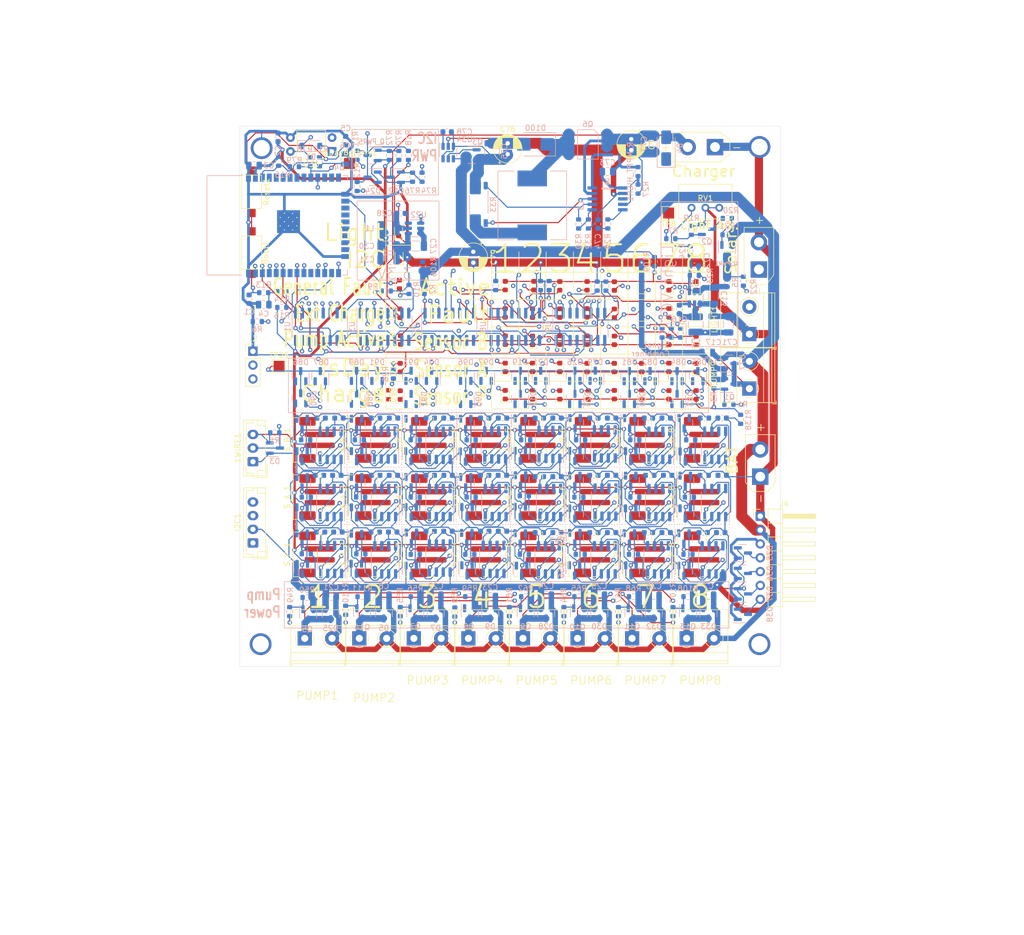
<source format=kicad_pcb>
(kicad_pcb (version 20221018) (generator pcbnew)
  (layers (0 "F.Cu" signal) (1 "In1.Cu" signal) (2 "In2.Cu" signal) (31 "B.Cu" signal) (34 "B.Paste" user) (35 "F.Paste" user) (36 "B.SilkS" user "B.Silkscreen") (37 "F.SilkS" user "F.Silkscreen") (38 "B.Mask" user) (39 "F.Mask" user) (44 "Edge.Cuts" user))
  (net 0 "")
  (net 1 "Net-(U4-IO0)")
  (net 2 "Net-(U4-EN)")
  (net 3 "12V")
  (net 4 "GND")
  (net 5 "Net-(S_A_1-Pin_1)")
  (net 6 "Net-(U10-CV)")
  (net 7 "Net-(D2-A)")
  (net 8 "Net-(D12-A)")
  (net 10 "3_3V")
  (net 11 "Temp")
  (net 13 "Net-(S_B_1-Pin_1)")
  (net 14 "Net-(D21-A)")
  (net 15 "Net-(U22-BST)")
  (net 16 "Net-(PUMP2-Pin_1)")
  (net 17 "PUMP_ENABLE")
  (net 18 "SENSORS_ENABLE")
  (net 19 "Net-(PUMP3-Pin_1)")
  (net 20 "Net-(PUMP4-Pin_1)")
  (net 21 "Net-(PUMP1-Pin_1)")
  (net 22 "Net-(PUMP5-Pin_1)")
  (net 23 "Net-(PUMP6-Pin_1)")
  (net 24 "Net-(PUMP7-Pin_1)")
  (net 25 "Net-(PUMP8-Pin_1)")
  (net 26 "SerialOut")
  (net 27 "Clock")
  (net 28 "Latch")
  (net 29 "Net-(Q1-G)")
  (net 31 "ESP_RX")
  (net 32 "ESP_TX")
  (net 33 "Net-(Boot1-Pad2)")
  (net 34 "PWR_I2C")
  (net 35 "SDA")
  (net 36 "SCL")
  (net 38 "Net-(D26-A)")
  (net 39 "Net-(D10-K)")
  (net 40 "Net-(Q5-G)")
  (net 42 "Net-(Q7-G)")
  (net 43 "Net-(Q8-G)")
  (net 44 "Net-(Q9-G)")
  (net 45 "Net-(Q10-G)")
  (net 46 "Net-(Q11-G)")
  (net 47 "Net-(Q12-G)")
  (net 48 "Net-(Q12-D)")
  (net 49 "Net-(Q13-G)")
  (net 50 "Net-(Q14-G)")
  (net 51 "Net-(D78-A)")
  (net 52 "CentralPump")
  (net 53 "Net-(D79-A)")
  (net 54 "Net-(Q_PWR5-G)")
  (net 55 "Net-(C5-Pad2)")
  (net 56 "Net-(I2C2-A)")
  (net 58 "Net-(U11-CV)")
  (net 59 "Net-(D19-A)")
  (net 60 "PUMP1")
  (net 61 "Net-(D23-A)")
  (net 62 "PUMP3")
  (net 63 "Net-(D80-A)")
  (net 64 "Net-(R14-Pad2)")
  (net 65 "PUMP4")
  (net 66 "PUMP5")
  (net 67 "PUMP6")
  (net 68 "PUMP7")
  (net 69 "PUMP8")
  (net 70 "PUMP2")
  (net 89 "SIGNAL")
  (net 90 "SerialIn")
  (net 92 "SENSOR1_PUMP_END")
  (net 93 "SENSOR1_A")
  (net 94 "SENSOR1_B")
  (net 95 "SENSOR2_PUMP_END")
  (net 96 "SENSOR2_A")
  (net 97 "SENSOR2_B")
  (net 98 "SENSOR3_PUMP_END")
  (net 99 "SENSOR3_A")
  (net 100 "SENSOR3_B")
  (net 101 "SENSOR4_PUMP_END")
  (net 102 "SENSOR4_A")
  (net 103 "SENSOR4_B")
  (net 104 "SENSOR5_PUMP_END")
  (net 105 "SENSOR5_A")
  (net 106 "SENSOR5_B")
  (net 107 "SENSOR6_PUMP_END")
  (net 108 "SENSOR6_A")
  (net 109 "SENSOR6_B")
  (net 110 "SENSOR7_PUMP_END")
  (net 111 "SENSOR7_A")
  (net 112 "SENSOR7_B")
  (net 113 "SENSOR8_PUMP_END")
  (net 114 "SENSOR8_A")
  (net 115 "SENSOR8_B")
  (net 116 "Net-(D11-A)")
  (net 117 "Net-(D10-A)")
  (net 118 "Net-(D2-K)")
  (net 119 "Net-(S_P_2-Pin_1)")
  (net 120 "Net-(U12-CV)")
  (net 121 "Net-(S_A_2-Pin_1)")
  (net 122 "Net-(U13-CV)")
  (net 123 "Net-(U2-CV)")
  (net 124 "Net-(S_B_2-Pin_1)")
  (net 125 "Net-(U14-CV)")
  (net 126 "Net-(S_P_3-Pin_1)")
  (net 127 "Net-(U15-CV)")
  (net 128 "Net-(S_A_3-Pin_1)")
  (net 129 "Net-(U16-CV)")
  (net 130 "Net-(S_B_3-Pin_1)")
  (net 131 "Net-(U17-CV)")
  (net 132 "Net-(S_P_4-Pin_1)")
  (net 133 "Net-(U18-CV)")
  (net 134 "Net-(S_A_4-Pin_1)")
  (net 135 "Net-(U19-CV)")
  (net 136 "Net-(S_B_4-Pin_1)")
  (net 137 "Net-(U20-CV)")
  (net 138 "Net-(S_P_5-Pin_1)")
  (net 139 "Net-(U21-CV)")
  (net 140 "Net-(S_A_5-Pin_1)")
  (net 141 "Net-(U23-CV)")
  (net 142 "Net-(P_FAULT1-K)")
  (net 143 "Net-(P_FAULT2-K)")
  (net 144 "Net-(P_FAULT3-K)")
  (net 145 "Net-(P_FAULT4-K)")
  (net 146 "Net-(P_FAULT5-K)")
  (net 147 "Net-(P_FAULT6-K)")
  (net 148 "Net-(P_FAULT7-K)")
  (net 149 "Net-(P_FAULT8-K)")
  (net 150 "Net-(S_B_5-Pin_1)")
  (net 151 "Net-(U24-CV)")
  (net 152 "Net-(S_P_6-Pin_1)")
  (net 153 "Net-(U25-CV)")
  (net 154 "Net-(S_A_6-Pin_1)")
  (net 155 "Net-(U26-CV)")
  (net 156 "Net-(S_B_6-Pin_1)")
  (net 157 "Net-(U27-CV)")
  (net 158 "Net-(S_P_7-Pin_1)")
  (net 159 "Net-(U28-CV)")
  (net 160 "Net-(S_A_7-Pin_1)")
  (net 161 "Net-(U29-CV)")
  (net 162 "Net-(S_B_7-Pin_1)")
  (net 163 "Net-(U30-CV)")
  (net 164 "Net-(S_P_8-Pin_1)")
  (net 165 "Net-(U31-CV)")
  (net 166 "Net-(S_A_8-Pin_1)")
  (net 167 "Net-(U32-CV)")
  (net 168 "Net-(S_B_8-Pin_1)")
  (net 169 "Net-(U33-CV)")
  (net 170 "Net-(S_P_1-Pin_1)")
  (net 171 "Net-(S_P_1-Pin_2)")
  (net 172 "Net-(S_A_1-Pin_2)")
  (net 173 "Net-(S_B_1-Pin_2)")
  (net 174 "Net-(S_P_2-Pin_2)")
  (net 175 "Net-(S_A_2-Pin_2)")
  (net 176 "Net-(S_B_2-Pin_2)")
  (net 177 "Net-(S_P_3-Pin_2)")
  (net 178 "Net-(S_A_3-Pin_2)")
  (net 179 "Net-(S_B_3-Pin_2)")
  (net 180 "Net-(S_P_4-Pin_2)")
  (net 181 "Net-(S_A_4-Pin_2)")
  (net 182 "Net-(S_B_4-Pin_2)")
  (net 183 "Net-(S_P_5-Pin_2)")
  (net 184 "Net-(S_A_5-Pin_2)")
  (net 185 "Net-(S_B_5-Pin_2)")
  (net 186 "Net-(S_P_6-Pin_2)")
  (net 187 "Net-(S_A_6-Pin_2)")
  (net 188 "Net-(S_B_6-Pin_2)")
  (net 189 "Net-(S_P_7-Pin_2)")
  (net 190 "Net-(S_A_7-Pin_2)")
  (net 191 "Net-(S_B_7-Pin_2)")
  (net 192 "Net-(S_P_8-Pin_2)")
  (net 193 "Net-(S_A_8-Pin_2)")
  (net 194 "Net-(S_B_8-Pin_2)")
  (net 195 "Net-(D81-A)")
  (net 197 "Net-(D82-A)")
  (net 199 "Net-(D83-A)")
  (net 201 "Net-(D84-A)")
  (net 203 "Net-(D85-A)")
  (net 205 "Net-(D86-A)")
  (net 207 "Net-(D87-A)")
  (net 209 "Net-(D88-A)")
  (net 211 "Net-(D89-A)")
  (net 213 "Net-(D90-A)")
  (net 215 "Net-(D91-A)")
  (net 217 "Net-(D92-A)")
  (net 243 "IsDay")
  (net 244 "Net-(R78-Pad2)")
  (net 245 "S_VIN")
  (net 246 "Net-(D93-A)")
  (net 248 "Net-(D94-A)")
  (net 250 "Net-(D95-A)")
  (net 252 "Net-(D96-A)")
  (net 254 "Net-(D97-A)")
  (net 256 "Net-(P_FAULT1-A)")
  (net 257 "Net-(P_FAULT2-A)")
  (net 258 "Net-(P_FAULT3-A)")
  (net 259 "Net-(P_FAULT4-A)")
  (net 260 "Net-(P_FAULT5-A)")
  (net 261 "Net-(P_FAULT6-A)")
  (net 262 "Net-(P_FAULT7-A)")
  (net 263 "Net-(P_FAULT8-A)")
  (net 264 "5K_12V")
  (net 265 "1K_GND")
  (net 266 "Net-(U1-QH')")
  (net 268 "Net-(U3-QH')")
  (net 270 "Net-(U7-QH')")
  (net 272 "Net-(U8-QH')")
  (net 275 "/Light_In")
  (net 276 "Net-(U5-BST)")
  (net 277 "Net-(Q2-G)")
  (net 278 "Net-(Q2-D)")
  (net 279 "Net-(Q_PWR1-G)")
  (net 280 "Net-(Q_PWR1-D)")
  (net 281 "LED_ENABLE")
  (net 282 "Net-(I2C3-A)")
  (net 283 "Net-(R24-Pad2)")
  (net 284 "Net-(U5-FB)")
  (net 285 "/Light+")
  (net 286 "Net-(U6-VG)")
  (net 287 "Net-(C74-Pad1)")
  (net 288 "Net-(D1-A)")
  (net 289 "Net-(D98-K)")
  (net 290 "Net-(D98-A)")
  (net 291 "Net-(D100-K)")
  (net 292 "Net-(L3-Pad2)")
  (net 293 "Net-(Q6-G)")
  (net 294 "Net-(U6-MPPT)")
  (net 295 "Net-(U6-COM)")
  (net 296 "Net-(U6-BAT)")
  (net 297 "Net-(U6-FB)")
  (net 298 "Net-(U6-CSP)")
  (net 299 "/3_3IN")
  (net 301 "/Light_cool")
  (net 302 "/3_3V_cool")
  (net 303 "Net-(R26-Pad2)")
  (net 304 "Net-(Q3-S)")
  (net 305 "Net-(U34-VCAP)")
  (net 306 "Net-(Q3-G)")
  (footprint "Button_Switch_SMD:SW_SPST_CK_RS282G05A3" (layer "F.Cu") (at 172.33 52.67 90)
    (fp_text reference "Reset1")
    (fp_text value "SW_Push")
  )
  (footprint "LED_SMD:LED_0603_1608Metric" (layer "F.Cu") (at 228.83 84.8825 90)
    (fp_text reference "SD31" hide)
    (fp_text value "GREEN")
  )
  (footprint "LED_SMD:LED_0603_1608Metric" (layer "F.Cu") (at 233.83 79.8825 90)
    (fp_text reference "SD35" hide)
    (fp_text value "GREEN")
  )
  (footprint "Connector_AMASS:AMASS_XT30UPB-M_1x02_P5.0mm_Vertical" (layer "F.Cu") (at 265.33 66.92 90)
    (fp_text reference "SolarIn2" hide)
    (fp_text value "Conn_01x02_Pin")
  )
  (footprint "LED_SMD:LED_0603_1608Metric" (layer "F.Cu") (at 199.53 74.9575 90)
    (fp_text reference "D10")
    (fp_text value "RED")
  )
  (footprint "Button_Switch_SMD:SW_SPST_CK_RS282G05A3" (layer "F.Cu") (at 172.33 63.82 -90)
    (fp_text reference "Boot1")
    (fp_text value "Boot")
  )
  (footprint "LED_SMD:LED_0603_1608Metric" (layer "F.Cu") (at 218.83 74.8825 90)
    (fp_text reference "P_FAULT1" hide)
    (fp_text value "RED")
  )
  (footprint "Connector_JST:JST_PH_B2B-PH-SM4-TB_1x02-1MP_P2.00mm_Vertical" (layer "F.Cu") (at 224.83 119.17 90)
    (fp_text reference "S_P_5")
    (fp_text value "Conn_01x02_Male")
  )
  (footprint "LED_SMD:LED_0603_1608Metric" (layer "F.Cu") (at 228.83 74.92 90)
    (fp_text reference "P_FAULT3" hide)
    (fp_text value "RED")
  )
  (footprint "Connector_JST:JST_PH_B2B-PH-SM4-TB_1x02-1MP_P2.00mm_Vertical" (layer "F.Cu") (at 244.83 98.17 90)
    (fp_text reference "S_B_7")
    (fp_text value "Conn_01x02_Male")
  )
  (footprint "LED_SMD:LED_0603_1608Metric" (layer "F.Cu") (at 218.83 79.8825 90)
    (fp_text reference "SD26" hide)
    (fp_text value "GREEN")
  )
  (footprint "Connector_AMASS:AMASS_XT30UPB-F_1x02_P5.0mm_Vertical" (layer "F.Cu") (at 265.58 104.92 90)
    (fp_text reference "battery1" hide)
    (fp_text value "Conn_01x02_Socket")
  )
  (footprint "LED_SMD:LED_0603_1608Metric" (layer "F.Cu") (at 223.83 79.92 90)
    (fp_text reference "SD29" hide)
    (fp_text value "GREEN")
  )
  (footprint "Connector_JST:JST_PH_B2B-PH-SM4-TB_1x02-1MP_P2.00mm_Vertical" (layer "F.Cu") (at 254.83 108.67 90)
    (fp_text reference "S_A_8")
    (fp_text value "Conn_01x02_Male")
  )
  (footprint "TerminalBlock_Phoenix:TerminalBlock_Phoenix_MKDS-1,5-2_1x02_P5.00mm_Horizontal" (layer "F.Cu") (at 232.08 134.575)
    (fp_text reference "PUMP6")
    (fp_text value "Conn_01x02")
  )
  (footprint "TerminalBlock_Phoenix:TerminalBlock_Phoenix_MKDS-1,5-2_1x02_P5.00mm_Horizontal" (layer "F.Cu") (at 242.08 134.575)
    (fp_text reference "PUMP7")
    (fp_text value "Conn_01x02")
  )
  (footprint "TerminalBlock_Phoenix:TerminalBlock_Phoenix_MKDS-1,5-2_1x02_P5.00mm_Horizontal" (layer "F.Cu") (at 263.58 88.77 90)
    (fp_text reference "PUMP9")
    (fp_text value "Conn_01x02")
  )
  (footprint "Connector_JST:JST_PH_B2B-PH-SM4-TB_1x02-1MP_P2.00mm_Vertical" (layer "F.Cu") (at 194.58 98.17 90)
    (fp_text reference "S_B_2")
    (fp_text value "Conn_01x02_Male")
  )
  (footprint "Package_DIP:DIP-4_W7.62mm" (layer "F.Cu") (at 187.08 45.27 180)
    (fp_text reference "U36")
    (fp_text value "PC817")
  )
  (footprint "Connector_JST:JST_EH_B3B-EH-A_1x03_P2.50mm_Vertical" (layer "F.Cu") (at 172.58 102.17 90)
    (fp_text reference "1WIRE1")
    (fp_text value "Conn_01x03")
  )
  (footprint "TestPoint:TestPoint_Pad_2.0x2.0mm" (layer "F.Cu") (at 190.28 47.47)
    (fp_text reference "IsDayBattery1")
    (fp_text value "TestPoint")
  )
  (footprint "LED_SMD:LED_0603_1608Metric" (layer "F.Cu") (at 238.83 84.92 90)
    (fp_text reference "SD37" hide)
    (fp_text value "GREEN")
  )
  (footprint "Connector_JST:JST_EH_B4B-EH-A_1x04_P2.50mm_Vertical" (layer "F.Cu") (at 172.58 117.07 90)
    (fp_text reference "I2C1")
    (fp_text value "Conn_01x04")
  )
  (footprint "LED_SMD:LED_0603_1608Metric" (layer "F.Cu") (at 199.43 69.6575 90)
    (fp_text reference "D2" hide)
    (fp_text value "YELLOW")
  )
  (footprint "Connector_PinHeader_2.54mm:PinHeader_1x07_P2.54mm_Horizontal" (layer "F.Cu") (at 265.58 112.17)
    (fp_text reference "J4")
    (fp_text value "Conn_01x07")
  )
  (footprint "LED_SMD:LED_0603_1608Metric" (layer "F.Cu") (at 243.83 69.8825 90)
    (fp_text reference "PUMP_D6" hide)
    (fp_text value "BLUE")
  )
  (footprint "Connector_JST:JST_PH_B2B-PH-SM4-TB_1x02-1MP_P2.00mm_Vertical" (layer "F.Cu") (at 244.83 119.17 90)
    (fp_text reference "S_P_7")
    (fp_text value "Conn_01x02_Male")
  )
  (footprint "LED_SMD:LED_0603_1608Metric" (layer "F.Cu") (at 233.83 74.8825 90)
    (fp_text reference "P_FAULT4" hide)
    (fp_text value "RED")
  )
  (footprint "LED_SMD:LED_0603_1608Metric" (layer "F.Cu") (at 233.83 84.92 90)
    (fp_text reference "SD34" hide)
    (fp_text value "GREEN")
  )
  (footprint "LED_SMD:LED_0603_1608Metric" (layer "F.Cu") (at 243.83 74.92 90)
    (fp_text reference "P_FAULT6" hide)
    (fp_text value "RED")
  )
  (footprint "Connector_JST:JST_PH_B2B-PH-SM4-TB_1x02-1MP_P2.00mm_Vertical" (layer "F.Cu") (at 224.83 108.67 90)
    (fp_text reference "S_A_5")
    (fp_text value "Conn_01x02_Male")
  )
  (footprint "LED_SMD:LED_0603_1608Metric" (layer "F.Cu") (at 218.83 84.8825 90)
    (fp_text reference "SD25" hide)
    (fp_text value "GREEN")
  )
  (footprint "TerminalBlock_Phoenix:TerminalBlock_Phoenix_MKDS-1,5-2_1x02_P5.00mm_Horizontal" (layer "F.Cu") (at 222.08 134.575)
    (fp_text reference "PUMP5")
    (fp_text value "Conn_01x02")
  )
  (footprint "LED_SMD:LED_0603_1608Metric" (layer "F.Cu") (at 224.08 69.8825 90)
    (fp_text reference "PUMP_D2" hide)
    (fp_text value "BLUE")
  )
  (footprint "Connector_JST:JST_PH_B2B-PH-SM4-TB_1x02-1MP_P2.00mm_Vertical" (layer "F.Cu") (at 184.33 119.17 90)
    (fp_text reference "S_P_1")
    (fp_text value "Conn_01x02_Male")
  )
  (footprint "LED_SMD:LED_0603_1608Metric" (layer "F.Cu") (at 218.83 89.8825 90)
    (fp_text reference "SD1" hide)
    (fp_text value "GREEN")
  )
  (footprint "LED_SMD:LED_0603_1608Metric" (layer "F.Cu") (at 248.83 84.8825 90)
    (fp_text reference "SD43" hide)
    (fp_text value "GREEN")
  )
  (footprint "TestPoint:TestPoint_Pad_2.0x2.0mm" (layer "F.Cu") (at 248.78 56.57 180)
    (fp_text reference "TP8")
    (fp_text value "LED-Enabled")
  )
  (footprint "TerminalBlock_Phoenix:TerminalBlock_Phoenix_MKDS-1,5-2_1x02_P5.00mm_Horizontal" (layer "F.Cu") (at 212.08 134.575)
    (fp_text reference "PUMP4")
    (fp_text value "Conn_01x02")
  )
  (footprint "LED_SMD:LED_0603_1608Metric" (layer "F.Cu") (at 253.83 89.92 90)
    (fp_text reference "SD45" hide)
    (fp_text value "GREEN")
  )
  (footprint "Resistor_SMD:R_0603_1608Metric" (layer "F.Cu") (at 197.38 89.895 90)
    (fp_text reference "R25")
    (fp_text value "10k")
  )
  (footprint "LED_SMD:LED_0603_1608Metric" (layer "F.Cu") (at 218.83 69.8825 90)
    (fp_text reference "PUMP_D1" hide)
    (fp_text value "BLUE" hide)
  )
  (footprint "TerminalBlock_Phoenix:TerminalBlock_Phoenix_MKDS-1,5-2_1x02_P5.00mm_Horizontal" (layer "F.Cu") (at 192.08 134.575)
    (fp_text reference "PUMP2")
    (fp_text value "Conn_01x02")
  )
  (footprint "TerminalBlock_Phoenix:TerminalBlock_Phoenix_MKDS-1,5-2_1x02_P5.00mm_Horizontal" (layer "F.Cu") (at 252.08 134.575)
    (fp_text reference "PUMP8")
    (fp_text value "Conn_01x02")
  )
  (footprint "LED_SMD:LED_0603_1608Metric" (layer "F.Cu") (at 228.83 79.8825 90)
    (fp_text reference "SD32" hide)
    (fp_text value "GREEN")
  )
  (footprint "LED_SMD:LED_0603_1608Metric" (layer "F.Cu") (at 199.58 89.9575 90)
    (fp_text reference "D98")
    (fp_text value "LED")
  )
  (footprint "Connector_JST:JST_PH_B2B-PH-SM4-TB_1x02-1MP_P2.00mm_Vertical" (layer "F.Cu") (at 254.83 119.17 90)
    (fp_text reference "S_P_8")
    (fp_text value "Conn_01x02_Male")
  )
  (footprint "LED_SMD:LED_0603_1608Metric" (layer "F.Cu") (at 243.83 84.92 90)
    (fp_text reference "SD40" hide)
    (fp_text value "GREEN")
  )
  (footprint "LED_SMD:LED_0603_1608Metric" (layer "F.Cu") (at 223.83 89.92 90)
    (fp_text reference "SD27" hide)
    (fp_text value "GREEN")
  )
  (footprint "Connector_JST:JST_PH_B2B-PH-SM4-TB_1x02-1MP_P2.00mm_Vertical" (layer "F.Cu") (at 184.33 108.67 90)
    (fp_text reference "S_A_1")
    (fp_text value "Conn_01x02_Male")
  )
  (footprint "LED_SMD:LED_0603_1608Metric" (layer "F.Cu") (at 233.83 69.92 90)
    (fp_text reference "PUMP_D4" hide)
    (fp_text value "BLUE")
  )
  (footprint "Connector_JST:JST_PH_B2B-PH-SM4-TB_1x02-1MP_P2.00mm_Vertical" (layer "F.Cu") (at 234.83 98.17 90)
    (fp_text reference "S_B_6")
    (fp_text value "Conn_01x02_Male")
  )
  (footprint "LED_SMD:LED_0603_1608Metric" (layer "F.Cu") (at 238.83 79.92 90)
    (fp_text reference "SD38" hide)
    (fp_text value "GREEN")
  )
  (footprint "Capacitor_THT:CP_Radial_D5.0mm_P2.00mm" (layer "F.Cu") (at 219.28 45.77 90)
    (fp_text reference "C76")
    (fp_text value "47uF 30v")
  )
  (footprint "LED_SMD:LED_0603_1608Metric" (layer "F.Cu") (at 228.83 89.92 90)
    (fp_text reference "SD30" hide)
    (fp_text value "GREEN")
  )
  (footprint "LED_SMD:LED_0603_1608Metric" (layer "F.Cu") (at 238.83 89.8825 90)
    (fp_text reference "SD36" hide)
    (fp_text value "GREEN")
  )
  (footprint "LED_SMD:LED_0603_1608Metric" (layer "F.Cu") (at 199.38 64.57 90)
    (fp_text reference "I2C2" hide)
    (fp_text value "GREEN")
  )
  (footprint "Connector_JST:JST_PH_B2B-PH-SM4-TB_1x02-1MP_P2.00mm_Vertical" (layer "F.Cu") (at 194.58 119.17 90)
    (fp_text reference "S_P_2")
    (fp_text value "Conn_01x02_Male")
  )
  (footprint "LED_SMD:LED_0603_1608Metric" (layer "F.Cu") (at 243.83 79.92 90)
    (fp_text reference "SD41" hide)
    (fp_text value "GREEN")
  )
  (footprint "Capacitor_THT:CP_Radial_D5.0mm_P2.00mm" (layer "F.Cu") (at 212.98 63.67 -90)
    (fp_text reference "C79")
    (fp_text value "47uF 30v")
  )
  (footprint "LED_SMD:LED_0603_1608Metric" (layer "F.Cu") (at 248.83 69.92 90)
    (fp_text reference "PUMP_D7" hide)
    (fp_text value "BLUE")
  )
  (footprint "LED_SMD:LED_0603_1608Metric" (layer "F.Cu") (at 238.83 74.9575 90)
    (fp_text reference "P_FAULT5" hide)
    (fp_text value "RED")
  )
  (footprint "TestPoint:TestPoint_Pad_2.0x2.0mm" (layer "F.Cu") (at 177.38 84.67)
    (fp_text reference "TP25")
    (fp_text value "TestPoint")
  )
  (footprint "LED_SMD:LED_0603_1608Metric" (layer "F.Cu") (at 223.83 74.92 90)
    (fp_text reference "P_FAULT2" hide)
    (fp_text value "RED")
  )
  (footprint "LED_SMD:LED_0603_1608Metric" (layer "F.Cu") (at 234.08 89.9575 90)
    (fp_text reference "SD33" hide)
    (fp_text value "GREEN")
  )
  (footprint "Connector_JST:JST_PH_B2B-PH-SM4-TB_1x02-1MP_P2.00mm_Vertical" (layer "F.Cu") (at 254.83 98.17 90)
    (fp_text reference "S_B_8")
    (fp_text value "Conn_01x02_Male")
  )
  (footprint "Connector_JST:JST_PH_B2B-PH-SM4-TB_1x02-1MP_P2.00mm_Vertical" (layer "F.Cu") (at 214.83 119.17 90)
    (fp_text reference "S_P_4")
    (fp_text value "Conn_01x02_Male")
  )
  (footprint "LED_SMD:LED_0603_1608Metric" (layer "F.Cu") (at 199.28 59.97 90)
    (fp_text reference "I2C3" hide)
    (fp_text value "GREEN")
  )
  (footprint "Connector_JST:JST_PH_B2B-PH-SM4-TB_1x02-1MP_P2.00mm_Vertical" (layer "F.Cu") (at 204.83 119.17 90)
    (fp_text reference "S_P_3")
    (fp_text value "Conn_01x02_Male")
  )
  (footprint "Connector_JST:JST_PH_B2B-PH-SM4-TB_1x02-1MP_P2.00mm_Vertical" (layer "F.Cu") (at 184.33 98.17 90)
    (fp_text reference "S_B_1")
    (fp_text value "Conn_01x02_Male")
  )
  (footprint "Connector_JST:JST_PH_B2B-PH-SM4-TB_1x02-1MP_P2.00mm_Vertical" (layer "F.Cu") (at 214.83 108.67 90)
    (fp_text reference "S_A_4")
    (fp_text value "Conn_01x02_Male")
  )
  (footprint "TerminalBlock_Phoenix:TerminalBlock_Phoenix_MKDS-1,5-2_1x02_P5.00mm_Horizontal" (layer "F.Cu") (at 263.58 78.77 90)
    (fp_text reference "LIGHT1")
    (fp_text value "Conn_01x02")
  )
  (footprint "Potentiometer_THT:Potentiometer_Bourns_3299W_Vertical" (layer "F.Cu") (at 252.98 55.595 180)
    (fp_text reference "RV1")
    (fp_text value "50k")
  )
  (footprint "Connector_JST:JST_PH_B2B-PH-SM4-TB_1x02-1MP_P2.00mm_Vertical" (layer "F.Cu") (at 224.83 98.17 90)
    (fp_text reference "S_B_5")
    (fp_text value "Conn_01x02_Male")
  )
  (footprint "LED_SMD:LED_0603_1608Metric" (layer "F.Cu") (at 228.83 69.92 90)
    (fp_text reference "PUMP_D3" hide)
    (fp_text value "BLUE")
  )
  (footprint "LED_SMD:LED_0603_1608Metric" (layer "F.Cu") (at 253.83 74.8825 90)
    (fp_text reference "P_FAULT8" hide)
    (fp_text value "RED")
  )
  (footprint "LED_SMD:LED_0603_1608Metric" (layer "F.Cu") (at 199.63 79.8575 90)
    (fp_text reference "D78")
    (fp_text value "BLUE")
  )
  (footprint "Capacitor_THT:CP_Radial_D5.0mm_P2.00mm" (layer "F.Cu") (at 241.93 43.014887 -90)
    (fp_text reference "C9")
    (fp_text value "47uF 30v")
  )
  (footprint "Connector_PinHeader_2.54mm:PinHeader_1x03_P2.54mm_Vertical" (layer "F.Cu") (at 172.58 81.92)
    (fp_text reference "J2")
    (fp_text value "Conn_01x03_Female")
  )
  (footprint "Connector_JST:JST_PH_B2B-PH-SM4-TB_1x02-1MP_P2.00mm_Vertical" (layer "F.Cu") (at 204.83 108.67 90)
    (fp_text reference "S_A_3")
    (fp_text value "Conn_01x02_Male")
  )
  (footprint "Connector_JST:JST_PH_B2B-PH-SM4-TB_1x02-1MP_P2.00mm_Vertical" (layer "F.Cu") (at 234.83 108.67 90)
    (fp_text reference "S_A_6")
    (fp_text value "Conn_01x02_Male")
  )
  (footprint "TerminalBlock_Phoenix:TerminalBlock_Phoenix_MKDS-1,5-2_1x02_P5.00mm_Horizontal" (layer "F.Cu") (at 182.08 134.575)
    (fp_text reference "PUMP1")
    (fp_text value "Conn_01x02")
  )
  (footprint "Connector_JST:JST_PH_B2B-PH-SM4-TB_1x02-1MP_P2.00mm_Vertical" (layer "F.Cu") (at 194.58 108.67 90)
    (fp_text reference "S_A_2")
    (fp_text value "Conn_01x02_Male")
  )
  (footprint "LED_SMD:LED_0603_1608Metric" (layer "F.Cu") (at 199.58 84.92 90)
    (fp_text reference "D11")
    (fp_text value "LED")
  )
  (footprint "TerminalBlock_Phoenix:TerminalBlock_Phoenix_MKDS-1,5-2_1x02_P5.00mm_Horizontal" (layer "F.Cu") (at 202.08 134.575)
    (fp_text reference "PUMP3")
    (fp_text value "Conn_01x02")
  )
  (footprint "LED_SMD:LED_0603_1608Metric" (layer "F.Cu") (at 238.83 69.9575 90)
    (fp_text reference "PUMP_D5" hide)
    (fp_text value "BLUE")
  )
  (footprint "LED_SMD:LED_0603_1608Metric" (layer "F.Cu") (at 253.83 69.92 90)
    (fp_text reference "PUMP_D8" hide)
    (fp_text value "BLUE")
  )
  (footprint "LED_SMD:LED_0603_1608Metric" (layer "F.Cu") (at 253.83 79.9575 90)
    (fp_text reference "SD47" hide)
    (fp_text value "GREEN")
  )
  (footprint "LED_SMD:LED_0603_1608Metric" (layer "F.Cu") (at 253.83 84.92 90)
    (fp_text reference "SD46" hide)
    (fp_text value "GREEN")
  )
  (footprint "Connector_JST:JST_PH_B2B-PH-SM4-TB_1x02-1MP_P2.00mm_Vertical" (layer "F.Cu") (at 214.83 98.17 90)
    (fp_text reference "S_B_4")
    (fp_text value "Conn_01x02_Male")
  )
  (footprint "LED_SMD:LED_0603_1608Metric" (layer "F.Cu") (at 223.83 84.8825 90)
    (fp_text reference "SD28" hide)
    (fp_text value "GREEN")
  )
  (footprint "Connector_JST:JST_PH_B2B-PH-SM4-TB_1x02-1MP_P2.00mm_Vertical" (layer "F.Cu") (at 244.83 108.67 90)
    (fp_text reference "S_A_7")
    (fp_text value "Conn_01x02_Male")
  )
  (footprint "Connector_AMASS:AMASS_XT30UPB-M_1x02_P5.0mm_Vertical" (layer "F.Cu") (at 257.28 44.47 180)
    (fp_text reference "ExtCharge1" hide)
    (fp_text value "Conn_01x02")
  )
  (footprint "Connector_JST:JST_PH_B2B-PH-SM4-TB_1x02-1MP_P2.00mm_Vertical" (layer "F.Cu") (at 234.83 119.17 90)
    (fp_text reference "S_P_6")
    (fp_text value "Conn_01x02_Male")
  )
  (footprint "LED_SMD:LED_0603_1608Metric" (layer "F.Cu") (at 248.83 74.8825 90)
    (fp_text reference "P_FAULT7" hide)
    (fp_text value "RED")
  )
  (footprint "LED_SMD:LED_0603_1608Metric" (layer "F.Cu") (at 248.83 89.92 90)
    (fp_text reference "SD42" hide)
    (fp_text value "GREEN")
  )
  (footprint "LED_SMD:LED_0603_1608Metric" (layer "F.Cu") (at 243.83 89.92 90)
    (fp_text reference "SD39" hide)
    (fp_text value "GREEN")
  )
  (footprint "Connector_JST:JST_PH_B2B-PH-SM4-TB_1x02-1MP_P2.00mm_Vertical" (layer "F.Cu") (at 204.83 98.17 90)
    (fp_text reference "S_B_3")
    (fp_text value "Conn_01x02_Male")
  )
  (footprint "LED_SMD:LED_0603_1608Metric" (layer "F.Cu") (at 248.83 79.92 90)
    (fp_text reference "SD44" hide)
    (fp_text value "GREEN")
  )
  (footprint "Package_TO_SOT_SMD:SOT-23" (layer "B.Cu") (at 216.08 129.9825 -90)
    (fp_text reference "D9")
    (fp_text value "BAT54S")
  )
  (footprint "Package_TO_SOT_SMD:SOT-23" (layer "B.Cu") (at 211.58 105.92 -90)
    (fp_text reference "D47" hide)
    (fp_text value "BAT54S")
  )
  (footprint "Package_TO_SOT_SMD:SOT-23" (layer "B.Cu") (at 212.33 129.9825 -90)
    (fp_text reference "Q8")
    (fp_text value "N-channel 30V 5A")
  )
  (footprint "Inductor_SMD:L_1210_3225Metric" (layer "B.Cu") (at 253.74 76.995 -90)
    (fp_text reference "L2")
    (fp_text value "4.7uH")
  )
  (footprint "Package_SO:SO-8_3.9x4.9mm_P1.27mm" (layer "B.Cu") (at 196.83 120.17 90)
    (fp_text reference "U12" hide)
    (fp_text value "TLC555xP")
  )
  (footprint "Capacitor_SMD:C_0603_1608Metric" (layer "B.Cu") (at 255.105 115.17 180)
    (fp_text reference "C66" hide)
    (fp_text value "100n")
  )
  (footprint "Package_TO_SOT_SMD:SOT-23" (layer "B.Cu") (at 191.58 86.42 90)
    (fp_text reference "D89")
    (fp_text value "BAT54S")
  )
  (footprint "Capacitor_SMD:C_0603_1608Metric" (layer "B.Cu") (at 177.18 42.67 -90)
    (fp_text reference "C2")
    (fp_text value "100n")
  )
  (footprint "Resistor_SMD:R_0603_1608Metric" (layer "B.Cu") (at 191.68 51.695 -90)
    (fp_text reference "R12")
    (fp_text value "2k2")
  )
  (footprint "Capacitor_SMD:C_0805_2012Metric" (layer "B.Cu") (at 189.48 46.67 -90)
    (fp_text reference "C6")
    (fp_text value "22uf")
  )
  (footprint "Package_SO:SO-8_3.9x4.9mm_P1.27mm" (layer "B.Cu") (at 237.08 98.92 90)
    (fp_text reference "U27" hide)
    (fp_text value "TLC555xP")
  )
  (footprint "Capacitor_SMD:C_0603_1608Metric" (layer "B.Cu") (at 255.355 94.17 180)
    (fp_text reference "C70" hide)
    (fp_text value "100n")
  )
  (footprint "Resistor_SMD:R_0603_1608Metric" (layer "B.Cu") (at 250.98 78.57 90)
    (fp_text reference "R105" hide)
    (fp_text value "1k")
  )
  (footprint "Package_TO_SOT_SMD:SOT-23" (layer "B.Cu") (at 191.53 121.8075 -90)
    (fp_text reference "D18" hide)
    (fp_text value "BAT54S")
  )
  (footprint "Capacitor_SMD:C_0603_1608Metric" (layer "B.Cu") (at 248.33 94.17)
    (fp_text reference "C63" hide)
    (fp_text value "100n")
  )
  (footprint "Capacitor_SMD:C_0603_1608Metric" (layer "B.Cu") (at 205.08 104.67)
    (fp_text reference "C38" hide)
    (fp_text value "100n")
  )
  (footprint "Capacitor_SMD:C_0805_2012Metric" (layer "B.Cu") (at 196.58 126.67 180)
    (fp_text reference "C8")
    (fp_text value "22uf")
  )
  (footprint "Resistor_SMD:R_0603_1608Metric" (layer "B.Cu") (at 222.58 126.92)
    (fp_text reference "R62")
    (fp_text value "10k")
  )
  (footprint "Package_TO_SOT_SMD:SOT-23" (layer "B.Cu") (at 221.83 122.17 -90)
    (fp_text reference "D50" hide)
    (fp_text value "BAT54S")
  )
  (footprint "Package_TO_SOT_SMD:SOT-23" (layer "B.Cu") (at 221.58 116.2325 -90)
    (fp_text reference "D51" hide)
    (fp_text value "BAT54S")
  )
  (footprint "Capacitor_SMD:C_0603_1608Metric" (layer "B.Cu") (at 258.58 94.17)
    (fp_text reference "C69" hide)
    (fp_text value "100n")
  )
  (footprint "Package_TO_SOT_SMD:SOT-23" (layer "B.Cu") (at 262.3925 122.67)
    (fp_text reference "D36")
    (fp_text value "BAT54S")
  )
  (footprint "Resistor_SMD:R_0603_1608Metric" (layer "B.Cu") (at 219.58 129.67 90)
    (fp_text reference "R61")
    (fp_text value "1k")
  )
  (footprint "Resistor_SMD:R_0603_1608Metric" (layer "B.Cu") (at 237.63 58.57 -90)
    (fp_text reference "R28")
    (fp_text value "120")
  )
  (footprint "Resistor_SMD:R_0603_1608Metric" (layer "B.Cu") (at 184.78 47.17 90)
    (fp_text reference "R17")
    (fp_text value "1k")
  )
  (footprint "Package_TO_SOT_SMD:SOT-23" (layer "B.Cu") (at 181.33 90.545 90)
    (fp_text reference "D90")
    (fp_text value "BAT54S")
  )
  (footprint "Package_TO_SOT_SMD:SOT-23" (layer "B.Cu") (at 201.58 95.2325 -90)
    (fp_text reference "D43" hide)
    (fp_text value "BAT54S")
  )
  (footprint "RF_Module:ESP32-WROOM-32" (layer "B.Cu") (at 180.015 58.825 -90)
    (fp_text reference "U4")
    (fp_text value "ESP32-WROOM-32D")
  )
  (footprint "Capacitor_SMD:C_0603_1608Metric" (layer "B.Cu") (at 235.08 94.17 180)
    (fp_text reference "C58" hide)
    (fp_text value "100n")
  )
  (footprint "Capacitor_SMD:C_0603_1608Metric" (layer "B.Cu") (at 228.33 94.17)
    (fp_text reference "C51" hide)
    (fp_text value "100n")
  )
  (footprint "Package_TO_SOT_SMD:SOT-23" (layer "B.Cu") (at 205.33 86.42 90)
    (fp_text reference "D94")
    (fp_text value "BAT54S")
  )
  (footprint "Resistor_SMD:R_0603_1608Metric" (layer "B.Cu") (at 192.355 119.07 180)
    (fp_text reference "R41" hide)
    (fp_text value "1k")
  )
  (footprint "Package_SO:SOP-16_3.9x9.9mm_P1.27mm" (layer "B.Cu") (at 196.7 77.42 -90)
    (fp_text reference "U3")
    (fp_text value "74HC595")
  )
  (footprint "Resistor_SMD:R_0603_1608Metric" (layer "B.Cu") (at 179.305 129.67 90)
    (fp_text reference "R49")
    (fp_text value "1k")
  )
  (footprint "Capacitor_SMD:C_0603_1608Metric" (layer "B.Cu") (at 215.08 114.92)
    (fp_text reference "C42" hide)
    (fp_text value "100n")
  )
  (footprint "Capacitor_SMD:C_0603_1608Metric" (layer "B.Cu") (at 248.605 104.67)
    (fp_text reference "C61" hide)
    (fp_text value "100n")
  )
  (footprint "Capacitor_SMD:C_0603_1608Metric" (layer "B.Cu") (at 215.08 94.17 180)
    (fp_text reference "C46" hide)
    (fp_text value "100n")
  )
  (footprint "Resistor_SMD:R_0603_1608Metric" (layer "B.Cu") (at 235.68 69.97 -90)
    (fp_text reference "R101" hide)
    (fp_text value "1k")
  )
  (footprint "Capacitor_SMD:C_0603_1608Metric" (layer "B.Cu") (at 198.33 104.67)
    (fp_text reference "C20" hide)
    (fp_text value "100n")
  )
  (footprint "Package_SO:SOP-16_3.9x9.9mm_P1.27mm" (layer "B.Cu") (at 184.83 77.42 -90)
    (fp_text reference "U1")
    (fp_text value "74HC595")
  )
  (footprint "Package_TO_SOT_SMD:SOT-23" (layer "B.Cu") (at 241.83 101.17 -90)
    (fp_text reference "D66" hide)
    (fp_text value "BAT54S")
  )
  (footprint "Package_TO_SOT_SMD:SOT-23" (layer "B.Cu") (at 236.08 129.9825 -90)
    (fp_text reference "D30")
    (fp_text value "BAT54S")
  )
  (footprint "Package_TO_SOT_SMD:SOT-23" (layer "B.Cu") (at 221.58 86.42 90)
    (fp_text reference "D19")
    (fp_text value "BAT54S")
  )
  (footprint "Capacitor_SMD:C_1206_3216Metric" (layer "B.Cu") (at 197.4425 65.12)
    (fp_text reference "C31")
    (fp_text value "22uF")
  )
  (footprint "Resistor_SMD:R_0603_1608Metric" (layer "B.Cu") (at 202.33 126.92)
    (fp_text reference "R56")
    (fp_text value "10k")
  )
  (footprint "Package_TO_SOT_SMD:SOT-23" (layer "B.Cu") (at 262.3925 130.17)
    (fp_text reference "D38")
    (fp_text value "BAT54S")
  )
  (footprint "Package_TO_SOT_SMD:SOT-23" (layer "B.Cu") (at 221.58 90.67 90)
    (fp_text reference "D12")
    (fp_text value "BAT54S")
  )
  (footprint "Package_TO_SOT_SMD:SOT-23" (layer "B.Cu") (at 212.6425 45.92 180)
    (fp_text reference "Q3")
    (fp_text value "N-channel 30V 5A")
  )
  (footprint "Resistor_SMD:R_0603_1608Metric" (layer "B.Cu") (at 222.33 108.42 180)
    (fp_text reference "R140" hide)
    (fp_text value "1k")
  )
  (footprint "Capacitor_SMD:C_0805_2012Metric" (layer "B.Cu") (at 255.83 82.17 180)
    (fp_text reference "C14")
    (fp_text value "22uf")
  )
  (footprint "Resistor_SMD:R_0603_1608Metric" (layer "B.Cu") (at 212.58 98.17 180)
    (fp_text reference "R134" hide)
    (fp_text value "1k")
  )
  (footprint "Resistor_SMD:R_0603_1608Metric" (layer "B.Cu") (at 242.58 98.17 180)
    (fp_text reference "R161" hide)
    (fp_text value "1k")
  )
  (footprint "Resistor_SMD:R_0603_1608Metric" (layer "B.Cu") (at 257.08 87.92 90)
    (fp_text reference "R3")
    (fp_text value "10k")
  )
  (footprint "Resistor_SMD:R_0603_1608Metric" (layer "B.Cu") (at 201.08 45.995 -90)
    (fp_text reference "R18")
    (fp_text value "270")
  )
  (footprint "Package_TO_SOT_SMD:SOT-23" (layer "B.Cu") (at 251.58 122.17 -90)
    (fp_text reference "D68" hide)
    (fp_text value "BAT54S")
  )
  (footprint "Package_SO:SO-8_3.9x4.9mm_P1.27mm" (layer "B.Cu") (at 237.08 120.17 90)
    (fp_text reference "U25" hide)
    (fp_text value "TLC555xP")
  )
  (footprint "Package_TO_SOT_SMD:SOT-23" (layer "B.Cu") (at 262.3925 118.92)
    (fp_text reference "D35")
    (fp_text value "BAT54S")
  )
  (footprint "Package_TO_SOT_SMD:SOT-23" (layer "B.Cu") (at 232.33 129.9825 -90)
    (fp_text reference "Q10")
    (fp_text value "N-channel 30V 5A")
  )
  (footprint "Package_SO:SO-8_3.9x4.9mm_P1.27mm" (layer "B.Cu") (at 216.985 99.095 90)
    (fp_text reference "U20" hide)
    (fp_text value "TLC555xP")
  )
  (footprint "Capacitor_SMD:C_0603_1608Metric" (layer "B.Cu") (at 228.33 104.92)
    (fp_text reference "C49" hide)
    (fp_text value "100n")
  )
  (footprint "Resistor_SMD:R_0603_1608Metric" (layer "B.Cu") (at 222.58 98.17 180)
    (fp_text reference "R143" hide)
    (fp_text value "1k")
  )
  (footprint "Resistor_SMD:R_0603_1608Metric" (layer "B.Cu") (at 189.58 129.42 90)
    (fp_text reference "R110")
    (fp_text value "1k")
  )
  (footprint "Resistor_SMD:R_0603_1608Metric" (layer "B.Cu") (at 203.6925 66.37 90)
    (fp_text reference "R106")
    (fp_text value "2.2Ohm (90mW loss)")
  )
  (footprint "Resistor_SMD:R_0603_1608Metric" (layer "B.Cu") (at 249.18 61.27 180)
    (fp_text reference "R7")
    (fp_text value "1k")
  )
  (footprint "Package_SO:SO-8_3.9x4.9mm_P1.27mm" (layer "B.Cu") (at 206.83 109.67 90)
    (fp_text reference "U16" hide)
    (fp_text value "TLC555xP")
  )
  (footprint "Capacitor_SMD:C_0805_2012Metric" (layer "B.Cu") (at 226.33 126.67 180)
    (fp_text reference "C24")
    (fp_text value "22uf")
  )
  (footprint "Resistor_SMD:R_0603_1608Metric" (layer "B.Cu") (at 246.18 65.47 -90)
    (fp_text reference "R109")
    (fp_text value "5k")
  )
  (footprint "Resistor_SMD:R_0603_1608Metric" (layer "B.Cu") (at 247.58 78.57 90)
    (fp_text reference "R103" hide)
    (fp_text value "1k")
  )
  (footprint "Capacitor_SMD:C_1206_3216Metric" (layer "B.Cu") (at 202.4425 62.62 180)
    (fp_text reference "C27")
    (fp_text value "10uF")
  )
  (footprint "Inductor_SMD:L_1210_3225Metric" (layer "B.Cu") (at 197.4425 59.37 180)
    (fp_text reference "L1")
    (fp_text value "4.7uH")
  )
  (footprint "board:R_Shunt_Vishay_WSK2512_6332Metric_T1.19mm" (layer "B.Cu") (at 213.98 54.97 90)
    (fp_text reference "R33")
    (fp_text value "0.06")
  )
  (footprint "Resistor_SMD:R_0603_1608Metric" (layer "B.Cu") (at 252.33 119.17 180)
    (fp_text reference "R164" hide)
    (fp_text value "1k")
  )
  (footprint "Resistor_SMD:R_0603_1608Metric" (layer "B.Cu") (at 182.505 127.07)
    (fp_text reference "R50")
    (fp_text value "10k")
  )
  (footprint "Package_TO_SOT_SMD:SOT-23" (layer "B.Cu") (at 221.58 111.3575 -90)
    (fp_text reference "D52" hide)
    (fp_text value "BAT54S")
  )
  (footprint "Package_SO:SOP-16_3.9x9.9mm_P1.27mm" (layer "B.Cu") (at 220.68 77.42 -90)
    (fp_text reference "U8")
    (fp_text value "74HC595")
  )
  (footprint "Package_TO_SOT_SMD:SOT-23" (layer "B.Cu") (at 184.93 86.4825 90)
    (fp_text reference "D87")
    (fp_text value "BAT54S")
  )
  (footprint "Resistor_SMD:R_0603_1608Metric" (layer "B.Cu") (at 232.28 58.57 -90)
    (fp_text reference "R30")
    (fp_text value "R")
  )
  (footprint "Resistor_SMD:R_0603_1608Metric" (layer "B.Cu") (at 261.98 94.395 90)
    (fp_text reference "R138")
    (fp_text value "1k")
  )
  (footprint "Package_SO:SOP-16_3.9x9.9mm_P1.27mm" (layer "B.Cu") (at 208.57 77.42 -90)
    (fp_text reference "U7")
    (fp_text value "74HC595")
  )
  (footprint "Package_SO:SO-8_3.9x4.9mm_P1.27mm" (layer "B.Cu") (at 227.08 109.67 90)
    (fp_text reference "U23" hide)
    (fp_text value "TLC555xP")
  )
  (footprint "Package_TO_SOT_SMD:SOT-23" (layer "B.Cu") (at 252.33 129.9825 -90)
    (fp_text reference "Q13")
    (fp_text value "N-channel 30V 5A")
  )
  (footprint "Resistor_SMD:R_0603_1608Metric" (layer "B.Cu") (at 252.33 126.92)
    (fp_text reference "R108")
    (fp_text value "10k")
  )
  (footprint "Package_SO:SO-8_3.9x4.9mm_P1.27mm" (layer "B.Cu") (at 217.08 109.67 90)
    (fp_text reference "U19" hide)
    (fp_text value "TLC555xP")
  )
  (footprint "Capacitor_SMD:C_0805_2012Metric" (layer "B.Cu") (at 237.58 48.97 180)
    (fp_text reference "C73")
    (fp_text value "100nF")
  )
  (footprint "Package_TO_SOT_SMD:SOT-23" (layer "B.Cu") (at 231.53 122.1075 -90)
    (fp_text reference "D56")
    (fp_text value "BAT54S")
  )
  (footprint "Package_TO_SOT_SMD:SOT-23" (layer "B.Cu") (at 176.58 99.67)
    (fp_text reference "D3")
    (fp_text value "BAT54S")
  )
  (footprint "Capacitor_SMD:C_0603_1608Metric" (layer "B.Cu") (at 188.155 115.07)
    (fp_text reference "CTimer1" hide)
    (fp_text value "100n")
  )
  (footprint "Package_SO:SO-8_3.9x4.9mm_P1.27mm" (layer "B.Cu") (at 196.83 109.67 90)
    (fp_text reference "U13" hide)
    (fp_text value "TLC555xP")
  )
  (footprint "Resistor_SMD:R_0603_1608Metric" (layer "B.Cu") (at 177.88 73.87 180)
    (fp_text reference "R15")
    (fp_text value "1k")
  )
  (footprint "Package_TO_SOT_SMD:SOT-23" (layer "B.Cu") (at 250.33 86.47 90)
    (fp_text reference "D84")
    (fp_text value "BAT54S")
  )
  (footprint "Package_TO_SOT_SMD:SOT-23" (layer "B.Cu") (at 181.63 121.8575 -90)
    (fp_text reference "D6" hide)
    (fp_text value "BAT54S")
  )
  (footprint "Capacitor_SMD:C_0603_1608Metric" (layer "B.Cu") (at 258.33 115.17)
    (fp_text reference "C65" hide)
    (fp_text value "100n")
  )
  (footprint "Package_TO_SOT_SMD:SOT-23" (layer "B.Cu") (at 231.58 111.67 -90)
    (fp_text reference "D58" hide)
    (fp_text value "BAT54S")
  )
  (footprint "Capacitor_SMD:C_0603_1608Metric" (layer "B.Cu") (at 235.83 58.57 90)
    (fp_text reference "C74")
    (fp_text value "200nF")
  )
  (footprint "Package_TO_SOT_SMD:SOT-23" (layer "B.Cu") (at 222.58 129.9825 -90)
    (fp_text reference "Q9")
    (fp_text value "N-channel 30V 5A")
  )
  (footprint "Package_TO_SOT_SMD:SOT-23" (layer "B.Cu") (at 242.33 129.9825 -90)
    (fp_text reference "Q11")
    (fp_text value "N-channel 30V 5A")
  )
  (footprint "Capacitor_SMD:C_0603_1608Metric" (layer "B.Cu") (at 195.08 94.17)
    (fp_text reference "C34" hide)
    (fp_text value "100n")
  )
  (footprint "Resistor_SMD:R_0603_1608Metric" (layer "B.Cu") (at 209.58 129.745 90)
    (fp_text reference "R58")
    (fp_text value "1k")
  )
  (footprint "Package_TO_SOT_SMD:SOT-23" (layer "B.Cu") (at 186.8425 130.1075 -90)
    (fp_text reference "D25")
    (fp_text value "BAT54S")
  )
  (footprint "Package_SO:SO-8_3.9x4.9mm_P1.27mm" (layer "B.Cu") (at 257.33 109.67 90)
    (fp_text reference "U32" hide)
    (fp_text value "TLC555xP")
  )
  (footprint "Capacitor_SMD:C_0603_1608Metric" (layer "B.Cu") (at 218.305 104.67)
    (fp_text reference "C43" hide)
    (fp_text value "100n")
  )
  (footprint "Resistor_SMD:R_0603_1608Metric" (layer "B.Cu") (at 183.08 47.17 90)
    (fp_text reference "R78")
    (fp_text value "1k")
  )
  (footprint "Resistor_SMD:R_0603_1608Metric" (layer "B.Cu") (at 212.33 126.92)
    (fp_text reference "R59")
    (fp_text value "10k")
  )
  (footprint "Resistor_SMD:R_0603_1608Metric" (layer "B.Cu") (at 252.83 98.17 180)
    (fp_text reference "R170" hide)
    (fp_text value "1k")
  )
  (footprint "Package_SO:SO-8_3.9x4.9mm_P1.27mm" (layer "B.Cu") (at 206.83 99.17 90)
    (fp_text reference "U17" hide)
    (fp_text value "TLC555xP")
  )
  (footprint "Resistor_SMD:R_0603_1608Metric" (layer "B.Cu") (at 259.83 91.67 180)
    (fp_text reference "R4")
    (fp_text value "1k")
  )
  (footprint "Capacitor_SMD:C_0603_1608Metric" (layer "B.Cu") (at 171.88 72.37 90)
    (fp_text reference "C1")
    (fp_text value "100n")
  )
  (footprint "Capacitor_SMD:C_0805_2012Metric" (layer "B.Cu") (at 256.08 126.67 180)
    (fp_text reference "C7")
    (fp_text value "22uf")
  )
  (footprint "Resistor_SMD:R_0603_1608Metric" (layer "B.Cu") (at 202.33 119.17 180)
    (fp_text reference "R119" hide)
    (fp_text value "1k")
  )
  (footprint "Package_SO:SO-8_3.9x4.9mm_P1.27mm" (layer "B.Cu") (at 186.83 109.67 90)
    (fp_text reference "U10" hide)
    (fp_text value "TLC555xP")
  )
  (footprint "Resistor_SMD:R_0603_1608Metric" (layer "B.Cu") (at 180.18 48.07)
    (fp_text reference "R79")
    (fp_text value "10k")
  )
  (footprint "Diode_SMD:D_SOD-123" (layer "B.Cu") (at 183.18 44.27)
    (fp_text reference "D1")
    (fp_text value "7v zehner")
  )
  (footprint "Package_TO_SOT_SMD:SOT-23" (layer "B.Cu") (at 191.58 105.92 -90)
    (fp_text reference "D27" hide)
    (fp_text value "BAT54S")
  )
  (footprint "Package_TO_SOT_SMD:SOT-23" (layer "B.Cu") (at 181.33 86.4825 90)
    (fp_text reference "D86")
    (fp_text value "BAT54S")
  )
  (footprint "Package_SO:SO-8_3.9x4.9mm_P1.27mm" (layer "B.Cu") (at 256.83 120.17 90)
    (fp_text reference "U31" hide)
    (fp_text value "TLC555xP")
  )
  (footprint "Resistor_SMD:R_0603_1608Metric" (layer "B.Cu") (at 176.58 96.87)
    (fp_text reference "R1")
    (fp_text value "2k2")
  )
  (footprint "Package_TO_SOT_SMD:SOT-23" (layer "B.Cu") (at 231.58 101.1075 -90)
    (fp_text reference "D60" hide)
    (fp_text value "BAT54S")
  )
  (footprint "Package_TO_SOT_SMD:SOT-23" (layer "B.Cu") (at 241.58 90.67 90)
    (fp_text reference "D80")
    (fp_text value "BAT54S")
  )
  (footprint "Capacitor_SMD:C_0603_1608Metric" (layer "B.Cu") (at 208.33 114.92)
    (fp_text reference "C35" hide)
    (fp_text value "100n")
  )
  (footprint "Package_TO_SOT_SMD:SOT-23" (layer "B.Cu") (at 250.33 90.67 90)
    (fp_text reference "D83")
    (fp_text value "BAT54S")
  )
  (footprint "Package_TO_SOT_SMD:SOT-23" (layer "B.Cu") (at 201.58 105.92 -90)
    (fp_text reference "D41" hide)
    (fp_text value "BAT54S")
  )
  (footprint "Package_SO:SOP-16_3.9x9.9mm_P1.27mm" (layer "B.Cu") (at 232.62 77.42 -90)
    (fp_text reference "U9")
    (fp_text value "74HC595")
  )
  (footprint "Capacitor_SMD:C_1206_3216Metric" (layer "B.Cu") (at 256.99 76.995 90)
    (fp_text reference "C17")
    (fp_text value "22uF")
  )
  (footprint "Resistor_SMD:R_0603_1608Metric" (layer "B.Cu") (at 212.33 119.17 180)
    (fp_text reference "R128" hide)
    (fp_text value "1k")
  )
  (footprint "Capacitor_SMD:C_0603_1608Metric" (layer "B.Cu") (at 225.08 104.92)
    (fp_text reference "C50" hide)
    (fp_text value "100n")
  )
  (footprint "Package_TO_SOT_SMD:SOT-23" (layer "B.Cu") (at 201.53 101.17 -90)
    (fp_text reference "D42" hide)
    (fp_text value "BAT54S")
  )
  (footprint "Package_TO_SOT_SMD:SOT-23" (layer "B.Cu") (at 231.58 116.17 -90)
    (fp_text reference "D57")
    (fp_text value "BAT54S")
  )
  (footprint "Capacitor_SMD:C_0805_2012Metric" (layer "B.Cu") (at 172.78 47.87 180)
    (fp_text reference "C3")
    (fp_text value "22uf")
  )
  (footprint "Package_TO_SOT_SMD:SOT-23" (layer "B.Cu") (at 241.83 111.67 -90)
    (fp_text reference "D64" hide)
    (fp_text value "BAT54S")
  )
  (footprint "board:4435" (layer "B.Cu") (at 233.98 43.97 -90)
    (fp_text reference "Q6")
    (fp_text value "4435")
  )
  (footprint "Package_TO_SOT_SMD:SOT-23" (layer "B.Cu") (at 181.58 95.2325 -90)
    (fp_text reference "D17" hide)
    (fp_text value "BAT54S")
  )
  (footprint "Package_SO:SO-8_3.9x4.9mm_P1.27mm" (layer "B.Cu") (at 246.83 120.17 90)
    (fp_text reference "U28" hide)
    (fp_text value "TLC555xP")
  )
  (footprint "Package_TO_SOT_SMD:SOT-23" (layer "B.Cu") (at 192.58 129.9825 -90)
    (fp_text reference "Q14")
    (fp_text value "N-channel 30V 5A")
  )
  (footprint "Resistor_SMD:R_0603_1608Metric" (layer "B.Cu") (at 202.33 108.67 180)
    (fp_text reference "R122" hide)
    (fp_text value "1k")
  )
  (footprint "Resistor_SMD:R_0603_1608Metric" (layer "B.Cu") (at 203.98 70.57 -90)
    (fp_text reference "R2")
    (fp_text value "5k")
  )
  (footprint "Package_TO_SOT_SMD:SOT-23" (layer "B.Cu") (at 241.63 95.1075 -90)
    (fp_text reference "D67" hide)
    (fp_text value "BAT54S")
  )
  (footprint "Resistor_SMD:R_0603_1608Metric" (layer "B.Cu") (at 234.08 58.57 -90)
    (fp_text reference "R32")
    (fp_text value "R")
  )
  (footprint "Package_TO_SOT_SMD:SOT-23" (layer "B.Cu") (at 181.58 101.17 -90)
    (fp_text reference "D16" hide)
    (fp_text value "BAT54S")
  )
  (footprint "Resistor_SMD:R_0603_1608Metric" (layer "B.Cu") (at 259.49 60.545)
    (fp_text reference "R21")
    (fp_text value "10k")
  )
  (footprint "Package_TO_SOT_SMD:SOT-23" (layer "B.Cu") (at 191.58 111.4825 -90)
    (fp_text reference "D22" hide)
    (fp_text value "BAT54S")
  )
  (footprint "Package_TO_SOT_SMD:SOT-23" (layer "B.Cu") (at 254.13 86.47 90)
    (fp_text reference "D85")
    (fp_text value "BAT54S")
  )
  (footprint "Capacitor_SMD:C_0603_1608Metric" (layer "B.Cu") (at 184.98 115.07)
    (fp_text reference "C32" hide)
    (fp_text value "100n")
  )
  (footprint "Package_TO_SOT_SMD:SOT-23" (layer "B.Cu") (at 255.8025 59.545)
    (fp_text reference "Q2")
    (fp_text value "N-channel 30V 5A")
  )
  (footprint "Package_TO_SOT_SMD:SOT-23" (layer "B.Cu") (at 259.8925 84.17)
    (fp_text reference "D77")
    (fp_text value "BAT54S")
  )
  (footprint "Package_SO:SO-8_3.9x4.9mm_P1.27mm" (layer "B.Cu") (at 206.83 119.845 90)
    (fp_text reference "U15" hide)
    (fp_text value "TLC555xP")
  )
  (footprint "Package_TO_SOT_SMD:SOT-23" (layer "B.Cu") (at 181.58 116.27 -90)
    (fp_text reference "D8" hide)
    (fp_text value "BAT54S")
  )
  (footprint "Resistor_SMD:R_0603_1608Metric" (layer "B.Cu") (at 249.58 129.67 90)
    (fp_text reference "R107")
    (fp_text value "1k")
  )
  (footprint "Capacitor_SMD:C_1206_3216Metric" (layer "B.Cu") (at 246.13 43.895 -90)
    (fp_text reference "C77")
    (fp_text value "C")
  )
  (footprint "Capacitor_SMD:C_0603_1608Metric" (layer "B.Cu") (at 238.33 104.67)
    (fp_text reference "C55" hide)
    (fp_text value "100n")
  )
  (footprint "Package_TO_SOT_SMD:SOT-23" (layer "B.Cu") (at 235.33 86.4075 90)
    (fp_text reference "D79")
    (fp_text value "BAT54S")
  )
  (footprint "Package_TO_SOT_SMD:SOT-23" (layer "B.Cu") (at 226.33 129.9825 -90)
    (fp_text reference "D28")
    (fp_text value "BAT54S")
  )
  (footprint "Package_TO_SOT_SMD:SOT-23" (layer "B.Cu") (at 201.58 111.42 -90)
    (fp_text reference "D40" hide)
    (fp_text value "BAT54S")
  )
  (footprint "Package_TO_SOT_SMD:SOT-23" (layer "B.Cu") (at 256.08 129.9825 -90)
    (fp_text reference "D33")
    (fp_text value "BAT54S")
  )
  (footprint "Package_TO_SOT_SMD:SOT-23" (layer "B.Cu") (at 201.58 90.67 90)
    (fp_text reference "D92")
    (fp_text value "BAT54S")
  )
  (footprint "Package_TO_SOT_SMD:SOT-23" (layer "B.Cu") (at 191.58 101.17 -90)
    (fp_text reference "D29" hide)
    (fp_text value "BAT54S")
  )
  (footprint "Resistor_SMD:R_0603_1608Metric" (layer "B.Cu") (at 242.33 126.92)
    (fp_text reference "R68")
    (fp_text value "10k")
  )
  (footprint "Package_SO:SO-8_3.9x4.9mm_P1.27mm" (layer "B.Cu") (at 247.08 99.17 90)
    (fp_text reference "U30" hide)
    (fp_text value "TLC555xP")
  )
  (footprint "Resistor_SMD:R_0603_1608Metric" (layer "B.Cu") (at 182.355 108.67 180)
    (fp_text reference "R34" hide)
    (fp_text value "1k")
  )
  (footprint "Package_SO:SO-8_3.9x4.9mm_P1.27mm" (layer "B.Cu") (at 247.08 109.67 90)
    (fp_text reference "U29" hide)
    (fp_text value "TLC555xP")
  )
  (footprint "Package_SO:SO-8_3.9x4.9mm_P1.27mm" (layer "B.Cu") (at 237.195 109.595 90)
    (fp_text reference "U26" hide)
    (fp_text value "TLC555xP")
  )
  (footprint "Resistor_SMD:R_0603_1608Metric" (layer "B.Cu") (at 229.58 129.67 90)
    (fp_text reference "R64")
    (fp_text value "1k")
  )
  (footprint "Resistor_SMD:R_0603_1608Metric" (layer "B.Cu") (at 262.48 69.07 -90)
    (fp_text reference "R22")
    (fp_text value "5k")
  )
  (footprint "Package_TO_SOT_SMD:SOT-23" (layer "B.Cu") (at 182.705 130.17 -90)
    (fp_text reference "Q5")
    (fp_text value "N-channel 30V 5A")
  )
  (footprint "Capacitor_SMD:C_0603_1608Metric" (layer "B.Cu") (at 245.08 115.17 180)
    (fp_text reference "C60" hide)
    (fp_text value "100n")
  )
  (footprint "Resistor_SMD:R_0603_1608Metric" (layer "B.Cu") (at 192.33 108.67 180)
    (fp_text reference "R47" hide)
    (fp_text value "1k")
  )
  (footprint "Package_SO:SO-8_3.9x4.9mm_P1.27mm" (layer "B.Cu") (at 226.925 98.995 90)
    (fp_text reference "U24" hide)
    (fp_text value "TLC555xP")
  )
  (footprint "Capacitor_SMD:C_0603_1608Metric" (layer "B.Cu") (at 255.305 104.67 180)
    (fp_text reference "C68" hide)
    (fp_text value "100n")
  )
  (footprint "Capacitor_SMD:C_0603_1608Metric" (layer "B.Cu") (at 225.08 94.17 180)
    (fp_text reference "C52" hide)
    (fp_text value "100n")
  )
  (footprint "Resistor_SMD:R_0603_1608Metric" (layer "B.Cu") (at 217.08 69.87 -90)
    (fp_text reference "R98" hide)
    (fp_text value "1k")
  )
  (footprint "Capacitor_SMD:C_0805_2012Metric" (layer "B.Cu") (at 174.555 73.37)
    (fp_text reference "C4")
    (fp_text value "22uf")
  )
  (footprint "Capacitor_SMD:C_0603_1608Metric" (layer "B.Cu") (at 228.33 115.17)
    (fp_text reference "C47")
    (fp_text value "100n")
  )
  (footprint "Resistor_SMD:R_0603_1608Metric" (layer "B.Cu") (at 212.58 108.67 180)
    (fp_text reference "R131" hide)
    (fp_text value "1k")
  )
  (footprint "Package_SO:SO-8_3.9x4.9mm_P1.27mm" (layer "B.Cu") (at 196.735 99.095 90)
    (fp_text reference "U14" hide)
    (fp_text value "TLC555xP")
  )
  (footprint "Capacitor_SMD:C_0603_1608Metric" (layer "B.Cu") (at 235.08 104.67 180)
    (fp_text reference "C56" hide)
    (fp_text value "100n")
  )
  (footprint "Package_TO_SOT_SMD:SOT-23" (layer "B.Cu") (at 196.58 129.9825 -90)
    (fp_text reference "D5")
    (fp_text value "BAT54S")
  )
  (footprint "Resistor_SMD:R_0603_1608Metric" (layer "B.Cu") (at 192.08 98.17 180)
    (fp_text reference "R116" hide)
    (fp_text value "1k")
  )
  (footprint "Package_TO_SOT_SMD:SOT-23" (layer "B.Cu") (at 231.63 95.1075 -90)
    (fp_text reference "D61" hide)
    (fp_text value "BAT54S")
  )
  (footprint "Package_TO_SOT_SMD:TSOT-23-6" (layer "B.Cu") (at 253.54 72.1075 -90)
    (fp_text reference "U5")
    (fp_text value "AP63200")
  )
  (footprint "Package_TO_SOT_SMD:SOT-23" (layer "B.Cu") (at 211.83 122.1075 -90)
    (fp_text reference "D44" hide)
    (fp_text value "BAT54S")
  )
  (footprint "Package_TO_SOT_SMD:SOT-23" (layer "B.Cu") (at 202.33 129.9825 -90)
    (fp_text reference "Q7")
    (fp_text value "N-channel 30V 5A")
  )
  (footprint "Resistor_SMD:R_0603_1608Metric" (layer "B.Cu") (at 237.28 69.97 -90)
    (fp_text reference "R102" hide)
    (fp_text value "1k")
  )
  (footprint "Capacitor_SMD:C_0603_1608Metric" (layer "B.Cu") (at 235.08 115.17 180)
    (fp_text reference "C54" hide)
    (fp_text value "100n")
  )
  (footprint "Capacitor_SMD:C_0603_1608Metric" (layer "B.Cu") (at 245.08 94.17 180)
    (fp_text reference "C64" hide)
    (fp_text value "100n")
  )
  (footprint "Capacitor_SMD:C_0603_1608Metric" (layer "B.Cu") (at 258.605 104.67)
    (fp_text reference "C67" hide)
    (fp_text value "100n")
  )
  (footprint "Resistor_SMD:R_0603_1608Metric" (layer "B.Cu") (at 243.18 48.97 -90)
    (fp_text reference "R_MPPT_HIGH1")
    (fp_text value "34k")
  )
  (footprint "Resistor_SMD:R_0603_1608Metric" (layer "B.Cu") (at 199.58 129.67 90)
    (fp_text reference "R55")
    (fp_text value "1k")
  )
  (footprint "Package_TO_SOT_SMD:SOT-23" (layer "B.Cu") (at 251.63 95.1075 -90)
    (fp_text reference "D73" hide)
    (fp_text value "BAT54S")
  )
  (footprint "Package_TO_SOT_SMD:SOT-23" (layer "B.Cu") (at 201.58 122.17 -90)
    (fp_text reference "D34" hide)
    (fp_text value "BAT54S")
  )
  (footprint "Package_TO_SOT_SMD:SOT-23" (layer "B.Cu") (at 191.58 95.2325 -90)
    (fp_text reference "D31" hide)
    (fp_text value "BAT54S")
  )
  (footprint "Resistor_SMD:R_0603_1608Metric" (layer "B.Cu") (at 232.33 108.67 180)
    (fp_text reference "R149" hide)
    (fp_text value "1k")
  )
  (footprint "Resistor_SMD:R_0603_1608Metric" (layer "B.Cu") (at 253.49 67.995 180)
    (fp_text reference "R23")
    (fp_text value "10k")
  )
  (footprint "Package_TO_SOT_SMD:SOT-23" (layer "B.Cu") (at 259.905 87.92)
    (fp_text reference "Q1")
    (fp_text value "N-channel 30V 5A")
  )
  (footprint "Package_TO_SOT_SMD:SOT-23" (layer "B.Cu") (at 206.08 129.9825 -90)
    (fp_text reference "D7")
    (fp_text value "BAT54S")
  )
  (footprint "Package_TO_SOT_SMD:SOT-23" (layer "B.Cu") (at 215.33 86.42 90)
    (fp_text reference "D97")
    (fp_text value "BAT54S")
  )
  (footprint "Capacitor_SMD:C_0603_1608Metric" (layer "B.Cu") (at 238.33 115.17)
    (fp_text reference "C53" hide)
    (fp_text value "100n")
  )
  (footprint "Resistor_SMD:R_0603_1608Metric" (layer "B.Cu") (at 201.18 70.57 90)
    (fp_text reference "R10")
    (fp_text value "1k")
  )
  (footprint "Resistor_SMD:R_0603_1608Metric" (layer "B.Cu") (at 203.58 49.995 90)
    (fp_text reference "R74")
    (fp_text value "1k")
  )
  (footprint "Capacitor_SMD:C_0805_2012Metric" (layer "B.Cu") (at 246.08 126.67 180)
    (fp_text reference "C26")
    (fp_text value "22uf")
  )
  (footprint "Package_SO:SO-8_3.9x4.9mm_P1.27mm" (layer "B.Cu") (at 216.695 120.095 90)
    (fp_text reference "U18" hide)
    (fp_text value "TLC555xP")
  )
  (footprint "Resistor_SMD:R_0603_1608Metric" (layer "B.Cu") (at 201.83 49.995 -90)
    (fp_text reference "R76")
    (fp_text value "10k")
  )
  (footprint "Package_TO_SOT_SMD:SOT-23" (layer "B.Cu") (at 241.58 116.2325 -90)
    (fp_text reference "D63" hide)
    (fp_text value "BAT54S")
  )
  (footprint "Resistor_SMD:R_0603_1608Metric" (layer "B.Cu") (at 252.74 63.495 90)
    (fp_text reference "R24")
    (fp_text value "1k")
  )
  (footprint "Package_TO_SOT_SMD:SOT-23" (layer "B.Cu") (at 241.83 105.67 -90)
    (fp_text reference "D65" hide)
    (fp_text value "BAT54S")
  )
  (footprint "Capacitor_SMD:C_0805_2012Metric" (layer "B.Cu") (at 216.08 126.92 180)
    (fp_text reference "C23")
    (fp_text value "22uf")
  )
  (footprint "Resistor_SMD:R_0603_1608Metric" (layer "B.Cu") (at 182.255 98.17 180)
    (fp_text reference "R37" hide)
    (fp_text value "1k")
  )
  (footprint "Package_TO_SOT_SMD:SOT-23" (layer "B.Cu") (at 211.58 95.2325 -90)
    (fp_text reference "D49" hide)
    (fp_text value "BAT54S")
  )
  (footprint "Package_SO:SO-8_3.9x4.9mm_P1.27mm" (layer "B.Cu") (at 226.83 120.17 90)
    (fp_text reference "U21" hide)
    (fp_text value "TLC555xP")
  )
  (footprint "Capacitor_SMD:C_0603_1608Metric" (layer "B.Cu") (at 218.33 114.92)
    (fp_text reference "C41" hide)
    (fp_text value "100n")
  )
  (footprint "Resistor_SMD:R_0603_1608Metric" (layer "B.Cu") (at 198.33 86.095 -90)
    (fp_text reference "R26")
    (fp_text value "10k")
  )
  (footprint "Package_TO_SOT_SMD:SOT-23" (layer "B.Cu") (at 231.58 86.4075 90)
    (fp_text reference "D26")
    (fp_text value "BAT54S")
  )
  (footprint "Capacitor_SMD:C_0603_1608Metric" (layer "B.Cu") (at 185.08 94.17)
    (fp_text reference "C15" hide)
    (fp_text value "100n")
  )
  (footprint "Package_SO:SO-8_3.9x4.9mm_P1.27mm" (layer "B.Cu") (at 186.925 120.095 90)
    (fp_text reference "U2" hide)
    (fp_text value "TLC555xP")
  )
  (footprint "Package_TO_SOT_SMD:SOT-23" (layer "B.Cu") (at 231.58 105.67 -90)
    (fp_text reference "D59" hide)
    (fp_text value "BAT54S")
  )
  (footprint "Package_TO_SOT_SMD:SOT-23" (layer "B.Cu") (at 195.33 86.42 90)
    (fp_text reference "D91")
    (fp_text value "BAT54S")
  )
  (footprint "Capacitor_SMD:C_0603_1608Metric" (layer "B.Cu") (at 205.08 114.92)
    (fp_text reference "C36" hide)
    (fp_text value "100n")
  )
  (footprint "Resistor_SMD:R_0603_1608Metric" (layer "B.Cu") (at 202.33 98.17 180)
    (fp_text reference "R125" hide)
    (fp_text value "1k")
  )
  (footprint "Package_TO_SOT_SMD:SOT-23" (layer "B.Cu") (at 211.83 111.42 -90)
    (fp_text reference "D46" hide)
    (fp_text value "BAT54S")
  )
  (footprint "Package_TO_SOT_SMD:SOT-23" (layer "B.Cu") (at 221.58 95.17 -90)
    (fp_text reference "D55" hide)
    (fp_text value "BAT54S")
  )
  (footprint "Capacitor_SMD:C_1206_3216Metric" (layer "B.Cu") (at 256.99 71.745 -90)
    (fp_text reference "C13")
    (fp_text value "10uF")
  )
  (footprint "Package_SO:SO-8_3.9x4.9mm_P1.27mm" (layer "B.Cu") (at 257.33 99.17 90)
    (fp_text reference "U33" hide)
    (fp_text value "TLC555xP")
  )
  (footprint "Package_TO_SOT_SMD:SOT-23" (layer "B.Cu") (at 251.58 116.2325 -90)
    (fp_text reference "D69" hide)
    (fp_text value "BAT54S")
  )
  (footprint "Resistor_SMD:R_0603_1608Metric" (layer "B.Cu") (at 191.68 45.97 -90)
    (fp_text reference "R11")
    (fp_text value "2k2")
  )
  (footprint "Capacitor_SMD:C_0805_2012Metric" (layer "B.Cu") (at 236.08 126.67 180)
    (fp_text reference "C25")
    (fp_text value "22uf")
  )
  (footprint "Package_TO_SOT_SMD:SOT-23" (layer "B.Cu") (at 246.08 129.9825 -90)
    (fp_text reference "D32")
    (fp_text value "BAT54S")
  )
  (footprint "Capacitor_SMD:C_0805_2012Metric" (layer "B.Cu") (at 206.08 126.67 180)
    (fp_text reference "C22")
    (fp_text value "22uf")
  )
  (footprint "Capacitor_SMD:C_0603_1608Metric" (layer "B.Cu") (at 188.355 94.17)
    (fp_text reference "C12" hide)
    (fp_text value "100n")
  )
  (footprint "Package_TO_SOT_SMD:SOT-23" (layer "B.Cu") (at 211.58 86.42 90)
    (fp_text reference "D96")
    (fp_text value "BAT54S")
  )
  (footprint "Package_SO:SO-8_3.9x4.9mm_P1.27mm" (layer "B.Cu") (at 186.83 99.17 90)
    (fp_text reference "U11" hide)
    (fp_text value "TLC555xP")
  )
  (footprint "Capacitor_SMD:C_0603_1608Metric" (layer "B.Cu") (at 208.18 41.67 180)
    (fp_text reference "C78")
    (fp_text value "100n")
  )
  (footprint "Resistor_SMD:R_0603_1608Metric" (layer "B.Cu") (at 226.88 69.87 -90)
    (fp_text reference "R100" hide)
    (fp_text value "1k")
  )
  (footprint "Capacitor_SMD:C_0603_1608Metric" (layer "B.Cu") (at 205.08 94.17)
    (fp_text reference "C40" hide)
    (fp_text value "100n")
  )
  (footprint "Resistor_SMD:R_0603_1608Metric" (layer "B.Cu") (at 242.33 119.17 180)
    (fp_text reference "R155" hide)
    (fp_text value "1k")
  )
  (footprint "Package_TO_SOT_SMD:SOT-23" (layer "B.Cu") (at 221.63 105.6075 -90)
    (fp_text reference "D53" hide)
    (fp_text value "BAT54S")
  )
  (footprint "Capacitor_SMD:C_0603_1608Metric" (layer "B.Cu") (at 198.355 94.17)
    (fp_text reference "C33" hide)
    (fp_text value "100n")
  )
  (footprint "Resistor_SMD:R_0603_1608Metric" (layer "B.Cu") (at 242.58 108.67 180)
    (fp_text reference "R158" hide)
    (fp_text value "1k")
  )
  (footprint "Resistor_SMD:R_0603_1608Metric" (layer "B.Cu") (at 239.58 129.67 90)
    (fp_text reference "R67")
    (fp_text value "1k")
  )
  (footprint "Package_TO_SOT_SMD:SOT-23" (layer "B.Cu") (at 251.83 105.67 -90)
    (fp_text reference "D71" hide)
    (fp_text value "BAT54S")
  )
  (footprint "Package_TO_SOT_SMD:SOT-23" (layer "B.Cu") (at 241.58 86.47 90)
    (fp_text reference "D81")
    (fp_text value "BAT54S")
  )
  (footprint "Package_TO_SOT_SMD:SOT-23" (layer "B.Cu") (at 181.58 111.47 -90)
    (fp_text reference "D14" hide)
    (fp_text value "BAT54S")
  )
  (footprint "Package_TO_SOT_SMD:SOT-23" (layer "B.Cu") (at 191.58 116.3325 -90)
    (fp_text reference "D20" hide)
    (fp_text value "BAT54S")
  )
  (footprint "Resistor_SMD:R_0603_1608Metric" (layer "B.Cu") (at 243.18 52.17 90)
    (fp_text reference "R27")
    (fp_text value "2.4K")
  )
  (footprint "Capacitor_SMD:C_0603_1608Metric" (layer "B.Cu") (at 250.74 74.245 -90)
    (fp_text reference "C16")
    (fp_text value "100nF")
  )
  (footprint "Package_TO_SOT_SMD:SOT-23" (layer "B.Cu") (at 259.49 63.3575 -90)
    (fp_text reference "Q_PWR1")
    (fp_text value "P-channel 50v 4A")
  )
  (footprint "Package_TO_SOT_SMD:SOT-23" (layer "B.Cu") (at 231.58 90.67 90)
    (fp_text reference "D23")
    (fp_text value "BAT54S")
  )
  (footprint "Capacitor_SMD:C_0603_1608Metric" (layer "B.Cu") (at 253.49 66.245 180)
    (fp_text reference "C72")
    (fp_text value "100pf")
  )
  (footprint "Package_TO_SOT_SMD:SOT-23" (layer "B.Cu") (at 211.53 101.2325 -90)
    (fp_text reference "D48" hide)
    (fp_text value "BAT54S")
  )
  (footprint "Package_TO_SOT_SMD:SOT-23" (layer "B.Cu") (at 211.58 90.67 90)
    (fp_text reference "D95")
    (fp_text value "BAT54S")
  )
  (footprint "kicad-stuff:SSOP10" (layer "B.Cu") (at 237.58 53.97 -90)
    (fp_text reference "U6")
    (fp_text value "CN3795")
  )
  (footprint "Package_TO_SOT_SMD:SOT-23" (layer "B.Cu") (at 201.63 116.1075 -90)
    (fp_text reference "D39" hide)
    (fp_text value "BAT54S")
  )
  (footprint "Capacitor_SMD:C_0603_1608Metric" (layer "B.Cu") (at 195.08 104.67)
    (fp_text reference "C29" hide)
    (fp_text value "100n")
  )
  (footprint "Package_TO_SOT_SMD:SOT-23-6" (layer "B.Cu") (at 208.38 45.47 -90)
    (fp_text reference "U34")
    (fp_text value "LM74700")
  )
  (footprint "Package_TO_SOT_SMD:SOT-23" (layer "B.Cu") (at 201.58 86.42 90)
    (fp_text reference "D93")
    (fp_text value "BAT54S")
  )
  (footprint "Resistor_SMD:R_0603_1608Metric" (layer "B.Cu") (at 232.655 98.17 180)
    (fp_text reference "R152" hide)
    (fp_text value "1k")
  )
  (footprint "Resistor_SMD:R_0603_1608Metric" (layer "B.Cu") (at 259.49 69.245 -90)
    (fp_text reference "R5")
    (fp_text value "2.2Ohm (90mW loss)")
  )
  (footprint "Resistor_SMD:R_0603_1608Metric" (layer "B.Cu") (at 222.33 119.17 180)
    (fp_text reference "R137" hide)
    (fp_text value "1k")
  )
  (footprint "Inductor_SMD:L_12x12mm_H4.5mm" (layer "B.Cu") (at 223.78 55.17 90)
    (fp_text reference "L3")
    (fp_text value "47uH")
  )
  (footprint "Package_TO_SOT_SMD:SOT-23" (layer "B.Cu") (at 251.83 101.2325 -90)
    (fp_text reference "D72" hide)
    (fp_text value "BAT54S")
  )
  (footprint "Capacitor_SMD:C_0603_1608Metric" (layer "B.Cu") (at 248.33 115.17)
    (fp_text reference "C59" hide)
    (fp_text value "100n")
  )
  (footprint "Resistor_SMD:R_0603_1608Metric" (layer "B.Cu") (at 232.58 119.17 180)
    (fp_text reference "R146" hide)
    (fp_text value "1k")
  )
  (footprint "Package_TO_SOT_SMD:SOT-23" (layer "B.Cu") (at 221.58 101.1075 -90)
    (fp_text reference "D54" hide)
    (fp_text value "BAT54S")
  )
  (footprint "Resistor_SMD:R_0603_1608Metric" (layer "B.Cu") (at 252.58 108.67 180)
    (fp_text reference "R167" hide)
    (fp_text value "1k")
  )
  (footprint "Package_TO_SOT_SMD:SOT-23" (layer "B.Cu") (at 191.58 90.6075 90)
    (fp_text reference "D88")
    (fp_text value "BAT54S")
  )
  (footprint "Resistor_SMD:R_0603_1608Metric" (layer "B.Cu") (at 174.555 71.17 180)
    (fp_text reference "R13")
    (fp_text value "1k")
  )
  (footprint "Diode_SMD:D_SMB" (layer "B.Cu") (at 224.38 43.97 180)
    (fp_text reference "D100")
    (fp_text value "SS54")
  )
  (footprint "Package_TO_SOT_SMD:SOT-23" (layer "B.Cu") (at 194.5175 49.995 180)
    (fp_text reference "D24")
    (fp_text value "BAT54S")
  )
  (footprint "Capacitor_SMD:C_1210_3225Metric" (layer "B.Cu") (at 216.38 45.245 90)
    (fp_text reference "C75")
    (fp_text value "C")
  )
  (footprint "Resistor_SMD:R_0603_1608Metric" (layer "B.Cu") (at 249.28 78.57 90)
    (fp_text reference "R104" hide)
    (fp_text value "1k")
  )
  (footprint "Package_TO_SOT_SMD:SOT-23" (layer "B.Cu") (at 194.5175 45.995 180)
    (fp_text reference "Q_PWR5")
    (fp_text value "P-channel 50v 4A")
  )
  (footprint "Capacitor_SMD:C_0603_1608Metric" (layer "B.Cu") (at 225.08 115.17 180)
    (fp_text reference "C48" hide)
    (fp_text value "100n")
  )
  (footprint "Capacitor_SMD:C_0603_1608Metric" (layer "B.Cu") (at 184.78 104.67)
    (fp_text reference "C11" hide)
    (fp_text value "100n")
  )
  (footprint "Package_TO_SOT_SMD:SOT-23" (layer "B.Cu") (at 245.38 86.47 90)
    (fp_text reference "D82")
    (fp_text value "BAT54S")
  )
  (footprint "Resistor_SMD:R_0603_1608Metric" (layer "B.Cu") (at 199.33 45.995 -90)
    (fp_text reference "R70")
    (fp_text value "1k")
  )
  (footprint "Capacitor_SMD:C_0603_1608Metric" (layer "B.Cu") (at 238.33 94.17)
    (fp_text reference "C57" hide)
    (fp_text value "100n")
  )
  (footprint "Resistor_SMD:R_0603_1608Metric" (layer "B.Cu") (at 197.58 45.995 -90)
    (fp_text reference "R72")
    (fp_text value "10k")
  )
  (footprint "Capacitor_SMD:C_0603_1608Metric" (layer "B.Cu") (at 199.6925 56.62 180)
    (fp_text reference "C28")
    (fp_text value "100nF")
  )
  (footprint "Capacitor_SMD:C_0603_1608Metric" (layer "B.Cu") (at 189.58 43.27 -90)
    (fp_text reference "C5")
    (fp_text value "100n")
  )
  (footprint "Package_TO_SOT_SMD:SOT-23" (layer "B.Cu") (at 181.58 105.9325 -90)
    (fp_text reference "D15" hide)
    (fp_text value "BAT54S")
  )
  (footprint "Package_TO_SOT_SMD:SOT-23" (layer "B.Cu") (at 211.78 116.17 -90)
    (fp_text reference "D45" hide)
    (fp_text value "BAT54S")
  )
  (footprint "Capacitor_SMD:C_0603_1608Metric" (layer "B.Cu") (at 215.055 104.67)
    (fp_text reference "C44" hide)
    (fp_text value "100n")
  )
  (footprint "Package_TO_SOT_SMD:SOT-23" (layer "B.Cu") (at 262.3925 126.42)
    (fp_text reference "D37")
    (fp_text value "BAT54S")
  )
  (footprint "Capacitor_SMD:C_0603_1608Metric" (layer "B.Cu") (at 218.33 94.17)
    (fp_text reference "C45" hide)
    (fp_text value "100n")
  )
  (footprint "Resistor_SMD:R_0603_1608Metric" (layer "B.Cu") (at 177.28 47.07 90)
    (fp_text reference "R16")
    (fp_text value "10k")
  )
  (footprint "Diode_SMD:D_SMA" (layer "B.Cu") (at 248.33 44.67 90)
    (fp_text reference "D4")
    (fp_text value "2A 25V")
  )
  (footprint "Capacitor_SMD:C_0603_1608Metric" (layer "B.Cu") (at 187.955 104.67)
    (fp_text reference "C10" hide)
    (fp_text value "100n")
  )
  (footprint "Resistor_SMD:R_0603_1608Metric" (layer "B.Cu") (at 225.28 69.87 -90)
    (fp_text reference "R99" hide)
    (fp_text value "1k")
  )
  (footprint "Package_TO_SOT_SMD:TSOT-23-6" (layer "B.Cu") (at 202.1925 59.37 180)
    (fp_text reference "U22")
    (fp_text value "AP63203")
  )
  (footprint "Capacitor_SMD:C_1206_3216Metric" (layer "B.Cu") (at 259.74 76.995 90)
    (fp_text reference "C71")
    (fp_text value "22uF")
  )
  (footprint "Capacitor_SMD:C_0805_2012Metric" (layer "B.Cu") (at 186.905 126.87 180)
    (fp_text reference "C21")
    (fp_text value "22uf")
  )
  (footprint "Capacitor_SMD:C_0603_1608Metric" (layer "B.Cu") (at 208.355 104.67)
    (fp_text reference "C37" hide)
    (fp_text value "100n")
  )
  (footprint "Resistor_SMD:R_0603_1608Metric" (layer "B.Cu") (at 197.005 70.87 180)
    (fp_text reference "R9")
    (fp_text value "10k")
  )
  (footprint "Package_TO_SOT_SMD:SOT-23" (layer "B.Cu") (at 251.83 111.67 -90)
    (fp_text reference "D70" hide)
    (fp_text value "BAT54S")
  )
  (footprint "Package_TO_SOT_SMD:SOT-23" (layer "B.Cu") (at 241.88 122.1075 -90)
    (fp_text reference "D62" hide)
    (fp_text value "BAT54S")
  )
  (footprint "Capacitor_SMD:C_0603_1608Metric" (layer "B.Cu") (at 198.205 115.07)
    (fp_text reference "C18" hide)
    (fp_text value "100n")
  )
  (footprint "Capacitor_SMD:C_0603_1608Metric" (layer "B.Cu") (at 208.33 94.17)
    (fp_text reference "C39" hide)
    (fp_text value "100n")
  )
  (footprint "Package_TO_SOT_SMD:SOT-23" (layer "B.Cu") (at 198.7675 49.995 180)
    (fp_text reference "Q12")
    (fp_text value "N-channel 30V 5A")
  )
  (footprint "Resistor_SMD:R_0603_1608Metric" (layer "B.Cu") (at 173.38 76.47 180)
    (fp_text reference "R6")
    (fp_text value "10k")
  )
  (footprint "Capacitor_SMD:C_0603_1608Metric" (layer "B.Cu") (at 245.33 104.67 180)
    (fp_text reference "C62" hide)
    (fp_text value "100n")
  )
  (footprint "Resistor_SMD:R_0603_1608Metric" (layer "B.Cu") (at 192.58 126.92)
    (fp_text reference "R111")
    (fp_text value "10k")
  )
  (footprint "Resistor_SMD:R_0603_1608Metric" (layer "B.Cu") (at 252.94 59.745 90)
    (fp_text reference "R19")
    (fp_text value "10k")
  )
  (footprint "Capacitor_SMD:C_1206_3216Metric" (layer "B.Cu") (at 197.4425 62.62)
    (fp_text reference "C30")
    (fp_text value "22uF")
  )
  (footprint "Resistor_SMD:R_0603_1608Metric" (layer "B.Cu") (at 182.355 119.07 180)
    (fp_text reference "R113" hide)
    (fp_text value "1k")
  )
  (footprint "Package_TO_SOT_SMD:SOT-23" (layer "B.Cu") (at 225.33 86.42 90)
    (fp_text reference "D21")
    (fp_text value "BAT54S")
  )
  (footprint "Resistor_SMD:R_0603_1608Metric" (layer "B.Cu") (at 259.54 57.545 180)
    (fp_text reference "R20")
    (fp_text value "1k")
  )
  (footprint "Resistor_SMD:R_0603_1608Metric" (layer "B.Cu") (at 177.88 70.97)
    (fp_text reference "R14")
    (fp_text value "1k")
  )
  (footprint "Resistor_SMD:R_0603_1608Metric" (layer "B.Cu") (at 232.33 126.92)
    (fp_text reference "R65")
    (fp_text value "10k")
  )
  (footprint "Capacitor_SMD:C_0603_1608Metric" (layer "B.Cu") (at 195.005 115.07)
    (fp_text reference "C19" hide)
    (fp_text value "100n")
  )
  (gr_line (start 247.38 54.47) (end 247.38 63.67) (stroke (width 0.12)) (layer "B.SilkS"))
  (gr_rect (start 249.83 92.67) (end 259.83 103.17) (stroke (width 0.12) (type dot)) (fill none) (layer "B.SilkS"))
  (gr_rect (start 189.83 113.67) (end 199.83 124.17) (stroke (width 0.12) (type dot)) (fill none) (layer "B.SilkS"))
  (gr_rect (start 239.83 103.17) (end 249.83 113.67) (stroke (width 0.12) (type dot)) (fill none) (layer "B.SilkS"))
  (gr_rect (start 249.83 103.17) (end 259.83 113.67) (stroke (width 0.12) (type dot)) (fill none) (layer "B.SilkS"))
  (gr_rect (start 199.83 113.67) (end 209.83 124.17) (stroke (width 0.12) (type dot)) (fill none) (layer "B.SilkS"))
  (gr_rect (start 199.83 92.67) (end 209.83 103.17) (stroke (width 0.12) (type dot)) (fill none) (layer "B.SilkS"))
  (gr_rect (start 219.83 103.17) (end 229.83 113.67) (stroke (width 0.12) (type dot)) (fill none) (layer "B.SilkS"))
  (gr_rect (start 209.83 103.17) (end 219.83 113.67) (stroke (width 0.12) (type dot)) (fill none) (layer "B.SilkS"))
  (gr_rect (start 239.83 113.67) (end 249.83 124.17) (stroke (width 0.12) (type dot)) (fill none) (layer "B.SilkS"))
  (gr_rect (start 229.83 113.67) (end 239.83 124.17) (stroke (width 0.12) (type dot)) (fill none) (layer "B.SilkS"))
  (gr_rect (start 219.83 113.67) (end 229.83 124.17) (stroke (width 0.12) (type dot)) (fill none) (layer "B.SilkS"))
  (gr_rect (start 178.33 124.17) (end 259.83 132.67) (stroke (width 0.12)) (fill none) (layer "B.SilkS"))
  (gr_rect (start 249.83 113.67) (end 259.83 124.17) (stroke (width 0.12) (type dot)) (fill none) (layer "B.SilkS"))
  (gr_rect (start 189.83 103.17) (end 199.83 113.67) (stroke (width 0.12) (type dot)) (fill none) (layer "B.SilkS"))
  (gr_rect (start 199.83 103.17) (end 209.83 113.67) (stroke (width 0.12) (type dot)) (fill none) (layer "B.SilkS"))
  (gr_line (start 261.48 81.07) (end 261.48 54.47) (stroke (width 0.12)) (layer "B.SilkS"))
  (gr_rect (start 179.08 83.17) (end 256.08 93.17) (stroke (width 0.12)) (fill none) (layer "B.SilkS"))
  (gr_line (start 251.98 81.07) (end 261.48 81.07) (stroke (width 0.12)) (layer "B.SilkS"))
  (gr_rect (start 179.83 113.67) (end 189.83 124.17) (stroke (width 0.12) (type dot)) (fill none) (layer "B.SilkS"))
  (gr_rect (start 229.83 92.67) (end 239.83 103.17) (stroke (width 0.12) (type dot)) (fill none) (layer "B.SilkS"))
  (gr_rect (start 229.83 103.17) (end 239.83 113.67) (stroke (width 0.12) (type dot)) (fill none) (layer "B.SilkS"))
  (gr_rect (start 179.83 92.67) (end 189.83 103.17) (stroke (width 0.12) (type dot)) (fill none) (layer "B.SilkS"))
  (gr_rect (start 191.6925 54.37) (end 206.6925 68.87) (stroke (width 0.12)) (fill none) (layer "B.SilkS"))
  (gr_rect (start 189.83 92.67) (end 199.83 103.17) (stroke (width 0.12) (type dot)) (fill none) (layer "B.SilkS"))
  (gr_line (start 247.38 63.67) (end 247.38 76.87) (stroke (width 0.12)) (layer "B.SilkS"))
  (gr_rect (start 179.83 103.17) (end 189.83 113.67) (stroke (width 0.12) (type dot)) (fill none) (layer "B.SilkS"))
  (gr_rect (start 209.83 113.67) (end 219.83 124.17) (stroke (width 0.12) (type dot)) (fill none) (layer "B.SilkS"))
  (gr_line (start 251.98 76.87) (end 251.98 81.07) (stroke (width 0.12)) (layer "B.SilkS"))
  (gr_rect (start 209.83 92.67) (end 219.83 103.17) (stroke (width 0.12) (type dot)) (fill none) (layer "B.SilkS"))
  (gr_line (start 247.38 76.87) (end 251.98 76.87) (stroke (width 0.12)) (layer "B.SilkS"))
  (gr_line (start 261.48 54.47) (end 247.38 54.47) (stroke (width 0.12)) (layer "B.SilkS"))
  (gr_rect (start 239.83 92.67) (end 249.83 103.17) (stroke (width 0.12) (type dot)) (fill none) (layer "B.SilkS"))
  (gr_rect (start 190.73 41.245) (end 206.58 53.245) (stroke (width 0.12)) (fill none) (layer "B.SilkS"))
  (gr_rect (start 219.83 92.67) (end 229.83 103.17) (stroke (width 0.12) (type dot)) (fill none) (layer "B.SilkS"))
  (gr_line (start 236.33 63.67) (end 236.33 92.42) (stroke (width 0.12)) (layer "F.SilkS"))
  (gr_line (start 196.93 87.4575) (end 196.93 92.4575) (stroke (width 0.12)) (layer "F.SilkS"))
  (gr_line (start 196.93 77.4575) (end 201.93 77.4575) (stroke (width 0.12)) (layer "F.SilkS"))
  (gr_line (start 231.33 92.42) (end 236.33 92.42) (stroke (width 0.12)) (layer "F.SilkS"))
  (gr_line (start 236.33 92.42) (end 241.33 92.42) (stroke (width 0.12)) (layer "F.SilkS"))
  (gr_line (start 231.33 63.67) (end 231.33 92.42) (stroke (width 0.12)) (layer "F.SilkS"))
  (gr_line (start 196.93 67.4575) (end 201.93 67.4575) (stroke (width 0.12)) (layer "F.SilkS"))
  (gr_line (start 196.93 62.4575) (end 196.93 67.4575) (stroke (width 0.12)) (layer "F.SilkS"))
  (gr_line (start 196.93 82.4575) (end 196.93 87.4575) (stroke (width 0.12)) (layer "F.SilkS"))
  (gr_line (start 216.33 77.42) (end 256.33 77.42) (stroke (width 0.12)) (layer "F.SilkS"))
  (gr_line (start 216.33 67.42) (end 216.33 63.67) (stroke (width 0.12)) (layer "F.SilkS"))
  (gr_line (start 241.33 63.67) (end 241.33 92.42) (stroke (width 0.12)) (layer "F.SilkS"))
  (gr_line (start 246.33 63.67) (end 246.33 92.42) (stroke (width 0.12)) (layer "F.SilkS"))
  (gr_line (start 216.33 72.42) (end 216.33 77.42) (stroke (width 0.12)) (layer "F.SilkS"))
  (gr_line (start 226.33 63.67) (end 226.33 92.42) (stroke (width 0.12)) (layer "F.SilkS"))
  (gr_line (start 216.33 87.42) (end 216.33 92.42) (stroke (width 0.12)) (layer "F.SilkS"))
  (gr_line (start 196.93 57.4575) (end 196.93 62.4575) (stroke (width 0.12)) (layer "F.SilkS"))
  (gr_line (start 211.705 72.42) (end 256.33 72.42) (stroke (width 0.12)) (layer "F.SilkS"))
  (gr_line (start 196.93 87.4575) (end 201.93 87.4575) (stroke (width 0.12)) (layer "F.SilkS"))
  (gr_line (start 216.33 87.42) (end 256.33 87.42) (stroke (width 0.12)) (layer "F.SilkS"))
  (gr_line (start 216.33 82.42) (end 256.33 82.42) (stroke (width 0.12)) (layer "F.SilkS"))
  (gr_line (start 226.33 92.42) (end 231.33 92.42) (stroke (width 0.12)) (layer "F.SilkS"))
  (gr_line (start 196.93 72.4575) (end 201.93 72.4575) (stroke (width 0.12)) (layer "F.SilkS"))
  (gr_line (start 221.33 63.67) (end 221.33 92.42) (stroke (width 0.12)) (layer "F.SilkS"))
  (gr_line (start 216.33 82.42) (end 216.33 87.42) (stroke (width 0.12)) (layer "F.SilkS"))
  (gr_line (start 196.93 92.4575) (end 201.93 92.4575) (stroke (width 0.12)) (layer "F.SilkS"))
  (gr_line (start 196.93 72.4575) (end 196.93 77.4575) (stroke (width 0.12)) (layer "F.SilkS"))
  (gr_line (start 216.33 77.42) (end 216.33 82.42) (stroke (width 0.12)) (layer "F.SilkS"))
  (gr_line (start 251.33 63.67) (end 251.33 92.42) (stroke (width 0.12)) (layer "F.SilkS"))
  (gr_line (start 196.93 67.4575) (end 196.93 72.4575) (stroke (width 0.12)) (layer "F.SilkS"))
  (gr_line (start 216.33 67.42) (end 256.33 67.42) (stroke (width 0.12)) (layer "F.SilkS"))
  (gr_line (start 196.93 62.4575) (end 201.93 62.4575) (stroke (width 0.12)) (layer "F.SilkS"))
  (gr_line (start 216.33 67.42) (end 216.33 72.42) (stroke (width 0.12)) (layer "F.SilkS"))
  (gr_line (start 241.33 92.42) (end 246.33 92.42) (stroke (width 0.12)) (layer "F.SilkS"))
  (gr_line (start 256.33 63.67) (end 256.33 92.42) (stroke (width 0.12)) (layer "F.SilkS"))
  (gr_line (start 196.93 82.4575) (end 201.93 82.4575) (stroke (width 0.12)) (layer "F.SilkS"))
  (gr_line (start 246.33 92.42) (end 251.33 92.42) (stroke (width 0.12)) (layer "F.SilkS"))
  (gr_line (start 196.93 77.4575) (end 196.93 82.4575) (stroke (width 0.12)) (layer "F.SilkS"))
  (gr_line (start 216.33 92.42) (end 221.33 92.42) (stroke (width 0.12)) (layer "F.SilkS"))
  (gr_line (start 251.33 92.42) (end 256.33 92.42) (stroke (width 0.12)) (layer "F.SilkS"))
  (gr_line (start 221.33 92.42) (end 226.33 92.42) (stroke (width 0.12)) (layer "F.SilkS"))
  (gr_line (start 170.18 40.64) (end 269.24 40.64) (stroke (width 0.05)) (layer "Edge.Cuts"))
  (gr_line (start 269.24 139.7) (end 269.24 40.64) (stroke (width 0.05)) (layer "Edge.Cuts"))
  (gr_line (start 170.18 139.7) (end 170.18 43.18) (stroke (width 0.05)) (layer "Edge.Cuts"))
  (gr_line (start 170.18 139.7) (end 269.24 139.7) (stroke (width 0.05)) (layer "Edge.Cuts"))
  (gr_line (start 170.18 43.18) (end 170.18 40.64) (stroke (width 0.05)) (layer "Edge.Cuts"))
  (gr_text "I2C\nPWR" (at 206.58 47.245) (layer "B.SilkS") (effects (font (size 2 1.5) (thickness 0.3) bold) (justify left bottom mirror)))
  (gr_text "Signal\nCombiner" (at 249.08 82.92) (layer "B.SilkS") (effects (font (size 1 1)) (justify left bottom mirror)))
  (gr_text "Pump\nPower" (at 177.83 130.92) (layer "B.SilkS") (effects (font (size 2 1.5) (thickness 0.3) bold) (justify left bottom mirror)))
  (gr_text "3.3V" (at 201.9425 68.87) (layer "B.SilkS") (effects (font (size 2 2)) (justify left bottom mirror)))
  (gr_text "Light VCC" (at 249.74 62.245 90) (layer "B.SilkS") (effects (font (size 2 2)) (justify left bottom mirror)))
  (gr_text "7" (at 248.83 67.92) (layer "F.SilkS") (effects (font (size 5 5) (thickness 0.4) bold) (justify bottom)))
  (gr_text "Active" (at 202.83 71.92) (layer "F.SilkS") (effects (font (size 3 3) (thickness 0.375)) (justify left bottom)))
  (gr_text "6" (at 234.58 129.314) (layer "F.SilkS") (effects (font (size 4 4) (thickness 0.4) bold) (justify bottom)))
  (gr_text "Light Adj." (at 250.78 59.67) (layer "F.SilkS") (effects (font (size 1.5 1.5) (thickness 0.25)) (justify left bottom)))
  (gr_text "Charge" (at 181.08 91.4575) (layer "F.SilkS") (effects (font (size 3 3) (thickness 0.375)) (justify left bottom)))
  (gr_text "2" (at 223.83 67.92) (layer "F.SilkS") (effects (font (size 5 5) (thickness 0.4) bold) (justify bottom)))
  (gr_text "6" (at 243.83 67.92) (layer "F.SilkS") (effects (font (size 5 5) (thickness 0.4) bold) (justify bottom)))
  (gr_text "3" (at 204.58 129.314) (layer "F.SilkS") (effects (font (size 4 4) (thickness 0.4) bold) (justify bottom)))
  (gr_text "1" (at 184.58 129.314) (layer "F.SilkS") (effects (font (size 4 4) (thickness 0.4) bold) (justify bottom)))
  (gr_text "2" (at 194.58 129.314) (layer "F.SilkS") (effects (font (size 4 4) (thickness 0.4) bold) (justify bottom)))
  (gr_text "5" (at 238.83 67.92) (layer "F.SilkS") (effects (font (size 5 5) (thickness 0.4) bold) (justify bottom)))
  (gr_text "8" (at 254.58 129.314) (layer "F.SilkS") (effects (font (size 4 4) (thickness 0.4) bold) (justify bottom)))
  (gr_text "General Fault" (at 175.93 71.8575) (layer "F.SilkS") (effects (font (size 3 2) (thickness 0.375)) (justify left bottom)))
  (gr_text "Ext Charge" (at 180.08 76.7075) (layer "F.SilkS") (effects (font (size 3 2) (thickness 0.375)) (justify left bottom)))
  (gr_text "Light" (at 185.38 61.87) (layer "F.SilkS") (effects (font (size 3 3) (thickness 0.375)) (justify left bottom)))
  (gr_text "Sensor B" (at 208.83 81.92) (layer "F.SilkS") (effects (font (size 3 2) (thickness 0.375) bold) (justify bottom)))
  (gr_text "Charger" (at 249.18 50.07) (layer "F.SilkS") (effects (font (size 2 2) (thickness 0.3) bold) (justify left bottom)))
  (gr_text "I2C" (at 189.38 66.87) (layer "F.SilkS") (effects (font (size 3 3) (thickness 0.375)) (justify left bottom)))
  (gr_text "Sensor A" (at 208.83 86.92) (layer "F.SilkS") (effects (font (size 3 2) (thickness 0.375) bold) (justify bottom)))
  (gr_text "3" (at 229.08 67.92) (layer "F.SilkS") (effects (font (size 5 5) (thickness 0.4) bold) (justify bottom)))
  (gr_text "8" (at 253.83 67.92) (layer "F.SilkS") (effects (font (size 5 5) (thickness 0.4) bold) (justify bottom)))
  (gr_text "4" (at 214.58 129.314) (layer "F.SilkS") (effects (font (size 4 4) (thickness 0.4) bold) (justify bottom)))
  (gr_text "Fault" (at 204.33 76.92) (layer "F.SilkS") (effects (font (size 3 3) (thickness 0.375)) (justify left bottom)))
  (gr_text "Pump Active" (at 177.93 81.4575) (layer "F.SilkS") (effects (font (size 3 2) (thickness 0.375)) (justify left bottom)))
  (gr_text "1" (at 218.83 67.92) (layer "F.SilkS") (effects (font (size 5 5) (thickness 0.4) bold) (justify bottom)))
  (gr_text "BAT" (at 261.58 104.67 90) (layer "F.SilkS") (effects (font (size 2 2) (thickness 0.3) bold) (justify left bottom)))
  (gr_text "5" (at 224.58 129.314) (layer "F.SilkS") (effects (font (size 4 4) (thickness 0.4) bold) (justify bottom)))
  (gr_text "Solar" (at 261.38 68.07 90) (layer "F.SilkS") (effects (font (size 2 2) (thickness 0.3) bold) (justify left bottom)))
  (gr_text "7" (at 244.58 129.314) (layer "F.SilkS") (effects (font (size 4 4) (thickness 0.4) bold) (justify bottom)))
  (gr_text "Sensor P\n" (at 208.83 91.92) (layer "F.SilkS") (effects (font (size 3 2) (thickness 0.375)) (justify bottom)))
  (gr_text "4" (at 233.58 67.92) (layer "F.SilkS") (effects (font (size 5 5) (thickness 0.4) bold) (justify bottom)))
  (gr_text "IsDay" (at 184.58 86.7075) (layer "F.SilkS") (effects (font (size 3 3) (thickness 0.375)) (justify left bottom)))
  (via (at 173.99 135.636) (size 4) (drill 3) (layers "F.Cu" "B.Cu") (net 0))
  (via (at 265.43 135.636) (size 4) (drill 3) (layers "F.Cu" "B.Cu") (net 0))
  (via (at 188.28 65.87) (size 0.8) (drill 0.4) (layers "F.Cu" "B.Cu") (net 1))
  (segment (start 176.855 71.17) (end 177.055 70.97) (width 0.2) (layer "B.Cu") (net 1))
  (segment (start 175.38 71.17) (end 176.855 71.17) (width 0.2) (layer "B.Cu") (net 1))
  (segment (start 188.275 67.575) (end 188.275 65.875) (width 0.2) (layer "B.Cu") (net 1))
  (segment (start 188.275 65.875) (end 188.28 65.87) (width 0.2) (layer "B.Cu") (net 1))
  (segment (start 175.505 73.37) (end 175.505 71.295) (width 0.2) (layer "B.Cu") (net 1))
  (segment (start 175.505 71.295) (end 175.38 71.17) (width 0.2) (layer "B.Cu") (net 1))
  (segment (start 184.13 47.345) (end 180.618604 47.345) (width 0.2) (layer "B.Cu") (net 2))
  (segment (start 180.005 48.57) (end 179.78 48.795) (width 0.2) (layer "B.Cu") (net 2))
  (segment (start 184.78 47.995) (end 184.13 47.345) (width 0.2) (layer "B.Cu") (net 2))
  (segment (start 180.618604 47.345) (end 180.005 47.958604) (width 0.2) (layer "B.Cu") (net 2))
  (segment (start 179.78 48.795) (end 178.968604 48.795) (width 0.2) (layer "B.Cu") (net 2))
  (segment (start 174.66 48.77) (end 176.405 48.77) (width 0.2) (layer "B.Cu") (net 2))
  (segment (start 189.33 47.47) (end 189.48 47.62) (width 0.2) (layer "B.Cu") (net 2))
  (segment (start 185.38 47.47) (end 189.33 47.47) (width 0.2) (layer "B.Cu") (net 2))
  (segment (start 180.005 47.958604) (end 180.005 48.57) (width 0.2) (layer "B.Cu") (net 2))
  (segment (start 184.855 47.995) (end 185.38 47.47) (width 0.2) (layer "B.Cu") (net 2))
  (segment (start 184.78 47.995) (end 184.855 47.995) (width 0.2) (layer "B.Cu") (net 2))
  (segment (start 178.068604 47.895) (end 177.28 47.895) (width 0.2) (layer "B.Cu") (net 2))
  (segment (start 174.305 49.125) (end 174.66 48.77) (width 0.2) (layer "B.Cu") (net 2))
  (segment (start 174.305 50.075) (end 174.305 49.125) (width 0.2) (layer "B.Cu") (net 2))
  (segment (start 176.405 48.77) (end 177.28 47.895) (width 0.2) (layer "B.Cu") (net 2))
  (segment (start 178.968604 48.795) (end 178.068604 47.895) (width 0.2) (layer "B.Cu") (net 2))
  (segment (start 265.58 99.92) (end 266.08 99.42) (width 2) (layer "F.Cu") (net 3))
  (segment (start 262.18 112.167056) (end 262.18 101.47) (width 2) (layer "F.Cu") (net 3))
  (segment (start 263.73 99.92) (end 265.58 99.92) (width 2) (layer "F.Cu") (net 3))
  (segment (start 199.08 136.575) (end 205.08 136.575) (width 1) (layer "F.Cu") (net 3))
  (segment (start 187.08 134.575) (end 189.08 136.575) (width 1) (layer "F.Cu") (net 3))
  (segment (start 207.08 134.575) (end 209.08 136.575) (width 1) (layer "F.Cu") (net 3))
  (segment (start 205.08 136.575) (end 207.08 134.575) (width 1) (layer "F.Cu") (net 3))
  (segment (start 264.722944 114.71) (end 262.18 112.167056) (width 2) (layer "F.Cu") (net 3))
  (segment (start 247.08 134.575) (end 249.08 136.575) (width 1) (layer "F.Cu") (net 3))
  (segment (start 265.905 86.095) (end 263.58 83.77) (width 1.5) (layer "F.Cu") (net 3))
  (segment (start 219.08 136.575) (end 225.08 136.575) (width 1) (layer "F.Cu") (net 3))
  (segment (start 189.08 136.575) (end 195.08 136.575) (width 1) (layer "F.Cu") (net 3))
  (segment (start 227.08 134.575) (end 229.08 136.575) (width 1) (layer "F.Cu") (net 3))
  (segment (start 249.08 136.575) (end 255.08 136.575) (width 1) (layer "F.Cu") (net 3))
  (segment (start 265.905 94.845) (end 265.905 86.095) (width 1.5) (layer "F.Cu") (net 3))
  (segment (start 239.08 136.575) (end 245.08 136.575) (width 1) (layer "F.Cu") (net 3))
  (segment (start 197.08 134.575) (end 199.08 136.575) (width 1) (layer "F.Cu") (net 3))
  (segment (start 195.08 136.575) (end 197.08 134.575) (width 1) (layer "F.Cu") (net 3))
  (segment (start 266.08 86.27) (end 263.58 83.77) (width 2) (layer "F.Cu") (net 3))
  (segment (start 215.08 136.575) (end 217.08 134.575) (width 1) (layer "F.Cu") (net 3))
  (segment (start 217.08 134.575) (end 219.08 136.575) (width 1) (layer "F.Cu") (net 3))
  (segment (start 235.08 136.575) (end 237.08 134.575) (width 1) (layer "F.Cu") (net 3))
  (segment (start 255.08 136.575) (end 257.08 134.575) (width 1) (layer "F.Cu") (net 3))
  (segment (start 265.58 114.71) (end 264.722944 114.71) (width 2) (layer "F.Cu") (net 3))
  (segment (start 237.08 134.575) (end 239.08 136.575) (width 1) (layer "F.Cu") (net 3))
  (segment (start 262.18 101.47) (end 263.73 99.92) (width 2) (layer "F.Cu") (net 3))
  (segment (start 225.08 136.575) (end 227.08 134.575) (width 1) (layer "F.Cu") (net 3))
  (segment (start 209.08 136.575) (end 215.08 136.575) (width 1) (layer "F.Cu") (net 3))
  (segment (start 245.08 136.575) (end 247.08 134.575) (width 1) (layer "F.Cu") (net 3))
  (segment (start 229.08 136.575) (end 235.08 136.575) (width 1) (layer "F.Cu") (net 3))
  (segment (start 266.08 99.42) (end 266.08 86.27) (width 2) (layer "F.Cu") (net 3))
  (segment (start 217.08 134.575) (end 217.9925 133.6625) (width 1) (layer "B.Cu") (net 3))
  (segment (start 266.83 59.17) (end 267.83 60.17) (width 1.5) (layer "B.Cu") (net 3))
  (segment (start 260.315 60.545) (end 261.69 59.17) (width 1.5) (layer "B.Cu") (net 3))
  (segment (start 227.08 134.575) (end 227.9925 133.6625) (width 1) (layer "B.Cu") (net 3))
  (segment (start 187.7925 129.17) (end 187.7925 130.156522) (width 1) (layer "B.Cu") (net 3))
  (segment (start 239.33 63.67) (end 214.755808 63.67) (width 2) (layer "B.Cu") (net 3))
  (segment (start 268.08 117.21) (end 268.08 127.359582) (width 1) (layer "B.Cu") (net 3))
  (segment (start 247.7425 133.9125) (end 247.7425 129.7575) (width 1) (layer "B.Cu") (net 3))
  (segment (start 258.955 83.22) (end 259.705 82.47) (width 1) (layer "B.Cu") (net 3))
  (segment (start 227.9925 133.6625) (end 227.9925 129.7575) (width 1) (layer "B.Cu") (net 3))
  (segment (start 260.864582 134.575) (end 257.08 134.575) (width 1) (layer "B.Cu") (net 3))
  (segment (start 247.7425 129.7575) (end 247.03 129.045) (width 1) (layer "B.Cu") (net 3))
  (segment (start 257.7425 133.9125) (end 257.7425 129.7575) (width 1) (layer "B.Cu") (net 3))
  (segment (start 265.58 114.71) (end 268.08 117.21) (width 1) (layer "B.Cu") (net 3))
  (segment (start 267.83 79.52) (end 263.58 83.77) (width 1.5) (layer "B.Cu") (net 3))
  (segment (start 261.94 59.17) (end 260.44 60.67) (width 2) (layer "B.Cu") (net 3))
  (segment (start 268.03 60.803435) (end 266.396565 59.17) (width 2) (layer "B.Cu") (net 3))
  (segment (start 266.83 59.17) (end 261.335 53.675) (width 2) (layer "B.Cu") (net 3))
  (segment (start 198.38 129.895) (end 198.38 133.275) (width 1) (layer "B.Cu") (net 3))
  (segment (start 247.08 134.575) (end 247.7425 133.9125) (width 1) (layer "B.Cu") (net 3))
  (segment (start 197.53 129.045) (end 198.38 129.895) (width 1) (layer "B.Cu") (net 3))
  (segment (start 217.9925 133.6625) (end 217.9925 130.0075) (width 1) (layer "B.Cu") (net 3))
  (segment (start 214.755808 63.67) (end 210.78 59.694192) (width 2) (layer "B.Cu") (net 3))
  (segment (start 227.28 126.67) (end 227.28 129.045) (width 1) (layer "B.Cu") (net 3))
  (segment (start 217.03 126.92) (end 217.03 129.045) (width 1) (layer "B.Cu") (net 3))
  (segment (start 257.03 129.045) (end 257.03 126.67) (width 1) (layer "B.Cu") (net 3))
  (segment (start 217.03 129.045) (end 217.9925 130.0075) (width 1) (layer "B.Cu") (net 3))
  (segment (start 245.205 63.67) (end 239.33 63.67) (width 0.2) (layer "B.Cu") (net 3))
  (segment (start 207.08 134.575) (end 207.8675 133.7875) (width 1) (layer "B.Cu") (net 3))
  (segment (start 207.03 126.67) (end 207.03 129.045) (width 1) (layer "B.Cu") (net 3))
  (segment (start 237.08 134.575) (end 237.8675 133.7875) (width 1) (layer "B.Cu") (net 3))
  (segment (start 203.98 67.4825) (end 203.6925 67.195) (width 1.5) (layer "B.Cu") (net 3))
  (segment (start 211.6425 46.27) (end 211.705 46.27) (width 2) (layer "B.Cu") (net 3))
  (segment (start 261.69 59.17) (end 266.83 59.17) (width 1.5) (layer "B.Cu") (net 3))
  (segment (start 257.7425 129.7575) (end 257.03 129.045) (width 1) (layer "B.Cu") (net 3))
  (segment (start 210.78 49.67) (end 210.78 48.87) (width 2) (layer "B.Cu") (net 3))
  (segment (start 210.78 48.87) (end 211.6425 48.0075) (width 2) (layer "B.Cu") (net 3))
  (segment (start 208.877424 63.67) (end 239.33 63.67) (width 1.5) (layer "B.Cu") (net 3))
  (segment (start 246.18 64.645) (end 245.205 63.67) (width 0.2) (layer "B.Cu") (net 3))
  (segment (start 207.8675 133.7875) (end 207.8675 129.8825) (width 1) (layer "B.Cu") (net 3))
  (segment (start 268.08 127.359582) (end 260.864582 134.575) (width 1) (layer "B.Cu") (net 3))
  (segment (start 205.352424 67.195) (end 208.877424 63.67) (width 1.5) (layer "B.Cu") (net 3))
  (segment (start 203.98 69.745) (end 203.98 67.4825) (width 1.5) (layer "B.Cu") (net 3))
  (segment (start 267.83 60.17) (end 267.83 79.52) (width 1.5) (layer "B.Cu") (net 3))
  (segment (start 258.955 83.22) (end 257.83 83.22) (width 1) (layer "B.Cu") (net 3))
  (segment (start 210.78 59.694192) (end 210.78 49.67) (width 2) (layer "B.Cu") (net 3))
  (segment (start 237.03 126.67) (end 237.03 129.045) (width 1) (layer "B.Cu") (net 3))
  (segment (start 187.7925 129.17) (end 187.7925 126.9325) (width 1) (layer "B.Cu") (net 3))
  (segment (start 207.03 129.045) (end 207.8675 129.8825) (width 1) (layer "B.Cu") (net 3))
  (segment (start 237.8675 133.7875) (end 237.8675 129.8825) (width 1) (layer "B.Cu") (net 3))
  (segment (start 262.28 82.47) (end 263.58 83.77) (width 1) (layer "B.Cu") (net 3))
  (segment (start 188.33 133.325) (end 187.08 134.575) (width 1) (layer "B.Cu") (net 3))
  (segment (start 211.6425 48.0075) (end 211.6425 46.27) (width 2) (layer "B.Cu") (net 3))
  (segment (start 197.53 126.67) (end 197.53 129.045) (width 1) (layer "B.Cu") (net 3))
  (segment (start 261.335 53.675) (end 249.325 53.675) (width 2) (layer "B.Cu") (net 3))
  (segment (start 203.6925 67.195) (end 205.352424 67.195) (width 1.5) (layer "B.Cu") (net 3))
  (segment (start 187.7925 130.156522) (end 188.33 130.694022) (width 1) (layer "B.Cu") (net 3))
  (segment (start 260.44 62.42) (end 260.44 60.67) (width 1.5) (layer "B.Cu") (net 3))
  (segment (start 268.03 79.32) (end 268.03 60.803435) (width 2) (layer "B.Cu") (net 3))
  (segment (start 257.08 134.575) (end 257.7425 133.9125) (width 1) (layer "B.Cu") (net 3))
  (segment (start 198.38 133.275) (end 197.08 134.575) (width 1) (layer "B.Cu") (net 3))
  (segment (start 249.325 53.675) (end 239.33 63.67) (width 2) (layer "B.Cu") (net 3))
  (segment (start 263.58 83.77) (end 268.03 79.32) (width 2) (layer "B.Cu") (net 3))
  (segment (start 187.7925 126.9325) (end 187.855 126.87) (width 1) (layer "B.Cu") (net 3))
  (segment (start 211.0175 46.6075) (end 211.705 45.92) (width 0.2) (layer "B.Cu") (net 3))
  (segment (start 259.705 82.47) (end 262.28 82.47) (width 1) (layer "B.Cu") (net 3))
  (segment (start 188.33 130.694022) (end 188.33 133.325) (width 1) (layer "B.Cu") (net 3))
  (segment (start 266.396565 59.17) (end 261.94 59.17) (width 2) (layer "B.Cu") (net 3))
  (segment (start 260.44 60.67) (end 260.315 60.545) (width 1.5) (layer "B.Cu") (net 3))
  (segment (start 257.83 83.22) (end 256.78 82.17) (width 1) (layer "B.Cu") (net 3))
  (segment (start 247.03 129.045) (end 247.03 126.67) (width 1) (layer "B.Cu") (net 3))
  (segment (start 209.33 46.6075) (end 211.0175 46.6075) (width 0.2) (layer "B.Cu") (net 3))
  (segment (start 227.9925 129.7575) (end 227.28 129.045) (width 1) (layer "B.Cu") (net 3))
  (segment (start 237.8675 129.8825) (end 237.03 129.045) (width 1) (layer "B.Cu") (net 3))
  (segment (start 235.68 45.014887) (end 241.93 45.014887) (width 2) (layer "F.Cu") (net 4))
  (segment (start 235.58 65.645) (end 225.33 65.645) (width 1.5) (layer "F.Cu") (net 4))
  (segment (start 265.33 44.55) (end 265.43 44.45) (width 1.5) (layer "F.Cu") (net 4))
  (segment (start 186.1795 82.07) (end 186.0295 81.92) (width 0.2) (layer "F.Cu") (net 4))
  (segment (start 199.28 60.7575) (end 200.88 62.3575) (width 0.2) (layer "F.Cu") (net 4))
  (segment (start 243.83 65.645) (end 235.58 65.645) (width 1.5) (layer "F.Cu") (net 4))
  (segment (start 219.43 82.32) (end 220.08 81.67) (width 0.2) (layer "F.Cu") (net 4))
  (segment (start 257.28 66.67) (end 257.28 72.47) (width 1.5) (layer "F.Cu") (net 4))
  (segment (start 265.58 112.17) (end 267.83 114.42) (width 1) (layer "F.Cu") (net 4))
  (segment (start 200.58 82.07) (end 196.73 82.07) (width 0.2) (layer "F.Cu") (net 4))
  (segment (start 256.255 65.645) (end 243.83 65.645) (width 1.5) (layer "F.Cu") (net 4))
  (segment (start 199.58 52.67) (end 200.88 54.97) (width 0.5) (layer "F.Cu") (net 4))
  (segment (start 235.68 65.545) (end 235.58 65.645) (width 2) (layer "F.Cu") (net 4))
  (segment (start 200.58 84.7075) (end 200.58 82.07) (width 0.2) (layer "F.Cu") (net 4))
  (segment (start 226.43 45.014887) (end 235.68 45.014887) (width 2) (layer "F.Cu") (net 4))
  (segment (start 262.33 129.42) (end 257.669252 124.759252) (width 1) (layer "F.Cu") (net 4))
  (segment (start 225.33 65.645) (end 217.08 65.645) (width 1.5) (layer "F.Cu") (net 4))
  (segment (start 257.28 66.67) (end 257.28 57.355) (width 0.5) (layer "F.Cu") (net 4))
  (segment (start 231.43 82.32) (end 232.08 81.67) (width 0.2) (layer "F.Cu") (net 4))
  (segment (start 265.58 112.17) (end 265.58 104.92) (width 1.5) (layer "F.Cu") (net 4))
  (segment (start 196.08 81.42) (end 195.43 82.07) (width 0.2) (layer "F.Cu") (net 4))
  (segment (start 218.38 42.87) (end 219.28 43.77) (width 0.2) (layer "F.Cu") (net 4))
  (segment (start 225.185113 43.77) (end 226.43 45.014887) (width 2) (layer "F.Cu") (net 4))
  (segment (start 262.58 125.42) (end 258.33 125.42) (width 0.2) (layer "F.Cu") (net 4))
  (segment (start 196.73 82.07) (end 196.08 81.42) (width 0.2) (layer "F.Cu") (net 4))
  (segment (start 172.33 58.27) (end 171.765 58.27) (width 0.2) (layer "F.Cu") (net 4))
  (segment (start 257.28 57.355) (end 255.52 55.595) (width 0.5) (layer "F.Cu") (net 4))
  (segment (start 213.08 65.645) (end 201.855 65.645) (width 1.5) (layer "F.Cu") (net 4))
  (segment (start 220.08 81.67) (end 220.73 82.32) (width 0.2) (layer "F.Cu") (net 4))
  (segment (start 265.58 104.92) (end 268.03 102.47) (width 1.5) (layer "F.Cu") (net 4))
  (segment (start 268.03 102.47) (end 268.03 78.67) (width 1.5) (layer "F.Cu") (net 4))
  (segment (start 268.08 74.27) (end 268.08 64.67) (width 1.5) (layer "F.Cu") (net 4))
  (segment (start 208.4795 42.87) (end 218.38 42.87) (width 0.2) (layer "F.Cu") (net 4))
  (segment (start 263.58 78.77) (end 267.93 78.77) (width 1.5) (layer "F.Cu") (net 4))
  (segment (start 257.28 72.47) (end 263.58 78.77) (width 1.5) (layer "F.Cu") (net 4))
  (segment (start 207.43 82.07) (end 200.58 82.07) (width 0.2) (layer "F.Cu") (net 4))
  (segment (start 265.33 61.92) (end 265.33 44.55) (width 1.5) (layer "F.Cu") (net 4))
  (segment (start 267.93 78.77) (end 268.03 78.67) (width 1.5) (layer "F.Cu") (net 4))
  (segment (start 199.38 65.3575) (end 200.1925 65.3575) (width 0.2) (layer "F.Cu") (net 4))
  (segment (start 238.68 48.264887) (end 241.93 45.014887) (width 1) (layer "F.Cu") (net 4))
  (segment (start 208.38 42.9695) (end 208.4795 42.87) (width 0.2) (layer "F.Cu") (net 4))
  (segment (start 208.08 81.42) (end 208.98 82.32) (width 0.2) (layer "F.Cu") (net 4))
  (segment (start 238.68 53.07) (end 238.68 48.264887) (width 1) (layer "F.Cu") (net 4))
  (segment (start 172.33 58.27) (end 172.33 59.92) (width 0.2) (layer "F.Cu") (net 4))
  (segment (start 172.33 56.57) (end 172.33 58.27) (width 0.2) (layer "F.Cu") (net 4))
  (segment (start 268.03 74.32) (end 268.08 74.27) (width 1.5) (layer "F.Cu") (net 4))
  (segment (start 199.58 85.7075) (end 200.58 84.7075) (width 0.2) (layer "F.Cu") (net 4))
  (segment (start 217.08 65.645) (end 213.08 65.645) (width 1.5) (layer "F.Cu") (net 4))
  (segment (start 195.43 82.07) (end 186.1795 82.07) (width 0.2) (layer "F.Cu") (net 4))
  (segment (start 267.83 114.42) (end 267.83 127.352032) (width 1) (layer "F.Cu") (net 4))
  (segment (start 225.185113 43.77) (end 219.28 43.77) (width 2) (layer "F.Cu") (net 4))
  (segment (start 208.98 82.32) (end 219.43 82.32) (width 0.2) (layer "F.Cu") (net 4))
  (segment (start 267.83 127.352032) (end 265.762032 129.42) (width 1) (layer "F.Cu") (net 4))
  (segment (start 208.08 81.42) (end 207.43 82.07) (width 0.2) (layer "F.Cu") (net 4))
  (segment (start 257.28 66.67) (end 256.255 65.645) (width 1.5) (layer "F.Cu") (net 4))
  (segment (start 235.68 45.014887) (end 235.68 65.545) (width 2) (layer "F.Cu") (net 4))
  (segment (start 258.33 125.42) (end 257.669252 124.759252) (width 0.2) (layer "F.Cu") (net 4))
  (segment (start 200.1925 65.3575) (end 200.88 64.67) (width 0.2) (layer "F.Cu") (net 4))
  (segment (start 265.762032 129.42) (end 262.33 129.42) (width 1) (layer "F.Cu") (net 4))
  (segment (start 200.88 62.3575) (end 200.88 64.67) (width 0.2) (layer "F.Cu") (net 4))
  (segment (start 199.28 60.7575) (end 199.28 60.77) (width 0.2) (layer "F.Cu") (net 4))
  (segment (start 268.08 64.67) (end 265.33 61.92) (width 1.5) (layer "F.Cu") (net 4))
  (segment (start 200.88 54.97) (end 200.88 64.67) (width 0.5) (layer "F.Cu") (net 4))
  (segment (start 268.03 78.67) (end 268.03 74.32) (width 1.5) (layer "F.Cu") (net 4))
  (segment (start 201.855 65.645) (end 200.88 64.67) (width 1.5) (layer "F.Cu") (net 4))
  (segment (start 220.73 82.32) (end 231.43 82.32) (width 0.2) (layer "F.Cu") (net 4))
  (via (at 265.43 44.45) (size 4) (drill 3) (layers "F.Cu" "B.Cu") (net 4))
  (via (at 262.58 125.42) (size 0.8) (drill 0.4) (layers "F.Cu" "B.Cu") (net 4))
  (via (at 199.58 52.67) (size 0.8) (drill 0.4) (layers "F.Cu" "B.Cu") (net 4))
  (via (at 217.08 65.645) (size 0.8) (drill 0.4) (layers "F.Cu" "B.Cu") (net 4))
  (via (at 220.08 81.67) (size 0.8) (drill 0.4) (layers "F.Cu" "B.Cu") (net 4))
  (via (at 171.765 58.27) (size 0.8) (drill 0.4) (layers "F.Cu" "B.Cu") (net 4))
  (via (at 196.08 81.42) (size 0.8) (drill 0.4) (layers "F.Cu" "B.Cu") (net 4))
  (via (at 200.88 64.67) (size 0.8) (drill 0.4) (layers "F.Cu" "B.Cu") (net 4))
  (via (at 208.08 81.42) (size 0.8) (drill 0.4) (layers "F.Cu" "B.Cu") (net 4))
  (via (at 243.83 65.645) (size 0.8) (drill 0.4) (layers "F.Cu" "B.Cu") (net 4))
  (via (at 232.08 81.67) (size 0.8) (drill 0.4) (layers "F.Cu" "B.Cu") (net 4))
  (via (at 186.0295 81.92) (size 0.8) (drill 0.4) (layers "F.Cu" "B.Cu") (net 4))
  (via (at 257.669252 124.759252) (size 0.8) (drill 0.4) (layers "F.Cu" "B.Cu") (net 4))
  (via (at 208.38 42.9695) (size 0.8) (drill 0.4) (layers "F.Cu" "B.Cu") (net 4))
  (via (at 225.33 65.645) (size 0.8) (drill 0.4) (layers "F.Cu" "B.Cu") (net 4))
  (via (at 238.68 53.07) (size 0.8) (drill 0.4) (layers "F.Cu" "B.Cu") (net 4))
  (via (at 174.18 44.67) (size 4) (drill 3) (layers "F.Cu" "B.Cu") (net 4))
  (via (at 235.58 65.645) (size 0.8) (drill 0.4) (layers "F.Cu" "B.Cu") (net 4))
  (segment (start 227.330685 114.07) (end 228.985 112.415685) (width 0.2) (layer "B.Cu") (net 4))
  (segment (start 183.655 127.395) (end 183.33 127.07) (width 1.2) (layer "B.Cu") (net 4))
  (segment (start 189.98 109.895) (end 189.98 105.6325) (width 0.2) (layer "B.Cu") (net 4))
  (segment (start 218.33 93.395) (end 219.105 94.17) (width 0.2) (layer "B.Cu") (net 4))
  (segment (start 188.83 122.911396) (end 187.096396 124.645) (width 0.2) (layer "B.Cu") (net 4))
  (segment (start 208.3675 114.1825) (end 206.5925 114.1825) (width 0.2) (layer "B.Cu") (net 4))
  (segment (start 199.9795 105.633) (end 199.9795 109.832) (width 0.2) (layer "B.Cu") (net 4))
  (segment (start 251.6175 114.3075) (end 250.63 115.295) (width 0.2) (layer "B.Cu") (net 4))
  (segment (start 208.735 124.99) (end 208.58 125.145) (width 0.2) (layer "B.Cu") (net 4))
  (segment (start 190.63 94.295) (end 189.255 94.295) (width 0.2) (layer "B.Cu") (net 4))
  (segment (start 259.235 112.245) (end 260.135 111.345) (width 0.2) (layer "B.Cu") (net 4))
  (segment (start 240.93 123.398185) (end 242.101815 124.57) (width 0.2) (layer "B.Cu") (net 4))
  (segment (start 200.63 113.045) (end 201.7175 114.1325) (width 0.2) (layer "B.Cu") (net 4))
  (segment (start 246.58 114.445) (end 245.855 115.17) (width 0.2) (layer "B.Cu") (net 4))
  (segment (start 236.58 69.145) (end 237.28 69.145) (width 0.2) (layer "B.Cu") (net 4))
  (segment (start 188.93 115.07) (end 190.305 115.07) (width 0.2) (layer "B.Cu") (net 4))
  (segment (start 259.105 112.375) (end 259.105 115.17) (width 0.2) (layer "B.Cu") (net 4))
  (segment (start 201.18 69.745) (end 201.18 67.616815) (width 0.2) (layer "B.Cu") (net 4))
  (segment (start 245.107208 82.17) (end 243.83 80.892792) (width 1) (layer "B.Cu") (net 4))
  (segment (start 229.93 99.47) (end 229.93 94.92) (width 0.2) (layer "B.Cu") (net 4))
  (segment (start 219.6795 120.584214) (end 219.765286 120.67) (width 0.2) (layer "B.Cu") (net 4))
  (segment (start 216.63 93.395) (end 218.33 93.395) (width 0.2) (layer "B.Cu") (net 4))
  (segment (start 258.735 122.745) (end 259.73 121.75) (width 0.2) (layer "B.Cu") (net 4))
  (segment (start 199.83 50.82) (end 199.705 50.945) (width 0.2) (layer "B.Cu") (net 4))
  (segment (start 252.94 58.92) (end 254.54 58.92) (width 0.2) (layer "B.Cu") (net 4))
  (segment (start 254.865 58.595) (end 255.52 57.94) (width 0.2) (layer "B.Cu") (net 4))
  (segment (start 179.48 109.3825) (end 179.48 106.145) (width 0.2) (layer "B.Cu") (net 4))
  (segment (start 253.08 125.145) (end 252.38 125.145) (width 1.2) (layer "B.Cu") (net 4))
  (segment (start 216.295685 125.145) (end 214.83 125.145) (width 0.2) (layer "B.Cu") (net 4))
  (segment (start 240 105.595026) (end 240 111.27) (width 0.2) (layer "B.Cu") (net 4))
  (segment (start 260.499924 75.52) (end 259.74 75.52) (width 1.5) (layer "B.Cu") (net 4))
  (segment (start 255.88 115.17) (end 256.655 114.395) (width 0.2) (layer "B.Cu") (net 4))
  (segment (start 180.63 94.295) (end 181.6675 93.2575) (width 0.2) (layer "B.Cu") (net 4))
  (segment (start 199.9925 110.4825) (end 199.93 110.42) (width 0.2) (layer "B.Cu") (net 4))
  (segment (start 237.445685 113.995) (end 231.655 113.995) (width 0.2) (layer "B.Cu") (net 4))
  (segment (start 184.195 80.286396) (end 185.828604 81.92) (width 0.2) (layer "B.Cu") (net 4))
  (segment (start 241.6675 93.1825) (end 240.68 94.17) (width 0.2) (layer "B.Cu") (net 4))
  (segment (start 197.355 50.945) (end 195.455 49.045) (width 0.2) (layer "B.Cu") (net 4))
  (segment (start 222.23 43.97) (end 222.03 43.77) (width 2) (layer "B.Cu") (net 4))
  (segment (start 200.58 102.460685) (end 202.064315 103.945) (width 0.2) (layer "B.Cu") (net 4))
  (segment (start 198.735 123.115) (end 198.735 122.745) (width 0.2) (layer "B.Cu") (net 4))
  (segment (start 238.985 123.24) (end 237.08 125.145) (width 0.2) (layer "B.Cu") (net 4))
  (segment (start 175.6425 100.62) (end 180.2425 100.62) (width 0.2) (layer "B.Cu") (net 4))
  (segment (start 261.455 125.996104) (end 262.4925 127.033604) (width 0.2) (layer "B.Cu") (net 4))
  (segment (start 245.855 94.17) (end 246.58 93.445) (width 0.2) (layer "B.Cu") (net 4))
  (segment (start 255.99 72.995) (end 255.99 73.22) (width 0.2) (layer "B.Cu") (net 4))
  (segment (start 248.735 122.745) (end 249.6795 121.8005) (width 0.2) (layer "B.Cu") (net 4))
  (segment (start 236.505 69.22) (end 236.58 69.145) (width 0.2) (layer "B.Cu") (net 4))
  (segment (start 199.58 52.67) (end 196.98 53.67) (width 0.5) (layer "B.Cu") (net 4))
  (segment (start 248.655 103.945) (end 249.38 104.67) (width 0.2) (layer "B.Cu") (net 4))
  (segment (start 241.8675 103.745) (end 240.88 104.7325) (width 0.2) (layer "B.Cu") (net 4))
  (segment (start 249.885 105.175) (end 249.38 104.67) (width 0.2) (layer "B.Cu") (net 4))
  (segment (start 230.68 94.17) (end 229.105 94.17) (width 0.2) (layer "B.Cu") (net 4))
  (segment (start 224.305 104.92) (end 225.08 104.145) (width 0.2) (layer "B.Cu") (net 4))
  (segment (start 225.855 115.17) (end 226.58 114.445) (width 0.2) (layer "B.Cu") (net 4))
  (segment (start 189.345 42.73) (end 189.58 42.495) (width 0.5) (layer "B.Cu") (net 4))
  (segment (start 223.1425 103.7575) (end 221.7175 103.7575) (width 0.2) (layer "B.Cu") (net 4))
  (segment (start 259.38 104.67) (end 259.63 104.92) (width 0.2) (layer "B.Cu") (net 4))
  (segment (start 218.89 102.61) (end 218.89 101.67) (width 0.2) (layer "B.Cu") (net 4))
  (segment (start 250.63 123.460685) (end 252.314315 125.145) (width 0.2) (layer "B.Cu") (net 4))
  (segment (start 180.63 104.995) (end 180.63 100.2325) (width 0.2) (layer "B.Cu") (net 4))
  (segment (start 208.735 122.42) (end 208.735 124.99) (width 0.2) (layer "B.Cu") (net 4))
  (segment (start 183.33 125.47) (end 183.58 125.22) (width 1.2) (layer "B.Cu") (net 4))
  (segment (start 254.88 82.17) (end 254.88 82.338503) (width 1) (layer "B.Cu") (net 4))
  (segment (start 188.735 102.265) (end 188.735 101.745) (width 0.2) (layer "B.Cu") (net 4))
  (segment (start 238.349974 103.945) (end 240 105.595026) (width 0.2) (layer "B.Cu") (net 4))
  (segment (start 259.63 104.92) (end 265.58 104.92) (width 0.2) (layer "B.Cu") (net 4))
  (segment (start 240.63 115.295) (end 239.93 115.995) (width 0.2) (layer "B.Cu") (net 4))
  (segment (start 183.655 129.2325) (end 183.655 127.395) (width 1.2) (layer "B.Cu") (net 4))
  (segment (start 240.38 52.97) (end 239.505 52.97) (width 0.2) (layer "B.Cu") (net 4))
  (segment (start 178.625 41.895) (end 179.46 42.73) (width 0.5) (layer "B.Cu") (net 4))
  (segment (start 224.9925 114.3075) (end 221.6175 114.3075) (width 0.2) (layer "B.Cu") (net 4))
  (segment (start 183.2925 103.9575) (end 181.6675 103.9575) (width 0.2) (layer "B.Cu") (net 4))
  (segment (start 255.476751 115.17) (end 254.614251 114.3075) (width 0.2) (layer "B.Cu") (net 4))
  (segment (start 215.13 129.045) (end 215.13 125.445) (width 1.2) (layer "B.Cu") (net 4))
  (segment (start 188.93 115.07) (end 188.735 114.875) (width 0.2) (layer "B.Cu") (net 4))
  (segment (start 255.52 55.595) (end 258.06 55.595) (width 0.2) (layer "B.Cu") (net 4))
  (segment (start 185.955 125.345) (end 186.08 125.22) (width 1.2) (layer "B.Cu") (net 4))
  (segment (start 180.3175 115.3325) (end 180.63 115.3325) (width 0.2) (layer "B.Cu") (net 4))
  (segment (start 257.08 87.095) (end 257.08 84.538502) (width 1) (layer "B.Cu") (net 4))
  (segment (start 193.33 125.22) (end 186.08 125.22) (width 1.2) (layer "B.Cu") (net 4))
  (segment (start 233.28 129.045) (end 235.13 129.045) (width 1.2) (layer "B.Cu") (net 4))
  (segment (start 230.63 110.7325) (end 229.93 110.0325) (width 0.2) (layer "B.Cu") (net 4))
  (segment (start 219.83 120.67) (end 220.3925 121.2325) (width 0.2) (layer "B.Cu") (net 4))
  (segment (start 249.885 100.845) (end 248.985 101.745) (width 0.2) (layer "B.Cu") (net 4))
  (segment (start 227.124974 103.62) (end 228.83 101.914974) (width 0.2) (layer "B.Cu") (net 4))
  (segment (start 174.18 44.17) (end 174.18 41.57) (width 0.2) (layer "B.Cu") (net 4))
  (segment (start 195.63 125.27) (end 195.58 125.22) (width 1.2) (layer "B.Cu") (net 4))
  (segment (start 200.88 64.67) (end 200.88 64.5825) (width 1.5) (layer "B.Cu") (net 4))
  (segment (start 211.676815 103.62) (end 217.88 103.62) (width 0.2) (layer "B.Cu") (net 4))
  (segment (start 236.58 114.445) (end 238.38 114.445) (width 0.2) (layer "B.Cu") (net 4))
  (segment (start 214.9425 93.2575) (end 215.855 94.17) (width 0.2) (layer "B.Cu") (net 4))
  (segment (start 258.33 114.395) (end 259.105 115.17) (width 0.2) (layer "B.Cu") (net 4))
  (segment (start 214.305 114.92) (end 215.03 114.195) (width 0.2) (layer "B.Cu") (net 4))
  (segment (start 229.2925 104.7325) (end 229.105 104.92) (width 0.2) (layer "B.Cu") (net 4))
  (segment (start 215.13 125.445) (end 214.83 125.145) (width 1.2) (layer "B.Cu") (net 4))
  (segment (start 247.58 79.395) (end 249.28 79.395) (width 0.2) (layer "B.Cu") (net 4))
  (segment (start 215.855 94.17) (end 216.63 93.395) (width 0.2) (layer "B.Cu") (net 4))
  (segment (start 237.08 125.145) (end 235.08 125.145) (width 1.2) (layer "B.Cu") (net 4))
  (segment (start 231.7175 93.1325) (end 230.68 94.17) (width 0.2) (layer "B.Cu") (net 4))
  (segment (start 250.88 102.523185) (end 251.576815 103.22) (width 0.2) (layer "B.Cu") (net 4))
  (segment (start 205.13 125.195) (end 205.08 125.145) (width 1.2) (layer "B.Cu") (net 4))
  (segment (start 240.88 100.2325) (end 239.93 99.2825) (width 0.2) (layer "B.Cu") (net 4))
  (segment (start 185.955 126.87) (end 185.955 125.345) (width 1.2) (layer "B.Cu") (net 4))
  (segment (start 188.735 112.245) (end 188.735 112.486396) (width 0.2) (layer "B.Cu") (net 4))
  (segment (start 246.83 82.17) (end 245.107208 82.17) (width 1) (layer "B.Cu") (net 4))
  (segment (start 214.305 114.92) (end 215.105 114.12) (width 0.2) (layer "B.Cu") (net 4))
  (segment (start 218.985 112.245) (end 218.985 112.065) (width 0.2) (layer "B.Cu") (net 4))
  (segment (start 200.63 110.4825) (end 199.9925 110.4825) (width 0.2) (layer "B.Cu") (net 4))
  (segment (start 209.105 94.17) (end 208.33 93.395) (width 0.2) (layer "B.Cu") (net 4))
  (segment (start 181.6675 93.2575) (end 183.3925 93.2575) (width 0.2) (layer "B.Cu") (net 4))
  (segment (start 213.28 129.045) (end 215.13 129.045) (width 1.2) (layer "B.Cu") (net 4))
  (segment (start 250.68 94.17) (end 250.88 94.37) (width 0.2) (layer "B.Cu") (net 4))
  (segment (start 189.255 94.295) (end 189.13 94.17) (width 0.2) (layer "B.Cu") (net 4))
  (segment (start 194.305 94.17) (end 193.4425 93.3075) (width 0.2) (layer "B.Cu") (net 4))
  (segment (start 174.0925 102.17) (end 175.6425 100.62) (width 0.2) (layer "B.Cu") (net 4))
  (segment (start 258.735 122.745) (end 258.735 123.693503) (width 1.2) (layer "B.Cu") (net 4))
  (segment (start 228.985 112.05) (end 229.105 112.17) (width 0.2) (layer "B.Cu") (net 4))
  (segment (start 235.855 115.17) (end 236.58 114.445) (width 0.2) (layer "B.Cu") (net 4))
  (segment (start 220.3925 121.2325) (end 220.88 121.2325) (width 0.2) (layer "B.Cu") (net 4))
  (segment (start 261.455 121.72) (end 261.455 122.246104) (width 0.2) (layer "B.Cu") (net 4))
  (segment (start 217.08 69.045) (end 217.08 65.645) (width 0.2) (layer "B.Cu") (net 4))
  (segment (start 188.73 104.67) (end 190.3175 104.67) (width 0.2) (layer "B.Cu") (net 4))
  (segment (start 240.88 112.960685) (end 241.989315 114.07) (width 0.2) (layer "B.Cu") (net 4))
  (segment (start 210.88 110.4825) (end 210.88 112.710685) (width 0.2) (layer "B.Cu") (net 4))
  (segment (start 239.93 95.27) (end 239.93 100.55) (width 0.2) (layer "B.Cu") (net 4))
  (segment (start 171.98 41.57) (end 173.88 41.57) (width 0.5) (layer "B.Cu") (net 4))
  (segment (start 209.13 104.67) (end 208.405 103.945) (width 0.2) (layer "B.Cu") (net 4))
  (segment (start 221.6175 93.245) (end 220.63 94.2325) (width 0.2) (layer "B.Cu") (net 4))
  (segment (start 246.83 103.945) (end 248.655 103.945) (width 0.2) (layer "B.Cu") (net 4))
  (segment (start 215.055 103.895) (end 218.305 103.895) (width 0.2) (layer "B.Cu") (net 4))
  (segment (start 171.765 53.07) (end 171.765 50.075) (width 0.5) (layer "B.Cu") (net 4))
  (segment (start 218.985 112.515) (end 218.985 112.245) (width 0.2) (layer "B.Cu") (net 4))
  (segment (start 256.08 104.67) (end 256.805 103.945) (width 0.2) (layer "B.Cu") (net 4))
  (segment (start 254.88 82.17) (end 246.83 82.17) (width 1) (layer "B.Cu") (net 4))
  (segment (start 179.18 119.57) (end 179.18 116.47) (width 0.2) (layer "B.Cu") (net 4))
  (segment (start 238.38 114.445) (end 239.105 115.17) (width 0.2) (layer "B.Cu") (net 4))
  (segment (start 189.13 94.17) (end 188.355 93.395) (width 0.2) (layer "B.Cu") (net 4))
  (segment (start 174.18 41.57) (end 176.855 41.57) (width 0.5) (layer "B.Cu") (net 4))
  (segment (start 244.8675 93.1825) (end 241.6675 93.1825) (width 0.2) (layer "B.Cu") (net 4))
  (segment (start 171.765 67.575) (end 171.765 69.385) (width 0.5) (layer "B.Cu") (net 4))
  (segment (start 239.93 115.995) (end 239.93 120.17) (width 0.2) (layer "B.Cu") (net 4))
  (segment (start 190.63 110.545) (end 189.98 109.895) (width 0.2) (layer "B.Cu") (net 4))
  (segment (start 235.13 125.195) (end 235.08 125.145) (width 1.2) (layer "B.Cu") (net 4))
  (segment (start 230.63 112.97) (end 230.63 110.7325) (width 0.2) (layer "B.Cu") (net 4))
  (segment (start 190.78 44.42) (end 190.78 43.695) (width 0.5) (layer "B.Cu") (net 4))
  (segment (start 257.08 87.095) (end 258.8425 87.095) (width 1) (layer "B.Cu") (net 4))
  (segment (start 176.855 41.57) (end 177.18 41.895) (width 0.5) (layer "B.Cu") (net 4))
  (segment (start 193.455 114.295) (end 191.08 114.295) (width 0.2) (layer "B.Cu") (net 4))
  (segment (start 197.93 114.07) (end 198.735 113.265) (width 0.2) (layer "B.Cu") (net 4))
  (segment (start 225.58 125.145) (end 223.33 125.145) (width 1.2) (layer "B.Cu") (net 4))
  (segment (start 257.08 84.538502) (end 256.895749 84.354251) (width 1) (layer "B.Cu") (net 4))
  (segment (start 248.985 112.245) (end 249.885 111.345) (width 0.2) (layer "B.Cu") (net 4))
  (segment (start 186.926396 114.295) (end 182.093604 114.295) (width 0.2) (layer "B.Cu") (net 4))
  (segment (start 248.985 112.415685) (end 248.985 112.245) (width 0.2) (layer "B.Cu") (net 4))
  (segment (start 239.105 104.67) (end 238.38 103.945) (width 0.2) (layer "B.Cu") (net 4))
  (segment (start 199.93 110.42) (end 199.93 111.05) (width 0.2) (layer "B.Cu") (net 4))
  (segment (start 180.66 41.53) (end 188.615 41.53) (width 0.5) (layer "B.Cu") (net 4))
  (segment (start 239.6175 101.495) (end 240.88 100.2325) (width 0.2) (layer "B.Cu") (net 4))
  (segment (start 249.28 79.395) (end 250.98 79.395) (width 0.2) (layer "B.Cu") (net 4))
  (segment (start 182.155 114.295) (end 183.43 114.295) (width 0.2) (layer "B.Cu") (net 4))
  (segment (start 225.38 125.345) (end 225.58 125.145) (width 1.2) (layer "B.Cu") (net 4))
  (segment (start 179.46 42.73) (end 180.66 41.53) (width 0.5) (layer "B.Cu") (net 4))
  (segment (start 173.705 41.395) (end 172.78 41.395) (width 0.2) (layer "B.Cu") (net 4))
  (segment (start 213.63 114.245) (end 214.305 114.92) (width 0.2) (layer "B.Cu") (net 4))
  (segment (start 256.99 73.22) (end 255.99 73.22) (width 1) (layer "B.Cu") (net 4))
  (segment (start 255.155 103.745) (end 256.08 104.67) (width 0.2) (layer "B.Cu") (net 4))
  (segment (start 201.18 67.616815) (end 200.88 67.316815) (width 0.2) (layer "B.Cu") (net 4))
  (segment (start 220.63 112.718896) (end 221.981104 114.07) (width 0.2) (layer "B.Cu") (net 4))
  (segment (start 239.1 112.340685) (end 237.445685 113.995) (width 0.2) (layer "B.Cu") (net 4))
  (segment (start 247.58 79.395) (end 247.58 81.42) (width 0.2) (layer "B.Cu") (net 4))
  (segment (start 239.105 94.17) (end 240.08 94.17) (width 0.2) (layer "B.Cu") (net 4))
  (segment (start 209.13 104.67) (end 209.13 102.14) (width 0.2) (layer "B.Cu") (net 4))
  (segment (start 191.18 53.67) (end 190.625 53.115) (width 0.5) (layer "B.Cu") (net 4))
  (segment (start 250.63 115.295) (end 249.68 116.245) (width 0.2) (layer "B.Cu") (net 4))
  (segment (start 239.93 100.55) (end 238.985 101.495) (width 0.2) (layer "B.Cu") (net 4))
  (segment (start 189.98 120.27) (end 189.98 116.045) (width 0.2) (layer "B.Cu") (net 4))
  (segment (start 234.08 59.395) (end 234.23 59.395) (width 0.2) (layer "B.Cu") (net 4))
  (segment (start 258.735 123.693503) (end 257.669252 124.759252) (width 1.2) (layer "B.Cu") (net 4))
  (segment (start 236.63 93.395) (end 235.855 94.17) (width 0.2) (layer "B.Cu") (net 4))
  (segment (start 218.6 122.67) (end 219.765286 121.504714) (width 0.2) (layer "B.Cu") (net 4))
  (segment (start 224.305 104.92) (end 223.1425 103.7575) (width 0.2) (layer "B.Cu") (net 4))
  (segment (start 190.58 120.87) (end 189.98 120.27) (width 0.2) (layer "B.Cu") (net 4))
  (segment (start 194.23 115.07) (end 193.455 114.295) (width 0.2) (layer "B.Cu") (net 4))
  (segment (start 182.093604 114.295) (end 180.63 112.831396) (width 0.2) (layer "B.Cu") (net 4))
  (segment (start 171.83 47.87) (end 171.28 47.32) (width 0.5) (layer "B.Cu") (net 4))
  (segment (start 200.63 121.2325) (end 200.63 124.695) (width 0.2) (layer "B.Cu") (net 4))
  (segment (start 180.53 120.92) (end 179.555 119.945) (width 0.2) (layer "B.Cu") (net 4))
  (segment (start 180.63 112.831396) (end 180.63 110.5325) (width 0.2) (layer "B.Cu") (net 4))
  (segment (start 209.105 114.92) (end 210.5175 114.92) (width 0.2) (layer "B.Cu") (net 4))
  (segment (start 200.88 67.316815) (end 200.88 64.67) (width 0.2) (layer "B.Cu") (net 4))
  (segment (start 188.155 114.295) (end 184.98 114.295) (width 0.2) (layer "B.Cu") (net 4))
  (segment (start 180.68 123.37) (end 180.68 120.92) (width 0.2) (layer "B.Cu") (net 4))
  (segment (start 220.63 110.42) (end 220.63 112.718896) (width 0.2) (layer "B.Cu") (net 4))
  (segment (start 260.135 94.95) (end 259.355 94.17) (width 0.2) (layer "B.Cu") (net 4))
  (segment (start 245.08 125.145) (end 243.33 125.145) (width 1.2) (layer "B.Cu") (net 4))
  (segment (start 197.13 124.72) (end 198.735 123.115) (width 0.2) (layer "B.Cu") (net 4))
  (segment (start 200.63 124.695) (end 201.08 125.145) (width 0.2) (layer "B.Cu") (net 4))
  (segment (start 190.655 51.985) (end 190.655 46.895) (width 0.5) (layer "B.Cu") (net 4))
  (segment (start 195.63 129.045) (end 195.63 125.27) (width 1.2) (layer "B.Cu") (net 4))
  (segment (start 190.58 123.168896) (end 192.131104 124.72) (width 0.2) (layer "B.Cu") (net 4))
  (segment (start 245.13 129.045) (end 245.13 125.195) (width 1.2) (layer "B.Cu") (net 4))
  (segment (start 179.555 119.945) (end 179.18 119.57) (width 0.2) (layer "B.Cu") (net 4))
  (segment (start 257.33 44.42) (end 265.4 44.42) (width 1.5) (layer "B.Cu") (net 4))
  (segment (start 231.6175 114.245) (end 234.93 114.245) (width 0.2) (layer "B.Cu") (net 4))
  (segment (start 201.145 74.92) (end 201.955 74.11) (width 0.2) (layer "B.Cu") (net 4))
  (segment (start 210.63 104.9825) (end 209.4425 104.9825) (width 0.2) (layer "B.Cu") (net 4))
  (segment (start 203.28 129.045) (end 203.28 125.195) (width 1.2) (layer "B.Cu") (net 4))
  (segment (start 245.13 125.195) (end 245.08 125.145) (width 1.2) (layer "B.Cu") (net 4))
  (segment (start 263.58 78.600076) (end 260.499924 75.52) (width 1.5) (layer "B.Cu") (net 4))
  (segment (start 171.765 50.075) (end 171.765 47.935) (width 0.5) (layer "B.Cu") (net 4))
  (segment (start 185.8925 126.9325) (end 185.955 126.87) (width 1.2) (layer "B.Cu") (net 4))
  (segment (start 234.93 103.745) (end 231.6175 103.745) (width 0.2) (layer "B.Cu") (net 4))
  (segment (start 196.98 53.67) (end 191.18 53.67) (width 0.5) (layer "B.Cu") (net 4))
  (segment (start 202.064315 103.945) (end 206.705685 103.945) (width 0.2) (layer "B.Cu") (net 4))
  (segment (start 173.23 82.57) (end 172.58 81.92) (width 0.2) (layer "B.Cu") (net 4))
  (segment (start 171.28 47.32) (end 171.28 42.27) (width 0.5) (layer "B.Cu") (net 4))
  (segment (start 219.08 104.67) (end 219.08 101.86) (width 0.2) (layer "B.Cu") (net 4))
  (segment (start 172.58 114.57) (end 174.18 114.57) (width 0.2) (layer "B.Cu") (net 4))
  (segment (start 181.1175 115.3325) (end 182.155 114.295) (width 0.2) (layer "B.Cu") (net 4))
  (segment (start 219.6795 116.2455) (end 219.6795 120.584214) (width 0.2) (layer "B.Cu") (net 4))
  (segment (start 210.58 102.523185) (end 211.676815 103.62) (width 0.2) (layer "B.Cu") (net 4))
  (segment (start 262.58 123.371104) (end 262.58 124.345) (width 0.2) (layer "B.Cu") (net 4))
  (segment (start 255.88 115.17) (end 255.476751 115.17) (width 0.2) (layer "B.Cu") (net 4))
  (segment (start 223.53 125.345) (end 223.33 125.145) (width 1.2) (layer "B.Cu") (net 4))
  (segment (start 189.735 95.19) (end 190.63 94.295) (width 0.2) (layer "B.Cu") (net 4))
  (segment (start 258.955 86.9575) (end 258.9675 86.97) (width 1) (layer "B.Cu") (net 4))
  (segment (start 242.135113 45.37) (end 241.93 45.164887) (width 2) (layer "B.Cu") (net 4))
  (segment (start 204.305 104.67) (end 203.63 103.995) (width 0.2) (layer "B.Cu") (net 4))
  (segment (start 185.8925 128.92) (end 185.8925 126.9325) (width 1.2) (layer "B.Cu") (net 4))
  (segment (start 262.4925 127.033604) (end 262.4925 128.1825) (width 0.2) (layer "B.Cu") (net 4))
  (segment (start 187.955 103.895) (end 184.78 103.895) (width 0.2) (layer "B.Cu") (net 4))
  (segment (start 187.096396 124.645) (end 181.955 124.645) (width 0.2) (layer "B.Cu") (net 4))
  (segment (start 194.305 104.67) (end 195.08 103.895) (width 0.2) (layer "B.Cu") (net 4))
  (segment (start 240.88 102.460685) (end 240.88 100.2325) (width 0.2) (layer "B.Cu") (net 4))
  (segment (start 215.03 114.195) (end 218.38 114.195) (width 0.2) (layer "B.Cu") (net 4))
  (segment (start 245.13 129.045) (end 243.28 129.045) (width 1.2) (layer "B.Cu") (net 4))
  (segment (start 174.18 114.57) (end 179.555 119.945) (width 0.2) (layer "B.Cu") (net 4))
  (segment (start 253.28 129.045) (end 253.28 125.345) (width 1.2) (layer "B.Cu") (net 4))
  (segment (start 217.88 103.62) (end 218.89 102.61) (width 0.2) (layer "B.Cu") (net 4))
  (segment (start 213.015 65.71) (end 213.08 65.645) (width 0.2) (layer "B.Cu") (net 4))
  (segment (start 212.414315 114.245) (end 213.63 114.245) (width 0.2) (layer "B.Cu") (net 4))
  (segment (start 190.63 112.843896) (end 191.856104 114.07) (width 0.2) (layer "B.Cu") (net 4))
  (segment (start 209.13 101.745) (end 210.58 100.295) (width 0.2) (layer "B.Cu") (net 4))
  (segment (start 225.855 94.17) (end 226.58 93.445) (width 0.2) (layer "B.Cu") (net 4))
  (segment (start 258.655 103.945) (end 259.38 104.67) (width 0.2) (layer "B.Cu") (net 4))
  (segment (start 183.3925 93.2575) (end 184.305 94.17) (width 0.2) (layer "B.Cu") (net 4))
  (segment (start 210.88 112.710685) (end 212.414315 114.245) (width 0.2) (layer "B.Cu") (net 4))
  (segment (start 244.9925 114.3075) (end 241.6175 114.3075) (width 0.2) (layer "B.Cu") (net 4))
  (segment (start 209.6795 111.3005) (end 209.6795 105.2195) (width 0.2) (layer "B.Cu") (net 4))
  (segment (start 188.83 122.67) (end 188.83 122.911396) (width 0.2) (layer "B.Cu") (net 4))
  (segment (start 248.38 114.445) (end 246.58 114.445) (width 0.2) (layer "B.Cu") (net 4))
  (segment (start 185.505 64.545) (end 180.63 59.67) (width 0.5) (layer "B.Cu") (net 4))
  (segment (start 190.3175 104.67) (end 190.63 104.9825) (width 0.2) (layer "B.Cu") (net 4))
  (segment (start 254.83 125.145) (end 253.08 125.145) (width 1.2) (layer "B.Cu") (net 4))
  (segment (start 240.18 110.0325) (end 240.88 110.7325) (width 0.2) (layer "B.Cu") (net 4))
  (segment (start 209.13 102.14) (end 208.735 101.745) (width 0.2) (layer "B.Cu") (net 4))
  (segment (start 241.989315 103.57) (end 240.88 102.460685) (width 0.2) (layer "B.Cu") (net 4))
  (segment (start 170.78 70.37) (end 170.78 72.37) (width 0.5) (layer "B.Cu") (net 4))
  (segment (start 263.58 78.77) (end 263.58 78.600076) (width 1.5) (layer "B.Cu") (net 4))
  (segment (start 259.235 101.745) (end 260.135 100.845) (width 0.2) (layer "B.Cu") (net 4))
  (segment (start 228.83 101.57) (end 229.23 101.57) (width 0.2) (layer "B.Cu") (net 4))
  (segment (start 195.005 114.295) (end 194.23 115.07) (width 0.2) (layer "B.Cu") (net 4))
  (segment (start 199.98 116.07) (end 199.98 116.42) (width 0.2) (layer "B.Cu") (net 4))
  (segment (start 226.58 114.445) (end 228.38 114.445) (width 0.2) (layer "B.Cu") (net 4))
  (segment (start 249.105 94.17) (end 249.885 94.95) (width 0.2) (layer "B.Cu") (net 4))
  (segment (start 256.805 103.945) (end 258.655 103.945) (width 0.2) (layer "B.Cu") (net 4))
  (segment (start 260.135 100.845) (end 260.135 94.95) (width 0.2) (layer "B.Cu") (net 4))
  (segment (start 199.98 116.42) (end 199.98 121.5) (width 0.2) (layer "B.Cu") (net 4))
  (segment (start 195.433249 93.445) (end 198.405 93.445) (width 0.2) (layer "B.Cu") (net 4))
  (segment (start 257.669252 124.759252) (end 257.283503 125.145) (width 1.2) (layer "B.Cu") (net 4))
  (segment (start 243.155 52.97) (end 243.18 52.995) (width 0.5) (layer "B.Cu") (net 4))
  (segment (start 258.955 85.12) (end 258.955 86.9575) (width 1) (layer "B.Cu") (net 4))
  (segment (start 250.18 110.0325) (end 250.88 110.7325) (width 0.2) (layer "B.Cu") (net 4))
  (segment (start 226.08 69.045) (end 226.88 69.045) (width 0.2) (layer "B.Cu") (net 4))
  (segment (start 191.6675 103.945) (end 190.63 104.9825) (width 0.2) (layer "B.Cu") (net 4))
  (segment (start 228.38 93.445) (end 229.105 94.17) (width 0.2) (layer "B.Cu") (net 4))
  (segment (start 241.989315 114.07) (end 247.330685 114.07) (width 0.2) (layer "B.Cu") (net 4))
  (segment (start 170.78 72.37) (end 171.555 73.145) (width 0.5) (layer "B.Cu") (net 4))
  (segment (start 243.33 125.145) (end 237.08 125.145) (width 1.2) (layer "B.Cu") (net 4))
  (segment (start 216.38 43.77) (end 219.28 43.77) (width 2) (layer "B.Cu") (net 4))
  (segment (start 211.6675 93.2575) (end 214.9425 93.2575) (width 0.2) (layer "B.Cu") (net 4))
  (segment (start 230.63 115.2325) (end 229.1675 115.2325) (width 0.2) (layer "B.Cu") (net 4))
  (segment (start 205.13 129.045) (end 205.13 125.195) (width 1.2) (layer "B.Cu") (net 4))
  (segment (start 199.98 121.5) (end 198.735 122.745) (width 0.2) (layer "B.Cu") (net 4))
  (segment (start 171.765 47.935) (end 171.83 47.87) (width 0.5) (layer "B.Cu") (net 4))
  (segment (start 259.73 121.75) (end 259.73 115.795) (width 0.2) (layer "B.Cu") (net 4))
  (segment (start 235.13 129.045) (end 235.13 125.195) (width 1.2) (layer "B.Cu") (net 4))
  (segment (start 225.38 129.045) (end 225.38 125.345) (width 1.2) (layer "B.Cu") (net 4))
  (segment (start 198.735 113.265) (end 198.735 112.245) (width 0.2) (layer "B.Cu") (net 4))
  (segment (start 188.735 112.486396) (end 186.926396 114.295) (width 0.2) (layer "B.Cu") (net 4))
  (segment (start 249.6795 121.8005) (end 249.6795 115.7445) (width 0.2) (layer "B.Cu") (net 4))
  (segment (start 261.455 122.246104) (end 262.58 123.371104) (width 0.2) (layer "B.Cu") (net 4))
  (segment (start 210.63 94.295) (end 210.33 94.295) (width 0.2) (layer "B.Cu") (net 4))
  (segment (start 240.88 110.7325) (end 240.88 112.960685) (width 0.2) (layer "B.Cu") (net 4))
  (segment (start 233.28 125.345) (end 233.08 125.145) (width 1.2) (layer "B.Cu") (net 4))
  (segment (start 252.314315 125.145) (end 252.38 125.145) (width 0.2) (layer "B.Cu") (net 4))
  (segment (start 240.38 52.97) (end 238.78 52.97) (width 0.2) (layer "B.Cu") (net 4))
  (segment (start 171.765 66.2475) (end 171.765 67.575) (width 0.5) (layer "B.Cu") (net 4))
  (segment (start 234.8175 93.1325) (end 231.7175 93.1325) (width 0.2) (layer "B.Cu") (net 4))
  (segment (start 199.9795 109.832) (end 200.63 110.4825) (width 0.2) (layer "B.Cu") (net 4))
  (segment (start 185.08 93.395) (end 184.305 94.17) (width 0.2) (layer "B.Cu") (net 4))
  (segment (start 225.38 129.045) (end 223.53 129.045) (width 1.2) (layer "B.Cu") (net 4))
  (segment (start 218.89 101.67) (end 219.13 101.67) (width 0.2) (layer "B.Cu") (net 4))
  (segment (start 230.63 105.045) (end 229.93 105.745) (width 0.2) (layer "B.Cu") (net 4))
  (segment (start 201.955 72.42) (end 201.955 70.52) (width 0.2) (layer "B.Cu") (net 4))
  (segment (start 219.765286 121.504714) (end 219.765286 120.67) (width 0.2) (layer "B.Cu") (net 4))
  (segment (start 218.6 122.840685) (end 216.295685 125.145) (width 0.2) (layer "B.Cu") (net 4))
  (segment (start 205.08 125.145) (end 203.33 125.145) (width 1.2) (layer "B.Cu") (net 4))
  (segment (start 260.93 94.17) (end 261.98 95.22) (width 0.2) (layer "B.Cu") (net 4))
  (segment (start 259.355 94.17) (end 260.93 94.17) (width 0.2) (layer "B.Cu") (net 4))
  (segment (start 198.205 114.295) (end 195.005 114.295) (width 0.2) (layer "B.Cu") (net 4))
  (segment (start 233.28 129.045) (end 233.28 125.345) (width 1.2) (layer "B.Cu") (net 4))
  (segment (start 225.855 115.17) (end 224.9925 114.3075) (width 0.2) (layer "B.Cu") (net 4))
  (segment (start 248.38 93.445) (end 249.105 94.17) (width 0.2) (layer "B.Cu") (net 4))
  (segment (start 219.93 105.42) (end 220.68 104.67) (width 0.2) (layer "B.Cu") (net 4))
  (segment (start 222.03 43.77) (end 219.28 43.77) (width 2) (layer "B.Cu") (net 4))
  (segment (start 228.985 112.515) (end 228.985 112.245) (width 0.2) (layer "B.Cu") (net 4))
  (segment (start 245.18 103.745) (end 241.8675 103.745) (width 0.2) (layer "B.Cu") (net 4))
  (segment (start 229.93 110.0325) (end 229.93 105.745) (width 0.2) (layer "B.Cu") (net 4))
  (segment (start 210.5175 114.92) (end 210.83 115.2325) (width 0.2) (layer "B.Cu") (net 4))
  (segment (start 209.735 115.55) (end 209.735 121.42) (width 0.2) (layer "B.Cu") (net 4))
  (segment (start 210.63 104.9825) (end 211.6675 103.945) (width 0.2) (layer "B.Cu") (net 4))
  (segment (start 221.851815 103.62) (end 227.124974 103.62) (width 0.2) (layer "B.Cu") (net 4))
  (segment (start 213.28 129.045) (end 213.28 125.195) (width 1.2) (layer "B.Cu") (net 4))
  (segment (start 240.08 94.17) (end 240.68 94.17) (width 0.2) (layer "B.Cu") (net 4))
  (segment (start 177.18 41.895) (end 178.625 41.895) (width 0.5) (layer "B.Cu") (net 4))
  (segment (start 231.6175 103.745) (end 230.63 104.7325) (width 0.2) (layer "B.Cu") (net 4))
  (segment (start 234.23 59.395) (end 235.83 57.795) (width 0.2) (layer "B.Cu") (net 4))
  (segment (start 210.33 94.295) (end 209.23 94.295) (width 0.2) (layer "B.Cu") (net 4))
  (segment (start 208.735 112.245) (end 208.735 112.415685) (width 0.2) (layer "B.Cu") (net 4))
  (segment (start 179.4805 99.083) (end 179.4805 98.0695) (width 0.2) (layer "B.Cu") (net 4))
  (segment (start 189.525 53.115) (end 190.655 51.985) (width 0.5) (layer "B.Cu") (net 4))
  (segment (start 185.828604 81.92) (end 186.0295 81.92) (width 0.2) (layer "B.Cu") (net 4))
  (segment (start 228.83 101.914974) (end 228.83 101.57) (width 0.2) (layer "B.Cu") (net 4))
  (segment (start 262.4925 119.533604) (end 262.4925 120.6825) (width 0.2) (layer "B.Cu") (net 4))
  (segment (start 188.615 41.53) (end 189.58 42.495) (width 0.5) (layer "B.Cu") (net 4))
  (segment (start 191.775 72.42) (end 201.955 72.42) (width 0.2) (layer "B.Cu") (net 4))
  (segment (start 243.905 52.27) (end 243.905 46.989887) (width 0.2) (layer "B.Cu") (net 4))
  (segment (start 179.4805 98.0695) (end 180.38 97.17) (width 0.2) (layer "B.Cu") (net 4))
  (segment (start 208.735 101.915685) (end 208.735 101.745) (width 0.2) (layer "B.Cu") (net 4))
  (segment (start 184.98 114.295) (end 184.205 115.07) (width 0.2) (layer "B.Cu") (net 4))
  (segment (start 208.58 125.145) (end 205.08 125.145) (width 1.2) (layer "B.Cu") (net 4))
  (segment (start 197.58 70.845) (end 200.08 70.845) (width 0.2) (layer "B.Cu") (net 4))
  (segment (start 245.855 94.17) (end 244.8675 93.1825) (width 0.2) (layer "B.Cu") (net 4))
  (segment (start 225.28 69.045) (end 226.08 69.045) (width 0.2) (layer "B.Cu") (net 4))
  (segment (start 192.131104 124.72) (end 197.13 124.72) (width 0.2) (layer "B.Cu") (net 4))
  (segment (start 199.58 52.67) (end 199.705 50.945) (width 0.5) (layer "B.Cu") (net 4))
  (segment (start 239.105 94.17) (end 238.33 93.395) (width 0.2) (layer "B.Cu") (net 4))
  (segment (start 239.505 52.97) (end 235.83 56.645) (width 0.2) (layer "B.Cu") (net 4))
  (segment (start 195.08 103.895) (end 198.33 103.895) (width 0.2) (layer "B.Cu") (net 4))
  (segment (start 219.93 109.72) (end 219.93 105.42) (width 0.2) (layer "B.Cu") (net 4))
  (segment (start 208.735 112.245) (end 209.6795 111.3005) (width 0.2) (layer "B.Cu") (net 4))
  (segment (start 190.58 120.87) (end 190.58 123.168896) (width 0.2) (layer "B.Cu") (net 4))
  (segment (start 211.6675 103.945) (end 213.555 103.945) (width 0.2) (layer "B.Cu") (net 4))
  (segment (start 229.1175 112.245) (end 230.63 110.7325) (width 0.2) (layer "B.Cu") (net 4))
  (segment (start 171.81 53.115) (end 171.765 53.07) (width 0.5) (layer "B.Cu") (net 4))
  (segment (start 229.1675 115.2325) (end 229.105 115.17) (width 0.2) (layer "B.Cu") (net 4))
  (segment (start 239.93 115.995) (end 239.93 121.8) (width 0.2) (layer "B.Cu") (net 4))
  (segment (start 209.105 114.92) (end 208.3675 114.1825) (width 0.2) (layer "B.Cu") (net 4))
  (segment (start 190.655 46.895) (end 189.48 45.72) (width 0.5) (layer "B.Cu") (net 4))
  (segment (start 240 111.27) (end 239.1 112.17) (width 0.2) (layer "B.Cu") (net 4))
  (segment (start 183.655 129.2325) (end 185.58 129.2325) (width 1.2) (layer "B.Cu") (net 4))
  (segment (start 228.33 104.145) (end 229.105 104.92) (width 0.2) (layer "B.Cu") (net 4))
  (segment (start 184.005 104.67) (end 183.2925 103.9575) (width 0.2) (layer "B.Cu") (net 4))
  (segment (start 205.03 114.195) (end 204.305 114.92) (width 0.2) (layer "B.Cu") (net 4))
  (segment (start 183.58 125.22) (end 181.13 125.22) (width 1.2) (layer "B.Cu") (net 4))
  (segment (start 173.88 41.57) (end 174.18 41.57) (width 0.5) (layer "B.Cu") (net 4))
  (segment (start 219.765286 120.67) (end 219.83 120.67) (width 0.2) (layer "B.Cu") (net 4))
  (segment (start 250.18 105.4325) (end 250.18 110.0325) (width 0.2) (layer "B.Cu") (net 4))
  (segment (start 230.63 104.7325) (end 230.63 100.17) (width 0.2) (layer "B.Cu") (net 4))
  (segment (start 213.015 74.92) (end 213.015 65.71) (width 0.2) (layer "B.Cu") (net 4))
  (segment (start 180.2425 100.62) (end 180.63 100.2325) (width 0.2) (layer "B.Cu") (net 4))
  (segment (start 240.93 121.17) (end 240.93 123.398185) (width 0.2) (layer "B.Cu") (net 4))
  (segment (start 254.614251 114.3075) (end 251.6175 114.3075) (width 0.2) (layer "B.Cu") (net 4))
  (segment (start 194.708249 94.17) (end 195.433249 93.445) (width 0.2) (layer "B.Cu") (net 4))
  (segment (start 259.38 101.89) (end 259.235 101.745) (width 0.2) (layer "B.Cu") (net 4))
  (segment (start 188.83 122.62) (end 190.58 120.87) (width 0.2) (layer "B.Cu") (net 4))
  (segment (start 203.28 129.045) (end 205.13 129.045) (width 1.2) (layer "B.Cu") (net 4))
  (segment (start 249.68 116.245) (end 249.68 120.2825) (width 0.2) (layer "B.Cu") (net 4))
  (segment (start 238.985 122.745) (end 238.985 123.24) (width 0.2) (layer "B.Cu") (net 4))
  (segment (start 241.6175 114.3075) (end 240.63 115.295) (width 0.2) (layer "B.Cu") (net 4))
  (segment (start 209.105 114.92) (end 209.735 115.55) (width 0.2) (layer "B.Cu") (net 4))
  (segment (start 199.98 115.87) (end 199.98 116.42) (width 0.2) (layer "B.Cu") (net 4))
  (segment (start 200.08 70.845) (end 201.18 69.745) (width 0.2) (layer "B.Cu") (net 4))
  (segment (start 171.765 69.385) (end 170.78 70.37) (width 0.5) (layer "B.Cu") (net 4))
  (segment (start 218.305 103.895) (end 219.08 104.67) (width 0.2) (layer "B.Cu") (net 4))
  (segment (start 171.555 73.145) (end 171.88 73.145) (width 0.5) (layer "B.Cu") (net 4))
  (segment (start 239.93 94.32) (end 240.08 94.17) (width 0.2) (layer "B.Cu") (net 4))
  (segment (start 181.13 125.22) (end 180.08 124.17) (width 1.2) (layer "B.Cu") (net 4))
  (segment (start 250.88 94.37) (end 250.88 100.295) (width 0.2) (layer "B.Cu") (net 4))
  (segment (start 230.63 100.17) (end 229.93 99.47) (width 0.2) (layer "B.Cu") (net 4))
  (segment (start 186.08 125.22) (end 183.58 125.22) (width 1.2) (layer "B.Cu") (net 4))
  (segment (start 188.93 115.07) (end 188.155 114.295) (width 0.2) (layer "B.Cu") (net 4))
  (segment (start 172.58 81.92) (end 172.58 73.845) (width 0.5) (layer "B.Cu") (net 4))
  (segment (start 225.28 69.045) (end 225.28 65.695) (width 0.2) (layer "B.Cu") (net 4))
  (segment (start 200.63 110.4825) (end 200.63 113.045) (width 0.2) (layer "B.Cu") (net 4))
  (segment (start 220.045 81.635) (end 220.08 81.67) (width 0.2) (layer "B.Cu") (net 4))
  (segment (start 188.73 104.67) (end 188.73 101.75) (width 0.2) (layer "B.Cu") (net 4))
  (segment (start 225.125 74.92) (end 226.08 73.965) (width 0.2) (layer "B.Cu") (net 4))
  (segment (start 235.855 104.67) (end 236.58 103.945) (width 0.2) (layer "B.Cu") (net 4))
  (segment (start 228.985 112.415685) (end 228.985 112.245) (width 0.2) (layer "B.Cu") (net 4))
  (segment (start 258.03 103.22) (end 259.235 102.015) (width 0.2) (layer "B.Cu") (net 4))
  (segment (start 260.135 105.425) (end 259.38 104.67) (width 0.2) (layer "B.Cu") (net 4))
  (segment (start 178.3425 53.2775) (end 178.18 53.115) (width 0.5) (layer "B.Cu") (net 4))
  (segment (start 188.73 104.67) (end 187.955 103.895) (width 0.2) (layer "B.Cu") (net 4))
  (segment (start 239.93 120.17) (end 240.93 121.17) (width 0.2) (layer "B.Cu") (net 4))
  (segment (start 246.105 104.67) (end 246.83 103.945) (width 0.2) (layer "B.Cu") (net 4))
  (segment (start 191.08 114.295) (end 190.305 115.07) (width 0.2) (layer "B.Cu") (net 4))
  (segment (start 238.985 101.495) (end 239.6175 101.495) (width 0.2) (layer "B.Cu") (net 4))
  (segment (start 246.13 45.37) (end 242.135113 45.37) (width 2) (layer "B.Cu") (net 4))
  (segment (start 257.661497 85.12) (end 258.955 85.12) (width 1) (layer "B.Cu") (net 4))
  (segment (start 179.18 116.47) (end 180.3175 115.3325) (width 0.2) (layer "B.Cu") (net 4))
  (segment (start 235.68 65.745) (end 235.58 65.645) (width 0.2) (layer "B.Cu") (net 4))
  (segment (start 189.48 45.72) (end 190.78 44.42) (width 0.5) (layer "B.Cu") (net 4))
  (segment (start 240.88 104.7325) (end 240.18 105.4325) (width 0.2) (layer "B.Cu") (net 4))
  (segment (start 221.7175 103.7575) (end 220.68 104.795) (width 0.2) (layer "B.Cu") (net 4))
  (segment (start 249.885 111.345) (end 249.885 105.175) (width 0.2) (layer "B.Cu") (net 4))
  (segment (start 259.73 115.795) (end 259.105 115.17) (width 0.2) (layer "B.Cu") (net 4))
  (segment (start 250.88 104.7325) (end 251.8675 103.745) (width 0.2) (layer "B.Cu") (net 4))
  (segment (start 217.38 114.12) (end 218.985 112.515) (width 0.2) (layer "B.Cu") (net 4))
  (segment (start 207.935 81.275) (end 208.08 81.42) (width 0.2) (layer "B.Cu") (net 4))
  (segment (start 230.63 102.42) (end 230.63 100.17) (width 0.2) (layer "B.Cu") (net 4))
  (segment (start 256.13 94.17) (end 255.726751 94.17) (width 0.2) (layer "B.Cu") (net 4))
  (segment (start 243.28 125.195) (end 243.33 125.145) (width 1.2) (layer "B.Cu") (net 4))
  (segment (start 255.13 129.045) (end 255.13 125.445) (width 1.2) (layer "B.Cu") (net 4))
  (segment (start 225.855 94.17) (end 224.93 93.245) (width 0.2) (layer "B.Cu") (net 4))
  (segment (start 187.28 103.72) (end 188.735 102.265) (width 0.2) (layer "B.Cu") (net 4))
  (segment (start 255.52 57.94) (end 255.52 55.595) (width 0.2) (layer "B.Cu") (net 4))
  (segment (start 215.105 114.12) (end 217.38 114.12) (width 0.2) (layer "B.Cu") (net 4))
  (segment (start 219.08 101.86) (end 218.89 101.67) (width 0.2) (layer "B.Cu") (net 4))
  (segment (start 247.58 81.42) (end 246.83 82.17) (width 0.2) (layer "B.Cu") (net 4))
  (segment (start 218.38 114.195) (end 219.105 114.92) (width 0.2) (layer "B.Cu") (net 4))
  (segment (start 196.770076 125.22) (end 195.58 125.22) (width 1.2) (layer "B.Cu") (net 4))
  (segment (start 208.735 101.745) (end 209.13 101.745) (width 0.2) (layer "B.Cu") (net 4))
  (segment (start 228.83 101.57) (end 228.83 104.645) (width 0.2) (layer "B.Cu") (net 4))
  (segment (start 238.78 52.97) (end 238.68 53.07) (width 0.2) (layer "B.Cu") (net 4))
  (segment (start 189.98 116.045) (end 190.63 115.395) (width 0.2) (layer "B.Cu") (net 4))
  (segment (start 228.38 114.445) (end 229.105 115.17) (width 0.2) (layer "B.Cu") (net 4))
  (segment (start 180.63 115.3325) (end 180.63 110.5325) (width 0.2) (layer "B.Cu") (net 4))
  (segment (start 199.93 111.05) (end 198.735 112.245) (width 0.2) (layer "B.Cu") (net 4))
  (segment (start 209.23 94.295) (end 209.105 94.17) (width 0.2) (layer "B.Cu") (net 4))
  (segment (start 172.58 73.845) (end 171.88 73.145) (width 0.5) (layer "B.Cu") (net 4))
  (segment (start 258.8425 87.095) (end 258.9675 86.97) (width 1) (layer "B.Cu") (net 4))
  (segment (start 219.13 101.67) (end 220.63 100.17) (width 0.2) (layer "B.Cu") (net 4))
  (segment (start 181.818604 103.72) (end 187.28 103.72) (width 0.2) (layer "B.Cu") (net 4))
  (segment (start 208.38 44.3325) (end 208.38 42.9695) (width 0.2) (layer "B.Cu") (net 4))
  (segment (start 223.33 125.145) (end 214.83 125.145) (width 1.2) (layer "B.Cu") (net 4))
  (segment (start 198.9175 65.12) (end 198.9175 62.62) (width 1) (layer "B.Cu") (net 4))
  (segment (start 200.88 64.5825) (end 198.9175 62.62) (width 1.5) (layer "B.Cu") (net 4))
  (segment (start 199.705 50.945) (end 197.355 50.945) (width 0.2) (layer "B.Cu") (net 4))
  (segment (start 201.955 70.52) (end 201.18 69.745) (width 0.2) (layer "B.Cu") (net 4))
  (segment (start 193.53 129.045) (end 195.63 129.045) (width 1.2) (layer "B.Cu") (net 4))
  (segment (start 206.705685 103.945) (end 208.735 101.915685) (width 0.2) (layer "B.Cu") (net 4))
  (segment (start 171.765 58.27) (end 171.765 53.07) (width 0.5) (layer "B.Cu") (net 4))
  (segment (start 255.99 73.22) (end 254.54 73.22) (width 1) (layer "B.Cu") (net 4))
  (segment (start 198.33 103.895) (end 199.105 104.67) (width 0.2) (layer "B.Cu") (net 4))
  (segment (start 235.68 69.145) (end 235.68 65.745) (width 0.2) (layer "B.Cu") (net 4))
  (segment (start 200.68 115.17) (end 199.98 115.87) (width 0.2) (layer "B.Cu") (net 4))
  (segment (start 249.105 115.17) (end 248.38 114.445) (width 0.2) (layer "B.Cu") (net 4))
  (segment (start 220.63 102.398185) (end 221.851815 103.62) (width 0.2) (layer "B.Cu") (net 4))
  (segment (start 173.88 41.57) (end 173.705 41.395) (width 0.2) (layer "B.Cu") (net 4))
  (segment (start 205.03 103.945) (end 204.305 104.67) (width 0.2) (layer "B.Cu") (net 4))
  (segment (start 239.93 121.8) (end 238.985 122.745) (width 0.2) (layer "B.Cu") (net 4))
  (segment (start 226.08 73.965) (end 226.08 69.045) (width 0.2) (layer "B.Cu") (net 4))
  (segment (start 171.765 67.575) (end 171.765 58.27) (width 0.5) (layer "B.Cu") (net 4))
  (segment (start 259.235 102.015) (end 259.235 101.745) (width 0.2) (layer "B.Cu") (net 4))
  (segment (start 200.58 100.2325) (end 200.58 102.460685) (width 0.2) (layer "B.Cu") (net 4))
  (segment (start 230.63 104.7325) (end 230.63 105.045) (width 0.2) (layer "B.Cu") (net 4))
  (segment (start 194.305 94.17) (end 194.708249 94.17) (width 0.2) (layer "B.Cu") (net 4))
  (segment (start 238.33 93.395) (end 236.63 93.395) (width 0.2) (layer "B.Cu") (net 4))
  (segment (start 201.955 74.11) (end 201.955 72.42) (width 0.2) (layer "B.Cu") (net 4))
  (segment (start 218.985 112.065) (end 220.63 110.42) (width 0.2) (layer "B.Cu") (net 4))
  (segment (start 189.735 99.725) (end 189.735 95.19) (width 0.2) (layer "B.Cu") (net 4))
  (segment (start 208.735 112.415685) (end 206.955685 114.195) (width 0.2) (layer "B.Cu") (net 4))
  (segment (start 228.83 104.645) (end 229.105 104.92) (width 0.2) (layer "B.Cu") (net 4))
  (segment (start 256.655 114.395) (end 258.33 114.395) (width 0.2) (layer "B.Cu") (net 4))
  (segment (start 193.58 103.945) (end 191.6675 103.945) (width 0.2) (layer "B.Cu") (net 4))
  (segment (start 188.355 93.395) (end 185.08 93.395) (width 0.2) (layer "B.Cu") (net 4))
  (segment (start 190.305 115.07) (end 190.63 115.395) (width 0.2) (layer "B.Cu") (net 4))
  (segment (start 259.235 112.245) (end 259.105 112.375) (width 0.2) (layer "B.Cu") (net 4))
  (segment (start 230.63 115.2325) (end 231.6175 114.245) (width 0.2) (layer "B.Cu") (net 4))
  (segment (start 180.63 115.3325) (end 181.1175 115.3325) (width 0.2) (layer "B.Cu") (net 4))
  (segment (start 231.985 81.575) (end 232.08 81.67) (width 0.2) (layer "B.Cu") (net 4))
  (segment (start 256.99 75.52) (end 256.99 73.22) (width 1) (layer "B.Cu") (net 4))
  (segment (start 190.63 110.545) (end 190.63 112.843896) (width 0.2) (layer "B.Cu") (net 4))
  (segment (start 172.58 102.17) (end 174.0925 102.17) (width 0.2) (layer "B.Cu") (net 4))
  (segment (start 224.305 104.92) (end 224.511396 104.92) (width 0.2) (layer "B.Cu") (net 4))
  (segment (start 196.065 79.92) (end 196.065 81.405) (width 0.2) (layer "B.Cu") (net 4))
  (segment (start 201.83 50.82) (end 199.83 50.82) (width 0.2) (layer "B.Cu") (net 4))
  (segment (start 213.33 125.145) (end 208.58 125.145) (width 1.2) (layer "B.Cu") (net 4))
  (segment (start 229.23 101.57) (end 230.63 100.17) (width 0.2) (layer "B.Cu") (net 4))
  (segment (start 259.38 104.67) (end 259.38 101.89) (width 0.2) (layer "B.Cu") (net 4))
  (segment (start 238.985 101.495) (end 238.985 101.665685) (width 0.2) (layer "B.Cu") (net 4))
  (segment (start 240.88 94.37) (end 240.68 94.17) (width 0.2) (layer "B.Cu") (net 4))
  (segment (start 249.885 94.95) (end 249.885 100.845) (width 0.2) (layer "B.Cu") (net 4))
  (segment (start 265.4 44.42) (end 265.43 44.45) (width 1.5) (layer "B.Cu") (net 4))
  (segment (start 180.63 100.2325) (end 179.4805 99.083) (width 0.2) (layer "B.Cu") (net 4))
  (segment (start 261.455 125.47) (end 262.53 125.47) (width 0.2) (layer "B.Cu") (net 4))
  (segment (start 223.53 129.045) (end 223.53 125.345) (width 1.2) (layer "B.Cu") (net 4))
  (segment (start 208.33 93.395) (end 205.08 93.395) (width 0.2) (layer "B.Cu") (net 4))
  (segment (start 248.985 101.915685) (end 247.330685 103.57) (width 0.2) (layer "B.Cu") (net 4))
  (segment (start 231.58 103.37) (end 230.63 102.42) (width 0.2) (layer "B.Cu") (net 4))
  (segment (start 245.855 115.17) (end 244.9925 114.3075) (width 0.2) (layer "B.Cu") (net 4))
  (segment (start 224.93 93.245) (end 221.6175 93.245) (width 0.2) (layer "B.Cu") (net 4))
  (segment (start 171.88 73.145) (end 173.38 73.145) (width 0.5) (layer "B.Cu") (net 4))
  (segment (start 180.08 124.17) (end 180.38 123.87) (width 1.2) (layer "B.Cu") (net 4))
  (segment (start 234.93 114.245) (end 235.855 115.17) (width 0.2) (layer "B.Cu") (net 4))
  (segment (start 249.68 120.2825) (end 250.63 121.2325) (width 0.2) (layer "B.Cu") (net 4))
  (segment (start 211.8175 114.245) (end 213.63 114.245) (width 0.2) (layer "B.Cu") (net 4))
  (segment (start 250.88 104.7325) (end 250.18 105.4325) (width 0.2) (layer "B.Cu") (net 4))
  (segment (start 262.53 125.47) (end 262.58 125.42) (width 0.2) (layer "B.Cu") (net 4))
  (segment (start 240.18 105.4325) (end 240.18 110.0325) (width 0.2) (layer "B.Cu") (net 4))
  (segment (start 243.18 52.995) (end 243.905 52.27) (width 0.2) (layer "B.Cu") (net 4))
  (segment (start 200.9675 62.62) (end 200.9675 60.4075) (width 1) (layer "B.Cu") (net 4))
  (segment (start 201.08 125.145) (end 196.845076 125.145) (width 1.2) (layer "B.Cu") (net 4))
  (segment (start 198.9175 62.62) (end 200.9675 62.62) (width 1) (layer "B.Cu") (net 4))
  (segment (start 247.174975 124.57) (end 248.735 123.009975) (width 0.2) (layer "B.Cu") (net 4))
  (segment (start 203.5175 114.1325) (end 204.305 114.92) (width 0.2) (layer "B.Cu") (net 4))
  (segment (start 235.83 56.645) (end 235.83 57.795) (width 0.2) (layer "B.Cu") (net 4))
  (segment (start 171.28 42.27) (end 171.98 41.57) (width 0.5) (layer "B.Cu") (net 4))
  (segment (start 173.38 73.145) (end 173.605 73.37) (width 0.5) (layer "B.Cu") (net 4))
  (segment (start 250.88 100.295) (end 250.88 102.523185) (width 0.2) (layer "B.Cu") (net 4))
  (segment (start 199.93 105.495) (end 199.93 110.42) (width 0.2) (layer "B.Cu") (net 4))
  (segment (start 254.54 73.22) (end 254.54 73.245) (width 1) (layer "B.Cu") (net 4))
  (segment (start 180.38 123.87) (end 180.38 120.92) (width 1.2) (layer "B.Cu") (net 4))
  (segment (start 189.525 53.115) (end 178.18 53.115) (width 0.5) (layer "B.Cu") (net 4))
  (segment (start 210.83 115.2325) (end 211.8175 114.245) (width 0.2) (layer "B.Cu") (net 4))
  (segment (start 238.985 101.665685) (end 237.280685 103.37) (width 0.2) (layer "B.Cu") (net 4))
  (segment (start 262.58 124.345) (end 261.455 125.47) (width 0.2) (layer "B.Cu") (net 4))
  (segment (start 201.005 60.37) (end 201.055 60.37) (width 1) (layer "B.Cu") (net 4))
  (segment (start 183.33 127.07) (end 183.33 125.47) (width 1.2) (layer "B.Cu") (net 4))
  (segment (start 180.68 120.92) (end 180.53 120.92) (width 0.2) (layer "B.Cu") (net 4))
  (segment (start 183.43 114.295) (end 184.205 115.07) (width 0.2) (layer "B.Cu") (net 4))
  (segment (start 218.6 122.67) (end 218.6 122.840685) (width 0.2) (layer "B.Cu") (net 4))
  (segment (start 233.08 125.145) (end 225.58 125.145) (width 1.2) (layer "B.Cu") (net 4))
  (segment (start 261.455 117.97) (end 261.455 118.496104) (width 0.2) (layer "B.Cu") (net 4))
  (segment (start 220.5675 94.17) (end 220.63 94.2325) (width 0.2) (layer "B.Cu") (net 4))
  (segment (start 229.93 105.745) (end 229.105 104.92) (width 0.2) (layer "B.Cu") (net 4))
  (segment (start 228.985 112.245) (end 229.1175 112.245) (width 0.2) (layer "B.Cu") (net 4))
  (segment (start 219.08 104.67) (end 220.68 104.67) (width 0.2) (layer "B.Cu") (net 4))
  (segment (start 255.13 129.045) (end 253.28 129.045) (width 1.2) (layer "B.Cu") (net 4))
  (segment (start 196.845076 125.145) (end 196.770076 125.22) (width 1.2) (layer "B.Cu") (net 4))
  (segment (start 236.58 103.945) (end 238.38 103.945) (width 0.2) (layer "B.Cu") (net 4))
  (segment (start 190.2425 100.2325) (end 189.735 99.725) (width 0.2) (layer "B.Cu") (net 4))
  (segment (start 255.726751 94.17) (end 254.739251 93.1825) (width 0.2) (layer "B.Cu") (net 4))
  (segment (start 201.7175 114.1325) (end 203.5175 114.1325) (width 0.2) (layer "B.Cu") (net 4))
  (segment (start 220.63 115.295) (end 219.6795 116.2455) (width 0.2) (layer "B.Cu") (net 4))
  (segment (start 193.53 125.42) (end 193.33 125.22) (width 1.2) (layer "B.Cu") (net 4))
  (segment (start 198.98 115.07) (end 199.98 116.07) (width 0.2) (layer "B.Cu") (net 4))
  (segment (start 205.08 93.395) (end 204.305 94.17) (width 0.2) (layer "B.Cu") (net 4))
  (segment (start 181.6675 103.9575) (end 180.63 104.995) (width 0.2) (layer "B.Cu") (net 4))
  (segment (start 239.105 115.17) (end 239.93 115.995) (width 0.2) (layer "B.Cu") (net 4))
  (segment (start 237.065 71.762107) (end 236.505 71.202107) (width 0.2) (layer "B.Cu") (net 4))
  (segment (start 178.3425 56.62) (end 178.3425 53.2775) (width 0.5) (layer "B.Cu") (net 4))
  (segment (start 220.045 79.92) (end 220.045 81.635) (width 0.2) (layer "B.Cu") (net 4))
  (segment (start 226.58 93.445) (end 228.38 93.445) (width 0.2) (layer "B.Cu") (net 4))
  (segment (start 219.105 94.17) (end 220.5675 94.17) (width 0.2) (layer "B.Cu") (net 4))
  (segment (start 246.58 93.445) (end 248.38 93.445) (width 0.2) (layer "B.Cu") (net 4))
  (segment (start 206.5925 114.1825) (end 206.58 114.195) (width 0.2) (layer "B.Cu") (net 4))
  (segment (start 213.28 125.195) (end 213.33 125.145) (width 1.2) (layer "B.Cu") (net 4))
  (segment (start 185.58 129.2325) (end 185.8925 128.92) (width 1.2) (layer "B.Cu") (net 4))
  (segment (start 185.8925 129.17) (end 185.8925 128.92) (width 1.2) (layer "B.Cu") (net 4))
  (segment (start 206.955685 114.195) (end 206.58 114.195) (width 0.2) (layer "B.Cu") (net 4))
  (segment (start 191.6175 93.3075) (end 190.63 94.295) (width 0.2) (layer "B.Cu") (net 4))
  (segment (start 188.83 122.67) (end 188.83 122.62) (width 0.2) (layer "B.Cu") (net 4))
  (segment (start 250.63 121.2325) (end 250.63 123.460685) (width 0.2) (layer "B.Cu") (net 4))
  (segment (start 249.6795 115.7445) (end 249.105 115.17) (width 0.2) (layer "B.Cu") (net 4))
  (segment (start 261.455 118.496104) (end 262.4925 119.533604) (width 0.2) (layer "B.Cu") (net 4))
  (segment (start 253.28 125.345) (end 253.08 125.145) (width 1.2) (layer "B.Cu") (net 4))
  (segment (start 239.105 94.445) (end 239.93 95.27) (width 0.2) (layer "B.Cu") (net 4))
  (segment (start 220.63 100.17) (end 220.63 102.398185) (width 0.2) (layer "B.Cu") (net 4))
  (segment (start 180.38 94.545) (end 180.38 97.17) (width 0.2) (layer "B.Cu") (net 4))
  (segment (start 225.28 65.695) (end 225.33 65.645) (width 0.2) (layer "B.Cu") (net 4))
  (segment (start 210.58 94.545) (end 210.33 94.295) (width 0.2) (layer "B.Cu") (net 4))
  (segment (start 239.1 112.17) (end 239.1 112.340685) (width 0.2) (layer "B.Cu") (net 4))
  (segment (start 243.83 80.892792) (end 243.83 65.645) (width 1) (layer "B.Cu") (net 4))
  (segment (start 231.655 113.995) (end 230.63 112.97) (width 0.2) (layer "B.Cu") (net 4))
  (segment (start 251.8675 103.745) (end 255.155 103.745) (width 0.2) (layer "B.Cu") (net 4))
  (segment (start 189.275 74.92) (end 191.775 72.42) (width 0.2) (layer "B.Cu") (net 4))
  (segment (start 220.63 110.42) (end 219.93 109.72) (width 0.2) (layer "B.Cu") (net 4))
  (segment (start 235.855 94.17) (end 234.8175 93.1325) (width 0.2) (layer "B.Cu") (net 4))
  (segment (start 251.6675 93.1825) (end 250.68 94.17) (width 0.2) (layer "B.Cu") (net 4))
  (segment (start 243.905 46.989887) (end 241.93 45.014887) (width 0.2) (layer "B.Cu") (net 4))
  (segment (start 209.6795 105.2195) (end 209.13 104.67) (width 0.2) (layer "B.Cu") (net 4))
  (segment (start 184.78 103.895) (end 184.005 104.67) (width 0.2) (layer "B.Cu") (net 4))
  (segment (start 213.555 103.945) (end 214.28 104.67) (width 0.2) (layer "B.Cu") (net 4))
  (segment (start 196.065 81.405) (end 196.08 81.42) (width 0.2) (layer "B.Cu") (net 4))
  (segment (start 247.330685 103.57) (end 241.989315 103.57) (width 0.2) (layer "B.Cu") (net 4))
  (segment (start 225.08 104.145) (end 228.33 104.145) (width 0.2) (layer "B.Cu") (net 4))
  (segment (start 221.6175 114.3075) (end 220.63 115.295) (width 0.2) (layer "B.Cu") (net 4))
  (segment (start 246.105 104.67) (end 245.18 103.745) (width 0.2) (layer "B.Cu") (net 4))
  (segment (start 198.98 115.07) (end 198.205 114.295) (width 0.2) (layer "B.Cu") (net 4))
  (segment (start 235.68 69.145) (end 236.58 69.145) (width 0.2) (layer "B.Cu") (net 4))
  (segment (start 248.985 101.745) (end 248.985 101.915685) (width 0.2) (layer "B.Cu") (net 4))
  (segment (start 238.38 103.945) (end 238.349974 103.945) (width 0.2) (layer "B.Cu") (net 4))
  (segment (start 208.405 103.945) (end 205.03 103.945) (width 0.2) (layer "B.Cu") (net 4))
  (segment (start 206.58 114.195) (end 205.03 114.195) (width 0.2) (layer "B.Cu") (net 4))
  (segment (start 178.3425 59.67) (end 171.765 66.2475) (width 0.5) (layer "B.Cu") (net 4))
  (segment (start 262.4925 120.6825) (end 261.455 121.72) (width 0.2) (layer "B.Cu") (net 4))
  (segment (start 214.28 104.67) (end 215.055 103.895) (width 0.2) (layer "B.Cu") (net 4))
  (segment (start 242.101815 124.57) (end 247.174975 124.57) (width 0.2) (layer "B.Cu") (net 4))
  (segment (start 209.4425 104.9825) (end 209.13 104.67) (width 0.2) (layer "B.Cu") (net 4))
  (segment (start 254.88 82.338503) (end 256.895749 84.354251) (width 1) (layer "B.Cu") (net 4))
  (segment (start 248.735 123.009975) (end 248.735 122.745) (width 0.2) (layer "B.Cu") (net 4))
  (segment (start 203.33 125.145) (end 201.08 125.145) (width 1.2) (layer "B.Cu") (net 4))
  (segment (start 237.280685 103.37) (end 231.58 103.37) (width 0.2) (layer "B.Cu") (net 4))
  (segment (start 201.6175 103.995) (end 200.63 104.9825) (width 0.2) (layer "B.Cu") (net 4))
  (segment (start 181.955 124.645) (end 180.68 123.37) (width 0.2) (layer "B.Cu") (net 4))
  (segment (start 199.105 104.67) (end 199.93 105.495) (width 0.2) (layer "B.Cu") (net 4))
  (segment (start 261.455 125.47) (end 261.455 125.996104) (width 0.2) (layer "B.Cu") (net 4))
  (segment (start 200.63 104.9825) (end 199.9795 105.633) (width 0.2) (layer "B.Cu") (net 4))
  (segment (start 221.981104 114.07) (end 227.330685 114.07) (width 0.2) (layer "B.Cu") (net 4))
  (segment (start 194.305 104.67) (end 193.58 103.945) (width 0.2) (layer "B.Cu") (net 4))
  (segment (start 203.63 103.995) (end 201.6175 103.995) (width 0.2) (layer "B.Cu") (net 4))
  (segment (start 254.54 58.92) (end 254.865 58.595) (width 0.2) (layer "B.Cu") (net 4))
  (segment (start 193.53 129.045) (end 193.53 125.42) (width 1.2) (layer "B.Cu") (net 4))
  (segment (start 219.105 114.92) (end 220.255 114.92) (width 0.2) (layer "B.Cu") (net 4))
  (segment (start 200.68 115.17) (end 201.7175 114.1325) (width 0.2) (layer "B.Cu") (net 4))
  (segment (start 254.739251 93.1825) (end 251.6675 93.1825) (width 0.2) (layer "B.Cu") (net 4))
  (segment (start 193.4425 93.3075) (end 191.6175 93.3075) (width 0.2) (layer "B.Cu") (net 4))
  (segment (start 235.855 104.67) (end 234.93 103.745) (width 0.2) (layer "B.Cu") (net 4))
  (segment (start 230.63 104.7325) (end 229.2925 104.7325) (width 0.2) (layer "B.Cu") (net 4))
  (segment (start 198.405 93.445) (end 199.13 94.17) (width 0.2) (layer "B.Cu") (net 4))
  (segment (start 189.525 64.545) (end 185.505 64.545) (width 0.5) (layer "B.Cu") (net 4))
  (segment (start 195.58 125.22) (end 193.33 125.22) (width 1.2) (layer "B.Cu") (net 4))
  (segment (start 265.43 61.82) (end 265.33 61.92) (width 2) (layer "B.Cu") (net 4))
  (segment (start 259.74 75.52) (end 256.99 75.52) (width 1) (layer "B.Cu") (net 4))
  (segment (start 262.4925 128.1825) (end 261.455 129.22) (width 0.2) (layer "B.Cu") (net 4))
  (segment (start 214.83 125.145) (end 213.33 125.145) (width 1.2) (layer "B.Cu") (net 4))
  (segment (start 210.58 100.295) (end 210.58 102.523185) (width 0.2) (layer "B.Cu") (net 4))
  (segment (start 203.28 125.195) (end 203.33 125.145) (width 1.2) (layer "B.Cu") (net 4))
  (segment (start 180.63 100.2325) (end 180.63 102.531396) (width 0.2) (layer "B.Cu") (net 4))
  (segment (start 209.735 121.42) (end 208.735 122.42) (width 0.2) (layer "B.Cu") (net 4))
  (segment (start 178.18 53.115) (end 171.81 53.115) (width 0.5) (layer "B.Cu") (net 4))
  (segment (start 189.98 105.6325) (end 190.63 104.9825) (width 0.2) (layer "B.Cu") (net 4))
  (segment (start 247.330685 114.07) (end 248.985 112.415685) (width 0.2) (layer "B.Cu") (net 4))
  (segment (start 252.38 125.145) (end 245.08 125.145) (width 1.2) (layer "B.Cu") (net 4))
  (segment (start 235.08 125.145) (end 233.08 125.145) (width 1.2) (layer "B.Cu") (net 4))
  (segment (start 173.98 44.37) (end 174.18 44.17) (width 0.2) (layer "B.Cu") (net 4))
  (segment (start 188.735 114.875) (end 188.735 112.245) (width 0.2) (layer "B.Cu") (net 4))
  (segment (start 237.065 74.92) (end 237.065 71.762107) (width 0.2) (layer "B.Cu") (net 4))
  (segment (start 190.625 53.115) (end 189.525 53.115) (width 0.5) (layer "B.Cu") (net 4))
  (segment (start 185.3795 82.57) (end 173.23 82.57) (width 0.2) (layer "B.Cu") (net 4))
  (segment (start 210.63 94.295) (end 211.6675 93.2575) (width 0.2) (layer "B.Cu") (net 4))
  (segment (start 186.03 127.07) (end 186.23 126.87) (width 0.5) (layer "B.Cu") (net 4))
  (segment (start 257.283503 125.145) (end 254.83 125.145) (width 1.2) (layer "B.Cu") (net 4))
  (segment (start 188.73 101.75) (end 188.735 101.745) (width 0.2) (layer "B.Cu") (net 4))
  (segment (start 190.78 43.695) (end 189.58 42.495) (width 0.5) (layer "B.Cu") (net 4))
  (segment (start 184.195 79.92) (end 184.195 80.286396) (width 0.2) (layer "B.Cu") (net 4))
  (segment (start 254.49 73.245) (end 254.49 72.896104) (width 0.2) (layer "B.Cu") (net 4))
  (segment (start 207.935 79.92) (end 207.935 81.275) (width 0.2) (layer "B.Cu") (net 4))
  (segment (start 239.105 94.17) (end 239.105 94.445) (width 0.2) (layer "B.Cu") (net 4))
  (segment (start 180.63 110.5325) (end 179.48 109.3825) (width 0.2) (layer "B.Cu") (net 4))
  (segment (start 190.63 100.2325) (end 190.2425 100.2325) (width 0.2) (layer "B.Cu") (net 4))
  (segment (start 236.505 71.202107) (end 236.505 69.22) (width 0.2) (layer "B.Cu") (net 4))
  (segment (start 243.28 129.045) (end 243.28 125.195) (width 1.2) (layer "B.Cu") (net 4))
  (segment (start 200.9675 60.4075) (end 201.005 60.37) (width 1) (layer "B.Cu") (net 4))
  (segment (start 229.93 94.92) (end 230.68 94.17) (width 0.2) (layer "B.Cu") (net 4))
  (segment (start 231.985 79.92) (end 231.985 81.575) (width 0.2) (layer "B.Cu") (net 4))
  (segment (start 239.93 99.2825) (end 239.93 94.32) (width 0.2) (layer "B.Cu") (net 4))
  (segment (start 220.255 114.92) (end 220.63 115.295) (width 0.2) (layer "B.Cu") (net 4))
  (segment (start 179.48 106.145) (end 180.63 104.995) (width 0.2) (layer "B.Cu") (net 4))
  (segment (start 180.63 94.295) (end 180.38 94.545) (width 0.2) (layer "B.Cu") (net 4))
  (segment (start 255.13 125.445) (end 254.83 125.145) (width 1.2) (layer "B.Cu") (net 4))
  (segment (start 180.63 102.531396) (end 181.818604 103.72) (width 0.2) (layer "B.Cu") (net 4))
  (segment (start 256.895749 84.354251) (end 257.661497 85.12) (width 1) (layer "B.Cu") (net 4))
  (segment (start 186.0295 81.92) (end 185.3795 82.57) (width 0.2) (layer "B.Cu") (net 4))
  (segment (start 260.135 111.345) (end 260.135 105.425) (width 0.2) (layer "B.Cu") (net 4))
  (segment (start 182.58 109.67) (end 181.58 110.67) (width 0.2) (layer "F.Cu") (net 5))
  (segment (start 184.83 109.67) (end 182.58 109.67) (width 0.2) (layer "F.Cu") (net 5))
  (via (at 181.58 110.67) (size 0.8) (drill 0.4) (layers "F.Cu" "B.Cu") (net 5))
  (segment (start 189.58 106.428604) (end 189.58 109.888604) (width 0.2) (layer "B.Cu") (net 5))
  (segment (start 186.38 113.87) (end 187.465 112.785) (width 0.2) (layer "B.Cu") (net 5))
  (segment (start 189.071396 105.92) (end 189.58 106.428604) (width 0.2) (layer "B.Cu") (net 5))
  (segment (start 186.195 106.853604) (end 187.128604 105.92) (width 0.2) (layer "B.Cu") (net 5))
  (segment (start 187.18 104.67) (end 187.18 105.868604) (width 0.2) (layer "B.Cu") (net 5))
  (segment (start 181.58 112.4075) (end 181.58 110.67) (width 0.2) (layer "B.Cu") (net 5))
  (segment (start 186.195 107.095) (end 186.195 106.853604) (width 0.2) (layer "B.Cu") (net 5))
  (segment (start 187.465 112.003604) (end 187.465 112.245) (width 0.2) (layer "B.Cu") (net 5))
  (segment (start 187.128604 105.92) (end 189.071396 105.92) (width 0.2) (layer "B.Cu") (net 5))
  (segment (start 187.18 105.868604) (end 187.128604 105.92) (width 0.2) (layer "B.Cu") (net 5))
  (segment (start 187.465 112.785) (end 187.465 112.245) (width 0.2) (layer "B.Cu") (net 5))
  (segment (start 181.58 112.4075) (end 183.0425 113.87) (width 0.2) (layer "B.Cu") (net 5))
  (segment (start 183.0425 113.87) (end 186.38 113.87) (width 0.2) (layer "B.Cu") (net 5))
  (segment (start 189.58 109.888604) (end 187.465 112.003604) (width 0.2) (layer "B.Cu") (net 5))
  (segment (start 184.925 105.3) (end 184.925 107.095) (width 0.2) (layer "B.Cu") (net 6))
  (segment (start 185.555 104.67) (end 184.925 105.3) (width 0.2) (layer "B.Cu") (net 6))
  (segment (start 198.88 69.42) (end 199.43 68.87) (width 0.2) (layer "F.Cu") (net 7))
  (segment (start 197.83 69.42) (end 198.88 69.42) (width 0.2) (layer "F.Cu") (net 7))
  (via (at 197.83 69.42) (size 0.8) (drill 0.4) (layers "F.Cu" "B.Cu") (net 7))
  (segment (start 189.525 54.385) (end 190.475 54.385) (width 0.2) (layer "B.Cu") (net 7))
  (segment (start 196.08 69.42) (end 197.83 69.42) (width 0.2) (layer "B.Cu") (net 7))
  (segment (start 190.475 54.385) (end 193.08 56.99) (width 0.2) (layer "B.Cu") (net 7))
  (segment (start 193.08 66.42) (end 196.08 69.42) (width 0.2) (layer "B.Cu") (net 7))
  (segment (start 193.08 56.99) (end 193.08 66.42) (width 0.2) (layer "B.Cu") (net 7))
  (via (at 226.08 91.67) (size 0.8) (drill 0.4) (layers "F.Cu" "B.Cu") (net 8))
  (via (at 228.6795 120.17) (size 0.8) (drill 0.4) (layers "F.Cu" "B.Cu") (net 8))
  (segment (start 225.240685 123.87) (end 224.53 123.87) (width 0.2) (layer "B.Cu") (net 8))
  (segment (start 226.0175 91.6075) (end 226.08 91.67) (width 0.2) (layer "B.Cu") (net 8))
  (segment (start 226.195 122.503604) (end 228.528604 120.17) (width 0.2) (layer "B.Cu") (net 8))
  (segment (start 226.195 122.915685) (end 225.240685 123.87) (width 0.2) (layer "B.Cu") (net 8))
  (segment (start 223.33 119.345) (end 223.155 119.17) (width 0.2) (layer "B.Cu") (net 8))
  (segment (start 226.195 122.745) (end 226.195 122.503604) (width 0.2) (layer "B.Cu") (net 8))
  (segment (start 226.195 122.745) (end 226.195 122.915685) (width 0.2) (layer "B.Cu") (net 8))
  (segment (start 224.53 123.87) (end 223.33 122.67) (width 0.2) (layer "B.Cu") (net 8))
  (segment (start 228.528604 120.17) (end 228.6795 120.17) (width 0.2) (layer "B.Cu") (net 8))
  (segment (start 223.33 122.67) (end 223.33 119.345) (width 0.2) (layer "B.Cu") (net 8))
  (segment (start 222.53 91.6075) (end 226.0175 91.6075) (width 0.2) (layer "B.Cu") (net 8))
  (segment (start 240.58 117.37) (end 230.38 117.37) (width 0.2) (layer "F.Cu") (net 10))
  (segment (start 201.08 79.92) (end 201.0675 79.9075) (width 0.2) (layer "F.Cu") (net 10))
  (segment (start 190.9805 117.37) (end 200.3795 117.37) (width 0.2) (layer "F.Cu") (net 10))
  (segment (start 183.161371 82.72) (end 184.58 81.301371) (width 0.5) (layer "F.Cu") (net 10))
  (segment (start 240.83 106.87) (end 250.78 106.87) (width 0.2) (layer "F.Cu") (net 10))
  (segment (start 196.9425 65.438871) (end 196.9425 61.12) (width 0.5) (layer "F.Cu") (net 10))
  (segment (start 204.08 81.42) (end 202.58 79.92) (width 0.2) (layer "F.Cu") (net 10))
  (segment (start 181.39005 96.37) (end 190.53 96.37) (width 0.2) (layer "F.Cu") (net 10))
  (segment (start 220.58 106.87) (end 210.38 106.87) (width 0.2) (layer "F.Cu") (net 10))
  (segment (start 210.83 117.42) (end 210.3305 117.37) (width 0.2) (layer "F.Cu") (net 10))
  (segment (start 250.78 106.87) (end 250.83 106.92) (width 0.2) (layer "F.Cu") (net 10))
  (segment (start 181.1805 117.37) (end 180.1805 118.37) (width 0.2) (layer "F.Cu") (net 10))
  (segment (start 229.63 96.37) (end 220.58 96.37) (width 0.2) (layer "F.Cu") (net 10))
  (segment (start 230.28 117.37) (end 230.33 117.42) (width 0.2) (layer "F.Cu") (net 10))
  (segment (start 181.1805 106.87) (end 190.6805 106.87) (width 0.2) (layer "F.Cu") (net 10))
  (segment (start 210.28 106.87) (end 210.33 106.92) (width 0.2) (layer "F.Cu") (net 10))
  (segment (start 196.9425 61.12) (end 196.83 61.0075) (width 0.5) (layer "F.Cu") (net 10))
  (segment (start 190.58 96.42) (end 190.63 96.37) (width 0.2) (layer "F.Cu") (net 10))
  (segment (start 181.13 82.72) (end 183.161371 82.72) (width 0.5) (layer "F.Cu") (net 10))
  (segment (start 219.78 96.37) (end 210.58 96.37) (width 0.2) (layer "F.Cu") (net 10))
  (segment (start 180.1805 98.47) (end 180.1805 107.87) (width 0.5) (layer "F.Cu") (net 10))
  (segment (start 190.6805 106.87) (end 200.5795 106.87) (width 0.2) (layer "F.Cu") (net 10))
  (segment (start 200.5795 106.87) (end 200.6295 106.92) (width 0.2) (layer "F.Cu") (net 10))
  (segment (start 180.1805 107.87) (end 181.1805 106.87) (width 0.2) (layer "F.Cu") (net 10))
  (segment (start 220.58 117.37) (end 210.4305 117.37) (width 0.2) (layer "F.Cu") (net 10))
  (segment (start 220.58 96.37) (end 219.78 96.37) (width 0.2) (layer "F.Cu") (net 10))
  (segment (start 230.53 106.87) (end 230.58 106.92) (width 0.2) (layer "F.Cu") (net 10))
  (segment (start 191.33 80.42) (end 184.58 80.42) (width 0.2) (layer "F.Cu") (net 10))
  (segment (start 230.63 106.87) (end 230.58 106.92) (width 0.2) (layer "F.Cu") (net 10))
  (segment (start 190.53 96.37) (end 190.58 96.42) (width 0.2) (layer "F.Cu") (net 10))
  (segment (start 180.1805 82.0695) (end 180.33 81.92) (width 0.5) (layer "F.Cu") (net 10))
  (segment (start 200.28 96.37) (end 200.33 96.42) (width 0.2) (layer "F.Cu") (net 10))
  (segment (start 180.1805 118.37) (end 180.1805 107.87) (width 0.5) (layer "F.Cu") (net 10))
  (segment (start 184.58 77.801371) (end 196.9425 65.438871) (width 0.5) (layer "F.Cu") (net 10))
  (segment (start 200.9795 117.37) (end 200.6795 117.67) (width 0.2) (layer "F.Cu") (net 10))
  (segment (start 190.3805 117.37) (end 181.1805 117.37) (width 0.2) (layer "F.Cu") (net 10))
  (segment (start 177.98 44.97) (end 177.98 46.87) (width 0.5) (layer "F.Cu") (net 10))
  (segment (start 180.1805 98.47) (end 180.1805 97.57955) (width 0.2) (layer "F.Cu") (net 10))
  (segment (start 180.1805 98.47) (end 178.8805 97.17) (width 0.2) (layer "F.Cu") (net 10))
  (segment (start 192.33 81.42) (end 191.33 80.42) (width 0.2) (layer "F.Cu") (net 10))
  (segment (start 180.1805 97.57955) (end 181.39005 96.37) (width 0.2) (layer "F.Cu") (net 10))
  (segment (start 190.63 96.37) (end 200.28 96.37) (width 0.2) (layer "F.Cu") (net 10))
  (segment (start 200.38 96.37) (end 200.33 96.42) (width 0.2) (layer "F.Cu") (net 10))
  (segment (start 190.6805 117.67) (end 190.9805 117.37) (width 0.2) (layer "F.Cu") (net 10))
  (segment (start 178.8805 97.17) (end 172.58 97.17) (width 0.2) (layer "F.Cu") (net 10))
  (segment (start 240.58 117.37) (end 250.03 117.37) (width 0.2) (layer "F.Cu") (net 10))
  (segment (start 194.18 50.27) (end 196.83 52.92) (width 0.5) (layer "F.Cu") (net 10))
  (segment (start 250.03 117.37) (end 250.33 117.67) (width 0.2) (layer "F.Cu") (net 10))
  (segment (start 200.6795 106.87) (end 210.28 106.87) (width 0.2) (layer "F.Cu") (net 10))
  (segment (start 193.8425 79.9075) (end 192.33 81.42) (width 0.2) (layer "F.Cu") (net 10))
  (segment (start 202.58 79.92) (end 201.08 79.92) (width 0.2) (layer "F.Cu") (net 10))
  (segment (start 194.18 50.27) (end 181.38 50.27) (width 0.5) (layer "F.Cu") (net 10))
  (segment (start 240.83 106.87) (end 230.63 106.87) (width 0.2) (layer "F.Cu") (net 10))
  (segment (start 180.33 81.92) (end 181.13 82.72) (width 0.5) (layer "F.Cu") (net 10))
  (segment (start 196.83 61.0075) (end 196.83 54.57) (width 0.5) (layer "F.Cu") (net 10))
  (segment (start 184.58 80.42) (end 184.58 77.801371) (width 0.5) (layer "F.Cu") (net 10))
  (segment (start 230.58 96.17) (end 240.58 96.17) (width 0.2) (layer "F.Cu") (net 10))
  (segment (start 184.58 81.301371) (end 184.58 80.42) (width 0.5) (layer "F.Cu") (net 10))
  (segment (start 190.6805 117.67) (end 190.3805 117.37) (width 0.2) (layer "F.Cu") (net 10))
  (segment (start 210.4305 117.37) (end 210.83 117.42) (width 0.2) (layer "F.Cu") (net 10))
  (segment (start 220.58 106.87) (end 230.53 106.87) (width 0.2) (layer "F.Cu") (net 10))
  (segment (start 200.3795 117.37) (end 200.6795 117.67) (width 0.2) (layer "F.Cu") (net 10))
  (segment (start 180.1805 98.47) (end 180.1805 82.0695) (width 0.5) (layer "F.Cu") (net 10))
  (segment (start 196.83 54.57) (end 196.83 47.995) (width 0.5) (layer "F.Cu") (net 10))
  (segment (start 230.38 117.37) (end 230.33 117.42) (width 0.2) (layer "F.Cu") (net 10))
  (segment (start 230.58 96.17) (end 229.63 96.37) (width 0.2) (layer "F.Cu") (net 10))
  (segment (start 196.83 52.92) (end 196.83 54.57) (width 0.5) (layer "F.Cu") (net 10))
  (segment (start 210.38 106.87) (end 210.33 106.92) (width 0.2) (layer "F.Cu") (net 10))
  (segment (start 210.58 96.37) (end 200.38 96.37) (width 0.2) (layer "F.Cu") (net 10))
  (segment (start 220.58 117.37) (end 230.28 117.37) (width 0.2) (layer "F.Cu") (net 10))
  (segment (start 177.98 46.87) (end 181.38 50.27) (width 0.5) (layer "F.Cu") (net 10))
  (segment (start 200.6295 106.92) (end 200.6795 106.87) (width 0.2) (layer "F.Cu") (net 10))
  (segment (start 201.0675 79.9075) (end 193.8425 79.9075) (width 0.2) (layer "F.Cu") (net 10))
  (segment (start 210.3305 117.37) (end 200.9795 117.37) (width 0.2) (layer "F.Cu") (net 10))
  (via (at 200.6295 106.92) (size 0.8) (drill 0.4) (layers "F.Cu" "B.Cu") (net 10))
  (via (at 216.33 81.67) (size 0.8) (drill 0.4) (layers "F.Cu" "B.Cu") (net 10))
  (via (at 240.58 96.17) (size 0.8) (drill 0.4) (layers "F.Cu" "B.Cu") (net 10))
  (via (at 210.33 106.92) (size 0.8) (drill 0.4) (layers "F.Cu" "B.Cu") (net 10))
  (via (at 203.38 57.17) (size 0.8) (drill 0.4) (layers "F.Cu" "B.Cu") (net 10))
  (via (at 180.1805 98.47) (size 0.8) (drill 0.4) (layers "F.Cu" "B.Cu") (net 10))
  (via (at 250.83 106.92) (size 0.8) (drill 0.4) (layers "F.Cu" "B.Cu") (net 10))
  (via (at 210.83 117.42) (size 0.8) (drill 0.4) (layers "F.Cu" "B.Cu") (net 10))
  (via (at 250.33 117.67) (size 0.8) (drill 0.4) (layers "F.Cu" "B.Cu") (net 10))
  (via (at 220.58 106.87) (size 0.8) (drill 0.4) (layers "F.Cu" "B.Cu") (net 10))
  (via (at 240.58 117.37) (size 0.8) (drill 0.4) (layers "F.Cu" "B.Cu") (net 10))
  (via (at 180.1805 107.87) (size 0.8) (drill 0.4) (layers "F.Cu" "B.Cu") (net 10))
  (via (at 196.83 47.995) (size 0.8) (drill 0.4) (layers "F.Cu" "B.Cu") (net 10))
  (via (at 200.6795 117.67) (size 0.8) (drill 0.4) (layers "F.Cu" "B.Cu") (net 10))
  (via (at 220.58 117.37) (size 0.8) (drill 0.4) (layers "F.Cu" "B.Cu") (net 10))
  (via (at 230.58 96.17) (size 0.8) (drill 0.4) (layers "F.Cu" "B.Cu") (net 10))
  (via (at 180.1805 118.37) (size 0.8) (drill 0.4) (layers "F.Cu" "B.Cu") (net 10))
  (via (at 200.33 96.42) (size 0.8) (drill 0.4) (layers "F.Cu" "B.Cu") (net 10))
  (via (at 177.98 44.97) (size 0.8) (drill 0.4) (layers "F.Cu" "B.Cu") (net 10))
  (via (at 230.33 117.42) (size 0.8) (drill 0.4) (layers "F.Cu" "B.Cu") (net 10))
  (via (at 228.33 81.67) (size 0.8) (drill 0.4) (layers "F.Cu" "B.Cu") (net 10))
  (via (at 204.08 81.42) (size 0.8) (drill 0.4) (layers "F.Cu" "B.Cu") (net 10))
  (via (at 180.33 81.92) (size 0.8) (drill 0.4) (layers "F.Cu" "B.Cu") (net 10))
  (via (at 210.58 96.37) (size 0.8) (drill 0.4) (layers "F.Cu" "B.Cu") (net 10))
  (via (at 230.58 106.92) (size 0.8) (drill 0.4) (layers "F.Cu" "B.Cu") (net 10))
  (via (at 190.58 96.42) (size 0.8) (drill 0.4) (layers "F.Cu" "B.Cu") (net 10))
  (via (at 190.6805 117.67) (size 0.8) (drill 0.4) (layers "F.Cu" "B.Cu") (net 10))
  (via (at 192.33 81.42) (size 0.8) (drill 0.4) (layers "F.Cu" "B.Cu") (net 10))
  (via (at 240.83 106.87) (size 0.8) (drill 0.4) (layers "F.Cu" "B.Cu") (net 10))
  (via (at 220.58 96.37) (size 0.8) (drill 0.4) (layers "F.Cu" "B.Cu") (net 10))
  (via (at 190.6805 106.87) (size 0.8) (drill 0.4) (layers "F.Cu" "B.Cu") (net 10))
  (via (at 196.9425 61.12) (size 0.8) (drill 0.4) (layers "F.Cu" "B.Cu") (net 10))
  (segment (start 175.6425 98.72) (end 175.6425 96.9825) (width 0.2) (layer "B.Cu") (net 10))
  (segment (start 177.055 73.87) (end 177.055 78.645) (width 0.2) (layer "B.Cu") (net 10))
  (segment (start 260.2675 128.5575) (end 260.2675 129.9325) (width 0.5) (layer "B.Cu") (net 10))
  (segment (start 220.58 119.356396) (end 220.58 117.37) (width 0.2) (layer "B.Cu") (net 10))
  (segment (start 191.143604 99.17) (end 190.861802 98.888198) (width 0.2) (layer "B.Cu") (net 10))
  (segment (start 203.38 58.37) (end 203.33 58.42) (width 0.5) (layer "B.Cu") (net 10))
  (segment (start 250.33 119.22) (end 250.33 117.67) (width 0.2) (layer "B.Cu") (net 10))
  (segment (start 182.53 100.2325) (end 182.53 99.637893) (width 0.2) (layer "B.Cu") (net 10))
  (segment (start 202.206104 110.4825) (end 202.53 110.4825) (width 0.2) (layer "B.Cu") (net 10))
  (segment (start 202.456104 100.2325) (end 200.33 98.106396) (width 0.2) (layer "B.Cu") (net 10))
  (segment (start 212.53 94.295) (end 212.53 100.245) (width 0.2) (layer "B.Cu") (net 10))
  (segment (start 180.385 81.365) (end 180.385 79.92) (width 0.2) (layer "B.Cu") (net 10))
  (segment (start 202.505 94.32) (end 202.505 100.2075) (width 0.2) (layer "B.Cu") (net 10))
  (segment (start 252.78 110.7325) (end 252.78 110.400261) (width 0.2) (layer "B.Cu") (net 10))
  (segment (start 252.505 115.32) (end 252.505 121.2075) (width 0.2) (layer "B.Cu") (net 10))
  (segment (start 177.28 43.545) (end 177.18 43.445) (width 0.5) (layer "B.Cu") (net 10))
  (segment (start 212.48 100.295) (end 212.48 99.900761) (width 0.2) (layer "B.Cu") (net 10))
  (segment (start 181.4925 109.495) (end 181.105 109.495) (width 0.2) (layer "B.Cu") (net 10))
  (segment (start 216.235 81.575) (end 216.33 81.67) (width 0.2) (layer "B.Cu") (net 10))
  (segment (start 196.0425 59.37) (end 196.1925 59.37) (width 1) (layer "B.Cu") (net 10))
  (segment (start 202.33 115.42) (end 202.33 121.0325) (width 0.2) (layer "B.Cu") (net 10))
  (segment (start 180.1805 118.37) (end 180.1805 118.902607) (width 0.2) (layer "B.Cu") (net 10))
  (segment (start 192.48 120.87) (end 191.455 119.845) (width 0.2) (layer "B.Cu") (net 10))
  (segment (start 212.53 110.2325) (end 212.78 110.4825) (width 0.2) (layer "B.Cu") (net 10))
  (segment (start 190.6805 109.027607) (end 190.6805 106.87) (width 0.2) (layer "B.Cu") (net 10))
  (segment (start 242.099239 110.02) (end 242.78 110.700761) (width 0.2) (layer "B.Cu") (net 10))
  (segment (start 175.6425 96.9825) (end 175.755 96.87) (width 0.2) (layer "B.Cu") (net 10))
  (segment (start 211.493604 120.27) (end 212.355 120.27) (width 0.2) (layer "B.Cu") (net 10))
  (segment (start 177.28 45.67) (end 177.98 44.97) (width 0.5) (layer "B.Cu") (net 10))
  (segment (start 192.53 110.545) (end 192.53 110.32955) (width 0.2) (layer "B.Cu") (net 10))
  (segment (start 192.255 79.92) (end 192.255 81.345) (width 0.2) (layer "B.Cu") (net 10))
  (segment (start 182.48 120.82) (end 182.48 118.52) (width 0.2) (layer "B.Cu") (net 10))
  (segment (start 177.18 44.17) (end 177.98 44.97) (width 0.5) (layer "B.Cu") (net 10))
  (segment (start 182.53 110.5325) (end 181.4925 109.495) (width 0.2) (layer "B.Cu") (net 10))
  (segment (start 220.58 108.92) (end 220.58 106.87) (width 0.2) (layer "B.Cu") (net 10))
  (segment (start 252.53 115.295) (end 252.505 115.32) (width 0.2) (layer "B.Cu") (net 10))
  (segment (start 252.505 121.2075) (end 252.53 121.2325) (width 0.2) (layer "B.Cu") (net 10))
  (segment (start 260.2675 124.8075) (end 260.2675 126.1825) (width 0.5) (layer "B.Cu") (net 10))
  (segment (start 240.83 108.856396) (end 241.993604 110.02) (width 0.2) (layer "B.Cu") (net 10))
  (segment (start 197.58 46.82) (end 197.58 47.245) (width 0.2) (layer "B.Cu") (net 10))
  (segment (start 200.6295 108.905896) (end 202.206104 110.4825) (width 0.2) (layer "B.Cu") (net 10))
  (segment (start 182.53 118.47) (end 182.53 115.3325) (width 0.2) (layer "B.Cu") (net 10))
  (segment (start 222.505 110.395) (end 222.53 110.42) (width 0.2) (layer "B.Cu") (net 10))
  (segment (start 230.58 106.92) (end 230.58 109.388198) (width 0.2) (layer "B.Cu") (net 10))
  (segment (start 192.255 94.57) (end 192.255 99.17) (width 0.2) (layer "B.Cu") (net 10))
  (segment (start 264.73 116.4) (end 261.35 116.4) (width 0.5) (layer "B.Cu") (net 10))
  (segment (start 261.455 119.87) (end 260.2675 121.0575) (width 0.5) (layer "B.Cu") (net 10))
  (segment (start 192.455 105.0575) (end 192.53 104.9825) (width 0.2) (layer "B.Cu") (net 10))
  (segment (start 204.125 81.375) (end 204.08 81.42) (width 0.2) (layer "B.Cu") (net 10))
  (segment (start 212.355 120.27) (end 212.78 120.695) (width 0.2) (layer "B.Cu") (net 10))
  (segment (start 232.58 100.12) (end 232.53 100.17) (width 0.2) (layer "B.Cu") (net 10))
  (segment (start 202.58 115.17) (end 202.33 115.42) (width 0.2) (layer "B.Cu") (net 10))
  (segment (start 242.58 94.17) (end 242.58 100.0325) (width 0.2) (layer "B.Cu") (net 10))
  (segment (start 232.505 110.7075) (end 232.53 110.7325) (width 0.2) (layer "B.Cu") (net 10))
  (segment (start 231.33 119.92) (end 230.33 118.92) (width 0.2) (layer "B.Cu") (net 10))
  (segment (start 202.53 120.62) (end 202.08 120.17) (width 0.2) (layer "B.Cu") (net 10))
  (segment (start 240.83 106.304315) (end 240.83 106.87) (width 0.2) (layer "B.Cu") (net 10))
  (segment (start 211.368604 109.395) (end 210.33 108.356396) (width 0.2) (layer "B.Cu") (net 10))
  (segment (start 222.78 121.101261) (end 221.573739 119.895) (width 0.2) (layer "B.Cu") (net 10))
  (segment (start 252.53 121.2325) (end 252.53 120.900761) (width 0.2) (layer "B.Cu") (net 10))
  (segment (start 251.699239 120.07) (end 251.18 120.07) (width 0.2) (layer "B.Cu") (net 10))
  (segment (start 252.755 110.7075) (end 252.78 110.7325) (width 0.2) (layer "B.Cu") (net 10))
  (segment (start 242.505 115.32) (end 242.505 120.845) (width 0.2) (layer "B.Cu") (net 10))
  (segment (start 222.53 100.17) (end 222.53 94.2325) (width 0.2) (layer "B.Cu") (net 10))
  (segment (start 220.58 96.37) (end 220.58 98.106396) (width 0.2) (layer "B.Cu") (net 10))
  (segment (start 251.774739 109.395) (end 251.305 109.395) (width 0.2) (layer "B.Cu") (net 10))
  (segment (start 216.235 79.92) (end 216.235 81.575) (width 0.2) (layer "B.Cu") (net 10))
  (segment (start 220.58 98.106396) (end 222.53 100.056396) (width 0.2) (layer "B.Cu") (net 10))
  (segment (start 180.6555 98.945) (end 180.1805 98.47) (width 0.2) (layer "B.Cu") (net 10))
  (segment (start 173.73 47.87) (end 175.655 47.87) (width 0.5) (layer "B.Cu") (net 10))
  (segment (start 260.2675 126.1825) (end 261.455 127.37) (width 0.5) (layer "B.Cu") (net 10))
  (segment (start 242.78 110.700761) (end 242.78 110.7325) (width 0.2) (layer "B.Cu") (net 10))
  (segment (start 242.78 100.2325) (end 242.78 100.200761) (width 0.2) (layer "B.Cu") (net 10))
  (segment (start 212.505 115.4575) (end 212.505 120.895) (width 0.2) (layer "B.Cu") (net 10))
  (segment (start 232.53 104.7325) (end 232.505 104.7575) (width 0.2) (layer "B.Cu") (net 10))
  (segment (start 195.455 46.945) (end 194.353896 48.046104) (width 0.2) (layer "B.Cu") (net 10))
  (segment (start 260.2675 129.9325) (end 261.455 131.12) (width 0.5) (layer "B.Cu") (net 10))
  (segment (start 242.401815 104.7325) (end 240.83 106.304315) (width 0.2) (layer "B.Cu") (net 10))
  (segment (start 232.53 100.17) (end 230.58 98.22) (width 0.2) (layer "B.Cu") (net 10))
  (segment (start 230.33 118.92) (end 230.33 117.42) (width 0.2) (layer "B.Cu") (net 10))
  (segment (start 221.118604 119.895) (end 220.58 119.356396) (width 0.2) (layer "B.Cu") (net 10))
  (segment (start 251.305 109.395) (end 250.83 108.92) (width 0.2) (layer "B.Cu") (net 10))
  (segment (start 232.53 115.2325) (end 232.53 121.12) (width 0.2) (layer "B.Cu") (net 10))
  (segment (start 182.38 94.445) (end 182.53 94.295) (width 0.2) (layer "B.Cu") (net 10))
  (segment (start 222.214369 120.535631) (end 222.78 121.101261) (width 0.2) (layer "B.Cu") (net 10))
  (segment (start 190.58 98.606396) (end 190.58 96.42) (width 0.2) (layer "B.Cu") (net 10))
  (segment (start 231.499239 119.92) (end 231.33 119.92) (width 0.2) (layer "B.Cu") (net 10))
  (segment (start 211.393604 98.92) (end 210.58 98.106396) (width 0.2) (layer "B.Cu") (net 10))
  (segment (start 191.455 119.845) (end 191.055 119.845) (width 0.2) (layer "B.Cu") (net 10))
  (segment (start 173.035 48.565) (end 173.73 47.87) (width 0.5) (layer "B.Cu") (net 10))
  (segment (start 212.78 110.450761) (end 211.724239 109.395) (width 0.2) (layer "B.Cu") (net 10))
  (segment (start 182.53 110.5325) (end 182.48 110.4825) (width 0.2) (layer "B.Cu") (net 10))
  (segment (start 202.505 105.0075) (end 202.505 110.4575) (width 0.2) (layer "B.Cu") (net 10))
  (segment (start 192.48 120.87) (end 192.48 118.50995) (width 0.2) (layer "B.Cu") (net 10))
  (segment (start 212.78 110.4825) (end 212.78 110.450761) (width 0.2) (layer "B.Cu") (net 10))
  (segment (start 242.505 120.845) (end 242.83 121.17) (width 0.2) (layer "B.Cu") (net 10))
  (segment (start 232.53 121.12) (end 232.48 121.17) (width 0.2) (layer "B.Cu") (net 10))
  (segment (start 261.455 127.37) (end 260.2675 128.5575) (width 0.5) (layer "B.Cu") (net 10))
  (segment (start 182.48 105.045) (end 182.53 104.995) (width 0.2) (layer "B.Cu") (net 10))
  (segment (start 191.055 119.845) (end 190.6805 119.4705) (width 0.2) (layer "B.Cu") (net 10))
  (segment (start 180.1805 118.902607) (end 181.522893 120.245) (width 0.2) (layer "B.Cu") (net 10))
  (segment (start 192.53 118.45995) (end 192.53 115.395) (width 0.2) (layer "B.Cu") (net 10))
  (segment (start 232.505 104.7575) (end 232.505 110.7075) (width 0.2) (layer "B.Cu") (net 10))
  (segment (start 232.48 120.900761) (end 231.499239 119.92) (width 0.2) (layer "B.Cu") (net 10))
  (segment (start 210.83 119.606396) (end 211.493604 120.27) (width 0.2) (layer "B.Cu") (net 10))
  (segment (start 194.353896 48.046104) (end 194.353896 49.317792) (width 0.2) (layer "B.Cu") (net 10))
  (segment (start 192.53 110.545) (end 192.455 110.47) (width 0.2) (layer "B.Cu") (net 10))
  (segment (start 175.6425 98.72) (end 174.0925 97.17) (width 0.2) (layer "B.Cu") (net 10))
  (segment (start 195.9675 61.12) (end 196.9425 61.12) (width 1) (layer "B.Cu") (net 10))
  (segment (start 192.53 99.445) (end 192.255 99.17) (width 0.2) (layer "B.Cu") (net 10))
  (segment (start 202.33 121.0325) (end 202.53 121.2325) (width 0.2) (layer "B.Cu") (net 10))
  (segment (start 232.48 121.17) (end 232.48 120.900761) (width 0.2) (layer "B.Cu") (net 10))
  (segment (start 228.175 79.92) (end 228.175 81.515) (width 0.2) (layer "B.Cu") (net 10))
  (segment (start 222.214369 118.999235) (end 222.214369 120.535631) (width 0.2) (layer "B.Cu") (net 10))
  (segment (start 182.38 100.0825) (end 182.38 94.445) (width 0.2) (layer "B.Cu") (net 10))
  (segment (start 202.505 110.4575) (end 202.53 110.4825) (width 0.2) (layer "B.Cu") (net 10))
  (segment (start 192.255 99.17) (end 191.143604 99.17) (width 0.2) (layer "B.Cu") (net 10))
  (segment (start 240.58 98.17) (end 240.58 96.17) (width 0.2) (layer "B.Cu") (net 10))
  (segment (start 242.78 104.7325) (end 242.401815 104.7325) (width 0.2) (layer "B.Cu") (net 10))
  (segment (start 200.33 98.106396) (end 200.33 96.42) (width 0.2) (layer "B.Cu") (net 10))
  (segment (start 195.9675 61.12) (end 195.9675 59.445) (width 1) (layer "B.Cu") (net 10))
  (segment (start 210.83 117.42) (end 210.83 119.606396) (width 0.2) (layer "B.Cu") (net 10))
  (segment (start 195.58 46.82) (end 195.455 46.945) (width 0.2) (layer "B.Cu") (net 10))
  (segment (start 252.78 104.7325) (end 252.755 104.7575) (width 0.2) (layer "B.Cu") (net 10))
  (segment (start 260.2675 121.0575) (end 260.2675 122.4325) (width 0.5) (layer "B.Cu") (net 10))
  (segment (start 251.18 120.07) (end 250.33 119.22) (width 0.2) (layer "B.Cu") (net 10))
  (segment (start 241.305 98.895) (end 240.58 98.17) (width 0.2) (layer "B.Cu") (net 10))
  (segment (start 177.28 46.245) (end 177.28 45.67) (width 0.5) (layer "B.Cu") (net 10))
  (segment (start 242.78 100.200761) (end 241.474239 98.895) (width 0.2) (layer "B.Cu") (net 10))
  (segment (start 177.18 43.445) (end 177.18 44.17) (width 0.5) (layer "B.Cu") (net 10))
  (segment (start 240.83 106.87) (end 240.83 108.856396) (width 0.2) (layer "B.Cu") (net 10))
  (segment (start 192.455 110.47) (end 192.455 105.0575) (width 0.2) (layer "B.Cu") (net 10))
  (segment (start 240.58 117.37) (end 240.58 119.516815) (width 0.2) (layer "B.Cu") (net 10))
  (segment (start 232.53 110.700761) (end 232.53 110.7325) (width 0.2) (layer "B.Cu") (net 10))
  (segment (start 212.53 104.9825) (end 212.53 110.2325) (width 0.2) (layer "B.Cu") (net 10))
  (segment (start 240.58 119.516815) (end 241.583185 120.52) (width 0.2) (layer "B.Cu") (net 10))
  (segment (start 210.58 98.106396) (end 210.58 96.37) (width 0.2) (layer "B.Cu") (net 10))
  (segment (start 222.53 118.683604) (end 222.214369 118.999235) (width 0.2) (layer "B.Cu") (net 10))
  (segment (start 202.53 104.9825) (end 202.505 105.0075) (width 0.2) (layer "B.Cu") (net 10))
  (segment (start 182.53 100.2325) (end 182.38 100.0825) (width 0.2) (layer "B.Cu") (net 10))
  (segment (start 204.125 79.92) (end 204.125 81.375) (width 0.2) (layer "B.Cu") (net 10))
  (segment (start 228.175 81.515) (end 228.33 81.67) (width 0.2) (layer "B.Cu") (net 10))
  (segment (start 190.6805 119.4705) (end 190.6805 117.67) (width 0.2) (layer "B.Cu") (net 10))
  (segment (start 200.6295 106.92) (end 200.6295 108.905896) (width 0.2) (layer "B.Cu") (net 10))
  (segment (start 196.4425 62.62) (end 196.9425 62.12) (width 1) (layer "B.Cu") (net 10))
  (segment (start 179.355 48.07) (end 179.105 48.07) (width 0.2) (layer "B.Cu") (net 10))
  (segment (start 197.58 46.82) (end 195.58 46.82) (width 0.2) (layer "B.Cu") (net 10))
  (segment (start 181.837107 98.945) (end 180.6555 98.945) (width 0.2) (layer "B.Cu") (net 10))
  (segment (start 241.474239 98.895) (end 241.305 98.895) (width 0.2) (layer "B.Cu") (net 10))
  (segment (start 265.58 117.25) (end 264.73 116.4) (width 0.5) (layer "B.Cu") (net 10))
  (segment (start 202.53 94.295) (end 202.505 94.32) (width 0.2) (layer "B.Cu") (net 10))
  (segment (start 192.53 100.2325) (end 192.53 99.445) (width 0.2) (layer "B.Cu") (net 10))
  (segment (start 181.905 120.245) (end 182.58 120.92) (width 0.2) (layer "B.Cu") (net 10))
  (segment (start 222.53 100.056396) (end 222.53 100.17) (width 0.2) (layer "B.Cu") (net 10))
  (segment (start 231.467437 109.638198) (end 232.53 110.700761) (width 0.2) (layer "B.Cu") (net 10))
  (segment (start 192.255 81.345) (end 192.33 81.42) (width 0.2) (layer "B.Cu") (net 10))
  (segment (start 252.78 110.400261) (end 251.774739 109.395) (width 0.2) (layer "B.Cu") (net 10))
  (segment (start 252.755 104.7575) (end 252.755 110.7075) (width 0.2) (layer "B.Cu") (net 10))
  (segment (start 261.455 123.62) (end 260.2675 124.8075) (width 0.5) (layer "B.Cu") (net 10))
  (segment (start 181.105 109.495) (end 180.1805 108.5705) (width 0.2) (layer "B.Cu") (net 10))
  (segment (start 211.499239 98.92) (end 211.393604 98.92) (width 0.2) (layer "B.Cu") (net 10))
  (segment (start 180.33 81.92) (end 180.385 81.365) (width 0.2) (layer "B.Cu") (net 10))
  (segment (start 222.53 110.42) (end 221.53 109.42) (width 0.2) (layer "B.Cu") (net 10))
  (segment (start 195.9675 65.12) (end 195.9675 61.12) (width 1) (layer "B.Cu") (net 10))
  (segment (start 194.353896 49.317792) (end 195.455 50.418896) (width 0.2) (layer "B.Cu") (net 10))
  (segment (start 212.73 115.2325) (end 212.505 115.4575) (width 0.2) (layer "B.Cu") (net 10))
  (segment (start 222.78 121.101261) (end 222.78 121.2325) (width 0.2) (layer "B.Cu") (net 10))
  (segment (start 221.573739 119.895) (end 221.118604 119.895) (width 0.2) (layer "B.Cu") (net 10))
  (segment (start 181.522893 120.245) (end 181.905 120.245) (width 0.2) (layer "B.Cu") (net 10))
  (segment (start 200.941396 120.17) (end 200.6795 119.908104) (width 0.2) (layer "B.Cu") (net 10))
  (segment (start 242.18 120.52) (end 242.83 121.17) (width 0.2) (layer "B.Cu") (net 10))
  (segment (start 196.1925 59.37) (end 196.9425 60.12) (width 1) (layer "B.Cu") (net 10))
  (segment (start 173.035 50.075) (end 173.035 48.565) (width 0.5) (layer "B.Cu") (net 10))
  (segment (start 230.58 98.22) (end 230.58 96.17) (width 0.2) (layer "B.Cu") (net 10))
  (segment (start 212.48 99.900761) (end 211.499239 98.92) (width 0.2) (layer "B.Cu") (net 10))
  (segment (start 192.53 110.32955) (end 191.64545 109.445) (width 0.2) (layer "B.Cu") (net 10))
  (segment (start 241.993604 110.02) (end 242.099239 110.02) (width 0.2) (layer "B.Cu") (net 10))
  (segment (start 179.105 48.07) (end 177.28 46.245) (width 0.2) (layer "B.Cu") (net 10))
  (segment (start 182.58 120.92) (end 182.48 120.82) (width 0.2) (layer "B.Cu") (net 10))
  (segment (start 195.9675 59.445) (end 196.0425 59.37) (width 1) (layer "B.Cu") (net 10))
  (segment (start 182.48 118.52) (end 182.53 118.47) (width 0.2) (layer "B.Cu") (net 10))
  (segment (start 174.0925 97.17) (end 172.58 97.17) (width 0.2) (layer "B.Cu") (net 10))
  (segment (start 242.58 100.0325) (end 242.78 100.2325) (width 0.2) (layer "B.Cu") (net 10))
  (segment (start 261.35 116.4) (end 260.2675 117.4825) (width 0.5) (layer "B.Cu") (net 10))
  (segment (start 260.2675 118.6825) (end 261.455 119.87) (width 0.5) (layer "B.Cu") (net 10))
  (segment (start 182.48 110.4825) (end 182.48 105.045) (width 0.2) (layer "B.Cu") (net 10))
  (segment (start 175.655 47.87) (end 177.28 46.245) (width 0.5) (layer "B.Cu") (net 10))
  (segment (start 230.58 109.388198) (end 230.83 109.638198) (width 0.2) (layer "B.Cu") (net 10))
  (segment (start 222.53 115.295) (end 222.53 118.683604) (width 0.2) (layer "B.Cu") (net 10))
  (segment (start 250.83 108.92) (end 250.83 106.92) (width 0.2) (layer "B.Cu") (net 10))
  (segment (start 202.08 120.17) (end 200.941396 120.17) (width 0.2) (layer "B.Cu") (net 10))
  (segment (start 252.53 120.900761) (end 251.699239 120.07) (width 0.2) (layer "B.Cu") (net 10))
  (segment (start 210.33 108.356396) (end 210.33 106.92) (width 0.2) (layer "B.Cu") (net 10))
  (segment (start 191.097893 109.445) (end 190.6805 109.027607) (width 0.2) (layer "B.Cu") (net 10))
  (segment (start 180.1805 108.5705) (end 180.1805 107.87) (width 0.2) (layer "B.Cu") (net 10))
  (segment (start 200.6795 119.908104) (end 200.6795 117.67) (width 0.2) (layer "B.Cu") (net 10))
  (segment (start 211.724239 109.395) (end 211.368604 109.395) (width 0.2) (layer "B.Cu") (net 10))
  (segment (start 222.505 104.745) (end 222.505 110.395) (width 0.2) (layer "B.Cu") (net 10))
  (segment (start 195.455 50.418896) (end 195.455 50.945) (width 0.2) (layer "B.Cu") (net 10))
  (segment (start 242.53 115.295) (end 242.505 115.32) (width 0.2) (layer "B.Cu") (net 10))
  (segment (start 191.64545 109.445) (end 191.097893 109.445) (width 0.2) (layer "B.Cu") (net 10))
  (segment (start 202.48 100.2325) (end 202.456104 100.2325) (width 0.2) (layer "B.Cu") (net 10))
  (segment (start 182.53 99.637893) (end 181.837107 98.945) (width 0.2) (layer "B.Cu") (net 10))
  (segment (start 192.53 94.295) (end 192.255 94.57) (width 0.2) (layer "B.Cu") (net 10))
  (segment (start 232.58 94.17) (end 232.58 100.12) (width 0.2) (layer "B.Cu") (net 10))
  (segment (start 212.505 120.895) (end 212.78 121.17) (width 0.2) (layer "B.Cu") (net 10))
  (segment (start 197.58 47.245) (end 196.83 47.995) (width 0.2) (layer "B.Cu") (net 10))
  (segment (start 177.055 78.645) (end 180.33 81.92) (width 0.2) (layer "B.Cu") (net 10))
  (segment (start 221.08 109.42) (end 220.58 108.92) (width 0.2) (layer "B.Cu") (net 10))
  (segment (start 212.78 120.695) (end 212.78 121.17) (width 0.2) (layer "B.Cu") (net 10))
  (segment (start 221.53 109.42) (end 221.08 109.42) (width 0.2) (layer "B.Cu") (net 10))
  (segment (start 202.505 100.2075) (end 202.48 100.2325) (width 0.2) (layer "B.Cu") (net 10))
  (segment (start 260.2675 122.4325) (end 261.455 123.62) (width 0.5) (layer "B.Cu") (net 10))
  (segment (start 230.83 109.638198) (end 231.467437 109.638198) (width 0.2) (layer "B.Cu") (net 10))
  (segment (start 192.48 118.50995) (end 192.53 118.45995) (width 0.2) (layer "B.Cu") (net 10))
  (segment (start 212.53 100.245) (end 212.48 100.295) (width 0.2) (layer "B.Cu") (net 10))
  (segment (start 202.53 121.2325) (end 202.53 120.62) (width 0.2) (layer "B.Cu") (net 10))
  (segment (start 241.583185 120.52) (end 242.18 120.52) (width 0.2) (layer "B.Cu") (net 10))
  (segment (start 190.861802 98.888198) (end 190.58 98.606396) (width 0.2) (layer "B.Cu") (net 10))
  (segment (start 260.2675 117.4825) (end 260.2675 118.6825) (width 0.5) (layer "B.Cu") (net 10))
  (segment (start 195.9675 62.62) (end 196.4425 62.62) (width 1) (layer "B.Cu") (net 10))
  (segment (start 222.58 104.67) (end 222.505 104.745) (width 0.2) (layer "B.Cu") (net 10))
  (segment (start 203.38 57.17) (end 203.38 58.37) (width 0.5) (layer "B.Cu") (net 10))
  (via (at 177.83 76.42) (size 0.8) (drill 0.4) (layers "F.Cu" "B.Cu") (net 11))
  (via (at 177.38 95.67) (size 0.8) (drill 0.4) (layers "F.Cu" "B.Cu") (net 11))
  (segment (start 177.405 95.695) (end 177.38 95.67) (width 0.2) (layer "B.Cu") (net 11))
  (segment (start 179.785 74.465) (end 179.785 71.465) (width 0.2) (layer "B.Cu") (net 11))
  (segment (start 179.785 71.465) (end 180.58 70.67) (width 0.2) (layer "B.Cu") (net 11))
  (segment (start 180.58 70.67) (end 184.86 70.67) (width 0.2) (layer "B.Cu") (net 11))
  (segment (start 177.5175 96.9825) (end 177.405 96.87) (width 0.2) (layer "B.Cu") (net 11))
  (segment (start 184.86 70.67) (end 187.005 68.525) (width 0.2) (layer "B.Cu") (net 11))
  (segment (start 172.58 99.67) (end 177.5175 99.67) (width 0.2) (layer "B.Cu") (net 11))
  (segment (start 177.405 96.87) (end 177.405 95.695) (width 0.2) (layer "B.Cu") (net 11))
  (segment (start 177.83 76.42) (end 179.785 74.465) (width 0.2) (layer "B.Cu") (net 11))
  (segment (start 177.5175 99.67) (end 177.5175 96.9825) (width 0.2) (layer "B.Cu") (net 11))
  (segment (start 187.005 68.525) (end 187.005 67.575) (width 0.2) (layer "B.Cu") (net 11))
  (segment (start 184.83 99.17) (end 182.33 99.17) (width 0.2) (layer "F.Cu") (net 13))
  (segment (start 182.33 99.17) (end 181.58 99.92) (width 0.2) (layer "F.Cu") (net 13))
  (via (at 181.58 99.92) (size 0.8) (drill 0.4) (layers "F.Cu" "B.Cu") (net 13))
  (segment (start 187.465 101.503604) (end 189.335 99.633604) (width 0.2) (layer "B.Cu") (net 13))
  (segment (start 187.465 101.745) (end 187.465 101.503604) (width 0.2) (layer "B.Cu") (net 13))
  (segment (start 189.071396 95.42) (end 187.58 95.42) (width 0.2) (layer "B.Cu") (net 13))
  (segment (start 189.335 99.633604) (end 189.335 95.683604) (width 0.2) (layer "B.Cu") (net 13))
  (segment (start 181.58 102.1075) (end 181.58 99.92) (width 0.2) (layer "B.Cu") (net 13))
  (segment (start 182.7925 103.32) (end 186.131396 103.32) (width 0.2) (layer "B.Cu") (net 13))
  (segment (start 181.58 102.1075) (end 182.7925 103.32) (width 0.2) (layer "B.Cu") (net 13))
  (segment (start 187.58 95.42) (end 187.128604 95.42) (width 0.2) (layer "B.Cu") (net 13))
  (segment (start 186.131396 103.32) (end 187.465 101.986396) (width 0.2) (layer "B.Cu") (net 13))
  (segment (start 187.58 94.17) (end 187.58 95.42) (width 0.2) (layer "B.Cu") (net 13))
  (segment (start 186.195 96.353604) (end 186.195 96.595) (width 0.2) (layer "B.Cu") (net 13))
  (segment (start 187.465 101.986396) (end 187.465 101.745) (width 0.2) (layer "B.Cu") (net 13))
  (segment (start 187.128604 95.42) (end 186.195 96.353604) (width 0.2) (layer "B.Cu") (net 13))
  (segment (start 189.335 95.683604) (end 189.071396 95.42) (width 0.2) (layer "B.Cu") (net 13))
  (via (at 228.6795 99.17) (size 0.8) (drill 0.4) (layers "F.Cu" "B.Cu") (net 14))
  (via (at 226.08 89.17) (size 0.8) (drill 0.4) (layers "F.Cu" "B.Cu") (net 14))
  (segment (start 224.830001 102.92) (end 223.405 101.494999) (width 0.2) (layer "B.Cu") (net 14))
  (segment (start 225.110685 102.92) (end 224.830001 102.92) (width 0.2) (layer "B.Cu") (net 14))
  (segment (start 226.29 101.57) (end 226.29 101.328604) (width 0.2) (layer "B.Cu") (net 14))
  (segment (start 228.448604 99.17) (end 228.6795 99.17) (width 0.2) (layer "B.Cu") (net 14))
  (segment (start 226.29 101.328604) (end 228.448604 99.17) (width 0.2) (layer "B.Cu") (net 14))
  (segment (start 226.28 88.97) (end 226.08 89.17) (width 0.2) (layer "B.Cu") (net 14))
  (segment (start 223.405 101.494999) (end 223.405 98.17) (width 0.2) (layer "B.Cu") (net 14))
  (segment (start 226.29 101.57) (end 226.29 101.740685) (width 0.2) (layer "B.Cu") (net 14))
  (segment (start 226.28 87.3575) (end 226.28 88.97) (width 0.2) (layer "B.Cu") (net 14))
  (segment (start 226.29 101.740685) (end 225.110685 102.92) (width 0.2) (layer "B.Cu") (net 14))
  (segment (start 201.055 58.42) (end 201.055 57.2075) (width 0.2) (layer "B.Cu") (net 15))
  (segment (start 201.055 57.2075) (end 200.4675 56.62) (width 0.2) (layer "B.Cu") (net 15))
  (segment (start 219.9555 127.0445) (end 194.9555 127.0445) (width 0.2) (layer "F.Cu") (net 16))
  (segment (start 194.9555 127.0445) (end 192.08 129.92) (width 0.2) (layer "F.Cu") (net 16))
  (segment (start 220.58 126.42) (end 219.9555 127.0445) (width 0.2) (layer "F.Cu") (net 16))
  (segment (start 192.08 129.92) (end 192.08 134.575) (width 0.2) (layer "F.Cu") (net 16))
  (segment (start 223.08 70.67) (end 222.33 69.92) (width 0.2) (layer "F.Cu") (net 16))
  (segment (start 224.08 70.67) (end 223.08 70.67) (width 0.2) (layer "F.Cu") (net 16))
  (via (at 220.58 126.42) (size 0.8) (drill 0.4) (layers "F.Cu" "B.Cu") (net 16))
  (via (at 222.33 69.92) (size 0.8) (drill 0.4) (layers "F.Cu" "B.Cu") (net 16))
  (segment (start 192.08 134.575) (end 192.08 131.42) (width 1.2) (layer "B.Cu") (net 16))
  (segment (start 196.58 130.92) (end 192.58 130.92) (width 1.2) (layer "B.Cu") (net 16))
  (segment (start 192.08 131.42) (end 192.58 130.92) (width 1.2) (layer "B.Cu") (net 16))
  (via (at 172.98 66.27) (size 0.8) (drill 0.4) (layers "F.Cu" "B.Cu") (net 17))
  (via (at 262.08 91.67) (size 0.8) (drill 0.4) (layers "F.Cu" "B.Cu") (net 17))
  (segment (start 173.035 66.325) (end 172.98 66.27) (width 0.2) (layer "B.Cu") (net 17))
  (segment (start 260.655 91.67) (end 262.08 91.67) (width 0.2) (layer "B.Cu") (net 17))
  (segment (start 173.035 67.575) (end 173.035 66.325) (width 0.2) (layer "B.Cu") (net 17))
  (via (at 203.58 47.995) (size 0.8) (drill 0.4) (layers "F.Cu" "B.Cu") (net 18))
  (segment (start 203.58 49.17) (end 203.58 47.995) (width 0.2) (layer "B.Cu") (net 18))
  (segment (start 228.83 70.7075) (end 228.18 71.3575) (width 0.2) (layer "F.Cu") (net 19))
  (segment (start 204.58 127.67) (end 202.08 130.17) (width 0.2) (layer "F.Cu") (net 19))
  (segment (start 202.08 130.17) (end 202.08 134.575) (width 0.2) (layer "F.Cu") (net 19))
  (segment (start 220.58 127.67) (end 204.58 127.67) (width 0.2) (layer "F.Cu") (net 19))
  (segment (start 228.8675 70.67) (end 228.83 70.7075) (width 0.2) (layer "F.Cu") (net 19))
  (segment (start 223.792 71.3575) (end 222.9795 72.17) (width 0.2) (layer "F.Cu") (net 19))
  (segment (start 228.18 71.3575) (end 223.792 71.3575) (width 0.2) (layer "F.Cu") (net 19))
  (via (at 222.9795 72.17) (size 0.8) (drill 0.4) (layers "F.Cu" "B.Cu") (net 19))
  (via (at 220.58 127.67) (size 0.8) (drill 0.4) (layers "F.Cu" "B.Cu") (net 19))
  (segment (start 202.08 134.575) (end 202.08 131.17) (width 1.2) (layer "B.Cu") (net 19))
  (segment (start 206.08 130.92) (end 202.33 130.92) (width 1.2) (layer "B.Cu") (net 19))
  (segment (start 202.08 131.17) (end 202.33 130.92) (width 1.2) (layer "B.Cu") (net 19))
  (segment (start 212.08 131.17) (end 212.08 134.575) (width 0.2) (layer "F.Cu") (net 20))
  (segment (start 230.541426 126.408029) (end 223.341971 126.408029) (width 0.2) (layer "F.Cu") (net 20))
  (segment (start 233.83 70.7075) (end 232.3675 70.7075) (width 0.2) (layer "F.Cu") (net 20))
  (segment (start 223.341971 126.408029) (end 221.08 128.67) (width 0.2) (layer "F.Cu") (net 20))
  (segment (start 214.58 128.67) (end 212.08 131.17) (width 0.2) (layer "F.Cu") (net 20))
  (segment (start 221.08 128.67) (end 214.58 128.67) (width 0.2) (layer "F.Cu") (net 20))
  (segment (start 232.3675 70.7075) (end 232.33 70.67) (width 0.2) (layer "F.Cu") (net 20))
  (via (at 232.33 70.67) (size 0.8) (drill 0.4) (layers "F.Cu" "B.Cu") (net 20))
  (via (at 230.541426 126.408029) (size 0.8) (drill 0.4) (layers "F.Cu" "B.Cu") (net 20))
  (segment (start 212.08 134.575) (end 212.08 131.17) (width 1.2) (layer "B.Cu") (net 20))
  (segment (start 212.08 131.17) (end 212.33 130.92) (width 1.2) (layer "B.Cu") (net 20))
  (segment (start 216.08 130.92) (end 212.33 130.92) (width 1.2) (layer "B.Cu") (net 20))
  (segment (start 182.08 129.67) (end 182.08 134.575) (width 0.2) (layer "F.Cu") (net 21))
  (segment (start 210.33 126.3445) (end 210.2055 126.22) (width 0.2) (layer "F.Cu") (net 21))
  (segment (start 210.2055 126.22) (end 185.53 126.22) (width 0.2) (layer "F.Cu") (net 21))
  (segment (start 218.83 70.67) (end 211.08 70.67) (width 0.2) (layer "F.Cu") (net 21))
  (segment (start 218.88 70.72) (end 218.83 70.67) (width 0.2) (layer "F.Cu") (net 21))
  (segment (start 185.53 126.22) (end 182.08 129.67) (width 0.2) (layer "F.Cu") (net 21))
  (via (at 210.33 126.3445) (size 0.8) (drill 0.4) (layers "F.Cu" "B.Cu") (net 21))
  (via (at 211.08 70.67) (size 0.8) (drill 0.4) (layers "F.Cu" "B.Cu") (net 21))
  (segment (start 182.08 131.7325) (end 182.705 131.1075) (width 1.2) (layer "B.Cu") (net 21))
  (segment (start 186.8425 131.045) (end 182.7675 131.045) (width 1.2) (layer "B.Cu") (net 21))
  (segment (start 182.7675 131.045) (end 182.705 131.1075) (width 1.2) (layer "B.Cu") (net 21))
  (segment (start 182.08 134.575) (end 182.08 131.7325) (width 1.2) (layer "B.Cu") (net 21))
  (segment (start 238.1295 126.415333) (end 237.374833 127.17) (width 0.2) (layer "F.Cu") (net 22))
  (segment (start 237.374833 127.17) (end 233.58 127.17) (width 0.2) (layer "F.Cu") (net 22))
  (segment (start 239.655 69.92) (end 238.83 70.745) (width 0.2) (layer "F.Cu") (net 22))
  (segment (start 222.08 130.17) (end 222.08 134.575) (width 0.2) (layer "F.Cu") (net 22))
  (segment (start 240.33 69.92) (end 239.655 69.92) (width 0.2) (layer "F.Cu") (net 22))
  (segment (start 233.58 127.17) (end 225.08 127.17) (width 0.2) (layer "F.Cu") (net 22))
  (segment (start 225.08 127.17) (end 222.08 130.17) (width 0.2) (layer "F.Cu") (net 22))
  (via (at 240.33 69.92) (size 0.8) (drill 0.4) (layers "F.Cu" "B.Cu") (net 22))
  (via (at 238.1295 126.415333) (size 0.8) (drill 0.4) (layers "F.Cu" "B.Cu") (net 22))
  (segment (start 222.08 134.575) (end 222.08 131.42) (width 1.2) (layer "B.Cu") (net 22))
  (segment (start 222.08 131.42) (end 222.58 130.92) (width 1.2) (layer "B.Cu") (net 22))
  (segment (start 226.33 130.92) (end 222.58 130.92) (width 1.2) (layer "B.Cu") (net 22))
  (segment (start 232.08 129.17) (end 232.08 134.575) (width 0.2) (layer "F.Cu") (net 23))
  (segment (start 238.58 127.67) (end 233.58 127.67) (width 0.2) (layer "F.Cu") (net 23))
  (segment (start 233.58 127.67) (end 232.08 129.17) (width 0.2) (layer "F.Cu") (net 23))
  (segment (start 243.83 70.67) (end 245.08 70.67) (width 0.2) (layer "F.Cu") (net 23))
  (via (at 245.08 70.67) (size 0.8) (drill 0.4) (layers "F.Cu" "B.Cu") (net 23))
  (via (at 238.58 127.67) (size 0.8) (drill 0.4) (layers "F.Cu" "B.Cu") (net 23))
  (segment (start 236.08 130.92) (end 232.33 130.92) (width 1.2) (layer "B.Cu") (net 23))
  (segment (start 232.08 134.575) (end 232.08 131.17) (width 1.2) (layer "B.Cu") (net 23))
  (segment (start 232.08 131.17) (end 232.33 130.92) (width 1.2) (layer "B.Cu") (net 23))
  (segment (start 249.83 70.17) (end 249.3675 70.17) (width 0.2) (layer "F.Cu") (net 24))
  (segment (start 239.68 126.150761) (end 240.060761 125.77) (width 0.2) (layer "F.Cu") (net 24))
  (segment (start 249.3675 70.17) (end 248.83 70.7075) (width 0.2) (layer "F.Cu") (net 24))
  (segment (start 242.08 134.575) (end 242.08 129.089239) (width 0.2) (layer "F.Cu") (net 24))
  (segment (start 242.08 129.089239) (end 239.68 126.689239) (width 0.2) (layer "F.Cu") (net 24))
  (segment (start 239.68 126.689239) (end 239.68 126.150761) (width 0.2) (layer "F.Cu") (net 24))
  (segment (start 240.060761 125.77) (end 247.68 125.77) (width 0.2) (layer "F.Cu") (net 24))
  (segment (start 247.68 125.77) (end 249.58 127.67) (width 0.2) (layer "F.Cu") (net 24))
  (via (at 249.58 127.67) (size 0.8) (drill 0.4) (layers "F.Cu" "B.Cu") (net 24))
  (via (at 249.83 70.17) (size 0.8) (drill 0.4) (layers "F.Cu" "B.Cu") (net 24))
  (segment (start 246.08 130.92) (end 242.33 130.92) (width 1.2) (layer "B.Cu") (net 24))
  (segment (start 242.08 131.17) (end 242.33 130.92) (width 1.2) (layer "B.Cu") (net 24))
  (segment (start 242.08 134.575) (end 242.08 131.17) (width 1.2) (layer "B.Cu") (net 24))
  (segment (start 252.33872 70.7075) (end 251.7905 70.15928) (width 0.2) (layer "F.Cu") (net 25))
  (segment (start 253.83 70.7075) (end 252.33872 70.7075) (width 0.2) (layer "F.Cu") (net 25))
  (via (at 251.7905 70.15928) (size 0.8) (drill 0.4) (layers "F.Cu" "B.Cu") (net 25))
  (segment (start 252.33 130.92) (end 256.08 130.92) (width 1.2) (layer "B.Cu") (net 25))
  (segment (start 252.08 131.17) (end 252.33 130.92) (width 1.2) (layer "B.Cu") (net 25))
  (segment (start 252.08 134.575) (end 252.08 131.17) (width 1.2) (layer "B.Cu") (net 25))
  (via (at 237.08 81.67) (size 0.8) (drill 0.4) (layers "F.Cu" "B.Cu") (net 26))
  (segment (start 237.065 79.92) (end 237.065 81.655) (width 0.2) (layer "B.Cu") (net 26))
  (segment (start 237.065 81.655) (end 237.08 81.67) (width 0.2) (layer "B.Cu") (net 26))
  (segment (start 263.67 122.33) (end 265.58 122.33) (width 0.2) (layer "B.Cu") (net 26))
  (segment (start 263.33 122.67) (end 263.67 122.33) (width 0.2) (layer "B.Cu") (net 26))
  (segment (start 178.08 71.77) (end 181.38 75.07) (width 0.2) (layer "F.Cu") (net 27))
  (segment (start 178.08 66.17) (end 178.08 71.77) (width 0.2) (layer "F.Cu") (net 27))
  (segment (start 181.38 75.07) (end 181.38 77.67) (width 0.2) (layer "F.Cu") (net 27))
  (via (at 178.08 66.17) (size 0.8) (drill 0.4) (layers "F.Cu" "B.Cu") (net 27))
  (via (at 181.38 77.67) (size 0.8) (drill 0.4) (layers "F.Cu" "B.Cu") (net 27))
  (via (at 234.58 81.67) (size 0.8) (drill 0.4) (layers "F.Cu" "B.Cu") (net 27))
  (segment (start 187.399302 78.889302) (end 186.735 79.553604) (width 0.2) (layer "B.Cu") (net 27))
  (segment (start 222.585 79.553604) (end 221.251396 78.22) (width 0.2) (layer "B.Cu") (net 27))
  (segment (start 186.735 78.025) (end 186.38 77.67) (width 0.2) (layer "B.Cu") (net 27))
  (segment (start 178.115 67.575) (end 178.115 66.205) (width 0.2) (layer "B.Cu") (net 27))
  (segment (start 221.251396 78.22) (end 211.78 78.22) (width 0.2) (layer "B.Cu") (net 27))
  (segment (start 186.38 77.67) (end 181.38 77.67) (width 0.2) (layer "B.Cu") (net 27))
  (segment (start 211.78 78.22) (end 210.475 79.525) (width 0.2) (layer "B.Cu") (net 27))
  (segment (start 178.115 66.205) (end 178.08 66.17) (width 0.2) (layer "B.Cu") (net 27))
  (segment (start 233.191396 78.22) (end 223.53 78.22) (width 0.2) (layer "B.Cu") (net 27))
  (segment (start 234.525 81.615) (end 234.58 81.67) (width 0.2) (layer "B.Cu") (net 27))
  (segment (start 210.475 79.553604) (end 209.141396 78.22) (width 0.2) (layer "B.Cu") (net 27))
  (segment (start 188.068604 78.22) (end 187.399302 78.889302) (width 0.2) (layer "B.Cu") (net 27))
  (segment (start 222.585 79.92) (end 222.585 79.553604) (width 0.2) (layer "B.Cu") (net 27))
  (segment (start 186.735 79.92) (end 186.735 78.025) (width 0.2) (layer "B.Cu") (net 27))
  (segment (start 198.605 79.92) (end 198.605 79.553604) (width 0.2) (layer "B.Cu") (net 27))
  (segment (start 234.525 79.92) (end 234.525 81.615) (width 0.2) (layer "B.Cu") (net 27))
  (segment (start 186.735 79.553604) (end 186.735 79.92) (width 0.2) (layer "B.Cu") (net 27))
  (segment (start 223.53 78.22) (end 222.585 79.165) (width 0.2) (layer "B.Cu") (net 27))
  (segment (start 264.03 126.42) (end 263.33 126.42) (width 0.2) (layer "B.Cu") (net 27))
  (segment (start 210.475 79.92) (end 210.475 79.553604) (width 0.2) (layer "B.Cu") (net 27))
  (segment (start 222.585 79.165) (end 222.585 79.92) (width 0.2) (layer "B.Cu") (net 27))
  (segment (start 199.53 78.22) (end 198.605 79.145) (width 0.2) (layer "B.Cu") (net 27))
  (segment (start 197.271396 78.22) (end 188.068604 78.22) (width 0.2) (layer "B.Cu") (net 27))
  (segment (start 198.605 79.145) (end 198.605 79.92) (width 0.2) (layer "B.Cu") (net 27))
  (segment (start 234.525 79.553604) (end 233.191396 78.22) (width 0.2) (layer "B.Cu") (net 27))
  (segment (start 198.605 79.553604) (end 197.271396 78.22) (width 0.2) (layer "B.Cu") (net 27))
  (segment (start 209.141396 78.22) (end 199.53 78.22) (width 0.2) (layer "B.Cu") (net 27))
  (segment (start 265.58 124.87) (end 264.03 126.42) (width 0.2) (layer "B.Cu") (net 27))
  (segment (start 210.475 79.525) (end 210.475 79.92) (width 0.2) (layer "B.Cu") (net 27))
  (segment (start 234.525 79.92) (end 234.525 79.553604) (width 0.2) (layer "B.Cu") (net 27))
  (segment (start 174.28 68.97) (end 180.38 75.07) (width 0.2) (layer "F.Cu") (net 28))
  (segment (start 174.28 66.27) (end 174.28 68.97) (width 0.2) (layer "F.Cu") (net 28))
  (segment (start 180.38 75.07) (end 180.38 77.67) (width 0.2) (layer "F.Cu") (net 28))
  (via (at 180.38 77.67) (size 0.8) (drill 0.4) (layers "F.Cu" "B.Cu") (net 28))
  (via (at 174.28 66.27) (size 0.8) (drill 0.4) (layers "F.Cu" "B.Cu") (net 28))
  (via (at 231.33 83.42) (size 0.8) (drill 0.4) (layers "F.Cu" "B.Cu") (net 28))
  (segment (start 181.08 78.37) (end 180.38 77.67) (width 0.2) (layer "B.Cu") (net 28))
  (segment (start 231.33 83.42) (end 231.33 82.62) (width 0.2) (layer "B.Cu") (net 28))
  (segment (start 187.298604 82.12) (end 196.36995 82.12) (width 0.2) (layer "B.Cu") (net 28))
  (segment (start 197.335 81.15495) (end 197.335 79.92) (width 0.2) (layer "B.Cu") (net 28))
  (segment (start 185.28 78.37) (end 181.08 78.37) (width 0.2) (layer "B.Cu") (net 28))
  (segment (start 185.465 79.92) (end 185.465 78.555) (width 0.2) (layer "B.Cu") (net 28))
  (segment (start 174.305 66.295) (end 174.28 66.27) (width 0.2) (layer "B.Cu") (net 28))
  (segment (start 233.255 81.48495) (end 232.11995 82.62) (width 0.2) (layer "B.Cu") (net 28))
  (segment (start 196.36995 82.12) (end 197.335 81.15495) (width 0.2) (layer "B.Cu") (net 28))
  (segment (start 232.11995 82.62) (end 231.33 82.62) (width 0.2) (layer "B.Cu") (net 28))
  (segment (start 231.33 82.62) (end 223.54005 82.62) (width 0.2) (layer "B.Cu") (net 28))
  (segment (start 220.31995 82.42) (end 210.08 82.42) (width 0.2) (layer "B.Cu") (net 28))
  (segment (start 265.58 127.41) (end 263.33 129.66) (width 0.2) (layer "B.Cu") (net 28))
  (segment (start 263.33 129.66) (end 263.33 130.17) (width 0.2) (layer "B.Cu") (net 28))
  (segment (start 174.305 67.575) (end 174.305 66.295) (width 0.2) (layer "B.Cu") (net 28))
  (segment (start 209.205 81.545) (end 209.205 79.92) (width 0.2) (layer "B.Cu") (net 28))
  (segment (start 221.315 81.42495) (end 220.31995 82.42) (width 0.2) (layer "B.Cu") (net 28))
  (segment (start 233.33 79.995) (end 233.255 79.92) (width 0.2) (layer "B.Cu") (net 28))
  (segment (start 233.255 79.92) (end 233.255 81.48495) (width 0.2) (layer "B.Cu") (net 28))
  (segment (start 185.465 78.555) (end 185.28 78.37) (width 0.2) (layer "B.Cu") (net 28))
  (segment (start 185.465 79.92) (end 185.465 80.286396) (width 0.2) (layer "B.Cu") (net 28))
  (segment (start 210.08 82.42) (end 209.205 81.545) (width 0.2) (layer "B.Cu") (net 28))
  (segment (start 221.315 79.92) (end 221.315 81.42495) (width 0.2) (layer "B.Cu") (net 28))
  (segment (start 186.514302 81.335698) (end 187.298604 82.12) (width 0.2) (layer "B.Cu") (net 28))
  (segment (start 223.54005 82.62) (end 221.315 80.39495) (width 0.2) (layer "B.Cu") (net 28))
  (segment (start 185.465 80.286396) (end 186.514302 81.335698) (width 0.2) (layer "B.Cu") (net 28))
  (segment (start 221.315 80.39495) (end 221.315 79.92) (width 0.2) (layer "B.Cu") (net 28))
  (segment (start 259.005 88.9075) (end 258.9675 88.87) (width 0.2) (layer "B.Cu") (net 29))
  (segment (start 257.205 88.87) (end 257.08 88.745) (width 0.2) (layer "B.Cu") (net 29))
  (segment (start 258.9675 88.87) (end 257.205 88.87) (width 0.2) (layer "B.Cu") (net 29))
  (segment (start 259.005 91.67) (end 259.005 88.9075) (width 0.2) (layer "B.Cu") (net 29))
  (via (at 176.88 66.17) (size 0.8) (drill 0.4) (layers "F.Cu" "B.Cu") (net 31))
  (segment (start 176.845 66.205) (end 176.88 66.17) (width 0.2) (layer "B.Cu") (net 31))
  (segment (start 176.845 67.575) (end 176.845 66.205) (width 0.2) (layer "B.Cu") (net 31))
  (via (at 175.68 66.27) (size 0.8) (drill 0.4) (layers "F.Cu" "B.Cu") (net 32))
  (segment (start 175.68 67.47) (end 175.575 67.575) (width 0.2) (layer "B.Cu") (net 32))
  (segment (start 175.68 66.27) (end 175.68 67.47) (width 0.2) (layer "B.Cu") (net 32))
  (segment (start 172.33 70.02) (end 172.58 70.27) (width 0.2) (layer "F.Cu") (net 33))
  (segment (start 172.33 67.72) (end 172.33 70.02) (width 0.2) (layer "F.Cu") (net 33))
  (via (at 172.58 70.27) (size 0.8) (drill 0.4) (layers "F.Cu" "B.Cu") (net 33))
  (segment (start 172.58 70.27) (end 172.58 71.17) (width 0.2) (layer "B.Cu") (net 33))
  (segment (start 172.58 71.17) (end 172.305 71.17) (width 0.2) (layer "B.Cu") (net 33))
  (segment (start 172.305 71.17) (end 171.88 71.595) (width 0.2) (layer "B.Cu") (net 33))
  (segment (start 173.73 71.17) (end 172.58 71.17) (width 0.2) (layer "B.Cu") (net 33))
  (via (at 193.58 41.97) (size 0.8) (drill 0.4) (layers "F.Cu" "B.Cu") (net 34))
  (segment (start 192.705 50.87) (end 193.58 49.995) (width 0.2) (layer "B.Cu") (net 34))
  (segment (start 191.68 50.87) (end 192.705 50.87) (width 0.2) (layer "B.Cu") (net 34))
  (segment (start 194.681104 44.445) (end 200.355 44.445) (width 0.2) (layer "B.Cu") (net 34))
  (segment (start 200.355 44.445) (end 201.08 45.17) (width 0.2) (layer "B.Cu") (net 34))
  (segment (start 193.58 45.995) (end 193.58 41.97) (width 0.2) (layer "B.Cu") (net 34))
  (segment (start 192.73 45.145) (end 193.58 45.995) (width 0.2) (layer "B.Cu") (net 34))
  (segment (start 193.58 45.995) (end 193.58 49.995) (width 0.2) (layer "B.Cu") (net 34))
  (segment (start 191.68 45.145) (end 192.73 45.145) (width 0.2) (layer "B.Cu") (net 34))
  (segment (start 193.58 45.995) (end 193.58 45.546104) (width 0.2) (layer "B.Cu") (net 34))
  (segment (start 193.58 45.546104) (end 194.681104 44.445) (width 0.2) (layer "B.Cu") (net 34))
  (via (at 192.78 52.47) (size 0.8) (drill 0.4) (layers "F.Cu" "B.Cu") (net 35))
  (via (at 184.58 66.17) (size 0.8) (drill 0.4) (layers "F.Cu" "B.Cu") (net 35))
  (segment (start 192.73 52.52) (end 192.78 52.47) (width 0.2) (layer "B.Cu") (net 35))
  (segment (start 191.68 52.52) (end 192.73 52.52) (width 0.2) (layer "B.Cu") (net 35))
  (segment (start 184.465 66.285) (end 184.58 66.17) (width 0.2) (layer "B.Cu") (net 35))
  (segment (start 184.465 67.575) (end 184.465 66.285) (width 0.2) (layer "B.Cu") (net 35))
  (via (at 185.88 66.07) (size 0.8) (drill 0.4) (layers "F.Cu" "B.Cu") (net 36))
  (via (at 192.78 48.07) (size 0.8) (drill 0.4) (layers "F.Cu" "B.Cu") (net 36))
  (segment (start 185.735 67.575) (end 185.735 66.215) (width 0.2) (layer "B.Cu") (net 36))
  (segment (start 191.68 46.795) (end 191.68 46.97) (width 0.2) (layer "B.Cu") (net 36))
  (segment (start 191.68 46.97) (end 192.78 48.07) (width 0.2) (layer "B.Cu") (net 36))
  (segment (start 185.735 66.215) (end 185.88 66.07) (width 0.2) (layer "B.Cu") (net 36))
  (via (at 235.58 90.42) (size 0.8) (drill 0.4) (layers "F.Cu" "B.Cu") (net 38))
  (via (at 238.83 109.67) (size 0.8) (drill 0.4) (layers "F.Cu" "B.Cu") (net 38))
  (segment (start 236.56 111.928604) (end 238.818604 109.67) (width 0.2) (layer "B.Cu") (net 38))
  (segment (start 232.53 87.345) (end 232.53 87.37) (width 0.2) (layer "B.Cu") (net 38))
  (segment (start 232.53 87.37) (end 235.58 90.42) (width 0.2) (layer "B.Cu") (net 38))
  (segment (start 235.605685 113.295) (end 234.955 113.295) (width 0.2) (layer "B.Cu") (net 38))
  (segment (start 236.56 112.340685) (end 235.605685 113.295) (width 0.2) (layer "B.Cu") (net 38))
  (segment (start 233.155 111.495) (end 233.155 108.67) (width 0.2) (layer "B.Cu") (net 38))
  (segment (start 238.818604 109.67) (end 238.83 109.67) (width 0.2) (layer "B.Cu") (net 38))
  (segment (start 236.56 112.17) (end 236.56 112.340685) (width 0.2) (layer "B.Cu") (net 38))
  (segment (start 236.56 112.17) (end 236.56 111.928604) (width 0.2) (layer "B.Cu") (net 38))
  (segment (start 234.955 113.295) (end 233.155 111.495) (width 0.2) (layer "B.Cu") (net 38))
  (segment (start 199.53 75.62) (end 199.53 75.745) (width 0.2) (layer "F.Cu") (net 39))
  (segment (start 194.98 71.07) (end 199.53 75.62) (width 0.2) (layer "F.Cu") (net 39))
  (via (at 194.98 71.07) (size 0.8) (drill 0.4) (layers "F.Cu" "B.Cu") (net 39))
  (segment (start 195.18 70.87) (end 194.98 71.07) (width 0.2) (layer "B.Cu") (net 39))
  (segment (start 196.155 70.87) (end 195.18 70.87) (width 0.2) (layer "B.Cu") (net 39))
  (segment (start 181.3675 128.845) (end 181.755 129.2325) (width 0.2) (layer "B.Cu") (net 40))
  (segment (start 179.305 128.845) (end 181.3675 128.845) (width 0.2) (layer "B.Cu") (net 40))
  (segment (start 181.755 129.2325) (end 181.755 127.145) (width 0.2) (layer "B.Cu") (net 40))
  (segment (start 181.755 127.145) (end 181.68 127.07) (width 0.2) (layer "B.Cu") (net 40))
  (segment (start 199.58 128.845) (end 201.18 128.845) (width 0.2) (layer "B.Cu") (net 42))
  (segment (start 201.38 129.045) (end 201.505 128.92) (width 0.2) (layer "B.Cu") (net 42))
  (segment (start 201.18 128.845) (end 201.38 129.045) (width 0.2) (layer "B.Cu") (net 42))
  (segment (start 201.505 128.92) (end 201.505 126.92) (width 0.2) (layer "B.Cu") (net 42))
  (segment (start 221.755 128.92) (end 221.755 126.92) (width 0.2) (layer "B.Cu") (net 44))
  (segment (start 219.58 128.845) (end 221.43 128.845) (width 0.2) (layer "B.Cu") (net 44))
  (segment (start 221.43 128.845) (end 221.63 129.045) (width 0.2) (layer "B.Cu") (net 44))
  (segment (start 221.63 129.045) (end 221.755 128.92) (width 0.2) (layer "B.Cu") (net 44))
  (segment (start 231.18 128.845) (end 231.38 129.045) (width 0.2) (layer "B.Cu") (net 45))
  (segment (start 229.58 128.845) (end 231.18 128.845) (width 0.2) (layer "B.Cu") (net 45))
  (segment (start 231.505 128.92) (end 231.505 126.92) (width 0.2) (layer "B.Cu") (net 45))
  (segment (start 231.38 129.045) (end 231.505 128.92) (width 0.2) (layer "B.Cu") (net 45))
  (segment (start 241.18 128.845) (end 241.38 129.045) (width 0.2) (layer "B.Cu") (net 46))
  (segment (start 241.505 128.92) (end 241.38 129.045) (width 0.2) (layer "B.Cu") (net 46))
  (segment (start 239.58 128.845) (end 241.18 128.845) (width 0.2) (layer "B.Cu") (net 46))
  (segment (start 241.505 126.92) (end 241.505 128.92) (width 0.2) (layer "B.Cu") (net 46))
  (segment (start 203.58 50.82) (end 203.48 50.82) (width 0.2) (layer "B.Cu") (net 47))
  (segment (start 199.83 49.17) (end 199.705 49.045) (width 0.2) (layer "B.Cu") (net 47))
  (segment (start 201.83 49.17) (end 199.83 49.17) (width 0.2) (layer "B.Cu") (net 47))
  (segment (start 203.48 50.82) (end 201.83 49.17) (width 0.2) (layer "B.Cu") (net 47))
  (segment (start 197.83 48.32) (end 199.33 46.82) (width 0.2) (layer "B.Cu") (net 48))
  (segment (start 197.83 49.995) (end 197.83 48.32) (width 0.2) (layer "B.Cu") (net 48))
  (segment (start 251.38 129.045) (end 249.78 129.045) (width 0.2) (layer "B.Cu") (net 49))
  (segment (start 249.78 129.045) (end 249.58 128.845) (width 0.2) (layer "B.Cu") (net 49))
  (segment (start 251.505 128.92) (end 251.505 126.92) (width 0.2) (layer "B.Cu") (net 49))
  (segment (start 251.38 129.045) (end 251.505 128.92) (width 0.2) (layer "B.Cu") (net 49))
  (segment (start 189.58 128.595) (end 191.18 128.595) (width 0.2) (layer "B.Cu") (net 50))
  (segment (start 191.755 128.92) (end 191.755 126.92) (width 0.2) (layer "B.Cu") (net 50))
  (segment (start 191.63 129.045) (end 191.755 128.92) (width 0.2) (layer "B.Cu") (net 50))
  (segment (start 191.18 128.595) (end 191.63 129.045) (width 0.2) (layer "B.Cu") (net 50))
  (segment (start 199.63 79.07) (end 204.08 74.62) (width 0.2) (layer "F.Cu") (net 51))
  (segment (start 204.08 74.62) (end 204.08 72.67) (width 0.2) (layer "F.Cu") (net 51))
  (via (at 204.08 72.67) (size 0.8) (drill 0.4) (layers "F.Cu" "B.Cu") (net 51))
  (segment (start 204.08 71.495) (end 203.98 71.395) (width 0.2) (layer "B.Cu") (net 51))
  (segment (start 204.08 72.67) (end 204.08 71.495) (width 0.2) (layer "B.Cu") (net 51))
  (segment (start 263.58 88.77) (end 257.23 82.42) (width 0.2) (layer "F.Cu") (net 52))
  (segment (start 262.73 87.92) (end 263.58 88.77) (width 1) (layer "B.Cu") (net 52))
  (segment (start 260.83 87.9075) (end 260.8425 87.92) (width 1) (layer "B.Cu") (net 52))
  (segment (start 260.8425 87.92) (end 262.73 87.92) (width 1) (layer "B.Cu") (net 52))
  (segment (start 260.83 84.17) (end 260.83 87.9075) (width 1) (layer "B.Cu") (net 52))
  (via (at 235.58 89.17) (size 0.8) (drill 0.4) (layers "F.Cu" "B.Cu") (net 53))
  (via (at 238.6795 99.17) (size 0.8) (drill 0.4) (layers "F.Cu" "B.Cu") (net 53))
  (segment (start 233.48 101.240685) (end 233.48 98.17) (width 0.2) (layer "B.Cu") (net 53))
  (segment (start 236.28 88.47) (end 235.58 89.17) (width 0.2) (layer "B.Cu") (net 53))
  (segment (start 236.445 101.253604) (end 238.528604 99.17) (width 0.2) (layer "B.Cu") (net 53))
  (segment (start 238.528604 99.17) (end 238.6795 99.17) (width 0.2) (layer "B.Cu") (net 53))
  (segment (start 235.440685 102.67) (end 234.909315 102.67) (width 0.2) (layer "B.Cu") (net 53))
  (segment (start 234.909315 102.67) (end 233.48 101.240685) (width 0.2) (layer "B.Cu") (net 53))
  (segment (start 236.445 101.665685) (end 235.440685 102.67) (width 0.2) (layer "B.Cu") (net 53))
  (segment (start 236.445 101.495) (end 236.445 101.253604) (width 0.2) (layer "B.Cu") (net 53))
  (segment (start 236.28 87.345) (end 236.28 88.47) (width 0.2) (layer "B.Cu") (net 53))
  (segment (start 236.445 101.495) (end 236.445 101.665685) (width 0.2) (layer "B.Cu") (net 53))
  (segment (start 195.58 45.17) (end 195.455 45.045) (width 0.2) (layer "B.Cu") (net 54))
  (segment (start 197.58 45.17) (end 195.58 45.17) (width 0.2) (layer "B.Cu") (net 54))
  (segment (start 199.33 45.17) (end 197.58 45.17) (width 0.2) (layer "B.Cu") (net 54))
  (segment (start 171.48 47.92) (end 172.33 48.77) (width 0.2) (layer "F.Cu") (net 55))
  (segment (start 183.48 44.17) (end 179.18 44.17) (width 0.2) (layer "F.Cu") (net 55))
  (segment (start 179.18 44.17) (end 176.88 41.87) (width 0.2) (layer "F.Cu") (net 55))
  (segment (start 171.48 43.47) (end 171.48 47.92) (width 0.2) (layer "F.Cu") (net 55))
  (segment (start 176.88 41.87) (end 173.08 41.87) (width 0.2) (layer "F.Cu") (net 55))
  (segment (start 173.08 41.87) (end 171.48 43.47) (width 0.2) (layer "F.Cu") (net 55))
  (segment (start 185.98 46.67) (end 183.48 44.17) (width 0.2) (layer "F.Cu") (net 55))
  (via (at 185.98 46.67) (size 0.8) (drill 0.4) (layers "F.Cu" "B.Cu") (net 55))
  (segment (start 185.98 46.67) (end 185.105 46.67) (width 0.2) (layer "B.Cu") (net 55))
  (segment (start 185.105 46.67) (end 184.78 46.345) (width 0.2) (layer "B.Cu") (net 55))
  (segment (start 188.28 45.345) (end 188.28 46.17) (width 0.2) (layer "B.Cu") (net 55))
  (segment (start 189.58 44.045) (end 188.28 45.345) (width 0.2) (layer "B.Cu") (net 55))
  (segment (start 188.28 46.17) (end 187.78 46.67) (width 0.2) (layer "B.Cu") (net 55))
  (segment (start 187.78 46.67) (end 185.98 46.67) (width 0.2) (layer "B.Cu") (net 55))
  (segment (start 198.53 50.295) (end 201.08 47.745) (width 0.2) (layer "F.Cu") (net 56))
  (segment (start 198.53 62.9325) (end 198.53 50.295) (width 0.2) (layer "F.Cu") (net 56))
  (segment (start 199.38 63.7825) (end 198.53 62.9325) (width 0.2) (layer "F.Cu") (net 56))
  (via (at 201.08 47.745) (size 0.8) (drill 0.4) (layers "F.Cu" "B.Cu") (net 56))
  (segment (start 201.08 46.82) (end 201.08 47.745) (width 0.2) (layer "B.Cu") (net 56))
  (segment (start 184.925 95.1) (end 184.925 96.595) (width 0.2) (layer "B.Cu") (net 58))
  (segment (start 185.855 94.17) (end 184.925 95.1) (width 0.2) (layer "B.Cu") (net 58))
  (via (at 228.6795 109.67) (size 0.8) (drill 0.4) (layers "F.Cu" "B.Cu") (net 59))
  (via (at 226.08 90.42) (size 0.8) (drill 0.4) (layers "F.Cu" "B.Cu") (net 59))
  (segment (start 225.490685 113.37) (end 226.445 112.415685) (width 0.2) (layer "B.Cu") (net 59))
  (segment (start 223.155 111.665685) (end 224.859315 113.37) (width 0.2) (layer "B.Cu") (net 59))
  (segment (start 226.445 112.415685) (end 226.445 112.245) (width 0.2) (layer "B.Cu") (net 59))
  (segment (start 223.155 108.42) (end 223.155 111.665685) (width 0.2) (layer "B.Cu") (net 59))
  (segment (start 226.445 112.245) (end 226.445 111.9045) (width 0.2) (layer "B.Cu") (net 59))
  (segment (start 222.53 87.3575) (end 225.5925 90.42) (width 0.2) (layer "B.Cu") (net 59))
  (segment (start 225.5925 90.42) (end 226.08 90.42) (width 0.2) (layer "B.Cu") (net 59))
  (segment (start 224.859315 113.37) (end 225.490685 113.37) (width 0.2) (layer "B.Cu") (net 59))
  (segment (start 226.445 111.9045) (end 228.6795 109.67) (width 0.2) (layer "B.Cu") (net 59))
  (via (at 179.33 131.67) (size 0.8) (drill 0.4) (layers "F.Cu" "B.Cu") (net 60))
  (via (at 181.58 81.92) (size 0.8) (drill 0.4) (layers "F.Cu" "B.Cu") (net 60))
  (segment (start 179.305 131.645) (end 179.33 131.67) (width 0.2) (layer "B.Cu") (net 60))
  (segment (start 181.655 81.845) (end 181.58 81.92) (width 0.2) (layer "B.Cu") (net 60))
  (segment (start 179.305 130.495) (end 179.305 131.645) (width 0.2) (layer "B.Cu") (net 60))
  (segment (start 181.655 79.92) (end 181.655 81.845) (width 0.2) (layer "B.Cu") (net 60))
  (via (at 238.6795 120.17) (size 0.8) (drill 0.4) (layers "F.Cu" "B.Cu") (net 61))
  (via (at 235.58 91.67) (size 0.8) (drill 0.4) (layers "F.Cu" "B.Cu") (net 61))
  (segment (start 236.445 122.4045) (end 238.6795 120.17) (width 0.2) (layer "B.Cu") (net 61))
  (segment (start 232.53 91.6075) (end 235.5175 91.6075) (width 0.2) (layer "B.Cu") (net 61))
  (segment (start 235.440685 123.92) (end 234.58 123.92) (width 0.2) (layer "B.Cu") (net 61))
  (segment (start 235.5175 91.6075) (end 235.58 91.67) (width 0.2) (layer "B.Cu") (net 61))
  (segment (start 236.445 122.745) (end 236.445 122.915685) (width 0.2) (layer "B.Cu") (net 61))
  (segment (start 233.405 122.745) (end 233.405 119.17) (width 0.2) (layer "B.Cu") (net 61))
  (segment (start 236.445 122.915685) (end 235.440685 123.92) (width 0.2) (layer "B.Cu") (net 61))
  (segment (start 236.445 122.745) (end 236.445 122.4045) (width 0.2) (layer "B.Cu") (net 61))
  (segment (start 234.58 123.92) (end 233.405 122.745) (width 0.2) (layer "B.Cu") (net 61))
  (via (at 199.58 131.67) (size 0.8) (drill 0.4) (layers "F.Cu" "B.Cu") (net 62))
  (via (at 193.58 76.92) (size 0.8) (drill 0.4) (layers "F.Cu" "B.Cu") (net 62))
  (segment (start 193.525 74.92) (end 193.525 76.865) (width 0.2) (layer "B.Cu") (net 62))
  (segment (start 199.58 130.495) (end 199.58 131.67) (width 0.2) (layer "B.Cu") (net 62))
  (segment (start 193.525 76.865) (end 193.58 76.92) (width 0.2) (layer "B.Cu") (net 62))
  (via (at 248.6795 120.17) (size 0.8) (drill 0.4) (layers "F.Cu" "B.Cu") (net 63))
  (via (at 245.83 91.67) (size 0.8) (drill 0.4) (layers "F.Cu" "B.Cu") (net 63))
  (segment (start 245.7675 91.6075) (end 245.83 91.67) (width 0.2) (layer "B.Cu") (net 63))
  (segment (start 244.08 123.42) (end 244.08 120.095) (width 0.2) (layer "B.Cu") (net 63))
  (segment (start 244.08 120.095) (end 243.155 119.17) (width 0.2) (layer "B.Cu") (net 63))
  (segment (start 242.53 91.6075) (end 245.7675 91.6075) (width 0.2) (layer "B.Cu") (net 63))
  (segment (start 246.195 122.915685) (end 245.240685 123.87) (width 0.2) (layer "B.Cu") (net 63))
  (segment (start 246.195 122.503604) (end 248.528604 120.17) (width 0.2) (layer "B.Cu") (net 63))
  (segment (start 246.195 122.745) (end 246.195 122.915685) (width 0.2) (layer "B.Cu") (net 63))
  (segment (start 248.528604 120.17) (end 248.6795 120.17) (width 0.2) (layer "B.Cu") (net 63))
  (segment (start 245.240685 123.87) (end 244.53 123.87) (width 0.2) (layer "B.Cu") (net 63))
  (segment (start 244.53 123.87) (end 244.08 123.42) (width 0.2) (layer "B.Cu") (net 63))
  (segment (start 246.195 122.745) (end 246.195 122.503604) (width 0.2) (layer "B.Cu") (net 63))
  (segment (start 178.705 73.87) (end 178.705 70.97) (width 0.2) (layer "B.Cu") (net 64))
  (via (at 209.58 131.67) (size 0.8) (drill 0.4) (layers "F.Cu" "B.Cu") (net 65))
  (via (at 210.33 78.17) (size 0.8) (drill 0.4) (layers "F.Cu" "B.Cu") (net 65))
  (via (at 199.83 76.92) (size 0.8) (drill 0.4) (layers "F.Cu" "B.Cu") (net 65))
  (segment (start 199.875 76.875) (end 199.83 76.92) (width 0.2) (layer "B.Cu") (net 65))
  (segment (start 199.875 74.92) (end 199.875 76.875) (width 0.2) (layer "B.Cu") (net 65))
  (segment (start 209.58 130.57) (end 209.58 131.67) (width 0.2) (layer "B.Cu") (net 65))
  (via (at 219.58 131.67) (size 0.8) (drill 0.4) (layers "F.Cu" "B.Cu") (net 66))
  (via (at 220.2805 69.92) (size 0.8) (drill 0.4) (layers "F.Cu" "B.Cu") (net 66))
  (via (at 207.83 69.17) (size 0.8) (drill 0.4) (layers "F.Cu" "B.Cu") (net 66))
  (segment (start 207.935 69.275) (end 207.83 69.17) (width 0.2) (layer "B.Cu") (net 66))
  (segment (start 219.58 130.495) (end 219.58 131.67) (width 0.2) (layer "B.Cu") (net 66))
  (segment (start 207.935 74.92) (end 207.935 69.275) (width 0.2) (layer "B.Cu") (net 66))
  (via (at 216.33 72.92) (size 0.8) (drill 0.4) (layers "F.Cu" "B.Cu") (net 67))
  (via (at 229.58 71.92) (size 0.8) (drill 0.4) (layers "F.Cu" "B.Cu") (net 67))
  (via (at 229.58 131.67) (size 0.8) (drill 0.4) (layers "F.Cu" "B.Cu") (net 67))
  (segment (start 216.235 73.015) (end 216.33 72.92) (width 0.2) (layer "B.Cu") (net 67))
  (segment (start 216.235 74.92) (end 216.235 73.015) (width 0.2) (layer "B.Cu") (net 67))
  (segment (start 229.58 130.495) (end 229.58 131.67) (width 0.2) (layer "B.Cu") (net 67))
  (via (at 239.58 131.67) (size 0.8) (drill 0.4) (layers "F.Cu" "B.Cu") (net 68))
  (via (at 223.58 72.92) (size 0.8) (drill 0.4) (layers "F.Cu" "B.Cu") (net 68))
  (via (at 239.33 77.42) (size 0.8) (drill 0.4) (layers "F.Cu" "B.Cu") (net 68))
  (segment (start 223.58 73.42) (end 223.58 72.92) (width 0.2) (layer "B.Cu") (net 68))
  (segment (start 222.585 74.415) (end 223.58 73.42) (width 0.2) (layer "B.Cu") (net 68))
  (segment (start 239.58 130.495) (end 239.93 130.495) (width 0.2) (layer "B.Cu") (net 68))
  (segment (start 222.585 74.92) (end 222.585 74.415) (width 0.2) (layer "B.Cu") (net 68))
  (segment (start 239.58 130.495) (end 239.58 131.67) (width 0.2) (layer "B.Cu") (net 68))
  (segment (start 240.33 126.42) (end 245.58 131.67) (width 0.2) (layer "F.Cu") (net 69))
  (segment (start 245.58 131.67) (end 249.58 131.67) (width 0.2) (layer "F.Cu") (net 69))
  (via (at 240.33 126.42) (size 0.8) (drill 0.4) (layers "F.Cu" "B.Cu") (net 69))
  (via (at 230.83 72.92) (size 0.8) (drill 0.4) (layers "F.Cu" "B.Cu") (net 69))
  (via (at 241.33 70.17) (size 0.8) (drill 0.4) (layers "F.Cu" "B.Cu") (net 69))
  (via (at 249.58 131.67) (size 0.8) (drill 0.4) (layers "F.Cu" "B.Cu") (net 69))
  (segment (start 230.715 73.285) (end 230.715 74.92) (width 0.2) (layer "B.Cu") (net 69))
  (segment (start 249.58 130.495) (end 249.93 130.495) (width 0.2) (layer "B.Cu") (net 69))
  (segment (start 249.58 130.495) (end 249.58 131.67) (width 0.2) (layer "B.Cu") (net 69))
  (segment (start 230.83 72.92) (end 230.715 73.285) (width 0.2) (layer "B.Cu") (net 69))
  (via (at 185.33 73.17) (size 0.8) (drill 0.4) (layers "F.Cu" "B.Cu") (net 70))
  (via (at 189.58 131.67) (size 0.8) (drill 0.4) (layers "F.Cu" "B.Cu") (net 70))
  (segment (start 185.465 73.305) (end 185.33 73.17) (width 0.2) (layer "B.Cu") (net 70))
  (segment (start 189.58 130.245) (end 189.58 131.67) (width 0.2) (layer "B.Cu") (net 70))
  (segment (start 185.465 74.92) (end 185.465 73.305) (width 0.2) (layer "B.Cu") (net 70))
  (segment (start 175.38 85.27) (end 175.98 84.67) (width 0.2) (layer "F.Cu") (net 89))
  (segment (start 175.98 84.67) (end 177.38 84.67) (width 0.2) (layer "F.Cu") (net 89))
  (via (at 181.98 66.17) (size 0.8) (drill 0.4) (layers "F.Cu" "B.Cu") (net 89))
  (via (at 175.38 85.27) (size 0.8) (drill 0.4) (layers "F.Cu" "B.Cu") (net 89))
  (via (at 255.449622 85.300378) (size 0.8) (drill 0.4) (layers "F.Cu" "B.Cu") (net 89))
  (via (at 175.38 76.47) (size 0.8) (drill 0.4) (layers "F.Cu" "B.Cu") (net 89))
  (segment (start 231.5675 85.4825) (end 231.58 85.47) (width 0.2) (layer "B.Cu") (net 89))
  (segment (start 175.655 85.545) (end 175.38 85.27) (width 0.2) (layer "B.Cu") (net 89))
  (segment (start 241.5175 85.47) (end 241.58 85.5325) (width 0.2) (layer "B.Cu") (net 89))
  (segment (start 241.58 89.7325) (end 241.58 85.5325) (width 0.2) (layer "B.Cu") (net 89))
  (segment (start 215.33 85.4825) (end 221.58 85.4825) (width 0.2) (layer "B.Cu") (net 89))
  (segment (start 181.925 66.225) (end 181.98 66.17) (width 0.2) (layer "B.Cu") (net 89))
  (segment (start 221.58 85.4825) (end 225.33 85.4825) (width 0.2) (layer "B.Cu") (net 89))
  (segment (start 174.205 76.47) (end 175.38 76.47) (width 0.2) (layer "B.Cu") (net 89))
  (segment (start 250.33 89.7325) (end 250.33 85.5325) (width 0.2) (layer "B.Cu") (net 89))
  (segment (start 255.449622 85.300378) (end 254.362122 85.300378) (width 0.2) (layer "B.Cu") (net 89))
  (segment (start 254.362122 85.300378) (end 254.13 85.5325) (width 0.2) (layer "B.Cu") (net 89))
  (segment (start 241.58 85.5325) (end 245.38 85.5325) (width 0.2) (layer "B.Cu") (net 89))
  (segment (start 205.33 85.4825) (end 211.58 85.4825) (width 0.2) (layer "B.Cu") (net 89))
  (segment (start 250.33 85.5325) (end 254.13 85.5325) (width 0.2) (layer "B.Cu") (net 89))
  (segment (start 181.925 67.575) (end 181.925 66.225) (width 0.2) (layer "B.Cu") (net 89))
  (segment (start 231.58 89.7325) (end 231.58 85.47) (width 0.2) (layer "B.Cu") (net 89))
  (segment (start 221.58 85.4825) (end 221.58 89.7325) (width 0.2) (layer "B.Cu") (net 89))
  (segment (start 191.5175 85.545) (end 191.58 85.4825) (width 0.2) (layer "B.Cu") (net 89))
  (segment (start 191.58 85.4825) (end 195.33 85.4825) (width 0.2) (layer "B.Cu") (net 89))
  (segment (start 181.33 85.545) (end 175.655 85.545) (width 0.2) (layer "B.Cu") (net 89))
  (segment (start 195.33 85.4825) (end 195.8175 85.97) (width 0.2) (layer "B.Cu") (net 89))
  (segment (start 225.33 85.4825) (end 231.5675 85.4825) (width 0.2) (layer "B.Cu") (net 89))
  (segment (start 211.58 85.4825) (end 215.33 85.4825) (width 0.2) (layer "B.Cu") (net 89))
  (segment (start 264.2 119.79) (end 265.58 119.79) (width 0.2) (layer "B.Cu") (net 89))
  (segment (start 184.93 85.545) (end 191.5175 85.545) (width 0.2) (layer "B.Cu") (net 89))
  (segment (start 263.33 118.92) (end 264.2 119.79) (width 0.2) (layer "B.Cu") (net 89))
  (segment (start 181.33 85.545) (end 184.93 85.545) (width 0.2) (layer "B.Cu") (net 89))
  (segment (start 191.58 89.67) (end 191.58 85.4825) (width 0.2) (layer "B.Cu") (net 89))
  (segment (start 181.33 89.6075) (end 181.33 85.545) (width 0.2) (layer "B.Cu") (net 89))
  (segment (start 235.33 85.47) (end 241.5175 85.47) (width 0.2) (layer "B.Cu") (net 89))
  (segment (start 201.0925 85.97) (end 201.58 85.4825) (width 0.2) (layer "B.Cu") (net 89))
  (segment (start 195.8175 85.97) (end 201.0925 85.97) (width 0.2) (layer "B.Cu") (net 89))
  (segment (start 245.38 85.5325) (end 250.33 85.5325) (width 0.2) (layer "B.Cu") (net 89))
  (segment (start 211.58 89.7325) (end 211.58 85.4825) (width 0.2) (layer "B.Cu") (net 89))
  (segment (start 231.58 85.47) (end 235.33 85.47) (width 0.2) (layer "B.Cu") (net 89))
  (segment (start 183.08 81.67) (end 183.035025 81.625025) (width 0.2) (layer "F.Cu") (net 90))
  (segment (start 180.68 66.17) (end 180.68 73.25995) (width 0.2) (layer "F.Cu") (net 90))
  (segment (start 183.035025 81.625025) (end 183.035025 75.614975) (width 0.2) (layer "F.Cu") (net 90))
  (segment (start 180.68 73.25995) (end 183.035025 75.614975) (width 0.2) (layer "F.Cu") (net 90))
  (via (at 183.08 81.67) (size 0.8) (drill 0.4) (layers "F.Cu" "B.Cu") (net 90))
  (via (at 180.68 66.17) (size 0.8) (drill 0.4) (layers "F.Cu" "B.Cu") (net 90))
  (segment (start 180.655 67.575) (end 180.655 66.195) (width 0.2) (layer "B.Cu") (net 90))
  (segment (start 182.925 81.515) (end 183.08 81.67) (width 0.2) (layer "B.Cu") (net 90))
  (segment (start 180.655 66.195) (end 180.68 66.17) (width 0.2) (layer "B.Cu") (net 90))
  (segment (start 182.925 79.92) (end 182.925 81.515) (width 0.2) (layer "B.Cu") (net 90))
  (segment (start 218.83 89.095) (end 218.005 89.095) (width 0.2) (layer "F.Cu") (net 92))
  (segment (start 218.005 89.095) (end 217.58 88.67) (width 0.2) (layer "F.Cu") (net 92))
  (via (at 182.83 89.92) (size 0.8) (drill 0.4) (layers "F.Cu" "B.Cu") (net 92))
  (via (at 185.02 121.60757) (size 0.8) (drill 0.4) (layers "F.Cu" "B.Cu") (net 92))
  (via (at 181.58 73.17) (size 0.8) (drill 0.4) (layers "F.Cu" "B.Cu") (net 92))
  (via (at 217.58 88.67) (size 0.8) (drill 0.4) (layers "F.Cu" "B.Cu") (net 92))
  (segment (start 181.655 74.92) (end 181.655 73.245) (width 0.2) (layer "B.Cu") (net 92))
  (segment (start 185.02 122.67) (end 185.02 121.60757) (width 0.2) (layer "B.Cu") (net 92))
  (segment (start 185.02 121.60757) (end 188.83 117.79757) (width 0.2) (layer "B.Cu") (net 92))
  (segment (start 188.83 117.79757) (end 188.83 117.52) (width 0.2) (layer "B.Cu") (net 92))
  (segment (start 184.98 122.63) (end 185.02 122.67) (width 0.2) (layer "B.Cu") (net 92))
  (segment (start 181.655 73.245) (end 181.58 73.17) (width 0.2) (layer "B.Cu") (net 92))
  (segment (start 217.755 84.095) (end 217.33 83.67) (width 0.2) (layer "F.Cu") (net 93))
  (segment (start 218.83 84.095) (end 217.755 84.095) (width 0.2) (layer "F.Cu") (net 93))
  (via (at 184.58 83.3195) (size 0.8) (drill 0.4) (layers "F.Cu" "B.Cu") (net 93))
  (via (at 182.83 73.17) (size 0.8) (drill 0.4) (layers "F.Cu" "B.Cu") (net 93))
  (via (at 217.33 83.67) (size 0.8) (drill 0.4) (layers "F.Cu" "B.Cu") (net 93))
  (via (at 184.925 111.146396) (size 0.8) (drill 0.4) (layers "F.Cu" "B.Cu") (net 93))
  (segment (start 188.735 107.336396) (end 188.735 107.095) (width 0.2) (layer "B.Cu") (net 93))
  (segment (start 184.925 111.146396) (end 188.735 107.336396) (width 0.2) (layer "B.Cu") (net 93))
  (segment (start 184.925 112.245) (end 184.925 111.146396) (width 0.2) (layer "B.Cu") (net 93))
  (segment (start 218.83 78.8205) (end 217.58 77.5705) (width 0.2) (layer "F.Cu") (net 94))
  (segment (start 218.83 79.095) (end 218.83 78.8205) (width 0.2) (layer "F.Cu") (net 94))
  (via (at 217.58 77.5705) (size 0.8) (drill 0.4) (layers "F.Cu" "B.Cu") (net 94))
  (via (at 184.08 73.17) (size 0.8) (drill 0.4) (layers "F.Cu" "B.Cu") (net 94))
  (via (at 184.8795 100.67) (size 0.8) (drill 0.4) (layers "F.Cu" "B.Cu") (net 94))
  (segment (start 184.925 101.503604) (end 188.735 97.693604) (width 0.2) (layer "B.Cu") (net 94))
  (segment (start 184.195 74.92) (end 184.195 73.285) (width 0.2) (layer "B.Cu") (net 94))
  (segment (start 184.925 101.745) (end 184.925 100.7155) (width 0.2) (layer "B.Cu") (net 94))
  (segment (start 184.925 101.745) (end 184.925 101.503604) (width 0.2) (layer "B.Cu") (net 94))
  (segment (start 184.925 100.7155) (end 184.8795 100.67) (width 0.2) (layer "B.Cu") (net 94))
  (segment (start 184.195 73.285) (end 184.08 73.17) (width 0.2) (layer "B.Cu") (net 94))
  (segment (start 188.735 97.693604) (end 188.735 96.595) (width 0.2) (layer "B.Cu") (net 94))
  (segment (start 224.043372 88.919128) (end 223.83 89.1325) (width 0.2) (layer "F.Cu") (net 95))
  (segment (start 223.83 89.1325) (end 222.8675 89.1325) (width 0.2) (layer "F.Cu") (net 95))
  (segment (start 222.8675 89.1325) (end 222.83 89.17) (width 0.2) (layer "F.Cu") (net 95))
  (via (at 192.605353 88.934597) (size 0.8) (drill 0.4) (layers "F.Cu" "B.Cu") (net 95))
  (via (at 188.08 73.17) (size 0.8) (drill 0.4) (layers "F.Cu" "B.Cu") (net 95))
  (via (at 194.98 121.67) (size 0.8) (drill 0.4) (layers "F.Cu" "B.Cu") (net 95))
  (via (at 222.83 89.17) (size 0.8) (drill 0.4) (layers "F.Cu" "B.Cu") (net 95))
  (segment (start 194.925 122.745) (end 194.925 121.725) (width 0.2) (layer "B.Cu") (net 95))
  (segment (start 194.925 122.745) (end 194.925 122.503604) (width 0.2) (layer "B.Cu") (net 95))
  (segment (start 198.735 118.693604) (end 198.735 117.595) (width 0.2) (layer "B.Cu") (net 95))
  (segment (start 194.925 122.503604) (end 198.735 118.693604) (width 0.2) (layer "B.Cu") (net 95))
  (segment (start 188.005 73.245) (end 188.08 73.17) (width 0.2) (layer "B.Cu") (net 95))
  (segment (start 194.925 121.725) (end 194.98 121.67) (width 0.2) (layer "B.Cu") (net 95))
  (segment (start 188.005 74.92) (end 188.005 73.245) (width 0.2) (layer "B.Cu") (net 95))
  (segment (start 222.755 84.095) (end 222.33 83.67) (width 0.2) (layer "F.Cu") (net 96))
  (segment (start 222.755 84.095) (end 222.3305 83.6705) (width 0.2) (layer "F.Cu") (net 96))
  (segment (start 223.83 84.095) (end 222.755 84.095) (width 0.2) (layer "F.Cu") (net 96))
  (via (at 193.58 81.42) (size 0.8) (drill 0.4) (layers "F.Cu" "B.Cu") (net 96))
  (via (at 194.925 111.146396) (size 0.8) (drill 0.4) (layers "F.Cu" "B.Cu") (net 96))
  (via (at 222.3305 83.6705) (size 0.8) (drill 0.4) (layers "F.Cu" "B.Cu") (net 96))
  (segment (start 193.525 79.92) (end 193.525 81.365) (width 0.2) (layer "B.Cu") (net 96))
  (segment (start 194.925 112.245) (end 194.925 111.146396) (width 0.2) (layer "B.Cu") (net 96))
  (segment (start 193.525 81.365) (end 193.58 81.42) (width 0.2) (layer "B.Cu") (net 96))
  (segment (start 194.925 111.146396) (end 198.735 107.336396) (width 0.2) (layer "B.Cu") (net 96))
  (segment (start 198.735 107.336396) (end 198.735 107.095) (width 0.2) (layer "B.Cu") (net 96))
  (segment (start 223.83 79.1325) (end 223.2925 79.1325) (width 0.2) (layer "F.Cu") (net 97))
  (segment (start 223.2925 79.1325) (end 222.33 78.17) (width 0.2) (layer "F.Cu") (net 97))
  (via (at 194.6805 100.42) (size 0.8) (drill 0.4) (layers "F.Cu" "B.Cu") (net 97))
  (via (at 192.33 73.17) (size 0.8) (drill 0.4) (layers "F.Cu" "B.Cu") (net 97))
  (via (at 222.33 78.17) (size 0.8) (drill 0.4) (layers "F.Cu" "B.Cu") (net 97))
  (segment (start 198.64 96.52) (end 198.64 97.618604) (width 0.2) (layer "B.Cu") (net 97))
  (segment (start 192.255 74.92) (end 192.255 73.245) (width 0.2) (layer "B.Cu") (net 97))
  (segment (start 194.83 101.428604) (end 194.83 101.67) (width 0.2) (layer "B.Cu") (net 97))
  (segment (start 198.64 97.618604) (end 194.83 101.428604) (width 0.2) (layer "B.Cu") (net 97))
  (segment (start 194.83 101.67) (end 194.83 100.5695) (width 0.2) (layer "B.Cu") (net 97))
  (segment (start 194.83 100.5695) (end 194.6805 100.42) (width 0.2) (layer "B.Cu") (net 97))
  (segment (start 192.255 73.245) (end 192.33 73.17) (width 0.2) (layer "B.Cu") (net 97))
  (segment (start 228.83 89.1325) (end 227.6175 89.1325) (width 0.2) (layer "F.Cu") (net 98))
  (segment (start 227.6175 89.1325) (end 227.58 89.17) (width 0.2) (layer "F.Cu") (net 98))
  (via (at 227.58 89.17) (size 0.8) (drill 0.4) (layers "F.Cu" "B.Cu") (net 98))
  (via (at 205.049434 121.568263) (size 0.8) (drill 0.4) (layers "F.Cu" "B.Cu") (net 98))
  (via (at 201.5295 87.2705) (size 0.8) (drill 0.4) (layers "F.Cu" "B.Cu") (net 98))
  (via (at 195.9305 77.42) (size 0.8) (drill 0.4) (layers "F.Cu" "B.Cu") (net 98))
  (segment (start 208.735 117.836396) (end 208.735 117.595) (width 0.2) (layer "B.Cu") (net 98))
  (segment (start 204.925 122.745) (end 204.925 121.646396) (width 0.2) (layer "B.Cu") (net 98))
  (segment (start 204.925 121.692697) (end 205.049434 121.568263) (width 0.2) (layer "B.Cu") (net 98))
  (segment (start 196.065 74.92) (end 196.065 77.2855) (width 0.2) (layer "B.Cu") (net 98))
  (segment (start 204.925 121.646396) (end 208.735 117.836396) (width 0.2) (layer "B.Cu") (net 98))
  (segment (start 196.065 77.2855) (end 195.9305 77.42) (width 0.2) (layer "B.Cu") (net 98))
  (segment (start 204.925 122.42) (end 204.925 121.692697) (width 0.2) (layer "B.Cu") (net 98))
  (segment (start 228.83 84.095) (end 227.755 84.095) (width 0.2) (layer "F.Cu") (net 99))
  (segment (start 227.755 84.095) (end 227.33 83.67) (width 0.2) (layer "F.Cu") (net 99))
  (via (at 204.9305 110.92) (size 0.8) (drill 0.4) (layers "F.Cu" "B.Cu") (net 99))
  (via (at 227.33 83.67) (size 0.8) (drill 0.4) (layers "F.Cu" "B.Cu") (net 99))
  (via (at 203.08 79.42) (size 0.8) (drill 0.4) (layers "F.Cu" "B.Cu") (net 99))
  (via (at 197.33 76.67) (size 0.8) (drill 0.4) (layers "F.Cu" "B.Cu") (net 99))
  (via (at 226.83 79.92) (size 0.8) (drill 0.4) (layers "F.Cu" "B.Cu") (net 99))
  (segment (start 204.925 112.245) (end 204.925 112.003604) (width 0.2) (layer "B.Cu") (net 99))
  (segment (start 204.925 112.245) (end 204.925 110.9255) (width 0.2) (layer "B.Cu") (net 99))
  (segment (start 204.9305 110.92) (end 205.080685 110.92) (width 0.2) (layer "B.Cu") (net 99))
  (segment (start 197.33 74.925) (end 197.335 74.92) (width 0.2) (layer "B.Cu") (net 99))
  (segment (start 208.735 107.265685) (end 208.735 107.095) (width 0.2) (layer "B.Cu") (net 99))
  (segment (start 205.080685 110.92) (end 208.735 107.265685) (width 0.2) (layer "B.Cu") (net 99))
  (segment (start 197.33 76.67) (end 197.33 74.925) (width 0.2) (layer "B.Cu") (net 99))
  (segment (start 204.925 110.9255) (end 204.9305 110.92) (width 0.2) (layer "B.Cu") (net 99))
  (segment (start 228.83 78.0705) (end 228.33 77.5705) (width 0.2) (layer "F.Cu") (net 100))
  (segment (start 228.83 79.095) (end 228.83 78.0705) (width 0.2) (layer "F.Cu") (net 100))
  (via (at 204.9305 100.455698) (size 0.8) (drill 0.4) (layers "F.Cu" "B.Cu") (net 100))
  (via (at 228.33 77.5705) (size 0.8) (drill 0.4) (layers "F.Cu" "B.Cu") (net 100))
  (via (at 202.83 77.17) (size 0.8) (drill 0.4) (layers "F.Cu" "B.Cu") (net 100))
  (segment (start 204.925 101.745) (end 204.925 100.646396) (width 0.2) (layer "B.Cu") (net 100))
  (segment (start 198.605 76.695) (end 198.605 74.92) (width 0.2) (layer "B.Cu") (net 100))
  (segment (start 204.925 100.646396) (end 208.735 96.836396) (width 0.2) (layer "B.Cu") (net 100))
  (segment (start 199.48 77.57) (end 198.605 76.695) (width 0.2) (layer "B.Cu") (net 100))
  (segment (start 208.735 96.836396) (end 208.735 96.595) (width 0.2) (layer "B.Cu") (net 100))
  (segment (start 202.83 77.17) (end 202.43 77.57) (width 0.2) (layer "B.Cu") (net 100))
  (segment (start 204.925 100.461198) (end 204.9305 100.455698) (width 0.2) (layer "B.Cu") (net 100))
  (segment (start 202.43 77.57) (end 199.48 77.57) (width 0.2) (layer "B.Cu") (net 100))
  (segment (start 204.925 101.745) (end 204.925 100.461198) (width 0.2) (layer "B.Cu") (net 100))
  (segment (start 234.08 89.17) (end 232.83 89.17) (width 0.2) (layer "F.Cu") (net 101))
  (segment (start 212.33 76.67) (end 204.08 76.67) (width 0.2) (layer "F.Cu") (net 101))
  (via (at 204.08 76.67) (size 0.8) (drill 0.4) (layers "F.Cu" "B.Cu") (net 101))
  (via (at 212.4795 89.67) (size 0.8) (drill 0.4) (layers "F.Cu" "B.Cu") (net 101))
  (via (at 232.83 89.17) (size 0.8) (drill 0.4) (layers "F.Cu" "B.Cu") (net 101))
  (via (at 212.33 76.67) (size 0.8) (drill 0.4) (layers "F.Cu" "B.Cu") (net 101))
  (via (at 214.938174 121.426893) (size 0.8) (drill 0.4) (layers "F.Cu" "B.Cu") (net 101))
  (segment (start 214.79 122.67) (end 214.79 121.571396) (width 0.2) (layer "B.Cu") (net 101))
  (segment (start 214.79 122.67) (end 214.79 121.575067) (width 0.2) (layer "B.Cu") (net 101))
  (segment (start 214.79 121.571396) (end 218.6 117.761396) (width 0.2) (layer "B.Cu") (net 101))
  (segment (start 204.08 76.67) (end 204.08 74.965) (width 0.2) (layer "B.Cu") (net 101))
  (segment (start 204.08 74.965) (end 204.125 74.92) (width 0.2) (layer "B.Cu") (net 101))
  (segment (start 218.6 117.761396) (end 218.6 117.52) (width 0.2) (layer "B.Cu") (net 101))
  (segment (start 214.79 121.575067) (end 214.938174 121.426893) (width 0.2) (layer "B.Cu") (net 101))
  (segment (start 233.0425 84.1325) (end 232.58 83.67) (width 0.2) (layer "F.Cu") (net 102))
  (segment (start 233.83 84.1325) (end 233.0425 84.1325) (width 0.2) (layer "F.Cu") (net 102))
  (via (at 215.1805 111.080698) (size 0.8) (drill 0.4) (layers "F.Cu" "B.Cu") (net 102))
  (via (at 205.08 72.67) (size 0.8) (drill 0.4) (layers "F.Cu" "B.Cu") (net 102))
  (via (at 232.58 83.67) (size 0.8) (drill 0.4) (layers "F.Cu" "B.Cu") (net 102))
  (via (at 205.33 83.92) (size 0.8) (drill 0.4) (layers "F.Cu" "B.Cu") (net 102))
  (via (at 213.58 84.37) (size 0.8) (drill 0.4) (layers "F.Cu" "B.Cu") (net 102))
  (segment (start 205.395 74.92) (end 205.395 72.985) (width 0.2) (layer "B.Cu") (net 102))
  (segment (start 215.175 111.146396) (end 218.985 107.336396) (width 0.2) (layer "B.Cu") (net 102))
  (segment (start 205.395 72.985) (end 205.08 72.67) (width 0.2) (layer "B.Cu") (net 102))
  (segment (start 215.175 112.245) (end 215.175 111.146396) (width 0.2) (layer "B.Cu") (net 102))
  (segment (start 215.175 111.086198) (end 215.1805 111.080698) (width 0.2) (layer "B.Cu") (net 102))
  (segment (start 215.175 112.245) (end 215.175 111.086198) (width 0.2) (layer "B.Cu") (net 102))
  (segment (start 218.985 107.336396) (end 218.985 107.095) (width 0.2) (layer "B.Cu") (net 102))
  (segment (start 233.83 79.095) (end 232.155 77.42) (width 0.2) (layer "F.Cu") (net 103))
  (segment (start 232.155 77.42) (end 230.08 77.42) (width 0.2) (layer "F.Cu") (net 103))
  (via (at 206.33 72.67) (size 0.8) (drill 0.4) (layers "F.Cu" "B.Cu") (net 103))
  (via (at 215.08 100.42) (size 0.8) (drill 0.4) (layers "F.Cu" "B.Cu") (net 103))
  (via (at 230.08 77.42) (size 0.8) (drill 0.4) (layers "F.Cu" "B.Cu") (net 103))
  (segment (start 206.665 73.005) (end 206.33 72.67) (width 0.2) (layer "B.Cu") (net 103))
  (segment (start 215.08 101.67) (end 215.08 100.42) (width 0.2) (layer "B.Cu") (net 103))
  (segment (start 215.08 101.67) (end 215.08 101.428604) (width 0.2) (layer "B.Cu") (net 103))
  (segment (start 206.665 74.92) (end 206.665 73.005) (width 0.2) (layer "B.Cu") (net 103))
  (segment (start 215.08 101.428604) (end 218.89 97.618604) (width 0.2) (layer "B.Cu") (net 103))
  (segment (start 218.89 97.618604) (end 218.89 96.52) (width 0.2) (layer "B.Cu") (net 103))
  (segment (start 238.83 89.095) (end 237.655 89.095) (width 0.2) (layer "F.Cu") (net 104))
  (segment (start 217.82975 76.01975) (end 213.73025 76.01975) (width 0.2) (layer "F.Cu") (net 104))
  (segment (start 225.037402 77.377402) (end 219.187402 77.377402) (width 0.2) (layer "F.Cu") (net 104))
  (segment (start 213.73025 76.01975) (end 210.3805 72.67) (width 0.2) (layer "F.Cu") (net 104))
  (segment (start 219.187402 77.377402) (end 217.82975 76.01975) (width 0.2) (layer "F.Cu") (net 104))
  (segment (start 237.655 89.095) (end 237.58 89.17) (width 0.2) (layer "F.Cu") (net 104))
  (via (at 210.3805 72.67) (size 0.8) (drill 0.4) (layers "F.Cu" "B.Cu") (net 104))
  (via (at 237.58 89.17) (size 0.8) (drill 0.4) (layers "F.Cu" "B.Cu") (net 104))
  (via (at 225.037402 77.377402) (size 0.8) (drill 0.4) (layers "F.Cu" "B.Cu") (net 104))
  (via (at 224.08 92.307) (size 0.8) (drill 0.4) (layers "F.Cu" "B.Cu") (net 104))
  (via (at 225.037402 121.549644) (size 0.8) (drill 0.4) (layers "F.Cu" "B.Cu") (net 104))
  (segment (start 224.925 122.745) (end 224.925 121.662046) (width 0.2) (layer "B.Cu") (net 104))
  (segment (start 210.3805 72.67) (end 210.475 72.7645) (width 0.2) (layer "B.Cu") (net 104))
  (segment (start 228.735 117.836396) (end 228.735 117.595) (width 0.2) (layer "B.Cu") (net 104))
  (segment (start 224.925 121.646396) (end 228.735 117.836396) (width 0.2) (layer "B.Cu") (net 104))
  (segment (start 210.475 72.7645) (end 210.475 74.92) (width 0.2) (layer "B.Cu") (net 104))
  (segment (start 224.925 121.662046) (end 225.037402 121.549644) (width 0.2) (layer "B.Cu") (net 104))
  (segment (start 224.925 122.745) (end 224.925 121.646396) (width 0.2) (layer "B.Cu") (net 104))
  (segment (start 238.83 84.1325) (end 237.7925 84.1325) (width 0.2) (layer "F.Cu") (net 105))
  (segment (start 237.7925 84.1325) (end 237.58 83.92) (width 0.2) (layer "F.Cu") (net 105))
  (via (at 226.08 75.92) (size 0.8) (drill 0.4) (layers "F.Cu" "B.Cu") (net 105))
  (via (at 211.83 72.92) (size 0.8) (drill 0.4) (layers "F.Cu" "B.Cu") (net 105))
  (via (at 225.686902 84.17) (size 0.8) (drill 0.4) (layers "F.Cu" "B.Cu") (net 105))
  (via (at 237.58 83.92) (size 0.8) (drill 0.4) (layers "F.Cu" "B.Cu") (net 105))
  (via (at 225.33 111.17) (size 0.8) (drill 0.4) (layers "F.Cu" "B.Cu") (net 105))
  (segment (start 211.745 73.005) (end 211.83 72.92) (width 0.2) (layer "B.Cu") (net 105))
  (segment (start 225.175 112.003604) (end 228.985 108.193604) (width 0.2) (layer "B.Cu") (net 105))
  (segment (start 228.985 108.193604) (end 228.985 107.095) (width 0.2) (layer "B.Cu") (net 105))
  (segment (start 225.175 112.245) (end 225.175 112.003604) (width 0.2) (layer "B.Cu") (net 105))
  (segment (start 225.175 111.325) (end 225.33 111.17) (width 0.2) (layer "B.Cu") (net 105))
  (segment (start 211.745 74.92) (end 211.745 73.005) (width 0.2) (layer "B.Cu") (net 105))
  (segment (start 225.175 112.245) (end 225.175 111.325) (width 0.2) (layer "B.Cu") (net 105))
  (segment (start 239.7925 79.1325) (end 240.08 79.42) (width 0.2) (layer "F.Cu") (net 106))
  (segment (start 238.83 79.1325) (end 239.7925 79.1325) (width 0.2) (layer "F.Cu") (net 106))
  (via (at 217.58 81.67) (size 0.8) (drill 0.4) (layers "F.Cu" "B.Cu") (net 106))
  (via (at 226.58 81.42) (size 0.8) (drill 0.4) (layers "F.Cu" "B.Cu") (net 106))
  (via (at 225.075698 100.415698) (size 0.8) (drill 0.4) (layers "F.Cu" "B.Cu") (net 106))
  (via (at 240.08 79.42) (size 0.8) (drill 0.4) (layers "F.Cu" "B.Cu") (net 106))
  (segment (start 225.02 100.471396) (end 225.075698 100.415698) (width 0.2) (layer "B.Cu") (net 106))
  (segment (start 228.83 96.661396) (end 228.83 96.42) (width 0.2) (layer "B.Cu") (net 106))
  (segment (start 217.505 79.92) (end 217.505 81.595) (width 0.2) (layer "B.Cu") (net 106))
  (segment (start 217.505 81.595) (end 217.58 81.67) (width 0.2) (layer "B.Cu") (net 106))
  (segment (start 225.02 101.57) (end 225.02 100.471396) (width 0.2) (layer "B.Cu") (net 106))
  (segment (start 225.075698 100.415698) (end 228.83 96.661396) (width 0.2) (layer "B.Cu") (net 106))
  (segment (start 218.863623 72.92) (end 218.83 72.92) (width 0.2) (layer "F.Cu") (net 107))
  (segment (start 243.83 89.1325) (end 242.8675 89.1325) (width 0.2) (layer "F.Cu") (net 107))
  (segment (start 222.621025 76.677402) (end 218.863623 72.92) (width 0.2) (layer "F.Cu") (net 107))
  (segment (start 242.8675 89.1325) (end 242.83 89.17) (width 0.2) (layer "F.Cu") (net 107))
  (segment (start 233.58 76.677402) (end 222.621025 76.677402) (width 0.2) (layer "F.Cu") (net 107))
  (via (at 218.83 72.92) (size 0.8) (drill 0.4) (layers "F.Cu" "B.Cu") (net 107))
  (via (at 235.175 121.646396) (size 0.8) (drill 0.4) (layers "F.Cu" "B.Cu") (net 107))
  (via (at 242.83 89.17) (size 0.8) (drill 0.4) (layers "F.Cu" "B.Cu") (net 107))
  (via (at 235.33 87.17) (size 0.8) (drill 0.4) (layers "F.Cu" "B.Cu") (net 107))
  (via (at 233.58 76.677402) (size 0.8) (drill 0.4) (layers "F.Cu" "B.Cu") (net 107))
  (segment (start 218.775 72.975) (end 218.83 72.92) (width 0.2) (layer "B.Cu") (net 107))
  (segment (start 235.175 121.646396) (end 238.985 117.836396) (width 0.2) (layer "B.Cu") (net 107))
  (segment (start 238.985 117.836396) (end 238.985 117.595) (width 0.2) (layer "B.Cu") (net 107))
  (segment (start 235.175 122.745) (end 235.175 121.646396) (width 0.2) (layer "B.Cu") (net 107))
  (segment (start 218.775 74.92) (end 218.775 72.975) (width 0.2) (layer "B.Cu") (net 107))
  (segment (start 242.7925 84.1325) (end 242.58 83.92) (width 0.2) (layer "F.Cu") (net 108))
  (segment (start 243.83 84.1325) (end 242.7925 84.1325) (width 0.2) (layer "F.Cu") (net 108))
  (via (at 235.08 76.67) (size 0.8) (drill 0.4) (layers "F.Cu" "B.Cu") (net 108))
  (via (at 220.08 72.92) (size 0.8) (drill 0.4) (layers "F.Cu" "B.Cu") (net 108))
  (via (at 242.58 83.92) (size 0.8) (drill 0.4) (layers "F.Cu" "B.Cu") (net 108))
  (via (at 235.29 111.071396) (size 0.8) (drill 0.4) (layers "F.Cu" "B.Cu") (net 108))
  (via (at 235.58 83.92) (size 0.8) (drill 0.4) (layers "F.Cu" "B.Cu") (net 108))
  (segment (start 235.29 112.17) (end 235.29 111.071396) (width 0.2) (layer "B.Cu") (net 108))
  (segment (start 235.29 111.071396) (end 239.1 107.261396) (width 0.2) (layer "B.Cu") (net 108))
  (segment (start 220.045 72.955) (end 220.08 72.92) (width 0.2) (layer "B.Cu") (net 108))
  (segment (start 220.045 74.92) (end 220.045 72.955) (width 0.2) (layer "B.Cu") (net 108))
  (segment (start 239.1 107.261396) (end 239.1 107.02) (width 0.2) (layer "B.Cu") (net 108))
  (segment (start 243.83 79.1325) (end 243.417087 78.719587) (width 0.2) (layer "F.Cu") (net 109))
  (segment (start 238.33 77.42) (end 237.83 77.42) (width 0.2) (layer "F.Cu") (net 109))
  (segment (start 239.629587 78.719587) (end 238.33 77.42) (width 0.2) (layer "F.Cu") (net 109))
  (segment (start 243.417087 78.719587) (end 239.629587 78.719587) (width 0.2) (layer "F.Cu") (net 109))
  (via (at 237.83 67.92) (size 0.8) (drill 0.4) (layers "F.Cu" "B.Cu") (net 109))
  (via (at 221.33 67.92) (size 0.8) (drill 0.4) (layers "F.Cu" "B.Cu") (net 109))
  (via (at 237.83 77.42) (size 0.8) (drill 0.4) (layers "F.Cu" "B.Cu") (net 109))
  (via (at 235.33 100.42) (size 0.8) (drill 0.4) (layers "F.Cu" "B.Cu") (net 109))
  (segment (start 235.175 101.495) (end 235.175 101.253604) (width 0.2) (layer "B.Cu") (net 109))
  (segment (start 221.315 74.92) (end 221.315 72.935) (width 0.2) (layer "B.Cu") (net 109))
  (segment (start 220.93 68.32) (end 221.33 67.92) (width 0.2) (layer "B.Cu") (net 109))
  (segment (start 235.175 101.495) (end 235.175 100.575) (width 0.2) (layer "B.Cu") (net 109))
  (segment (start 220.93 72.55) (end 220.93 68.32) (width 0.2) (layer "B.Cu") (net 109))
  (segment (start 238.985 97.443604) (end 238.985 96.345) (width 0.2) (layer "B.Cu") (net 109))
  (segment (start 221.315 72.935) (end 220.93 72.55) (width 0.2) (layer "B.Cu") (net 109))
  (segment (start 235.175 100.575) (end 235.33 100.42) (width 0.2) (layer "B.Cu") (net 109))
  (segment (start 235.175 101.253604) (end 238.985 97.443604) (width 0.2) (layer "B.Cu") (net 109))
  (segment (start 221.315 72.935) (end 221.33 72.92) (width 0.2) (layer "B.Cu") (net 109))
  (segment (start 247.8675 89.1325) (end 247.83 89.17) (width 0.2) (layer "F.Cu") (net 110))
  (segment (start 248.83 89.1325) (end 247.8675 89.1325) (width 0.2) (layer "F.Cu") (net 110))
  (via (at 246.33 77.67) (size 0.8) (drill 0.4) (layers "F.Cu" "B.Cu") (net 110))
  (via (at 247.83 89.17) (size 0.8) (drill 0.4) (layers "F.Cu" "B.Cu") (net 110))
  (via (at 229.58 81.67) (size 0.8) (drill 0.4) (layers "F.Cu" "B.Cu") (net 110))
  (via (at 245.33 86.92) (size 0.8) (drill 0.4) (layers "F.Cu" "B.Cu") (net 110))
  (via (at 245.049434 121.568263) (size 0.8) (drill 0.4) (layers "F.Cu" "B.Cu") (net 110))
  (segment (start 244.925 121.692697) (end 245.049434 121.568263) (width 0.2) (layer "B.Cu") (net 110))
  (segment (start 229.445 81.535) (end 229.58 81.67) (width 0.2) (layer "B.Cu") (net 110))
  (segment (start 244.925 122.745) (end 244.925 121.646396) (width 0.2) (layer "B.Cu") (net 110))
  (segment (start 248.735 117.836396) (end 248.735 117.595) (width 0.2) (layer "B.Cu") (net 110))
  (segment (start 244.925 122.745) (end 244.925 121.692697) (width 0.2) (layer "B.Cu") (net 110))
  (segment (start 244.925 121.646396) (end 248.735 117.836396) (width 0.2) (layer "B.Cu") (net 110))
  (segment (start 229.445 79.92) (end 229.445 81.535) (width 0.2) (layer "B.Cu") (net 110))
  (segment (start 248.83 84.095) (end 247.755 84.095) (width 0.2) (layer "F.Cu") (net 111))
  (segment (start 247.755 84.095) (end 247.58 83.92) (width 0.2) (layer "F.Cu") (net 111))
  (via (at 247.58 70.17) (size 0.8) (drill 0.4) (layers "F.Cu" "B.Cu") (net 111))
  (via (at 227.83 69.782) (size 0.8) (drill 0.4) (layers "F.Cu" "B.Cu") (net 111))
  (via (at 247.58 83.92) (size 0.8) (drill 0.4) (layers "F.Cu" "B.Cu") (net 111))
  (via (at 245.08 110.92) (size 0.8) (drill 0.4) (layers "F.Cu" "B.Cu") (net 111))
  (segment (start 228.175 73.325) (end 228.175 74.92) (width 0.2) (layer "B.Cu") (net 111))
  (segment (start 245.175 111.015) (end 245.08 110.92) (width 0.2) (layer "B.Cu") (net 111))
  (segment (start 245.175 112.003604) (end 248.985 108.193604) (width 0.2) (layer "B.Cu") (net 111))
  (segment (start 245.175 112.245) (end 245.175 111.015) (width 0.2) (layer "B.Cu") (net 111))
  (segment (start 245.175 112.245) (end 245.175 112.003604) (width 0.2) (layer "B.Cu") (net 111))
  (segment (start 248.985 108.193604) (end 248.985 107.095) (width 0.2) (layer "B.Cu") (net 111))
  (segment (start 227.83 72.98) (end 227.83 69.782) (width 0.2) (layer "B.Cu") (net 111))
  (segment (start 228.175 73.325) (end 227.83 72.98) (width 0.2) (layer "B.Cu") (net 111))
  (segment (start 243.39862 78.369587) (end 242.389554 77.360521) (width 0.2) (layer "F.Cu") (net 112))
  (segment (start 248.83 79.1325) (end 248.067087 78.369587) (width 0.2) (layer "F.Cu") (net 112))
  (segment (start 248.067087 78.369587) (end 243.39862 78.369587) (width 0.2) (layer "F.Cu") (net 112))
  (via (at 245.08 100.67) (size 0.8) (drill 0.4) (layers "F.Cu" "B.Cu") (net 112))
  (via (at 228.83 72.92) (size 0.8) (drill 0.4) (layers "F.Cu" "B.Cu") (net 112))
  (via (at 242.389554 77.360521) (size 0.8) (drill 0.4) (layers "F.Cu" "B.Cu") (net 112))
  (via (at 242.33 74.2195) (size 0.8) (drill 0.4) (layers "F.Cu" "B.Cu") (net 112))
  (via (at 247.33 75.67) (size 0.8) (drill 0.4) (layers "F.Cu" "B.Cu") (net 112))
  (segment (start 245.175 101.503604) (end 248.985 97.693604) (width 0.2) (layer "B.Cu") (net 112))
  (segment (start 228.83 72.92) (end 229.445 73.305) (width 0.2) (layer "B.Cu") (net 112))
  (segment (start 229.445 73.305) (end 229.445 74.92) (width 0.2) (layer "B.Cu") (net 112))
  (segment (start 245.175 100.765) (end 245.08 100.67) (width 0.2) (layer "B.Cu") (net 112))
  (segment (start 245.175 101.745) (end 245.175 100.765) (width 0.2) (layer "B.Cu") (net 112))
  (segment (start 245.175 101.745) (end 245.175 101.503604) (width 0.2) (layer "B.Cu") (net 112))
  (segment (start 248.985 97.693604) (end 248.985 96.595) (width 0.2) (layer "B.Cu") (net 112))
  (segment (start 252.3675 89.1325) (end 252.191628 89.308372) (width 0.2) (layer "F.Cu") (net 113))
  (segment (start 253.83 89.1325) (end 252.3675 89.1325) (width 0.2) (layer "F.Cu") (net 113))
  (via (at 234.08 72.67) (size 0.8) (drill 0.4) (layers "F.Cu" "B.Cu") (net 113))
  (via (at 255.049434 121.568263) (size 0.8) (drill 0.4) (layers "F.Cu" "B.Cu") (net 113))
  (via (at 252.191628 89.308372) (size 0.8) (drill 0.4) (layers "F.Cu" "B.Cu") (net 113))
  (via (at 250.83 70.17) (size 0.8) (drill 0.4) (layers "F.Cu" "B.Cu") (net 113))
  (segment (start 258.735 117.836396) (end 258.735 117.595) (width 0.2) (layer "B.Cu") (net 113))
  (segment (start 233.255 73.245) (end 233.255 74.92) (width 0.2) (layer "B.Cu") (net 113))
  (segment (start 254.925 121.692697) (end 255.049434 121.568263) (width 0.2) (layer "B.Cu") (net 113))
  (segment (start 234.08 72.67) (end 233.255 73.245) (width 0.2) (layer "B.Cu") (net 113))
  (segment (start 254.925 122.745) (end 254.925 121.692697) (width 0.2) (layer "B.Cu") (net 113))
  (segment (start 254.925 121.646396) (end 258.735 117.836396) (width 0.2) (layer "B.Cu") (net 113))
  (segment (start 254.925 121.646396) (end 255.115698 121.455698) (width 0.2) (layer "B.Cu") (net 113))
  (segment (start 254.925 122.745) (end 254.925 121.646396) (width 0.2) (layer "B.Cu") (net 113))
  (segment (start 253.83 84.1325) (end 252.7925 84.1325) (width 0.2) (layer "F.Cu") (net 114))
  (segment (start 252.7925 84.1325) (end 252.58 83.92) (width 0.2) (layer "F.Cu") (net 114))
  (via (at 252.58 83.92) (size 0.8) (drill 0.4) (layers "F.Cu" "B.Cu") (net 114))
  (via (at 250.83 71.92) (size 0.8) (drill 0.4) (layers "F.Cu" "B.Cu") (net 114))
  (via (at 235.08 72.67) (size 0.8) (drill 0.4) (layers "F.Cu" "B.Cu") (net 114))
  (via (at 255.640698 110.930698) (size 0.8) (drill 0.4) (layers "F.Cu" "B.Cu") (net 114))
  (segment (start 255.425 111.146396) (end 255.640698 110.930698) (width 0.2) (layer "B.Cu") (net 114))
  (segment (start 255.640698 110.930698) (end 259.235 107.336396) (width 0.2) (layer "B.Cu") (net 114))
  (segment (start 255.425 112.245) (end 255.425 111.146396) (width 0.2) (layer "B.Cu") (net 114))
  (segment (start 234.525 73.225) (end 234.525 74.92) (width 0.2) (layer "B.Cu") (net 114))
  (segment (start 235.08 72.67) (end 234.525 73.225) (width 0.2) (layer "B.Cu") (net 114))
  (segment (start 259.235 107.336396) (end 259.235 107.095) (width 0.2) (layer "B.Cu") (net 114))
  (segment (start 250.33 79.17) (end 248.18 77.02) (width 0.2) (layer "F.Cu") (net 115))
  (segment (start 248.18 77.02) (end 245.4305 77.02) (width 0.2) (layer "F.Cu") (net 115))
  (segment (start 245.4305 77.02) (end 245.0305 77.42) (width 0.2) (layer "F.Cu") (net 115))
  (segment (start 253.83 79.17) (end 250.33 79.17) (width 0.2) (layer "F.Cu") (net 115))
  (via (at 255.58 100.47) (size 0.8) (drill 0.4) (layers "F.Cu" "B.Cu") (net 115))
  (via (at 236.08 72.67) (size 0.8) (drill 0.4) (layers "F.Cu" "B.Cu") (net 115))
  (via (at 245.0305 77.42) (size 0.8) (drill 0.4) (layers "F.Cu" "B.Cu") (net 115))
  (via (at 251.198684 71.045001) (size 0.8) (drill 0.4) (layers "F.Cu" "B.Cu") (net 115))
  (via (at 245.08 73.42) (size 0.8) (drill 0.4) (layers "F.Cu" "B.Cu") (net 115))
  (segment (start 255.425 100.625) (end 255.58 100.47) (width 0.2) (layer "B.Cu") (net 115))
  (segment (start 255.425 101.745) (end 255.425 101.503604) (width 0.2) (layer "B.Cu") (net 115))
  (segment (start 255.425 101.745) (end 255.425 100.625) (width 0.2) (layer "B.Cu") (net 115))
  (segment (start 259.235 97.693604) (end 259.235 96.595) (width 0.2) (layer "B.Cu") (net 115))
  (segment (start 236.08 72.67) (end 235.795 73.205) (width 0.2) (layer "B.Cu") (net 115))
  (segment (start 255.425 101.503604) (end 259.235 97.693604) (width 0.2) (layer "B.Cu") (net 115))
  (segment (start 235.795 73.205) (end 235.795 74.92) (width 0.2) (layer "B.Cu") (net 115))
  (segment (start 198.33 84.17) (end 199.5425 84.17) (width 0.2) (layer "F.Cu") (net 116))
  (segment (start 199.5425 84.17) (end 199.58 84.1325) (width 0.2) (layer "F.Cu") (net 116))
  (via (at 198.33 84.17) (size 0.8) (drill 0.4) (layers "F.Cu" "B.Cu") (net 116))
  (segment (start 198.33 85.27) (end 198.33 84.17) (width 0.2) (layer "B.Cu") (net 116))
  (segment (start 198.18 64.908478) (end 198.18 45.27) (width 0.2) (layer "F.Cu") (net 117))
  (segment (start 197.18 65.908478) (end 198.18 64.908478) (width 0.2) (layer "F.Cu") (net 117))
  (segment (start 197.18 71.82) (end 197.18 65.908478) (width 0.2) (layer "F.Cu") (net 117))
  (segment (start 201.18 42.27) (end 250.18 42.27) (width 0.2) (layer "F.Cu") (net 117))
  (segment (start 199.53 74.17) (end 197.18 71.82) (width 0.2) (layer "F.Cu") (net 117))
  (segment (start 250.18 42.27) (end 252.33 44.42) (width 0.2) (layer "F.Cu") (net 117))
  (segment (start 198.18 45.27) (end 201.18 42.27) (width 0.2) (layer "F.Cu") (net 117))
  (segment (start 248.33 42.67) (end 250.58 42.67) (width 1.5) (layer "B.Cu") (net 117))
  (segment (start 250.58 42.67) (end 252.33 44.42) (width 1.5) (layer "B.Cu") (net 117))
  (segment (start 199.58 71.67) (end 199.58 70.595) (width 0.2) (layer "F.Cu") (net 118))
  (segment (start 199.58 70.595) (end 199.43 70.445) (width 0.2) (layer "F.Cu") (net 118))
  (via (at 199.58 71.67) (size 0.8) (drill 0.4) (layers "F.Cu" "B.Cu") (net 118))
  (segment (start 199.855 71.395) (end 199.58 71.67) (width 0.2) (layer "B.Cu") (net 118))
  (segment (start 201.18 71.395) (end 199.855 71.395) (width 0.2) (layer "B.Cu") (net 118))
  (segment (start 191.488113 121.102361) (end 192.420474 120.17) (width 0.2) (layer "F.Cu") (net 119))
  (segment (start 192.420474 120.17) (end 195.08 120.17) (width 0.2) (layer "F.Cu") (net 119))
  (via (at 191.488113 121.102361) (size 0.8) (drill 0.4) (layers "F.Cu" "B.Cu") (net 119))
  (segment (start 191.53 121.144248) (end 191.488113 121.102361) (width 0.2) (layer "B.Cu") (net 119))
  (segment (start 197.465 122.17495) (end 199.58 120.05995) (width 0.2) (layer "B.Cu") (net 119))
  (segment (start 197.58 116.42) (end 197.128604 116.42) (width 0.2) (layer "B.Cu") (net 119))
  (segment (start 197.465 122.745) (end 197.465 122.17495) (width 0.2) (layer "B.Cu") (net 119))
  (segment (start 191.53 122.745) (end 191.53 121.144248) (width 0.2) (layer "B.Cu") (net 119))
  (segment (start 197.43 115.07) (end 197.43 116.27) (width 0.2) (layer "B.Cu") (net 119))
  (segment (start 191.53 122.745) (end 193.105 124.32) (width 0.2) (layer "B.Cu") (net 119))
  (segment (start 196.195 117.353604) (end 196.195 117.595) (width 0.2) (layer "B.Cu") (net 119))
  (segment (start 193.105 124.32) (end 196.131396 124.32) (width 0.2) (layer "B.Cu") (net 119))
  (segment (start 199.58 116.928604) (end 199.071396 116.42) (width 0.2) (layer "B.Cu") (net 119))
  (segment (start 197.465 122.986396) (end 197.465 122.745) (width 0.2) (layer "B.Cu") (net 119))
  (segment (start 196.131396 124.32) (end 197.465 122.986396) (width 0.2) (layer "B.Cu") (net 119))
  (segment (start 199.071396 116.42) (end 197.58 116.42) (width 0.2) (layer "B.Cu") (net 119))
  (segment (start 199.58 120.05995) (end 199.58 116.928604) (width 0.2) (layer "B.Cu") (net 119))
  (segment (start 197.43 116.27) (end 197.58 116.42) (width 0.2) (layer "B.Cu") (net 119))
  (segment (start 197.128604 116.42) (end 196.195 117.353604) (width 0.2) (layer "B.Cu") (net 119))
  (segment (start 195.78 115.07) (end 194.925 115.925) (width 0.2) (layer "B.Cu") (net 120))
  (segment (start 194.925 115.925) (end 194.925 117.595) (width 0.2) (layer "B.Cu") (net 120))
  (segment (start 195.08 109.67) (end 192.3805 109.67) (width 0.2) (layer "F.Cu") (net 121))
  (segment (start 192.3805 109.67) (end 191.6305 110.42) (width 0.2) (layer "F.Cu") (net 121))
  (via (at 191.6305 110.42) (size 0.8) (drill 0.4) (layers "F.Cu" "B.Cu") (net 121))
  (segment (start 191.6305 112.3695) (end 191.58 112.42) (width 0.2) (layer "B.Cu") (net 121))
  (segment (start 196.131396 113.82) (end 192.98 113.82) (width 0.2) (layer "B.Cu") (net 121))
  (segment (start 192.98 113.82) (end 191.58 112.42) (width 0.2) (layer "B.Cu") (net 121))
  (segment (start 197.465 112.003604) (end 197.465 112.245) (width 0.2) (layer "B.Cu") (net 121))
  (segment (start 197.465 112.486396) (end 196.131396 113.82) (width 0.2) (layer "B.Cu") (net 121))
  (segment (start 199.53 109.938604) (end 197.465 112.003604) (width 0.2) (layer "B.Cu") (net 121))
  (segment (start 196.195 107.095) (end 196.195 106.03) (width 0.2) (layer "B.Cu") (net 121))
  (segment (start 196.195 107.095) (end 196.195 106.853604) (width 0.2) (layer "B.Cu") (net 121))
  (segment (start 199.53 106.37) (end 199.53 109.938604) (width 0.2) (layer "B.Cu") (net 121))
  (segment (start 197.465 112.785) (end 197.465 112.245) (width 0.2) (layer "B.Cu") (net 121))
  (segment (start 197.128604 105.92) (end 199.08 105.92) (width 0.2) (layer "B.Cu") (net 121))
  (segment (start 197.465 112.245) (end 197.465 112.486396) (width 0.2) (layer "B.Cu") (net 121))
  (segment (start 196.195 106.853604) (end 197.128604 105.92) (width 0.2) (layer "B.Cu") (net 121))
  (segment (start 191.6305 110.42) (end 191.6305 112.3695) (width 0.2) (layer "B.Cu") (net 121))
  (segment (start 196.195 106.03) (end 197.555 104.67) (width 0.2) (layer "B.Cu") (net 121))
  (segment (start 199.08 105.92) (end 199.53 106.37) (width 0.2) (layer "B.Cu") (net 121))
  (segment (start 194.925 105.6) (end 194.925 107.095) (width 0.2) (layer "B.Cu") (net 122))
  (segment (start 195.855 104.67) (end 194.925 105.6) (width 0.2) (layer "B.Cu") (net 122))
  (segment (start 185.755 115.07) (end 185.02 115.805) (width 0.2) (layer "B.Cu") (net 123))
  (segment (start 185.02 115.805) (end 185.02 117.52) (width 0.2) (layer "B.Cu") (net 123))
  (segment (start 192.6805 99.17) (end 191.6805 100.17) (width 0.2) (layer "F.Cu") (net 124))
  (segment (start 195.08 99.17) (end 192.6805 99.17) (width 0.2) (layer "F.Cu") (net 124))
  (via (at 191.6805 100.17) (size 0.8) (drill 0.4) (layers "F.Cu" "B.Cu") (net 124))
  (segment (start 191.58 100.2705) (end 191.6805 100.17) (width 0.2) (layer "B.Cu") (net 124))
  (segment (start 197.37 101.67) (end 197.37 101.840685) (width 0.2) (layer "B.Cu") (net 124))
  (segment (start 197.37 101.840685) (end 195.940685 103.27) (width 0.2) (layer "B.Cu") (net 124))
  (segment (start 196.1 95.65) (end 196.1 96.52) (width 0.2) (layer "B.Cu") (net 124))
  (segment (start 192.7425 103.27) (end 191.58 102.1075) (width 0.2) (layer "B.Cu") (net 124))
  (segment (start 191.58 102.1075) (end 191.58 100.2705) (width 0.2) (layer "B.Cu") (net 124))
  (segment (start 199.19 99.56) (end 197.37 101.38) (width 0.2) (layer "B.Cu") (net 124))
  (segment (start 199.055 95.395) (end 199.19 95.53) (width 0.2) (layer "B.Cu") (net 124))
  (segment (start 195.940685 103.27) (end 192.7425 103.27) (width 0.2) (layer "B.Cu") (net 124))
  (segment (start 197.37 101.38) (end 197.37 101.67) (width 0.2) (layer "B.Cu") (net 124))
  (segment (start 197.58 94.17) (end 196.1 95.65) (width 0.2) (layer "B.Cu") (net 124))
  (segment (start 196.1 96.52) (end 196.1 96.349315) (width 0.2) (layer "B.Cu") (net 124))
  (segment (start 196.1 96.349315) (end 197.054315 95.395) (width 0.2) (layer "B.Cu") (net 124))
  (segment (start 197.054315 95.395) (end 199.055 95.395) (width 0.2) (layer "B.Cu") (net 124))
  (segment (start 199.19 95.53) (end 199.19 99.56) (width 0.2) (layer "B.Cu") (net 124))
  (segment (start 194.83 95.195) (end 195.855 94.17) (width 0.2) (layer "B.Cu") (net 125))
  (segment (start 194.83 96.52) (end 194.83 95.195) (width 0.2) (layer "B.Cu") (net 125))
  (segment (start 205.33 120.17) (end 202.58 120.17) (width 0.2) (layer "F.Cu") (net 126))
  (segment (start 202.58 120.17) (end 201.58 121.17) (width 0.2) (layer "F.Cu") (net 126))
  (via (at 201.58 121.17) (size 0.8) (drill 0.4) (layers "F.Cu" "B.Cu") (net 126))
  (segment (start 206.195 117.595) (end 206.195 117.353604) (width 0.2) (layer "B.Cu") (net 126))
  (segment (start 206.195 116.28) (end 207.555 114.92) (width 0.2) (layer "B.Cu") (net 126))
  (segment (start 207.465 122.035) (end 209.335 120.165) (width 0.2) (layer "B.Cu") (net 126))
  (segment (start 207.465 122.37445) (end 207.465 122.986396) (width 0.2) (layer "B.Cu") (net 126))
  (segment (start 206.281396 124.17) (end 202.6425 124.17) (width 0.2) (layer "B.Cu") (net 126))
  (segment (start 207.465 122.986396) (end 206.281396 124.17) (width 0.2) (layer "B.Cu") (net 126))
  (segment (start 206.195 117.27) (end 206.195 116.28) (width 0.2) (layer "B.Cu") (net 126))
  (segment (start 208.83 115.695) (end 208.33 115.695) (width 0.2) (layer "B.Cu") (net 126))
  (segment (start 202.6425 124.17) (end 201.58 123.1075) (width 0.2) (layer "B.Cu") (net 126))
  (segment (start 207.465 122.42) (end 207.465 122.035) (width 0.2) (layer "B.Cu") (net 126))
  (segment (start 209.335 116.2) (end 208.83 115.695) (width 0.2) (layer "B.Cu") (net 126))
  (segment (start 208.33 115.695) (end 207.555 114.92) (width 0.2) (layer "B.Cu") (net 126))
  (segment (start 201.58 121.17) (end 201.58 123.1075) (width 0.2) (layer "B.Cu") (net 126))
  (segment (start 209.335 120.165) (end 209.335 116.2) (width 0.2) (layer "B.Cu") (net 126))
  (segment (start 204.925 115.85) (end 205.855 114.92) (width 0.2) (layer "B.Cu") (net 127))
  (segment (start 204.925 117.27) (end 204.925 115.85) (width 0.2) (layer "B.Cu") (net 127))
  (segment (start 205.33 109.67) (end 202.58 109.67) (width 0.2) (layer "F.Cu") (net 128))
  (segment (start 202.58 109.67) (end 201.527536 110.722464) (width 0.2) (layer "F.Cu") (net 128))
  (via (at 201.527536 110.722464) (size 0.8) (drill 0.4) (layers "F.Cu" "B.Cu") (net 128))
  (segment (start 201.527536 112.305036) (end 201.58 112.3575) (width 0.2) (layer "B.Cu") (net 128))
  (segment (start 207.465 112.486396) (end 206.131396 113.82) (width 0.2) (layer "B.Cu") (net 128))
  (segment (start 206.195 107.095) (end 206.195 106.924315) (width 0.2) (layer "B.Cu") (net 128))
  (segment (start 209.3295 106.248815) (end 209.3295 110.209815) (width 0.2) (layer "B.Cu") (net 128))
  (segment (start 201.527536 110.722464) (end 201.527536 112.305036) (width 0.2) (layer "B.Cu") (net 128))
  (segment (start 206.195 106.055) (end 206.195 107.095) (width 0.2) (layer "B.Cu") (net 128))
  (segment (start 207.58 104.67) (end 206.195 106.055) (width 0.2) (layer "B.Cu") (net 128))
  (segment (start 206.131396 113.82) (end 203.770686 113.82) (width 0.2) (layer "B.Cu") (net 128))
  (segment (start 209.000685 105.92) (end 209.3295 106.248815) (width 0.2) (layer "B.Cu") (net 128))
  (segment (start 207.465 112.074315) (end 207.465 112.245) (width 0.2) (layer "B.Cu") (net 128))
  (segment (start 202.308186 112.3575) (end 201.58 112.3575) (width 0.2) (layer "B.Cu") (net 128))
  (segment (start 206.195 106.924315) (end 207.199315 105.92) (width 0.2) (layer "B.Cu") (net 128))
  (segment (start 203.770686 113.82) (end 202.308186 112.3575) (width 0.2) (layer "B.Cu") (net 128))
  (segment (start 207.199315 105.92) (end 209.000685 105.92) (width 0.2) (layer "B.Cu") (net 128))
  (segment (start 209.3295 110.209815) (end 207.465 112.074315) (width 0.2) (layer "B.Cu") (net 128))
  (segment (start 207.465 112.245) (end 207.465 112.486396) (width 0.2) (layer "B.Cu") (net 128))
  (segment (start 205.855 104.67) (end 204.925 105.6) (width 0.2) (layer "B.Cu") (net 129))
  (segment (start 204.925 105.6) (end 204.925 107.095) (width 0.2) (layer "B.Cu") (net 129))
  (segment (start 202.6345 99.17) (end 201.5225 100.282) (width 0.2) (layer "F.Cu") (net 130))
  (segment (start 205.33 99.17) (end 202.6345 99.17) (width 0.2) (layer "F.Cu") (net 130))
  (via (at 201.5225 100.282) (size 0.8) (drill 0.4) (layers "F.Cu" "B.Cu") (net 130))
  (segment (start 209.48 95.82) (end 209.48 99.439239) (width 0.2) (layer "B.Cu") (net 130))
  (segment (start 202.8425 103.42) (end 201.53 102.1075) (width 0.2) (layer "B.Cu") (net 130))
  (segment (start 207.555 94.17) (end 206.195 95.53) (width 0.2) (layer "B.Cu") (net 130))
  (segment (start 206.195 96.595) (end 206.195 96.424315) (width 0.2) (layer "B.Cu") (net 130))
  (segment (start 207.465 101.915685) (end 205.960685 103.42) (width 0.2) (layer "B.Cu") (net 130))
  (segment (start 209.48 99.439239) (end 207.465 101.454239) (width 0.2) (layer "B.Cu") (net 130))
  (segment (start 205.960685 103.42) (end 202.8425 103.42) (width 0.2) (layer "B.Cu") (net 130))
  (segment (start 207.465 101.745) (end 207.465 101.915685) (width 0.2) (layer "B.Cu") (net 130))
  (segment (start 206.195 95.53) (end 206.195 96.595) (width 0.2) (layer "B.Cu") (net 130))
  (segment (start 206.195 96.424315) (end 207.149315 95.47) (width 0.2) (layer "B.Cu") (net 130))
  (segment (start 201.53 100.2895) (end 201.5225 100.282) (width 0.2) (layer "B.Cu") (net 130))
  (segment (start 201.53 102.1075) (end 201.53 100.2895) (width 0.2) (layer "B.Cu") (net 130))
  (segment (start 209.13 95.47) (end 209.48 95.82) (width 0.2) (layer "B.Cu") (net 130))
  (segment (start 207.465 101.454239) (end 207.465 101.745) (width 0.2) (layer "B.Cu") (net 130))
  (segment (start 207.149315 95.47) (end 209.13 95.47) (width 0.2) (layer "B.Cu") (net 130))
  (segment (start 204.925 96.595) (end 204.925 95.1) (width 0.2) (layer "B.Cu") (net 131))
  (segment (start 204.925 95.1) (end 205.855 94.17) (width 0.2) (layer "B.Cu") (net 131))
  (segment (start 215.33 120.17) (end 212.58 120.17) (width 0.2) (layer "F.Cu") (net 132))
  (segment (start 212.58 120.17) (end 211.83 120.92) (width 0.2) (layer "F.Cu") (net 132))
  (via (at 211.83 120.92) (size 0.8) (drill 0.4) (layers "F.Cu" "B.Cu") (net 132))
  (segment (start 217.555 114.92) (end 216.06 116.415) (width 0.2) (layer "B.Cu") (net 132))
  (segment (start 217.555 114.92) (end 219.3295 116.6945) (width 0.2) (layer "B.Cu") (net 132))
  (segment (start 211.83 120.92) (end 211.83 123.045) (width 0.2) (layer "B.Cu") (net 132))
  (segment (start 217.33 122.438739) (end 217.33 122.67) (width 0.2) (layer "B.Cu") (net 132))
  (segment (start 216.06 116.415) (end 216.06 117.52) (width 0.2) (layer "B.Cu") (net 132))
  (segment (start 219.3295 116.6945) (end 219.3295 120.439239) (width 0.2) (layer "B.Cu") (net 132))
  (segment (start 216.025685 124.145) (end 212.93 124.145) (width 0.2) (layer "B.Cu") (net 132))
  (segment (start 217.33 122.840685) (end 216.025685 124.145) (width 0.2) (layer "B.Cu") (net 132))
  (segment (start 217.33 122.67) (end 217.33 122.840685) (width 0.2) (layer "B.Cu") (net 132))
  (segment (start 212.93 124.145) (end 211.83 123.045) (width 0.2) (layer "B.Cu") (net 132))
  (segment (start 219.3295 120.439239) (end 217.33 122.438739) (width 0.2) (layer "B.Cu") (net 132))
  (segment (start 215.855 114.92) (end 214.79 115.985) (width 0.2) (layer "B.Cu") (net 133))
  (segment (start 214.79 115.985) (end 214.79 117.52) (width 0.2) (layer "B.Cu") (net 133))
  (segment (start 212.58 109.67) (end 211.83 110.42) (width 0.2) (layer "F.Cu") (net 134))
  (segment (start 215.33 109.67) (end 212.58 109.67) (width 0.2) (layer "F.Cu") (net 134))
  (via (at 211.83 110.42) (size 0.8) (drill 0.4) (layers "F.Cu" "B.Cu") (net 134))
  (segment (start 211.83 112.3575) (end 211.83 110.42) (width 0.2) (layer "B.Cu") (net 134))
  (segment (start 216.445 107.095) (end 216.445 106.924315) (width 0.2) (layer "B.Cu") (net 134))
  (segment (start 219.58 110.17) (end 217.715 112.035) (width 0.2) (layer "B.Cu") (net 134))
  (segment (start 217.715 112.245) (end 217.715 112.415685) (width 0.2) (layer "B.Cu") (net 134))
  (segment (start 217.53 104.67) (end 216.445 105.755) (width 0.2) (layer "B.Cu") (net 134))
  (segment (start 216.445 106.924315) (end 217.399315 105.97) (width 0.2) (layer "B.Cu") (net 134))
  (segment (start 219.58 106.249315) (end 219.58 110.17) (width 0.2) (layer "B.Cu") (net 134))
  (segment (start 217.715 112.035) (end 217.715 112.245) (width 0.2) (layer "B.Cu") (net 134))
  (segment (start 216.445 105.755) (end 216.445 107.095) (width 0.2) (layer "B.Cu") (net 134))
  (segment (start 219.300685 105.97) (end 219.58 106.249315) (width 0.2) (layer "B.Cu") (net 134))
  (segment (start 213.2425 113.77) (end 211.83 112.3575) (width 0.2) (layer "B.Cu") (net 134))
  (segment (start 217.399315 105.97) (end 219.300685 105.97) (width 0.2) (layer "B.Cu") (net 134))
  (segment (start 217.715 112.415685) (end 216.360685 113.77) (width 0.2) (layer "B.Cu") (net 134))
  (segment (start 216.360685 113.77) (end 213.2425 113.77) (width 0.2) (layer "B.Cu") (net 134))
  (segment (start 215.175 107.095) (end 215.175 105.325) (width 0.2) (layer "B.Cu") (net 135))
  (segment (start 215.175 105.325) (end 215.83 104.67) (width 0.2) (layer "B.Cu") (net 135))
  (segment (start 215.33 99.17) (end 212.33 99.17) (width 0.2) (layer "F.Cu") (net 136))
  (segment (start 212.33 99.17) (end 211.58 99.92) (width 0.2) (layer "F.Cu") (net 136))
  (via (at 211.58 99.92) (size 0.8) (drill 0.4) (layers "F.Cu" "B.Cu") (net 136))
  (segment (start 219.58 99.539315) (end 217.62 101.499315) (width 0.2) (layer "B.Cu") (net 136))
  (segment (start 211.53 99.97) (end 211.58 99.92) (width 0.2) (layer "B.Cu") (net 136))
  (segment (start 211.53 102.17) (end 211.53 99.97) (width 0.2) (layer "B.Cu") (net 136))
  (segment (start 217.62 101.499315) (end 217.62 101.67) (width 0.2) (layer "B.Cu") (net 136))
  (segment (start 216.35 95.375) (end 217.555 94.17) (width 0.2) (layer "B.Cu") (net 136))
  (segment (start 216.35 96.52) (end 216.35 95.375) (width 0.2) (layer "B.Cu") (net 136))
  (segment (start 216.35 96.349315) (end 217.304315 95.395) (width 0.2) (layer "B.Cu") (net 136))
  (segment (start 217.62 101.67) (end 217.62 101.840685) (width 0.2) (layer "B.Cu") (net 136))
  (segment (start 216.35 96.52) (end 216.35 96.349315) (width 0.2) (layer "B.Cu") (net 136))
  (segment (start 216.190685 103.27) (end 212.63 103.27) (width 0.2) (layer "B.Cu") (net 136))
  (segment (start 219.205685 95.395) (end 219.58 95.769315) (width 0.2) (layer "B.Cu") (net 136))
  (segment (start 212.63 103.27) (end 211.53 102.17) (width 0.2) (layer "B.Cu") (net 136))
  (segment (start 219.58 95.769315) (end 219.58 99.539315) (width 0.2) (layer "B.Cu") (net 136))
  (segment (start 217.62 101.840685) (end 216.190685 103.27) (width 0.2) (layer "B.Cu") (net 136))
  (segment (start 217.304315 95.395) (end 219.205685 95.395) (width 0.2) (layer "B.Cu") (net 136))
  (segment (start 215.08 94.945) (end 214.305 94.17) (width 0.2) (layer "B.Cu") (net 137))
  (segment (start 215.08 96.52) (end 215.08 94.945) (width 0.2) (layer "B.Cu") (net 137))
  (segment (start 225.33 120.17) (end 222.9295 120.17) (width 0.2) (layer "F.Cu") (net 138))
  (segment (start 222.9295 120.17) (end 221.9295 121.17) (width 0.2) (layer "F.Cu") (net 138))
  (via (at 221.9295 121.17) (size 0.8) (drill 0.4) (layers "F.Cu" "B.Cu") (net 138))
  (segment (start 221.83 123.1075) (end 221.83 121.2695) (width 0.2) (layer "B.Cu") (net 138))
  (segment (start 227.465 122.915685) (end 226.160685 124.22) (width 0.2) (layer "B.Cu") (net 138))
  (segment (start 221.83 121.2695) (end 221.9295 121.17) (width 0.2) (layer "B.Cu") (net 138))
  (segment (start 227.555 115.17) (end 226.195 116.53) (width 0.2) (layer "B.Cu") (net 138))
  (segment (start 229.08 116.42) (end 229.33 116.67) (width 0.2) (layer "B.Cu") (net 138))
  (segment (start 226.195 117.424315) (end 227.199315 116.42) (width 0.2) (layer "B.Cu") (net 138))
  (segment (start 226.195 117.595) (end 226.195 117.424315) (width 0.2) (layer "B.Cu") (net 138))
  (segment (start 229.33 116.67) (end 229.33 120.67) (width 0.2) (layer "B.Cu") (net 138))
  (segment (start 226.160685 124.22) (end 222.9425 124.22) (width 0.2) (layer "B.Cu") (net 138))
  (segment (start 229.33 120.67) (end 227.465 122.535) (width 0.2) (layer "B.Cu") (net 138))
  (segment (start 226.195 116.53) (end 226.195 117.595) (width 0.2) (layer "B.Cu") (net 138))
  (segment (start 227.199315 116.42) (end 229.08 116.42) (width 0.2) (layer "B.Cu") (net 138))
  (segment (start 222.9425 124.22) (end 221.83 123.1075) (width 0.2) (layer "B.Cu") (net 138))
  (segment (start 227.465 122.745) (end 227.465 122.915685) (width 0.2) (layer "B.Cu") (net 138))
  (segment (start 227.465 122.535) (end 227.465 122.745) (width 0.2) (layer "B.Cu") (net 138))
  (segment (start 224.305 115.17) (end 224.925 115.79) (width 0.2) (layer "B.Cu") (net 139))
  (segment (start 224.925 115.79) (end 224.925 117.595) (width 0.2) (layer "B.Cu") (net 139))
  (segment (start 222.33 109.67) (end 221.58 110.42) (width 0.2) (layer "F.Cu") (net 140))
  (segment (start 225.33 109.67) (end 222.33 109.67) (width 0.2) (layer "F.Cu") (net 140))
  (via (at 221.58 110.42) (size 0.8) (drill 0.4) (layers "F.Cu" "B.Cu") (net 140))
  (segment (start 226.410685 113.72) (end 223.005 113.72) (width 0.2) (layer "B.Cu") (net 140))
  (segment (start 226.445 106.03) (end 227.555 104.92) (width 0.2) (layer "B.Cu") (net 140))
  (segment (start 226.445 107.095) (end 226.445 106.924315) (width 0.2) (layer "B.Cu") (net 140))
  (segment (start 226.445 106.924315) (end 227.399315 105.97) (width 0.2) (layer "B.Cu") (net 140))
  (segment (start 229.58 110.209315) (end 227.715 112.074315) (width 0.2) (layer "B.Cu") (net 140))
  (segment (start 221.58 112.295) (end 221.58 110.42) (width 0.2) (layer "B.Cu") (net 140))
  (segment (start 227.715 112.074315) (end 227.715 112.245) (width 0.2) (layer "B.Cu") (net 140))
  (segment (start 227.715 112.415685) (end 226.410685 113.72) (width 0.2) (layer "B.Cu") (net 140))
  (segment (start 223.005 113.72) (end 221.58 112.295) (width 0.2) (layer "B.Cu") (net 140))
  (segment (start 227.715 112.245) (end 227.715 112.415685) (width 0.2) (layer "B.Cu") (net 140))
  (segment (start 226.445 107.095) (end 226.445 106.03) (width 0.2) (layer "B.Cu") (net 140))
  (segment (start 229.58 106.17) (end 229.58 110.209315) (width 0.2) (layer "B.Cu") (net 140))
  (segment (start 229.38 105.97) (end 229.58 106.17) (width 0.2) (layer "B.Cu") (net 140))
  (segment (start 227.399315 105.97) (end 229.38 105.97) (width 0.2) (layer "B.Cu") (net 140))
  (segment (start 225.175 105.6) (end 225.855 104.92) (width 0.2) (layer "B.Cu") (net 141))
  (segment (start 225.175 107.095) (end 225.175 105.6) (width 0.2) (layer "B.Cu") (net 141))
  (segment (start 215.83 75.67) (end 214.58 74.42) (width 0.2) (layer "F.Cu") (net 142))
  (segment (start 218.83 75.67) (end 215.83 75.67) (width 0.2) (layer "F.Cu") (net 142))
  (segment (start 214.58 74.42) (end 214.58 72.42) (width 0.2) (layer "F.Cu") (net 142))
  (via (at 214.58 72.42) (size 0.8) (drill 0.4) (layers "F.Cu" "B.Cu") (net 142))
  (segment (start 214.58 71.42) (end 214.58 72.42) (width 0.2) (layer "B.Cu") (net 142))
  (segment (start 217.08 70.695) (end 215.305 70.695) (width 0.2) (layer "B.Cu") (net 142))
  (segment (start 215.305 70.695) (end 214.58 71.42) (width 0.2) (layer "B.Cu") (net 142))
  (segment (start 223.83 75.7075) (end 225.33 74.2075) (width 0.2) (layer "F.Cu") (net 143))
  (segment (start 225.33 74.2075) (end 225.33 72.17) (width 0.2) (layer "F.Cu") (net 143))
  (via (at 225.33 72.17) (size 0.8) (drill 0.4) (layers "F.Cu" "B.Cu") (net 143))
  (segment (start 225.33 70.745) (end 225.28 70.695) (width 0.2) (layer "B.Cu") (net 143))
  (segment (start 225.33 72.17) (end 225.33 70.745) (width 0.2) (layer "B.Cu") (net 143))
  (segment (start 226.83 72.17) (end 226.249239 72.17) (width 0.2) (layer "F.Cu") (net 144))
  (segment (start 225.68 72.739239) (end 225.68 74.52) (width 0.2) (layer "F.Cu") (net 144))
  (segment (start 228.5425 75.42) (end 228.83 75.7075) (width 0.2) (layer "F.Cu") (net 144))
  (segment (start 225.68 74.52) (end 226.58 75.42) (width 0.2) (layer "F.Cu") (net 144))
  (segment (start 226.249239 72.17) (end 225.68 72.739239) (width 0.2) (layer "F.Cu") (net 144))
  (segment (start 226.58 75.42) (end 228.5425 75.42) (width 0.2) (layer "F.Cu") (net 144))
  (via (at 226.83 72.17) (size 0.8) (drill 0.4) (layers "F.Cu" "B.Cu") (net 144))
  (segment (start 226.83 70.745) (end 226.88 70.695) (width 0.2) (layer "B.Cu") (net 144))
  (segment (start 226.83 72.17) (end 226.83 70.745) (width 0.2) (layer "B.Cu") (net 144))
  (segment (start 233.105 73.945) (end 233.105 74.945) (width 0.2) (layer "F.Cu") (net 145))
  (segment (start 233.105 74.945) (end 233.83 75.67) (width 0.2) (layer "F.Cu") (net 145))
  (segment (start 230.58 71.42) (end 233.105 73.945) (width 0.2) (layer "F.Cu") (net 145))
  (via (at 230.58 71.42) (size 0.8) (drill 0.4) (layers "F.Cu" "B.Cu") (net 145))
  (segment (start 235.68 70.795) (end 235.055 71.42) (width 0.2) (layer "B.Cu") (net 145))
  (segment (start 235.055 71.42) (end 230.58 71.42) (width 0.2) (layer "B.Cu") (net 145))
  (segment (start 239.1295 72.4695) (end 239.08 72.4695) (width 0.2) (layer "F.Cu") (net 146))
  (segment (start 239.555 75.02) (end 239.555 72.895) (width 0.2) (layer "F.Cu") (net 146))
  (segment (start 238.83 75.745) (end 239.555 75.02) (width 0.2) (layer "F.Cu") (net 146))
  (segment (start 239.555 72.895) (end 239.1295 72.4695) (width 0.2) (layer "F.Cu") (net 146))
  (via (at 239.08 72.4695) (size 0.8) (drill 0.4) (layers "F.Cu" "B.Cu") (net 146))
  (segment (start 239.08 72.4695) (end 238.9545 72.4695) (width 0.2) (layer "B.Cu") (net 146))
  (segment (start 238.9545 72.4695) (end 237.28 70.795) (width 0.2) (layer "B.Cu") (net 146))
  (segment (start 243.8675 75.67) (end 243.83 75.7075) (width 0.2) (layer "F.Cu") (net 147))
  (segment (start 244.98 75.67) (end 243.8675 75.67) (width 0.2) (layer "F.Cu") (net 147))
  (via (at 244.98 75.67) (size 0.8) (drill 0.4) (layers "F.Cu" "B.Cu") (net 147))
  (segment (start 245.505 75.67) (end 247.58 77.745) (width 0.2) (layer "B.Cu") (net 147))
  (segment (start 244.98 75.67) (end 245.505 75.67) (width 0.2) (layer "B.Cu") (net 147))
  (segment (start 248.18 75.07) (end 248.23 75.07) (width 0.2) (layer "F.Cu") (net 148))
  (segment (start 248.23 75.07) (end 248.83 75.67) (width 0.2) (layer "F.Cu") (net 148))
  (via (at 248.18 75.07) (size 0.8) (drill 0.4) (layers "F.Cu" "B.Cu") (net 148))
  (segment (start 249.28 76.17) (end 248.18 75.07) (width 0.2) (layer "B.Cu") (net 148))
  (segment (start 249.28 77.745) (end 249.28 76.17) (width 0.2) (layer "B.Cu") (net 148))
  (segment (start 253.83 75.67) (end 251.6045 75.67) (width 0.2) (layer "F.Cu") (net 149))
  (segment (start 251.6045 75.67) (end 250.38 76.8945) (width 0.2) (layer "F.Cu") (net 149))
  (via (at 250.38 76.8945) (size 0.8) (drill 0.4) (layers "F.Cu" "B.Cu") (net 149))
  (segment (start 250.38 77.145) (end 250.98 77.745) (width 0.2) (layer "B.Cu") (net 149))
  (segment (start 250.38 76.8945) (end 250.38 77.145) (width 0.2) (layer "B.Cu") (net 149))
  (segment (start 225.33 99.17) (end 222.58 99.17) (width 0.2) (layer "F.Cu") (net 150))
  (segment (start 222.58 99.17) (end 221.58 100.17) (width 0.2) (layer "F.Cu") (net 150))
  (via (at 221.58 100.17) (size 0.8) (drill 0.4) (layers "F.Cu" "B.Cu") (net 150))
  (segment (start 226.29 96.21) (end 227.33 95.17) (width 0.2) (layer "B.Cu") (net 150))
  (segment (start 226.29 96.42) (end 226.29 96.21) (width 0.2) (layer "B.Cu") (net 150))
  (segment (start 229.58 99.188739) (end 227.56 101.208739) (width 0.2) (layer "B.Cu") (net 150))
  (segment (start 227.33 95.17) (end 229.020685 95.17) (width 0.2) (layer "B.Cu") (net 150))
  (segment (start 227.56 101.208739) (end 227.56 101.57) (width 0.2) (layer "B.Cu") (net 150))
  (segment (start 226.98 103.27) (end 227.56 102.69) (width 0.2) (layer "B.Cu") (net 150))
  (segment (start 227.56 102.69) (end 227.56 101.57) (width 0.2) (layer "B.Cu") (net 150))
  (segment (start 229.020685 95.17) (end 229.58 95.729315) (width 0.2) (layer "B.Cu") (net 150))
  (segment (start 222.805 103.27) (end 226.98 103.27) (width 0.2) (layer "B.Cu") (net 150))
  (segment (start 229.58 95.729315) (end 229.58 99.188739) (width 0.2) (layer "B.Cu") (net 150))
  (segment (start 221.58 102.045) (end 222.805 103.27) (width 0.2) (layer "B.Cu") (net 150))
  (segment (start 221.58 102.045) (end 221.58 100.17) (width 0.2) (layer "B.Cu") (net 150))
  (segment (start 226.29 95.435) (end 226.29 96.42) (width 0.2) (layer "B.Cu") (net 150))
  (segment (start 227.555 94.17) (end 226.29 95.435) (width 0.2) (layer "B.Cu") (net 150))
  (segment (start 225.02 96.42) (end 225.02 94.885) (width 0.2) (layer "B.Cu") (net 151))
  (segment (start 225.02 94.885) (end 224.305 94.17) (width 0.2) (layer "B.Cu") (net 151))
  (segment (start 232.33 120.17) (end 231.58 120.92) (width 0.2) (layer "F.Cu") (net 152))
  (segment (start 235.33 120.17) (end 232.33 120.17) (width 0.2) (layer "F.Cu") (net 152))
  (via (at 231.58 120.92) (size 0.8) (drill 0.4) (layers "F.Cu" "B.Cu") (net 152))
  (segment (start 231.53 120.97) (end 231.58 120.92) (width 0.2) (layer "B.Cu") (net 152))
  (segment (start 231.53 123.045) (end 232.755 124.27) (width 0.2) (layer "B.Cu") (net 152))
  (segment (start 236.445 116.28) (end 236.445 117.595) (width 0.2) (layer "B.Cu") (net 152))
  (segment (start 237.715 122.053739) (end 239.535 120.233739) (width 0.2) (layer "B.Cu") (net 152))
  (segment (start 232.755 124.27) (end 237.23 124.27) (width 0.2) (layer "B.Cu") (net 152))
  (segment (start 237.715 123.785) (end 237.715 122.745) (width 0.2) (layer "B.Cu") (net 152))
  (segment (start 237.715 122.745) (end 237.715 122.053739) (width 0.2) (layer "B.Cu") (net 152))
  (segment (start 239.250685 116.42) (end 237.449315 116.42) (width 0.2) (layer "B.Cu") (net 152))
  (segment (start 236.445 117.424315) (end 236.445 117.595) (width 0.2) (layer "B.Cu") (net 152))
  (segment (start 231.53 123.045) (end 231.53 120.97) (width 0.2) (layer "B.Cu") (net 152))
  (segment (start 237.555 115.17) (end 236.445 116.28) (width 0.2) (layer "B.Cu") (net 152))
  (segment (start 239.535 116.704315) (end 239.250685 116.42) (width 0.2) (layer "B.Cu") (net 152))
  (segment (start 237.449315 116.42) (end 236.445 117.424315) (width 0.2) (layer "B.Cu") (net 152))
  (segment (start 239.535 120.233739) (end 239.535 116.704315) (width 0.2) (layer "B.Cu") (net 152))
  (segment (start 237.23 124.27) (end 237.715 123.785) (width 0.2) (layer "B.Cu") (net 152))
  (segment (start 234.305 116.725) (end 235.175 117.595) (width 0.2) (layer "B.Cu") (net 153))
  (segment (start 234.305 115.17) (end 234.305 116.725) (width 0.2) (layer "B.Cu") (net 153))
  (segment (start 232.58 109.67) (end 235.33 109.67) (width 0.2) (layer "F.Cu") (net 154))
  (segment (start 231.58 110.67) (end 232.58 109.67) (width 0.2) (layer "F.Cu") (net 154))
  (via (at 231.58 110.67) (size 0.8) (drill 0.4) (layers "F.Cu" "B.Cu") (net 154))
  (segment (start 236.525685 113.645) (end 232.6175 113.645) (width 0.2) (layer "B.Cu") (net 154))
  (segment (start 237.83 112.17) (end 237.83 112.340685) (width 0.2) (layer "B.Cu") (net 154))
  (segment (start 239.65 105.74) (end 239.65 110.179315) (width 0.2) (layer "B.Cu") (net 154))
  (segment (start 237.739315 105.67) (end 239.58 105.67) (width 0.2) (layer "B.Cu") (net 154))
  (segment (start 236.56 105.665) (end 236.56 107.02) (width 0.2) (layer "B.Cu") (net 154))
  (segment (start 236.56 107.02) (end 236.56 106.849315) (width 0.2) (layer "B.Cu") (net 154))
  (segment (start 231.58 112.6075) (end 231.58 110.67) (width 0.2) (layer "B.Cu") (net 154))
  (segment (start 239.65 110.179315) (end 237.83 111.999315) (width 0.2) (layer "B.Cu") (net 154))
  (segment (start 239.58 105.67) (end 239.65 105.74) (width 0.2) (layer "B.Cu") (net 154))
  (segment (start 236.56 106.849315) (end 237.739315 105.67) (width 0.2) (layer "B.Cu") (net 154))
  (segment (start 237.83 111.999315) (end 237.83 112.17) (width 0.2) (layer "B.Cu") (net 154))
  (segment (start 232.6175 113.645) (end 231.58 112.6075) (width 0.2) (layer "B.Cu") (net 154))
  (segment (start 237.83 112.340685) (end 236.525685 113.645) (width 0.2) (layer "B.Cu") (net 154))
  (segment (start 237.555 104.67) (end 236.56 105.665) (width 0.2) (layer "B.Cu") (net 154))
  (segment (start 234.305 106.035) (end 235.29 107.02) (width 0.2) (layer "B.Cu") (net 155))
  (segment (start 234.305 104.67) (end 234.305 106.035) (width 0.2) (layer "B.Cu") (net 155))
  (segment (start 235.33 99.17) (end 232.6345 99.17) (width 0.2) (layer "F.Cu") (net 156))
  (segment (start 232.6345 99.17) (end 231.5225 100.282) (width 0.2) (layer "F.Cu") (net 156))
  (via (at 231.5225 100.282) (size 0.8) (drill 0.4) (layers "F.Cu" "B.Cu") (net 156))
  (segment (start 237.715 101.495) (end 237.715 101.665685) (width 0.2) (layer "B.Cu") (net 156))
  (segment (start 231.58 100.3395) (end 231.5225 100.282) (width 0.2) (layer "B.Cu") (net 156))
  (segment (start 236.445 96.345) (end 236.445 96.174315) (width 0.2) (layer "B.Cu") (net 156))
  (segment (start 237.449315 95.17) (end 239.250685 95.17) (width 0.2) (layer "B.Cu") (net 156))
  (segment (start 236.360685 103.02) (end 232.555 103.02) (width 0.2) (layer "B.Cu") (net 156))
  (segment (start 237.715 101.053739) (end 237.715 101.495) (width 0.2) (layer "B.Cu") (net 156))
  (segment (start 231.58 102.045) (end 231.58 100.3395) (width 0.2) (layer "B.Cu") (net 156))
  (segment (start 236.445 96.174315) (end 237.449315 95.17) (width 0.2) (layer "B.Cu") (net 156))
  (segment (start 239.58 95.499315) (end 239.58 99.188739) (width 0.2) (layer "B.Cu") (net 156))
  (segment (start 237.715 101.665685) (end 236.360685 103.02) (width 0.2) (layer "B.Cu") (net 156))
  (segment (start 232.555 103.02) (end 231.58 102.045) (width 0.2) (layer "B.Cu") (net 156))
  (segment (start 239.250685 95.17) (end 239.58 95.499315) (width 0.2) (layer "B.Cu") (net 156))
  (segment (start 239.58 99.188739) (end 237.715 101.053739) (width 0.2) (layer "B.Cu") (net 156))
  (segment (start 235.175 95.04) (end 234.305 94.17) (width 0.2) (layer "B.Cu") (net 157))
  (segment (start 235.175 96.345) (end 235.175 95.04) (width 0.2) (layer "B.Cu") (net 157))
  (segment (start 242.83 120.17) (end 241.83 121.17) (width 0.2) (layer "F.Cu") (net 158))
  (segment (start 245.33 120.17) (end 242.83 120.17) (width 0.2) (layer "F.Cu") (net 158))
  (via (at 241.83 121.17) (size 0.8) (drill 0.4) (layers "F.Cu" "B.Cu") (net 158))
  (segment (start 249.3295 120.709815) (end 247.465 122.574315) (width 0.2) (layer "B.Cu") (net 158))
  (segment (start 241.88 121.22) (end 241.83 121.17) (width 0.2) (layer "B.Cu") (net 158))
  (segment (start 247.465 122.745) (end 247.465 123.785) (width 0.2) (layer "B.Cu") (net 158))
  (segment (start 247.465 123.785) (end 247.03 124.22) (width 0.2) (layer "B.Cu") (net 158))
  (segment (start 243.055 124.22) (end 241.88 123.045) (width 0.2) (layer "B.Cu") (net 158))
  (segment (start 249.13 116.47) (end 249.3295 116.6695) (width 0.2) (layer "B.Cu") (net 158))
  (segment (start 246.195 117.424315) (end 247.149315 116.47) (width 0.2) (layer "B.Cu") (net 158))
  (segment (start 249.3295 116.6695) (end 249.3295 120.709815) (width 0.2) (layer "B.Cu") (net 158))
  (segment (start 247.03 124.22) (end 243.055 124.22) (width 0.2) (layer "B.Cu") (net 158))
  (segment (start 241.88 123.045) (end 241.88 121.22) (width 0.2) (layer "B.Cu") (net 158))
  (segment (start 247.149315 116.47) (end 249.13 116.47) (width 0.2) (layer "B.Cu") (net 158))
  (segment (start 246.195 117.595) (end 246.195 117.424315) (width 0.2) (layer "B.Cu") (net 158))
  (segment (start 246.195 116.53) (end 246.195 117.595) (width 0.2) (layer "B.Cu") (net 158))
  (segment (start 247.465 122.574315) (end 247.465 122.745) (width 0.2) (layer "B.Cu") (net 158))
  (segment (start 247.555 115.17) (end 246.195 116.53) (width 0.2) (layer "B.Cu") (net 158))
  (segment (start 244.305 115.17) (end 244.305 116.975) (width 0.2) (layer "B.Cu") (net 159))
  (segment (start 244.305 116.975) (end 244.925 117.595) (width 0.2) (layer "B.Cu") (net 159))
  (segment (start 245.33 109.67) (end 242.83 109.67) (width 0.2) (layer "F.Cu") (net 160))
  (segment (start 242.83 109.67) (end 241.83 110.67) (width 0.2) (layer "F.Cu") (net 160))
  (via (at 241.83 110.67) (size 0.8) (drill 0.4) (layers "F.Cu" "B.Cu") (net 160))
  (segment (start 249.300685 105.97) (end 249.535 106.204315) (width 0.2) (layer "B.Cu") (net 160))
  (segment (start 249.535 106.204315) (end 249.535 110.254315) (width 0.2) (layer "B.Cu") (net 160))
  (segment (start 247.399315 105.97) (end 249.300685 105.97) (width 0.2) (layer "B.Cu") (net 160))
  (segment (start 246.445 106.924315) (end 247.399315 105.97) (width 0.2) (layer "B.Cu") (net 160))
  (segment (start 247.715 112.245) (end 247.715 112.415685) (width 0.2) (layer "B.Cu") (net 160))
  (segment (start 246.445 107.095) (end 246.445 106.924315) (width 0.2) (layer "B.Cu") (net 160))
  (segment (start 247.83 104.67) (end 246.445 106.055) (width 0.2) (layer "B.Cu") (net 160))
  (segment (start 242.9425 113.72) (end 241.83 112.6075) (width 0.2) (layer "B.Cu") (net 160))
  (segment (start 247.715 112.415685) (end 246.410685 113.72) (width 0.2) (layer "B.Cu") (net 160))
  (segment (start 247.715 112.074315) (end 247.715 112.245) (width 0.2) (layer "B.Cu") (net 160))
  (segment (start 246.445 106.055) (end 246.445 107.095) (width 0.2) (layer "B.Cu") (net 160))
  (segment (start 241.83 112.6075) (end 241.83 110.67) (width 0.2) (layer "B.Cu") (net 160))
  (segment (start 249.535 110.254315) (end 247.715 112.074315) (width 0.2) (layer "B.Cu") (net 160))
  (segment (start 246.410685 113.72) (end 242.9425 113.72) (width 0.2) (layer "B.Cu") (net 160))
  (segment (start 244.555 104.67) (end 244.555 106.475) (width 0.2) (layer "B.Cu") (net 161))
  (segment (start 244.555 106.475) (end 245.175 107.095) (width 0.2) (layer "B.Cu") (net 161))
  (segment (start 242.83 99.17) (end 241.83 100.17) (width 0.2) (layer "F.Cu") (net 162))
  (segment (start 245.33 99.17) (end 242.83 99.17) (width 0.2) (layer "F.Cu") (net 162))
  (via (at 241.83 100.17) (size 0.8) (drill 0.4) (layers "F.Cu" "B.Cu") (net 162))
  (segment (start 242.9425 103.22) (end 241.83 102.1075) (width 0.2) (layer "B.Cu") (net 162))
  (segment (start 247.715 101.745) (end 247.715 101.204239) (width 0.2) (layer "B.Cu") (net 162))
  (segment (start 247.715 101.745) (end 247.715 101.915685) (width 0.2) (layer "B.Cu") (net 162))
  (segment (start 249.535 99.384239) (end 249.535 95.704315) (width 0.2) (layer "B.Cu") (net 162))
  (segment (start 247.28 95.47) (end 246.445 96.305) (width 0.2) (layer "B.Cu") (net 162))
  (segment (start 246.445 95.28) (end 246.445 96.595) (width 0.2) (layer "B.Cu") (net 162))
  (segment (start 249.300685 95.47) (end 247.28 95.47) (width 0.2) (layer "B.Cu") (net 162))
  (segment (start 249.535 95.704315) (end 249.300685 95.47) (width 0.2) (layer "B.Cu") (net 162))
  (segment (start 246.410685 103.22) (end 242.9425 103.22) (width 0.2) (layer "B.Cu") (net 162))
  (segment (start 247.715 101.915685) (end 246.410685 103.22) (width 0.2) (layer "B.Cu") (net 162))
  (segment (start 241.83 102.1075) (end 241.83 100.17) (width 0.2) (layer "B.Cu") (net 162))
  (segment (start 246.445 96.305) (end 246.445 96.595) (width 0.2) (layer "B.Cu") (net 162))
  (segment (start 247.555 94.17) (end 246.445 95.28) (width 0.2) (layer "B.Cu") (net 162))
  (segment (start 247.715 101.204239) (end 249.535 99.384239) (width 0.2) (layer "B.Cu") (net 162))
  (segment (start 244.305 95.725) (end 245.175 96.595) (width 0.2) (layer "B.Cu") (net 163))
  (segment (start 244.305 94.17) (end 244.305 95.725) (width 0.2) (layer "B.Cu") (net 163))
  (segment (start 252.28 120.17) (end 251.58 120.87) (width 0.2) (layer "F.Cu") (net 164))
  (segment (start 255.33 120.17) (end 252.28 120.17) (width 0.2) (layer "F.Cu") (net 164))
  (via (at 251.58 120.87) (size 0.8) (drill 0.4) (layers "F.Cu" "B.Cu") (net 164))
  (segment (start 252.6925 124.22) (end 256.23 124.22) (width 0.2) (layer "B.Cu") (net 164))
  (segment (start 256.195 116.53) (end 256.195 117.595) (width 0.2) (layer "B.Cu") (net 164))
  (segment (start 251.58 123.1075) (end 251.58 120.87) (width 0.2) (layer "B.Cu") (net 164))
  (segment (start 256.195 117.424315) (end 256.195 117.595) (width 0.2) (layer "B.Cu") (net 164))
  (segment (start 259.050685 116.47) (end 257.149315 116.47) (width 0.2) (layer "B.Cu") (net 164))
  (segment (start 251.58 123.1075) (end 252.6925 124.22) (width 0.2) (layer "B.Cu") (net 164))
  (segment (start 259.38 116.799315) (end 259.050685 116.47) (width 0.2) (layer "B.Cu") (net 164))
  (segment (start 257.555 115.17) (end 256.195 116.53) (width 0.2) (layer "B.Cu") (net 164))
  (segment (start 259.38 120.388739) (end 259.38 116.799315) (width 0.2) (layer "B.Cu") (net 164))
  (segment (start 257.465 122.985) (end 257.465 122.745) (width 0.2) (layer "B.Cu") (net 164))
  (segment (start 257.465 122.745) (end 257.465 122.303739) (width 0.2) (layer "B.Cu") (net 164))
  (segment (start 256.23 124.22) (end 257.465 122.985) (width 0.2) (layer "B.Cu") (net 164))
  (segment (start 257.465 122.303739) (end 259.38 120.388739) (width 0.2) (layer "B.Cu") (net 164))
  (segment (start 257.149315 116.47) (end 256.195 117.424315) (width 0.2) (layer "B.Cu") (net 164))
  (segment (start 254.33 117) (end 254.925 117.595) (width 0.2) (layer "B.Cu") (net 165))
  (segment (start 254.33 115.17) (end 254.33 117) (width 0.2) (layer "B.Cu") (net 165))
  (segment (start 252.7305 109.67) (end 251.9305 110.47) (width 0.2) (layer "F.Cu") (net 166))
  (segment (start 255.33 109.67) (end 252.7305 109.67) (width 0.2) (layer "F.Cu") (net 166))
  (via (at 251.9305 110.47) (size 0.8) (drill 0.4) (layers "F.Cu" "B.Cu") (net 166))
  (segment (start 259.785 110.254316) (end 257.965 112.074314) (width 0.2) (layer "B.Cu") (net 166))
  (segment (start 259.68 105.97) (end 259.785 106.075) (width 0.2) (layer "B.Cu") (net 166))
  (segment (start 257.649315 105.97) (end 259.68 105.97) (width 0.2) (layer "B.Cu") (net 166))
  (segment (start 251.83 110.5705) (end 251.9305 110.47) (width 0.2) (layer "B.Cu") (net 166))
  (segment (start 259.785 106.075) (end 259.785 110.254316) (width 0.2) (layer "B.Cu") (net 166))
  (segment (start 256.695 106.924315) (end 257.649315 105.97) (width 0.2) (layer "B.Cu") (net 166))
  (segment (start 256.695 107.095) (end 256.695 106.924315) (width 0.2) (layer "B.Cu") (net 166))
  (segment (start 257.965 112.245) (end 257.965 112.415685) (width 0.2) (layer "B.Cu") (net 166))
  (segment (start 253.0425 113.82) (end 251.83 112.6075) (width 0.2) (layer "B.Cu") (net 166))
  (segment (start 257.965 112.415685) (end 256.560685 113.82) (width 0.2) (layer "B.Cu") (net 166))
  (segment (start 251.83 112.6075) (end 251.83 110.5705) (width 0.2) (layer "B.Cu") (net 166))
  (segment (start 257.965 112.074314) (end 257.965 112.245) (width 0.2) (layer "B.Cu") (net 166))
  (segment (start 256.560685 113.82) (end 253.0425 113.82) (width 0.2) (layer "B.Cu") (net 166))
  (segment (start 255.425 105.565) (end 254.53 104.67) (width 0.2) (layer "B.Cu") (net 167))
  (segment (start 255.425 107.095) (end 255.425 105.565) (width 0.2) (layer "B.Cu") (net 167))
  (segment (start 252.8305 99.17) (end 251.9305 100.07) (width 0.2) (layer "F.Cu") (net 168))
  (segment (start 255.33 99.17) (end 252.8305 99.17) (width 0.2) (layer "F.Cu") (net 168))
  (via (at 251.9305 100.07) (size 0.8) (drill 0.4) (layers "F.Cu" "B.Cu") (net 168))
  (segment (start 257.965 101.745) (end 257.965 101.915685) (width 0.2) (layer "B.Cu") (net 168))
  (segment (start 251.83 100.1705) (end 251.9305 100.07) (width 0.2) (layer "B.Cu") (net 168))
  (segment (start 252.88 103.22) (end 251.83 102.17) (width 0.2) (layer "B.Cu") (net 168))
  (segment (start 259.785 95.704315) (end 259.550685 95.47) (width 0.2) (layer "B.Cu") (net 168))
  (segment (start 256.660685 103.22) (end 252.88 103.22) (width 0.2) (layer "B.Cu") (net 168))
  (segment (start 257.965 101.745) (end 257.965 101.574315) (width 0.2) (layer "B.Cu") (net 168))
  (segment (start 257.965 101.915685) (end 256.660685 103.22) (width 0.2) (layer "B.Cu") (net 168))
  (segment (start 259.550685 95.47) (end 257.649314 95.47) (width 0.2) (layer "B.Cu") (net 168))
  (segment (start 256.695 95.28) (end 256.695 96.595) (width 0.2) (layer "B.Cu") (net 168))
  (segment (start 259.785 99.754315) (end 259.785 95.704315) (width 0.2) (layer "B.Cu") (net 168))
  (segment (start 257.965 101.574315) (end 259.785 99.754315) (width 0.2) (layer "B.Cu") (net 168))
  (segment (start 257.649314 95.47) (end 256.695 96.424314) (width 0.2) (layer "B.Cu") (net 168))
  (segment (start 251.83 102.17) (end 251.83 100.1705) (width 0.2) (layer "B.Cu") (net 168))
  (segment (start 256.695 96.424314) (end 256.695 96.595) (width 0.2) (layer "B.Cu") (net 168))
  (segment (start 257.805 94.17) (end 256.695 95.28) (width 0.2) (layer "B.Cu") (net 168))
  (segment (start 254.58 95.75) (end 254.58 94.17) (width 0.2) (layer "B.Cu") (net 169))
  (segment (start 255.425 96.595) (end 254.58 95.75) (width 0.2) (layer "B.Cu") (net 169))
  (segment (start 184.83 120.17) (end 185.46762 120.17) (width 0.2) (layer "F.Cu") (net 170))
  (segment (start 184.83 120.17) (end 182.48 120.17) (width 0.2) (layer "F.Cu") (net 170))
  (segment (start 182.48 120.17) (end 181.58 121.07) (width 0.2) (layer "F.Cu") (net 170))
  (via (at 181.58 121.07) (size 0.8) (drill 0.4) (layers "F.Cu" "B.Cu") (net 170))
  (segment (start 186.226396 124.245) (end 183.08 124.245) (width 0.2) (layer "B.Cu") (net 170))
  (segment (start 181.63 121.12) (end 181.58 121.07) (width 0.2) (layer "B.Cu") (net 170))
  (segment (start 186.29 117.278604) (end 187.223604 116.345) (width 0.2) (layer "B.Cu") (net 170))
  (segment (start 189.255 116.345) (end 189.48 116.57) (width 0.2) (layer "B.Cu") (net 170))
  (segment (start 181.63 122.795) (end 181.63 121.12) (width 0.2) (layer "B.Cu") (net 170))
  (segment (start 187.56 122.911396) (end 186.226396 124.245) (width 0.2) (layer "B.Cu") (net 170))
  (segment (start 186.29 117.52) (end 186.29 117.278604) (width 0.2) (layer "B.Cu") (net 170))
  (segment (start 187.223604 116.345) (end 189.255 116.345) (width 0.2) (layer "B.Cu") (net 170))
  (segment (start 187.56 122.428604) (end 187.56 122.67) (width 0.2) (layer "B.Cu") (net 170))
  (segment (start 183.08 124.245) (end 181.63 122.795) (width 0.2) (layer "B.Cu") (net 170))
  (segment (start 189.48 116.57) (end 189.48 120.508604) (width 0.2) (layer "B.Cu") (net 170))
  (segment (start 187.38 115.07) (end 186.29 116.16) (width 0.2) (layer "B.Cu") (net 170))
  (segment (start 187.56 122.67) (end 187.56 122.911396) (width 0.2) (layer "B.Cu") (net 170))
  (segment (start 189.48 120.508604) (end 187.56 122.428604) (width 0.2) (layer "B.Cu") (net 170))
  (segment (start 186.29 116.16) (end 186.29 117.52) (width 0.2) (layer "B.Cu") (net 170))
  (segment (start 184.83 118.17) (end 181.83 118.17) (width 0.2) (layer "F.Cu") (net 171))
  (via (at 181.83 118.17) (size 0.8) (drill 0.4) (layers "F.Cu" "B.Cu") (net 171))
  (segment (start 181.53 117.2575) (end 181.58 117.2075) (width 0.2) (layer "B.Cu") (net 171))
  (segment (start 181.53 119.07) (end 181.53 117.2575) (width 0.2) (layer "B.Cu") (net 171))
  (segment (start 184.83 107.67) (end 181.58 107.67) (width 0.2) (layer "F.Cu") (net 172))
  (via (at 181.58 107.67) (size 0.8) (drill 0.4) (layers "F.Cu" "B.Cu") (net 172))
  (segment (start 181.58 106.87) (end 181.58 108.62) (width 0.2) (layer "B.Cu") (net 172))
  (segment (start 181.58 108.62) (end 181.53 108.67) (width 0.2) (layer "B.Cu") (net 172))
  (segment (start 181.58 97.17) (end 184.83 97.17) (width 0.2) (layer "F.Cu") (net 173))
  (via (at 181.58 97.17) (size 0.8) (drill 0.4) (layers "F.Cu" "B.Cu") (net 173))
  (segment (start 181.58 96.17) (end 181.58 97.17) (width 0.2) (layer "B.Cu") (net 173))
  (segment (start 181.58 98.095) (end 181.505 98.17) (width 0.2) (layer "B.Cu") (net 173))
  (segment (start 181.58 97.17) (end 181.58 98.095) (width 0.2) (layer "B.Cu") (net 173))
  (segment (start 195.08 118.17) (end 191.83 118.17) (width 0.2) (layer "F.Cu") (net 174))
  (via (at 191.83 118.17) (size 0.8) (drill 0.4) (layers "F.Cu" "B.Cu") (net 174))
  (segment (start 191.53 117.32) (end 191.58 117.27) (width 0.2) (layer "B.Cu") (net 174))
  (segment (start 191.53 119.07) (end 191.53 117.32) (width 0.2) (layer "B.Cu") (net 174))
  (segment (start 195.08 107.67) (end 191.755 107.67) (width 0.2) (layer "F.Cu") (net 175))
  (segment (start 191.755 107.67) (end 191.505 107.92) (width 0.2) (layer "F.Cu") (net 175))
  (via (at 191.505 107.92) (size 0.8) (drill 0.4) (layers "F.Cu" "B.Cu") (net 175))
  (segment (start 191.58 106.8575) (end 191.58 107.845) (width 0.2) (layer "B.Cu") (net 175))
  (segment (start 191.58 107.845) (end 191.505 107.92) (width 0.2) (layer "B.Cu") (net 175))
  (segment (start 191.505 108.67) (end 191.505 107.92) (width 0.2) (layer "B.Cu") (net 175))
  (segment (start 191.33 97.17) (end 195.08 97.17) (width 0.2) (layer "F.Cu") (net 176))
  (via (at 191.33 97.17) (size 0.8) (drill 0.4) (layers "F.Cu" "B.Cu") (net 176))
  (segment (start 191.58 96.17) (end 191.58 96.92) (width 0.2) (layer "B.Cu") (net 176))
  (segment (start 191.58 96.92) (end 191.33 97.17) (width 0.2) (layer "B.Cu") (net 176))
  (segment (start 191.255 97.245) (end 191.33 97.17) (width 0.2) (layer "B.Cu") (net 176))
  (segment (start 191.255 98.17) (end 191.255 97.245) (width 0.2) (layer "B.Cu") (net 176))
  (segment (start 203.83 118.17) (end 205.33 118.17) (width 0.2) (layer "F.Cu") (net 177))
  (segment (start 201.58 118.17) (end 203.83 118.17) (width 0.2) (layer "F.Cu") (net 177))
  (via (at 201.58 118.17) (size 0.8) (drill 0.4) (layers "F.Cu" "B.Cu") (net 177))
  (segment (start 201.58 117.095) (end 201.63 117.045) (width 0.2) (layer "B.Cu") (net 177))
  (segment (start 201.58 118.17) (end 201.58 119.095) (width 0.2) (layer "B.Cu") (net 177))
  (segment (start 201.58 119.095) (end 201.505 119.17) (width 0.2) (layer "B.Cu") (net 177))
  (segment (start 201.58 118.17) (end 201.58 117.095) (width 0.2) (layer "B.Cu") (net 177))
  (segment (start 205.33 107.67) (end 201.83 107.67) (width 0.2) (layer "F.Cu") (net 178))
  (segment (start 201.83 107.67) (end 201.58 107.92) (width 0.2) (layer "F.Cu") (net 178))
  (via (at 201.58 107.92) (size 0.8) (drill 0.4) (layers "F.Cu" "B.Cu") (net 178))
  (segment (start 201.58 107.92) (end 201.58 107.521) (width 0.2) (layer "B.Cu") (net 178))
  (segment (start 201.58 107.92) (end 201.505 108.394) (width 0.2) (layer "B.Cu") (net 178))
  (segment (start 201.58 107.521) (end 201.58 106.8575) (width 0.2) (layer "B.Cu") (net 178))
  (segment (start 201.505 108.394) (end 201.505 108.67) (width 0.2) (layer "B.Cu") (net 178))
  (segment (start 205.33 97.17) (end 201.998032 97.17) (width 0.2) (layer "F.Cu") (net 179))
  (segment (start 201.998032 97.17) (end 201.789225 97.378807) (width 0.2) (layer "F.Cu") (net 179))
  (via (at 201.789225 97.378807) (size 0.8) (drill 0.4) (layers "F.Cu" "B.Cu") (net 179))
  (segment (start 201.505 97.663032) (end 201.789225 97.378807) (width 0.2) (layer "B.Cu") (net 179))
  (segment (start 201.58 97.169582) (end 201.789225 97.378807) (width 0.2) (layer "B.Cu") (net 179))
  (segment (start 201.58 96.17) (end 201.58 97.169582) (width 0.2) (layer "B.Cu") (net 179))
  (segment (start 201.505 98.17) (end 201.505 97.663032) (width 0.2) (layer "B.Cu") (net 179))
  (segment (start 215.33 118.17) (end 211.6805 118.17) (width 0.2) (layer "F.Cu") (net 180))
  (via (at 211.6805 118.17) (size 0.8) (drill 0.4) (layers "F.Cu" "B.Cu") (net 180))
  (segment (start 211.505 119.17) (end 211.505 118.3455) (width 0.2) (layer "B.Cu") (net 180))
  (segment (start 211.78 118.895) (end 211.78 117.1075) (width 0.2) (layer "B.Cu") (net 180))
  (segment (start 211.505 119.17) (end 211.78 118.895) (width 0.2) (layer "B.Cu") (net 180))
  (segment (start 211.505 118.3455) (end 211.6805 118.17) (width 0.2) (layer "B.Cu") (net 180))
  (segment (start 215.33 107.67) (end 211.83 107.67) (width 0.2) (layer "F.Cu") (net 181))
  (segment (start 211.83 107.67) (end 211.58 107.92) (width 0.2) (layer "F.Cu") (net 181))
  (via (at 211.58 107.92) (size 0.8) (drill 0.4) (layers "F.Cu" "B.Cu") (net 181))
  (segment (start 211.58 106.8575) (end 211.58 107.92) (width 0.2) (layer "B.Cu") (net 181))
  (segment (start 215.33 97.17) (end 211.83 97.17) (width 0.2) (layer "F.Cu") (net 182))
  (via (at 211.83 97.17) (size 0.8) (drill 0.4) (layers "F.Cu" "B.Cu") (net 182))
  (segment (start 211.755 97.245) (end 211.83 97.17) (width 0.2) (layer "B.Cu") (net 182))
  (segment (start 211.755 98.17) (end 211.755 97.245) (width 0.2) (layer "B.Cu") (net 182))
  (segment (start 225.33 118.17) (end 221.83 118.17) (width 0.2) (layer "F.Cu") (net 183))
  (segment (start 221.83 118.17) (end 221.58 118.42) (width 0.2) (layer "F.Cu") (net 183))
  (via (at 221.58 118.42) (size 0.8) (drill 0.4) (layers "F.Cu" "B.Cu") (net 183))
  (segment (start 221.505 119.17) (end 221.505 118.495) (width 0.2) (layer "B.Cu") (net 183))
  (segment (start 221.58 117.17) (end 221.58 118.42) (width 0.2) (layer "B.Cu") (net 183))
  (segment (start 221.505 118.495) (end 221.58 118.42) (width 0.2) (layer "B.Cu") (net 183))
  (segment (start 221.7305 107.67) (end 221.58 107.5195) (width 0.2) (layer "F.Cu") (net 184))
  (segment (start 225.33 107.67) (end 221.7305 107.67) (width 0.2) (layer "F.Cu") (net 184))
  (segment (start 225.33 107.67) (end 222.83 107.67) (width 0.2) (layer "F.Cu") (net 184))
  (segment (start 222.83 107.67) (end 222.58 107.42) (width 0.2) (layer "F.Cu") (net 184))
  (via (at 221.58 107.5195) (size 0.8) (drill 0.4) (layers "F.Cu" "B.Cu") (net 184))
  (segment (start 221.505 107.5945) (end 221.58 107.5195) (width 0.2) (layer "B.Cu") (net 184))
  (segment (start 221.505 108.42) (end 221.505 107.5945) (width 0.2) (layer "B.Cu") (net 184))
  (segment (start 225.33 97.17) (end 221.58 97.17) (width 0.2) (layer "F.Cu") (net 185))
  (via (at 221.58 97.17) (size 0.8) (drill 0.4) (layers "F.Cu" "B.Cu") (net 185))
  (segment (start 221.755 97.345) (end 221.58 97.17) (width 0.2) (layer "B.Cu") (net 185))
  (segment (start 221.58 96.1075) (end 221.58 97.17) (width 0.2) (layer "B.Cu") (net 185))
  (segment (start 221.755 98.17) (end 221.755 97.345) (width 0.2) (layer "B.Cu") (net 185))
  (segment (start 235.33 118.17) (end 231.58 118.17) (width 0.2) (layer "F.Cu") (net 186))
  (via (at 231.58 118.17) (size 0.8) (drill 0.4) (layers "F.Cu" "B.Cu") (net 186))
  (segment (start 231.58 117.1075) (end 231.58 118.17) (width 0.2) (layer "B.Cu") (net 186))
  (segment (start 231.755 119.17) (end 231.755 118.345) (width 0.2) (layer "B.Cu") (net 186))
  (segment (start 231.755 118.345) (end 231.58 118.17) (width 0.2) (layer "B.Cu") (net 186))
  (segment (start 235.33 107.67) (end 231.58 107.67) (width 0.2) (layer "F.Cu") (net 187))
  (via (at 231.58 107.67) (size 0.8) (drill 0.4) (layers "F.Cu" "B.Cu") (net 187))
  (segment (start 231.58 106.6075) (end 231.58 107.67) (width 0.2) (layer "B.Cu") (net 187))
  (segment (start 231.505 108.67) (end 231.505 107.745) (width 0.2) (layer "B.Cu") (net 187))
  (segment (start 231.505 107.745) (end 231.58 107.67) (width 0.2) (layer "B.Cu") (net 187))
  (segment (start 235.33 97.17) (end 232.08 97.17) (width 0.2) (layer "F.Cu") (net 188))
  (segment (start 232.08 97.17) (end 231.83 97.42) (width 0.2) (layer "F.Cu") (net 188))
  (via (at 231.83 97.42) (size 0.8) (drill 0.4) (layers "F.Cu" "B.Cu") (net 188))
  (segment (start 231.63 97.22) (end 231.83 97.42) (width 0.2) (layer "B.Cu") (net 188))
  (segment (start 231.63 96.045) (end 231.63 97.22) (width 0.2) (layer "B.Cu") (net 188))
  (segment (start 231.83 98.17) (end 231.83 97.42) (width 0.2) (layer "B.Cu") (net 188))
  (segment (start 241.58 118.17) (end 245.33 118.17) (width 0.2) (layer "F.Cu") (net 189))
  (via (at 241.58 118.17) (size 0.8) (drill 0.4) (layers "F.Cu" "B.Cu") (net 189))
  (segment (start 241.505 118.245) (end 241.58 118.17) (width 0.2) (layer "B.Cu") (net 189))
  (segment (start 241.505 119.17) (end 241.505 118.245) (width 0.2) (layer "B.Cu") (net 189))
  (segment (start 241.58 117.17) (end 241.58 118.17) (width 0.2) (layer "B.Cu") (net 189))
  (segment (start 242.08 107.67) (end 241.83 107.92) (width 0.2) (layer "F.Cu") (net 190))
  (segment (start 245.33 107.67) (end 242.08 107.67) (width 0.2) (layer "F.Cu") (net 190))
  (via (at 241.83 107.92) (size 0.8) (drill 0.4) (layers "F.Cu" "B.Cu") (net 190))
  (segment (start 241.83 107.92) (end 241.83 106.6075) (width 0.2) (layer "B.Cu") (net 190))
  (segment (start 241.755 107.995) (end 241.83 107.92) (width 0.2) (layer "B.Cu") (net 190))
  (segment (start 241.755 108.67) (end 241.755 107.995) (width 0.2) (layer "B.Cu") (net 190))
  (segment (start 245.33 97.17) (end 241.755 97.17) (width 0.2) (layer "F.Cu") (net 191))
  (via (at 241.755 97.17) (size 0.8) (drill 0.4) (layers "F.Cu" "B.Cu") (net 191))
  (segment (start 241.755 98.17) (end 241.755 97.17) (width 0.2) (layer "B.Cu") (net 191))
  (segment (start 241.755 97.17) (end 241.755 96.17) (width 0.2) (layer "B.Cu") (net 191))
  (segment (start 241.755 96.17) (end 241.63 96.045) (width 0.2) (layer "B.Cu") (net 191))
  (segment (start 255.23 118.27) (end 255.33 118.17) (width 0.2) (layer "F.Cu") (net 192))
  (segment (start 251.58 118.27) (end 255.23 118.27) (width 0.2) (layer "F.Cu") (net 192))
  (via (at 251.58 118.27) (size 0.8) (drill 0.4) (layers "F.Cu" "B.Cu") (net 192))
  (segment (start 251.505 119.17) (end 251.505 118.345) (width 0.2) (layer "B.Cu") (net 192))
  (segment (start 251.58 117.17) (end 251.58 118.27) (width 0.2) (layer "B.Cu") (net 192))
  (segment (start 251.505 118.345) (end 251.58 118.27) (width 0.2) (layer "B.Cu") (net 192))
  (segment (start 251.78 107.67) (end 255.33 107.67) (width 0.2) (layer "F.Cu") (net 193))
  (via (at 251.78 107.67) (size 0.8) (drill 0.4) (layers "F.Cu" "B.Cu") (net 193))
  (segment (start 251.83 106.6075) (end 251.83 107.62) (width 0.2) (layer "B.Cu") (net 193))
  (segment (start 251.755 108.67) (end 251.755 107.695) (width 0.2) (layer "B.Cu") (net 193))
  (segment (start 251.755 107.695) (end 251.78 107.67) (width 0.2) (layer "B.Cu") (net 193))
  (segment (start 251.83 107.62) (end 251.78 107.67) (width 0.2) (layer "B.Cu") (net 193))
  (segment (start 252.031 97.17) (end 251.931 97.07) (width 0.2) (layer "F.Cu") (net 194))
  (segment (start 255.33 97.17) (end 252.031 97.17) (width 0.2) (layer "F.Cu") (net 194))
  (via (at 251.931 97.07) (size 0.8) (drill 0.4) (layers "F.Cu" "B.Cu") (net 194))
  (segment (start 251.63 96.769) (end 251.931 97.07) (width 0.2) (layer "B.Cu") (net 194))
  (segment (start 252.005 96.42) (end 251.63 96.045) (width 0.2) (layer "B.Cu") (net 194))
  (segment (start 251.63 96.045) (end 251.63 96.769) (width 0.2) (layer "B.Cu") (net 194))
  (segment (start 252.005 98.17) (end 252.005 96.42) (width 0.2) (layer "B.Cu") (net 194))
  (via (at 245.83 90.42) (size 0.8) (drill 0.4) (layers "F.Cu" "B.Cu") (net 195))
  (via (at 248.83 109.67) (size 0.8) (drill 0.4) (layers "F.Cu" "B.Cu") (net 195))
  (segment (start 246.445 112.245) (end 246.445 112.415685) (width 0.2) (layer "B.Cu") (net 195))
  (segment (start 242.8175 87.4075) (end 245.83 90.42) (width 0.2) (layer "B.Cu") (net 195))
  (segment (start 246.445 112.245) (end 246.445 112.003604) (width 0.2) (layer "B.Cu") (net 195))
  (segment (start 245.490685 113.37) (end 244.78 113.37) (width 0.2) (layer "B.Cu") (net 195))
  (segment (start 248.778604 109.67) (end 248.83 109.67) (width 0.2) (layer "B.Cu") (net 195))
  (segment (start 242.53 87.4075) (end 242.8175 87.4075) (width 0.2) (layer "B.Cu") (net 195))
  (segment (start 246.445 112.003604) (end 248.778604 109.67) (width 0.2) (layer "B.Cu") (net 195))
  (segment (start 244.78 113.37) (end 243.405 111.995) (width 0.2) (layer "B.Cu") (net 195))
  (segment (start 246.445 112.415685) (end 245.490685 113.37) (width 0.2) (layer "B.Cu") (net 195))
  (segment (start 243.405 111.995) (end 243.405 108.67) (width 0.2) (layer "B.Cu") (net 195))
  (via (at 245.83 89.17) (size 0.8) (drill 0.4) (layers "F.Cu" "B.Cu") (net 197))
  (via (at 248.83 99.17) (size 0.8) (drill 0.4) (layers "F.Cu" "B.Cu") (net 197))
  (segment (start 246.445 101.745) (end 246.445 101.915685) (width 0.2) (layer "B.Cu") (net 197))
  (segment (start 246.445 101.503604) (end 248.778604 99.17) (width 0.2) (layer "B.Cu") (net 197))
  (segment (start 245.490685 102.87) (end 244.859315 102.87) (width 0.2) (layer "B.Cu") (net 197))
  (segment (start 246.33 87.4075) (end 246.33 88.67) (width 0.2) (layer "B.Cu") (net 197))
  (segment (start 244.859315 102.87) (end 243.405 101.415685) (width 0.2) (layer "B.Cu") (net 197))
  (segment (start 246.445 101.915685) (end 245.490685 102.87) (width 0.2) (layer "B.Cu") (net 197))
  (segment (start 248.778604 99.17) (end 248.83 99.17) (width 0.2) (layer "B.Cu") (net 197))
  (segment (start 246.445 101.745) (end 246.445 101.503604) (width 0.2) (layer "B.Cu") (net 197))
  (segment (start 243.405 101.415685) (end 243.405 98.17) (width 0.2) (layer "B.Cu") (net 197))
  (segment (start 246.33 88.67) (end 245.83 89.17) (width 0.2) (layer "B.Cu") (net 197))
  (via (at 254.83 91.67) (size 0.8) (drill 0.4) (layers "F.Cu" "B.Cu") (net 199))
  (via (at 258.6795 120.17) (size 0.8) (drill 0.4) (layers "F.Cu" "B.Cu") (net 199))
  (segment (start 254.609315 123.87) (end 253.155 122.415685) (width 0.2) (layer "B.Cu") (net 199))
  (segment (start 258.528604 120.17) (end 258.6795 120.17) (width 0.2) (layer "B.Cu") (net 199))
  (segment (start 255.240685 123.87) (end 254.609315 123.87) (width 0.2) (layer "B.Cu") (net 199))
  (segment (start 256.195 122.915685) (end 255.240685 123.87) (width 0.2) (layer "B.Cu") (net 199))
  (segment (start 251.28 91.6075) (end 254.7675 91.6075) (width 0.2) (layer "B.Cu") (net 199))
  (segment (start 256.195 122.503604) (end 258.528604 120.17) (width 0.2) (layer "B.Cu") (net 199))
  (segment (start 256.195 122.745) (end 256.195 122.503604) (width 0.2) (layer "B.Cu") (net 199))
  (segment (start 253.155 122.415685) (end 253.155 119.17) (width 0.2) (layer "B.Cu") (net 199))
  (segment (start 254.7675 91.6075) (end 254.83 91.67) (width 0.2) (layer "B.Cu") (net 199))
  (segment (start 256.195 122.745) (end 256.195 122.915685) (width 0.2) (layer "B.Cu") (net 199))
  (via (at 258.83 109.67) (size 0.8) (drill 0.4) (layers "F.Cu" "B.Cu") (net 201))
  (via (at 254.83 90.42) (size 0.8) (drill 0.4) (layers "F.Cu" "B.Cu") (net 201))
  (segment (start 256.695 112.245) (end 256.695 111.805) (width 0.2) (layer "B.Cu") (net 201))
  (segment (start 256.695 112.245) (end 256.695 112.415685) (width 0.2) (layer "B.Cu") (net 201))
  (segment (start 256.695 112.415685) (end 255.640685 113.47) (width 0.2) (layer "B.Cu") (net 201))
  (segment (start 255.640685 113.47) (end 255.18 113.47) (width 0.2) (layer "B.Cu") (net 201))
  (segment (start 255.18 113.47) (end 253.405 111.695) (width 0.2) (layer "B.Cu") (net 201))
  (segment (start 253.405 111.695) (end 253.405 108.67) (width 0.2) (layer "B.Cu") (net 201))
  (segment (start 256.695 111.805) (end 258.83 109.67) (width 0.2) (layer "B.Cu") (net 201))
  (segment (start 254.2925 90.42) (end 254.83 90.42) (width 0.2) (layer "B.Cu") (net 201))
  (segment (start 251.28 87.4075) (end 254.2925 90.42) (width 0.2) (layer "B.Cu") (net 201))
  (via (at 258.83 99.17) (size 0.8) (drill 0.4) (layers "F.Cu" "B.Cu") (net 203))
  (via (at 254.83 89.17) (size 0.8) (drill 0.4) (layers "F.Cu" "B.Cu") (net 203))
  (segment (start 255.08 87.4075) (end 255.08 88.92) (width 0.2) (layer "B.Cu") (net 203))
  (segment (start 253.655 102.145) (end 253.655 98.17) (width 0.2) (layer "B.Cu") (net 203))
  (segment (start 256.695 101.305) (end 258.83 99.17) (width 0.2) (layer "B.Cu") (net 203))
  (segment (start 256.695 101.745) (end 256.695 101.305) (width 0.2) (layer "B.Cu") (net 203))
  (segment (start 255.740685 102.87) (end 254.38 102.87) (width 0.2) (layer "B.Cu") (net 203))
  (segment (start 256.695 101.915685) (end 255.740685 102.87) (width 0.2) (layer "B.Cu") (net 203))
  (segment (start 254.38 102.87) (end 253.655 102.145) (width 0.2) (layer "B.Cu") (net 203))
  (segment (start 256.695 101.745) (end 256.695 101.915685) (width 0.2) (layer "B.Cu") (net 203))
  (segment (start 255.08 88.92) (end 254.83 89.17) (width 0.2) (layer "B.Cu") (net 203))
  (via (at 188.48 109.77) (size 0.8) (drill 0.4) (layers "F.Cu" "B.Cu") (net 205))
  (via (at 184.88 90.92) (size 0.8) (drill 0.4) (layers "F.Cu" "B.Cu") (net 205))
  (segment (start 186.195 112.245) (end 186.195 112.486396) (width 0.2) (layer "B.Cu") (net 205))
  (segment (start 182.28 88.32) (end 182.28 87.42) (width 0.2) (layer "B.Cu") (net 205))
  (segment (start 184.88 90.92) (end 182.28 88.32) (width 0.2) (layer "B.Cu") (net 205))
  (segment (start 185.211396 113.47) (end 184.38 113.47) (width 0.2) (layer "B.Cu") (net 205))
  (segment (start 184.38 113.47) (end 183.18 112.27) (width 0.2) (layer "B.Cu") (net 205))
  (segment (start 183.18 112.27) (end 183.18 108.67) (width 0.2) (layer "B.Cu") (net 205))
  (segment (start 186.195 112.486396) (end 185.211396 113.47) (width 0.2) (layer "B.Cu") (net 205))
  (segment (start 188.428604 109.77) (end 188.48 109.77) (width 0.2) (layer "B.Cu") (net 205))
  (segment (start 186.195 112.003604) (end 188.428604 109.77) (width 0.2) (layer "B.Cu") (net 205))
  (segment (start 186.195 112.245) (end 186.195 112.003604) (width 0.2) (layer "B.Cu") (net 205))
  (via (at 188.58 99.17) (size 0.8) (drill 0.4) (layers "F.Cu" "B.Cu") (net 207))
  (via (at 184.88 89.67) (size 0.8) (drill 0.4) (layers "F.Cu" "B.Cu") (net 207))
  (segment (start 184.588604 102.92) (end 185.261396 102.92) (width 0.2) (layer "B.Cu") (net 207))
  (segment (start 186.195 101.745) (end 186.195 101.503604) (width 0.2) (layer "B.Cu") (net 207))
  (segment (start 184.88 89.67) (end 185.88 88.67) (width 0.2) (layer "B.Cu") (net 207))
  (segment (start 186.195 101.986396) (end 186.195 101.745) (width 0.2) (layer "B.Cu") (net 207))
  (segment (start 185.261396 102.92) (end 186.195 101.986396) (width 0.2) (layer "B.Cu") (net 207))
  (segment (start 185.88 88.67) (end 185.88 87.42) (width 0.2) (layer "B.Cu") (net 207))
  (segment (start 183.155 98.17) (end 183.155 101.486396) (width 0.2) (layer "B.Cu") (net 207))
  (segment (start 183.155 101.486396) (end 184.588604 102.92) (width 0.2) (layer "B.Cu") (net 207))
  (segment (start 186.195 101.503604) (end 188.528604 99.17) (width 0.2) (layer "B.Cu") (net 207))
  (segment (start 188.528604 99.17) (end 188.58 99.17) (width 0.2) (layer "B.Cu") (net 207))
  (via (at 198.78 119.87) (size 0.8) (drill 0.4) (layers "F.Cu" "B.Cu") (net 209))
  (via (at 195.33 91.92) (size 0.8) (drill 0.4) (layers "F.Cu" "B.Cu") (net 209))
  (segment (start 194.588604 123.92) (end 195.33 123.92) (width 0.2) (layer "B.Cu") (net 209))
  (segment (start 192.905 91.92) (end 192.53 91.545) (width 0.2) (layer "B.Cu") (net 209))
  (segment (start 196.195 122.745) (end 196.195 122.455) (width 0.2) (layer "B.Cu") (net 209))
  (segment (start 193.18 122.511396) (end 194.588604 123.92) (width 0.2) (layer "B.Cu") (net 209))
  (segment (start 196.195 122.455) (end 198.78 119.87) (width 0.2) (layer "B.Cu") (net 209))
  (segment (start 195.33 123.92) (end 196.195 123.055) (width 0.2) (layer "B.Cu") (net 209))
  (segment (start 196.195 123.055) (end 196.195 122.745) (width 0.2) (layer "B.Cu") (net 209))
  (segment (start 195.33 91.92) (end 192.905 91.92) (width 0.2) (layer "B.Cu") (net 209))
  (segment (start 193.18 119.07) (end 193.18 122.511396) (width 0.2) (layer "B.Cu") (net 209))
  (via (at 198.83 109.42) (size 0.8) (drill 0.4) (layers "F.Cu" "B.Cu") (net 211))
  (via (at 195.33 90.67) (size 0.8) (drill 0.4) (layers "F.Cu" "B.Cu") (net 211))
  (segment (start 195.261396 113.42) (end 194.58 113.42) (width 0.2) (layer "B.Cu") (net 211))
  (segment (start 196.195 112.245) (end 196.195 112.486396) (width 0.2) (layer "B.Cu") (net 211))
  (segment (start 192.53 87.3575) (end 192.53 87.87) (width 0.2) (layer "B.Cu") (net 211))
  (segment (start 196.195 112.486396) (end 195.261396 113.42) (width 0.2) (layer "B.Cu") (net 211))
  (segment (start 192.53 87.87) (end 195.33 90.67) (width 0.2) (layer "B.Cu") (net 211))
  (segment (start 198.778604 109.42) (end 198.83 109.42) (width 0.2) (layer "B.Cu") (net 211))
  (segment (start 196.195 112.003604) (end 198.778604 109.42) (width 0.2) (layer "B.Cu") (net 211))
  (segment (start 196.195 112.245) (end 196.195 112.003604) (width 0.2) (layer "B.Cu") (net 211))
  (segment (start 193.155 111.995) (end 193.155 108.67) (width 0.2) (layer "B.Cu") (net 211))
  (segment (start 194.58 113.42) (end 193.155 111.995) (width 0.2) (layer "B.Cu") (net 211))
  (via (at 184.88 92.17) (size 0.8) (drill 0.4) (layers "F.Cu" "B.Cu") (net 213))
  (via (at 188.78 119.47) (size 0.8) (drill 0.4) (layers "F.Cu" "B.Cu") (net 213))
  (segment (start 183.98 123.27) (end 183.98 119.87) (width 0.2) (layer "B.Cu") (net 213))
  (segment (start 188.78 119.47) (end 187.848604 120.87) (width 0.2) (layer "B.Cu") (net 213))
  (segment (start 185.356396 123.845) (end 184.555 123.845) (width 0.2) (layer "B.Cu") (net 213))
  (segment (start 183.98 119.87) (end 183.18 119.07) (width 0.2) (layer "B.Cu") (net 213))
  (segment (start 182.9675 92.17) (end 182.28 91.4825) (width 0.2) (layer "B.Cu") (net 213))
  (segment (start 186.29 122.911396) (end 185.356396 123.845) (width 0.2) (layer "B.Cu") (net 213))
  (segment (start 184.88 92.17) (end 182.9675 92.17) (width 0.2) (layer "B.Cu") (net 213))
  (segment (start 184.555 123.845) (end 183.98 123.27) (width 0.2) (layer "B.Cu") (net 213))
  (segment (start 186.29 122.67) (end 186.29 122.911396) (width 0.2) (layer "B.Cu") (net 213))
  (segment (start 187.848604 120.87) (end 186.29 122.428604) (width 0.2) (layer "B.Cu") (net 213))
  (segment (start 186.29 122.428604) (end 186.29 122.67) (width 0.2) (layer "B.Cu") (net 213))
  (via (at 195.33 89.42) (size 0.8) (drill 0.4) (layers "F.Cu" "B.Cu") (net 215))
  (via (at 198.4295 99.17) (size 0.8) (drill 0.4) (layers "F.Cu" "B.Cu") (net 215))
  (segment (start 198.358604 99.17) (end 198.4295 99.17) (width 0.2) (layer "B.Cu") (net 215))
  (segment (start 196.28 88.47) (end 195.33 89.42) (width 0.2) (layer "B.Cu") (net 215))
  (segment (start 196.1 101.67) (end 196.1 101.840685) (width 0.2) (layer "B.Cu") (net 215))
  (segment (start 196.1 101.428604) (end 198.358604 99.17) (width 0.2) (layer "B.Cu") (net 215))
  (segment (start 194.639315 102.92) (end 193.33 101.610685) (width 0.2) (layer "B.Cu") (net 215))
  (segment (start 193.33 98.595) (end 192.905 98.17) (width 0.2) (layer "B.Cu") (net 215))
  (segment (start 196.1 101.67) (end 196.1 101.428604) (width 0.2) (layer "B.Cu") (net 215))
  (segment (start 196.28 87.3575) (end 196.28 88.47) (width 0.2) (layer "B.Cu") (net 215))
  (segment (start 193.33 101.610685) (end 193.33 98.595) (width 0.2) (layer "B.Cu") (net 215))
  (segment (start 195.020685 102.92) (end 194.639315 102.92) (width 0.2) (layer "B.Cu") (net 215))
  (segment (start 196.1 101.840685) (end 195.020685 102.92) (width 0.2) (layer "B.Cu") (net 215))
  (via (at 205.58 91.67) (size 0.8) (drill 0.4) (layers "F.Cu" "B.Cu") (net 217))
  (via (at 208.6355 119.42) (size 0.8) (drill 0.4) (layers "F.Cu" "B.Cu") (net 217))
  (segment (start 205.190698 123.665698) (end 204.334302 123.665698) (width 0.2) (layer "B.Cu") (net 217))
  (segment (start 206.195 121.8605) (end 208.6355 119.42) (width 0.2) (layer "B.Cu") (net 217))
  (segment (start 203.155 119.17) (end 203.155 122.486396) (width 0.2) (layer "B.Cu") (net 217))
  (segment (start 204.334302 123.665698) (end 204.084302 123.415698) (width 0.2) (layer "B.Cu") (net 217))
  (segment (start 206.195 122.42) (end 206.195 122.661396) (width 0.2) (layer "B.Cu") (net 217))
  (segment (start 205.5175 91.6075) (end 205.58 91.67) (width 0.2) (layer "B.Cu") (net 217))
  (segment (start 206.195 122.745) (end 206.195 122.503604) (width 0.2) (layer "B.Cu") (net 217))
  (segment (start 202.53 91.6075) (end 205.5175 91.6075) (width 0.2) (layer "B.Cu") (net 217))
  (segment (start 206.195 122.986396) (end 206.195 122.745) (width 0.2) (layer "B.Cu") (net 217))
  (segment (start 206.195 122.42) (end 206.195 121.8605) (width 0.2) (layer "B.Cu") (net 217))
  (segment (start 206.195 122.661396) (end 205.190698 123.665698) (width 0.2) (layer "B.Cu") (net 217))
  (segment (start 203.155 122.486396) (end 204.084302 123.415698) (width 0.2) (layer "B.Cu") (net 217))
  (segment (start 187.78 47.47) (end 186.98 48.27) (width 0.2) (layer "F.Cu") (net 243))
  (segment (start 190.28 47.47) (end 187.78 47.47) (width 0.2) (layer "F.Cu") (net 243))
  (via (at 186.98 48.27) (size 0.8) (drill 0.4) (layers "F.Cu" "B.Cu") (net 243))
  (segment (start 183.005 48.07) (end 183.08 47.995) (width 0.2) (layer "B.Cu") (net 243))
  (segment (start 183.195 50.075) (end 183.195 48.87) (width 0.2) (layer "B.Cu") (net 243))
  (segment (start 183.195 48.11) (end 183.08 47.995) (width 0.2) (layer "B.Cu") (net 243))
  (segment (start 181.005 48.07) (end 183.005 48.07) (width 0.2) (layer "B.Cu") (net 243))
  (segment (start 186.98 48.27) (end 186.38 48.87) (width 0.2) (layer "B.Cu") (net 243))
  (segment (start 186.38 48.87) (end 183.195 48.87) (width 0.2) (layer "B.Cu") (net 243))
  (segment (start 183.195 48.87) (end 183.195 48.11) (width 0.2) (layer "B.Cu") (net 243))
  (segment (start 182.005 45.27) (end 179.46 45.27) (width 0.2) (layer "B.Cu") (net 244))
  (segment (start 183.08 46.345) (end 182.005 45.27) (width 0.2) (layer "B.Cu") (net 244))
  (via (at 183.18 42.67) (size 0.8) (drill 0.4) (layers "F.Cu" "B.Cu") (net 245))
  (segment (start 238.53 48.97) (end 239.78 47.72) (width 0.5) (layer "B.Cu") (net 245))
  (segment (start 181.53 44.27) (end 183.13 42.67) (width 0.2) (layer "B.Cu") (net 245))
  (segment (start 239.78 43.014887) (end 243.58 43.014887) (width 2) (layer "B.Cu") (net 245))
  (segment (start 234.415 43.335) (end 237.48 43.335) (width 0.5) (layer "B.Cu") (net 245))
  (segment (start 234.78 52.97) (end 233.905 52.97) (width 0.5) (layer "B.Cu") (net 245))
  (segment (start 237.48 43.335) (end 237.800113 43.014887) (width 2) (layer "B.Cu") (net 245))
  (segment (start 244.174887 42.42) (end 246.13 42.42) (width 2) (layer "B.Cu") (net 245))
  (segment (start 233.38 52.445) (end 233.38 44.37) (width 0.5) (layer "B.Cu") (net 245))
  (segment (start 239.78 47.72) (end 239.78 43.014887) (width 0.5) (layer "B.Cu") (net 245))
  (segment (start 243.18 48.145) (end 240.205 48.145) (width 0.5) (layer "B.Cu") (net 245))
  (segment (start 233.905 52.97) (end 233.38 52.445) (width 0.5) (layer "B.Cu") (net 245))
  (segment (start 240.205 48.145) (end 239.78 47.72) (width 0.5) (layer "B.Cu") (net 245))
  (segment (start 237.800113 43.014887) (end 239.78 43.014887) (width 2) (layer "B.Cu") (net 245))
  (segment (start 243.58 43.014887) (end 244.174887 42.42) (width 2) (layer "B.Cu") (net 245))
  (segment (start 237.48 42.065) (end 237.48 44.605) (width 1.2) (layer "B.Cu") (net 245))
  (segment (start 233.38 44.37) (end 234.415 43.335) (width 0.5) (layer "B.Cu") (net 245))
  (segment (start 183.13 42.67) (end 183.18 42.67) (width 0.2) (layer "B.Cu") (net 245))
  (segment (start 237.48 42.065) (end 237.48 44.425) (width 2) (layer "B.Cu") (net 245))
  (via (at 208.6795 109.67) (size 0.8) (drill 0.4) (layers "F.Cu" "B.Cu") (net 246))
  (via (at 205.58 90.42) (size 0.8) (drill 0.4) (layers "F.Cu" "B.Cu") (net 246))
  (segment (start 203.155 111.986396) (end 203.155 108.67) (width 0.2) (layer "B.Cu") (net 246))
  (segment (start 206.195 112.245) (end 206.195 112.486396) (width 0.2) (layer "B.Cu") (net 246))
  (segment (start 206.195 112.003604) (end 208.528604 109.67) (width 0.2) (layer "B.Cu") (net 246))
  (segment (start 208.528604 109.67) (end 208.6795 109.67) (width 0.2) (layer "B.Cu") (net 246))
  (segment (start 206.195 112.486396) (end 205.261396 113.42) (width 0.2) (layer "B.Cu") (net 246))
  (segment (start 202.53 87.37) (end 205.58 90.42) (width 0.2) (layer "B.Cu") (net 246))
  (segment (start 202.53 87.3575) (end 202.53 87.37) (width 0.2) (layer "B.Cu") (net 246))
  (segment (start 204.588604 113.42) (end 203.155 111.986396) (width 0.2) (layer "B.Cu") (net 246))
  (segment (start 206.195 112.245) (end 206.195 112.003604) (width 0.2) (layer "B.Cu") (net 246))
  (segment (start 205.261396 113.42) (end 204.588604 113.42) (width 0.2) (layer "B.Cu") (net 246))
  (via (at 208.83 99.17) (size 0.8) (drill 0.4) (layers "F.Cu" "B.Cu") (net 248))
  (via (at 205.58 89.17) (size 0.8) (drill 0.4) (layers "F.Cu" "B.Cu") (net 248))
  (segment (start 205.190685 102.92) (end 204.659315 102.92) (width 0.2) (layer "B.Cu") (net 248))
  (segment (start 206.28 87.3575) (end 206.28 88.47) (width 0.2) (layer "B.Cu") (net 248))
  (segment (start 206.195 101.915685) (end 205.190685 102.92) (width 0.2) (layer "B.Cu") (net 248))
  (segment (start 204.659315 102.92) (end 203.155 101.415685) (width 0.2) (layer "B.Cu") (net 248))
  (segment (start 206.195 101.745) (end 206.195 101.503604) (width 0.2) (layer "B.Cu") (net 248))
  (segment (start 203.155 101.415685) (end 203.155 98.17) (width 0.2) (layer "B.Cu") (net 248))
  (segment (start 206.195 101.745) (end 206.195 101.915685) (width 0.2) (layer "B.Cu") (net 248))
  (segment (start 206.28 88.47) (end 205.58 89.17) (width 0.2) (layer "B.Cu") (net 248))
  (segment (start 208.528604 99.17) (end 208.83 99.17) (width 0.2) (layer "B.Cu") (net 248))
  (segment (start 206.195 101.503604) (end 208.528604 99.17) (width 0.2) (layer "B.Cu") (net 248))
  (via (at 214.0295 91.6075) (size 0.8) (drill 0.4) (layers "F.Cu" "B.Cu") (net 250))
  (via (at 218.6795 120.17) (size 0.8) (drill 0.4) (layers "F.Cu" "B.Cu") (net 250))
  (segment (start 216.06 122.67) (end 216.06 122.428604) (width 0.2) (layer "B.Cu") (net 250))
  (segment (start 213.33 119.345) (end 213.155 119.17) (width 0.2) (layer "B.Cu") (net 250))
  (segment (start 214.0295 91.6075) (end 212.53 91.6075) (width 0.2) (layer "B.Cu") (net 250))
  (segment (start 213.33 122.67) (end 213.33 119.345) (width 0.2) (layer "B.Cu") (net 250))
  (segment (start 218.318604 120.17) (end 218.6795 120.17) (width 0.2) (layer "B.Cu") (net 250))
  (segment (start 216.06 122.840685) (end 215.105685 123.795) (width 0.2) (layer "B.Cu") (net 250))
  (segment (start 214.455 123.795) (end 213.33 122.67) (width 0.2) (layer "B.Cu") (net 250))
  (segment (start 215.105685 123.795) (end 214.455 123.795) (width 0.2) (layer "B.Cu") (net 250))
  (segment (start 216.06 122.428604) (end 218.318604 120.17) (width 0.2) (layer "B.Cu") (net 250))
  (segment (start 216.06 122.67) (end 216.06 122.840685) (width 0.2) (layer "B.Cu") (net 250))
  (via (at 215.83 90.42) (size 0.8) (drill 0.4) (layers "F.Cu" "B.Cu") (net 252))
  (via (at 218.6795 109.67) (size 0.8) (drill 0.4) (layers "F.Cu" "B.Cu") (net 252))
  (segment (start 212.53 87.3575) (end 212.7675 87.3575) (width 0.2) (layer "B.Cu") (net 252))
  (segment (start 212.7675 87.3575) (end 215.83 90.42) (width 0.2) (layer "B.Cu") (net 252))
  (segment (start 216.445 112.245) (end 216.445 112.415685) (width 0.2) (layer "B.Cu") (net 252))
  (segment (start 216.445 112.245) (end 216.445 111.9045) (width 0.2) (layer "B.Cu") (net 252))
  (segment (start 216.445 112.415685) (end 215.440685 113.42) (width 0.2) (layer "B.Cu") (net 252))
  (segment (start 213.405 111.915685) (end 213.405 108.67) (width 0.2) (layer "B.Cu") (net 252))
  (segment (start 216.445 111.9045) (end 218.6795 109.67) (width 0.2) (layer "B.Cu") (net 252))
  (segment (start 215.440685 113.42) (end 214.909315 113.42) (width 0.2) (layer "B.Cu") (net 252))
  (segment (start 214.909315 113.42) (end 213.405 111.915685) (width 0.2) (layer "B.Cu") (net 252))
  (via (at 218.83 99.17) (size 0.8) (drill 0.4) (layers "F.Cu" "B.Cu") (net 254))
  (via (at 215.83 89.17) (size 0.8) (drill 0.4) (layers "F.Cu" "B.Cu") (net 254))
  (segment (start 216.28 87.3575) (end 216.28 88.72) (width 0.2) (layer "B.Cu") (net 254))
  (segment (start 213.405 101.435685) (end 213.405 98.17) (width 0.2) (layer "B.Cu") (net 254))
  (segment (start 216.35 101.840685) (end 215.270685 102.92) (width 0.2) (layer "B.Cu") (net 254))
  (segment (start 216.28 88.72) (end 215.83 89.17) (width 0.2) (layer "B.Cu") (net 254))
  (segment (start 216.35 101.67) (end 216.35 101.428604) (width 0.2) (layer "B.Cu") (net 254))
  (segment (start 216.35 101.67) (end 216.35 101.840685) (width 0.2) (layer "B.Cu") (net 254))
  (segment (start 218.608604 99.17) (end 218.83 99.17) (width 0.2) (layer "B.Cu") (net 254))
  (segment (start 214.889315 102.92) (end 213.405 101.435685) (width 0.2) (layer "B.Cu") (net 254))
  (segment (start 215.270685 102.92) (end 214.889315 102.92) (width 0.2) (layer "B.Cu") (net 254))
  (segment (start 216.35 101.428604) (end 218.608604 99.17) (width 0.2) (layer "B.Cu") (net 254))
  (segment (start 214.56995 71.42) (end 210.58 71.42) (width 0.2) (layer "F.Cu") (net 256))
  (segment (start 215.58 72.43005) (end 214.56995 71.42) (width 0.2) (layer "F.Cu") (net 256))
  (segment (start 218.83 74.095) (end 216.51505 74.095) (width 0.2) (layer "F.Cu") (net 256))
  (segment (start 215.58 73.15995) (end 215.58 72.43005) (width 0.2) (layer "F.Cu") (net 256))
  (segment (start 210.58 71.42) (end 209.58 70.42) (width 0.2) (layer "F.Cu") (net 256))
  (segment (start 216.51505 74.095) (end 215.58 73.15995) (width 0.2) (layer "F.Cu") (net 256))
  (via (at 209.58 70.42) (size 0.8) (drill 0.4) (layers "F.Cu" "B.Cu") (net 256))
  (via (at 182.33 72.17) (size 0.8) (drill 0.4) (layers "F.Cu" "B.Cu") (net 256))
  (segment (start 181.59005 72.17) (end 182.33 72.17) (width 0.2) (layer "B.Cu") (net 256))
  (segment (start 180.385 73.37505) (end 181.59005 72.17) (width 0.2) (layer "B.Cu") (net 256))
  (segment (start 180.385 74.92) (end 180.385 73.37505) (width 0.2) (layer "B.Cu") (net 256))
  (segment (start 221.58 70.92) (end 221.58 71.90995) (width 0.2) (layer "F.Cu") (net 257))
  (segment (start 221.58 71.90995) (end 223.80255 74.1325) (width 0.2) (layer "F.Cu") (net 257))
  (segment (start 223.80255 74.1325) (end 223.83 74.1325) (width 0.2) (layer "F.Cu") (net 257))
  (via (at 186.83 73.17) (size 0.8) (drill 0.4) (layers "F.Cu" "B.Cu") (net 257))
  (via (at 221.58 70.92) (size 0.8) (drill 0.4) (layers "F.Cu" "B.Cu") (net 257))
  (segment (start 186.735 73.265) (end 186.83 73.17) (width 0.2) (layer "B.Cu") (net 257))
  (segment (start 186.735 74.92) (end 186.735 73.265) (width 0.2) (layer "B.Cu") (net 257))
  (segment (start 228.83 74.1325) (end 227.7925 74.1325) (width 0.2) (layer "F.Cu") (net 258))
  (segment (start 227.7925 74.1325) (end 227.08 73.42) (width 0.2) (layer "F.Cu") (net 258))
  (via (at 227.08 73.42) (size 0.8) (drill 0.4) (layers "F.Cu" "B.Cu") (net 258))
  (via (at 194.83 73.0695) (size 0.8) (drill 0.4) (layers "F.Cu" "B.Cu") (net 258))
  (segment (start 194.795 74.92) (end 194.795 73.1045) (width 0.2) (layer "B.Cu") (net 258))
  (segment (start 194.795 73.1045) (end 194.83 73.0695) (width 0.2) (layer "B.Cu") (net 258))
  (segment (start 224.830413 79.27) (end 224.117913 79.9825) (width 0.2) (layer "F.Cu") (net 259))
  (segment (start 235.73 79.1825) (end 234.93 79.9825) (width 0.2) (layer "F.Cu") (net 259))
  (segment (start 227.099239 79.27) (end 224.830413 79.27) (width 0.2) (layer "F.Cu") (net 259))
  (segment (start 233.83 74.095) (end 235.73 75.995) (width 0.2) (layer "F.Cu") (net 259))
  (segment (start 235.73 75.995) (end 235.73 79.1825) (width 0.2) (layer "F.Cu") (net 259))
  (segment (start 207.0175 79.9825) (end 205.58 81.42) (width 0.2) (layer "F.Cu") (net 259))
  (segment (start 224.117913 79.9825) (end 207.0175 79.9825) (width 0.2) (layer "F.Cu") (net 259))
  (segment (start 227.811739 79.9825) (end 227.099239 79.27) (width 0.2) (layer "F.Cu") (net 259))
  (segment (start 234.93 79.9825) (end 227.811739 79.9825) (width 0.2) (layer "F.Cu") (net 259))
  (via (at 205.58 81.42) (size 0.8) (drill 0.4) (layers "F.Cu" "B.Cu") (net 259))
  (segment (start 205.395 81.235) (end 205.58 81.42) (width 0.2) (layer "B.Cu") (net 259))
  (segment (start 205.395 79.92) (end 205.395 81.235) (width 0.2) (layer "B.Cu") (net 259))
  (segment (start 236.58 76.42) (end 236.58 76.92) (width 0.2) (layer "F.Cu") (net 260))
  (segment (start 238.83 74.17) (end 236.58 76.42) (width 0.2) (layer "F.Cu") (net 260))
  (via (at 209.33 67.17) (size 0.8) (drill 0.4) (layers "F.Cu" "B.Cu") (net 260))
  (via (at 236.58 76.92) (size 0.8) (drill 0.4) (layers "F.Cu" "B.Cu") (net 260))
  (via (at 236.58 67.17) (size 0.8) (drill 0.4) (layers "F.Cu" "B.Cu") (net 260))
  (segment (start 208.93 74.645) (end 208.93 67.57) (width 0.2) (layer "B.Cu") (net 260))
  (segment (start 208.93 67.57) (end 209.33 67.17) (width 0.2) (layer "B.Cu") (net 260))
  (segment (start 209.205 74.92) (end 208.93 74.645) (width 0.2) (layer "B.Cu") (net 260))
  (segment (start 242.7925 75.17) (end 240.58 75.17) (width 0.2) (layer "F.Cu") (net 261))
  (segment (start 243.83 74.1325) (end 242.7925 75.17) (width 0.2) (layer "F.Cu") (net 261))
  (via (at 240.58 75.17) (size 0.8) (drill 0.4) (layers "F.Cu" "B.Cu") (net 261))
  (segment (start 235.341837 77.327402) (end 230.987402 77.327402) (width 0.2) (layer "B.Cu") (net 261))
  (segment (start 230.987402 77.327402) (end 230.23 76.57) (width 0.2) (layer "B.Cu") (net 261))
  (segment (start 218.23 76.57) (end 217.505 75.845) (width 0.2) (layer "B.Cu") (net 261))
  (segment (start 239.58 76.17) (end 235.960761 76.17) (width 0.2) (layer "B.Cu") (net 261))
  (segment (start 230.23 76.57) (end 218.23 76.57) (width 0.2) (layer "B.Cu") (net 261))
  (segment (start 240.58 75.17) (end 239.58 76.17) (width 0.2) (layer "B.Cu") (net 261))
  (segment (start 235.73 76.400761) (end 235.73 76.939239) (width 0.2) (layer "B.Cu") (net 261))
  (segment (start 235.960761 76.17) (end 235.73 76.400761) (width 0.2) (layer "B.Cu") (net 261))
  (segment (start 217.505 75.845) (end 217.505 74.92) (width 0.2) (layer "B.Cu") (net 261))
  (segment (start 235.73 76.939239) (end 235.341837 77.327402) (width 0.2) (layer "B.Cu") (net 261))
  (segment (start 246.78 74.089503) (end 247.0055 74.095) (width 0.2) (layer "F.Cu") (net 262))
  (segment (start 247.0055 74.095) (end 248.83 74.095) (width 0.2) (layer "F.Cu") (net 262))
  (via (at 247.08 68.42) (size 0.8) (drill 0.4) (layers "F.Cu" "B.Cu") (net 262))
  (via (at 246.78 74.089503) (size 0.8) (drill 0.4) (layers "F.Cu" "B.Cu") (net 262))
  (via (at 224.58 67.42) (size 0.8) (drill 0.4) (layers "F.Cu" "B.Cu") (net 262))
  (segment (start 223.855 74.92) (end 223.855 74.145) (width 0.2) (layer "B.Cu") (net 262))
  (segment (start 224.555 67.445) (end 224.58 67.42) (width 0.2) (layer "B.Cu") (net 262))
  (segment (start 224.58 73.42) (end 224.58 72.92) (width 0.2) (layer "B.Cu") (net 262))
  (segment (start 224.58 72.92) (end 224.555 72.895) (width 0.2) (layer "B.Cu") (net 262))
  (segment (start 224.555 72.895) (end 224.555 67.445) (width 0.2) (layer "B.Cu") (net 262))
  (segment (start 223.855 74.145) (end 224.58 73.42) (width 0.2) (layer "B.Cu") (net 262))
  (segment (start 233.6805 71.8195) (end 232.83 72.67) (width 0.2) (layer "F.Cu") (net 263))
  (segment (start 239.349239 71.8195) (end 233.6805 71.8195) (width 0.2) (layer "F.Cu") (net 263))
  (segment (start 252.485026 72.750026) (end 240.279765 72.750026) (width 0.2) (layer "F.Cu") (net 263))
  (segment (start 253.83 74.095) (end 252.485026 72.750026) (width 0.2) (layer "F.Cu") (net 263))
  (segment (start 240.279765 72.750026) (end 239.349239 71.8195) (width 0.2) (layer "F.Cu") (net 263))
  (via (at 232.83 72.67) (size 0.8) (drill 0.4) (layers "F.Cu" "B.Cu") (net 263))
  (segment (start 232.83 72.67) (end 231.985 73.265) (width 0.2) (layer "B.Cu") (net 263))
  (segment (start 231.985 73.265) (end 231.985 74.92) (width 0.2) (layer "B.Cu") (net 263))
  (segment (start 238.83 69.17) (end 233.8675 69.17) (width 0.2) (layer "F.Cu") (net 264))
  (segment (start 243.8675 69.1325) (end 243.83 69.095) (width 0.2) (layer "F.Cu") (net 264))
  (segment (start 245.98 69.1325) (end 245.98 67.67) (width 0.2) (layer "F.Cu") (net 264))
  (segment (start 224.1175 69.1325) (end 224.08 69.095) (width 0.2) (layer "F.Cu") (net 264))
  (segment (start 245.98 69.1325) (end 245.33 69.1325) (width 0.2) (layer "F.Cu") (net 264))
  (segment (start 248.83 69.1325) (end 249.1725 69.475) (width 0.2) (layer "F.Cu") (net 264))
  (segment (start 233.8675 69.17) (end 233.83 69.1325) (width 0.2) (layer "F.Cu") (net 264))
  (segment (start 238.905 69.095) (end 238.83 69.17) (width 0.2) (layer "F.Cu") (net 264))
  (segment (start 243.83 69.095) (end 238.905 69.095) (width 0.2) (layer "F.Cu") (net 264))
  (segment (start 248.83 69.1325) (end 245.98 69.1325) (width 0.2) (layer "F.Cu") (net 264))
  (segment (start 233.83 69.1325) (end 228.83 69.1325) (width 0.2) (layer "F.Cu") (net 264))
  (segment (start 245.98 67.67) (end 246.18 67.47) (width 0.2) (layer "F.Cu") (net 264))
  (segment (start 228.83 69.1325) (end 224.1175 69.1325) (width 0.2) (layer "F.Cu") (net 264))
  (segment (start 224.08 69.095) (end 218.83 69.095) (width 0.2) (layer "F.Cu") (net 264))
  (segment (start 249.1725 69.475) (end 253.4875 69.475) (width 0.2) (layer "F.Cu") (net 264))
  (segment (start 245.33 69.1325) (end 243.8675 69.1325) (width 0.2) (layer "F.Cu") (net 264))
  (segment (start 253.4875 69.475) (end 253.83 69.1325) (width 0.2) (layer "F.Cu") (net 264))
  (via (at 246.18 67.47) (size 0.8) (drill 0.4) (layers "F.Cu" "B.Cu") (net 264))
  (segment (start 246.18 67.47) (end 246.18 66.295) (width 0.2) (layer "B.Cu") (net 264))
  (segment (start 243.83 90.7075) (end 238.8675 90.7075) (width 0.2) (layer "F.Cu") (net 265))
  (segment (start 248.83 80.7075) (end 243.83 80.7075) (width 0.2) (layer "F.Cu") (net 265))
  (segment (start 234.08 90.745) (end 228.8675 90.745) (width 0.2) (layer "F.Cu") (net 265))
  (segment (start 234.155 90.67) (end 234.08 90.745) (width 0.2) (layer "F.Cu") (net 265))
  (segment (start 254.54005 92.37) (end 253.83 91.65995) (width 0.2) (layer "F.Cu") (net 265))
  (segment (start 243.83 80.7075) (end 238.83 80.7075) (width 0.2) (layer "F.Cu") (net 265))
  (segment (start 256.88 92.37) (end 254.54005 92.37) (width 0.2) (layer "F.Cu") (net 265))
  (segment (start 223.83 90.7075) (end 218.8675 90.7075) (width 0.2) (layer "F.Cu") (net 265))
  (segment (start 228.83 85.67) (end 233.7925 85.67) (width 0.2) (layer "F.Cu") (net 265))
  (segment (start 238.83 85.7075) (end 243.83 85.7075) (width 0.2) (layer "F.Cu") (net 265))
  (segment (start 243.83 85.7075) (end 248.7925 85.7075) (width 0.2) (layer "F.Cu") (net 265))
  (segment (start 257.08 88.9575) (end 257.08 92.17) (width 0.2) (layer "F.Cu") (net 265))
  (segment (start 253.83 91.65995) (end 253.83 90.7075) (width 0.2) (layer "F.Cu") (net 265))
  (segment (start 253.7925 85.67) (end 253.83 85.7075) (width 0.2) (layer "F.Cu") (net 265))
  (segment (start 253.83 80.745) (end 248.8675 80.745) (width 0.2) (layer "F.Cu") (net 265))
  (segment (start 238.8675 90.7075) (end 238.83 90.67) (width 0.2) (layer "F.Cu") (net 265))
  (segment (start 218.83 85.67) (end 223.83 85.67) (width 0.2) (layer "F.Cu") (net 265))
  (segment (start 248.7925 85.7075) (end 248.83 85.67) (width 0.2) (layer "F.Cu") (net 265))
  (segment (start 223.7925 80.67) (end 218.83 80.67) (width 0.2) (layer "F.Cu") (net 265))
  (segment (start 228.83 90.7075) (end 223.83 90.7075) (width 0.2) (layer "F.Cu") (net 265))
  (segment (start 248.8675 80.745) (end 248.83 80.7075) (width 0.2) (layer "F.Cu") (net 265))
  (segment (start 233.83 80.67) (end 228.83 80.67) (width 0.2) (layer "F.Cu") (net 265))
  (segment (start 253.83 90.7075) (end 248.83 90.7075) (width 0.2) (layer "F.Cu") (net 265))
  (segment (start 238.83 80.7075) (end 233.8675 80.7075) (width 0.2) (layer "F.Cu") (net 265))
  (segment (start 248.83 90.7075) (end 243.83 90.7075) (width 0.2) (layer "F.Cu") (net 265))
  (segment (start 248.83 85.67) (end 253.7925 85.67) (width 0.2) (layer "F.Cu") (net 265))
  (segment (start 223.83 85.67) (end 228.83 85.67) (width 0.2) (layer "F.Cu") (net 265))
  (segment (start 218.8675 90.7075) (end 218.83 90.67) (width 0.2) (layer "F.Cu") (net 265))
  (segment (start 223.83 80.7075) (end 223.7925 80.67) (width 0.2) (layer "F.Cu") (net 265))
  (segment (start 223.8675 80.67) (end 223.83 80.7075) (width 0.2) (layer "F.Cu") (net 265))
  (segment (start 233.8675 80.7075) (end 233.83 80.67) (width 0.2) (layer "F.Cu") (net 265))
  (segment (start 257.08 92.17) (end 256.88 92.37) (width 0.2) (layer "F.Cu") (net 265))
  (segment (start 233.7925 85.67) (end 233.83 85.7075) (width 0.2) (layer "F.Cu") (net 265))
  (segment (start 228.83 80.67) (end 223.8675 80.67) (width 0.2) (layer "F.Cu") (net 265))
  (segment (start 253.83 85.7075) (end 257.08 88.9575) (width 0.2) (layer "F.Cu") (net 265))
  (segment (start 233.83 85.7075) (end 238.83 85.7075) (width 0.2) (layer "F.Cu") (net 265))
  (segment (start 238.83 90.67) (end 234.155 90.67) (width 0.2) (layer "F.Cu") (net 265))
  (segment (start 228.8675 90.745) (end 228.83 90.7075) (width 0.2) (layer "F.Cu") (net 265))
  (via (at 257.08 92.17) (size 0.8) (drill 0.4) (layers "F.Cu" "B.Cu") (net 265))
  (segment (start 257.355 92.445) (end 257.08 92.17) (width 0.2) (layer "B.Cu") (net 265))
  (segment (start 260.855 92.445) (end 257.355 92.445) (width 0.2) (layer "B.Cu") (net 265))
  (segment (start 261.98 93.57) (end 260.855 92.445) (width 0.2) (layer "B.Cu") (net 265))
  (segment (start 190.575 78.62) (end 189.275 79.92) (width 0.2) (layer "B.Cu") (net 266))
  (segment (start 194.795 79.92) (end 194.795 79.553604) (width 0.2) (layer "B.Cu") (net 266))
  (segment (start 193.861396 78.62) (end 190.575 78.62) (width 0.2) (layer "B.Cu") (net 266))
  (segment (start 194.795 79.553604) (end 193.861396 78.62) (width 0.2) (layer "B.Cu") (net 266))
  (segment (start 202.445 78.62) (end 201.145 79.92) (width 0.2) (layer "B.Cu") (net 268))
  (segment (start 206.665 79.553604) (end 205.731396 78.62) (width 0.2) (layer "B.Cu") (net 268))
  (segment (start 206.665 79.92) (end 206.665 79.553604) (width 0.2) (layer "B.Cu") (net 268))
  (segment (start 205.731396 78.62) (end 202.445 78.62) (width 0.2) (layer "B.Cu") (net 268))
  (segment (start 214.315 78.62) (end 213.015 79.92) (width 0.2) (layer "B.Cu") (net 270))
  (segment (start 218.775 79.92) (end 218.775 79.553604) (width 0.2) (layer "B.Cu") (net 270))
  (segment (start 217.841396 78.62) (end 214.315 78.62) (width 0.2) (layer "B.Cu") (net 270))
  (segment (start 218.775 79.553604) (end 217.841396 78.62) (width 0.2) (layer "B.Cu") (net 270))
  (segment (start 229.781396 78.62) (end 230.715 79.553604) (width 0.2) (layer "B.Cu") (net 272))
  (segment (start 226.425 78.62) (end 229.781396 78.62) (width 0.2) (layer "B.Cu") (net 272))
  (segment (start 225.125 79.92) (end 226.425 78.62) (width 0.2) (layer "B.Cu") (net 272))
  (segment (start 230.715 79.553604) (end 230.715 79.92) (width 0.2) (layer "B.Cu") (net 272))
  (segment (start 256.99 70.27) (end 255.19 70.27) (width 1) (layer "B.Cu") (net 275))
  (segment (start 254.49 70.97) (end 253.59 70.97) (width 1) (layer "B.Cu") (net 275))
  (segment (start 257.19 70.07) (end 256.99 70.27) (width 1) (layer "B.Cu") (net 275))
  (segment (start 259.49 70.07) (end 257.19 70.07) (width 1) (layer "B.Cu") (net 275))
  (segment (start 255.19 70.27) (end 254.49 70.97) (width 1) (layer "B.Cu") (net 275))
  (segment (start 252.59 73.245) (end 250.965 73.245) (width 0.5) (layer "B.Cu") (net 276))
  (segment (start 250.965 73.245) (end 250.74 73.47) (width 0.5) (layer "B.Cu") (net 276))
  (segment (start 254.79 60.57) (end 254.865 60.495) (width 0.2) (layer "B.Cu") (net 277))
  (segment (start 252.94 60.57) (end 254.79 60.57) (width 0.2) (layer "B.Cu") (net 277))
  (segment (start 250.005 61.27) (end 252.24 61.27) (width 0.2) (layer "B.Cu") (net 277))
  (segment (start 252.24 61.27) (end 252.94 60.57) (width 0.2) (layer "B.Cu") (net 277))
  (segment (start 256.74 59.52) (end 258.715 57.545) (width 0.2) (layer "B.Cu") (net 278))
  (segment (start 256.74 59.545) (end 256.74 59.52) (width 0.2) (layer "B.Cu") (net 278))
  (segment (start 260.365 58.385) (end 258.665 60.085) (width 0.2) (layer "B.Cu") (net 279))
  (segment (start 258.665 60.085) (end 258.665 60.545) (width 0.2) (layer "B.Cu") (net 279))
  (segment (start 258.54 60.67) (end 258.665 60.545) (width 0.2) (layer "B.Cu") (net 279))
  (segment (start 260.365 57.545) (end 260.365 58.385) (width 0.2) (layer "B.Cu") (net 279))
  (segment (start 258.54 62.42) (end 258.54 60.67) (width 0.2) (layer "B.Cu") (net 279))
  (segment (start 262.48 68.245) (end 259.665 68.245) (width 0.2) (layer "B.Cu") (net 280))
  (segment (start 259.49 68.42) (end 259.49 64.295) (width 1.5) (layer "B.Cu") (net 280))
  (segment (start 259.665 68.245) (end 259.49 68.42) (width 0.2) (layer "B.Cu") (net 280))
  (segment (start 248.33 59.92) (end 248.78 59.47) (width 0.2) (layer "F.Cu") (net 281))
  (segment (start 248.78 59.47) (end 248.78 56.57) (width 0.2) (layer "F.Cu") (net 281))
  (via (at 184.48 51.87) (size 0.8) (drill 0.4) (layers "F.Cu" "B.Cu") (net 281))
  (via (at 248.33 59.92) (size 0.8) (drill 0.4) (layers "F.Cu" "B.Cu") (net 281))
  (segment (start 184.465 50.075) (end 184.465 51.855) (width 0.2) (layer "B.Cu") (net 281))
  (segment (start 184.465 51.855) (end 184.48 51.87) (width 0.2) (layer "B.Cu") (net 281))
  (segment (start 248.355 61.27) (end 248.355 59.945) (width 0.2) (layer "B.Cu") (net 281))
  (segment (start 248.355 59.945) (end 248.33 59.92) (width 0.2) (layer "B.Cu") (net 281))
  (segment (start 199.28 59.1825) (end 199.28 55.17) (width 0.2) (layer "F.Cu") (net 282))
  (segment (start 199.28 55.17) (end 199.18 55.07) (width 0.2) (layer "F.Cu") (net 282))
  (via (at 199.18 55.07) (size 0.8) (drill 0.4) (layers "F.Cu" "B.Cu") (net 282))
  (via (at 263.08 70.92) (size 0.8) (drill 0.4) (layers "F.Cu" "B.Cu") (net 282))
  (segment (start 262.48 70.32) (end 263.08 70.92) (width 0.2) (layer "B.Cu") (net 282))
  (segment (start 262.48 69.895) (end 262.48 70.32) (width 0.2) (layer "B.Cu") (net 282))
  (segment (start 249.305 60.445) (end 252.98 56.77) (width 0.2) (layer "B.Cu") (net 283))
  (segment (start 252.74 62.67) (end 250.08 62.67) (width 0.2) (layer "B.Cu") (net 283))
  (segment (start 250.08 62.67) (end 249.305 61.895) (width 0.2) (layer "B.Cu") (net 283))
  (segment (start 252.98 56.77) (end 252.98 55.595) (width 0.2) (layer "B.Cu") (net 283))
  (segment (start 249.305 61.895) (end 249.305 60.445) (width 0.2) (layer "B.Cu") (net 283))
  (segment (start 252.59 68.07) (end 252.665 67.995) (width 0.5) (layer "B.Cu") (net 284))
  (segment (start 252.74 66.22) (end 252.715 66.245) (width 0.5) (layer "B.Cu") (net 284))
  (segment (start 252.715 67.945) (end 252.665 67.995) (width 0.5) (layer "B.Cu") (net 284))
  (segment (start 252.74 64.32) (end 252.74 66.22) (width 0.5) (layer "B.Cu") (net 284))
  (segment (start 252.715 66.245) (end 252.715 67.945) (width 0.5) (layer "B.Cu") (net 284))
  (segment (start 252.59 70.97) (end 252.59 68.07) (width 0.5) (layer "B.Cu") (net 284))
  (via (at 255.33 68.67) (size 0.8) (drill 0.4) (layers "F.Cu" "B.Cu") (net 285))
  (via (at 255.49 78.47) (size 0.8) (drill 0.4) (layers "F.Cu" "B.Cu") (net 285))
  (segment (start 254.265 67.945) (end 254.315 67.995) (width 0.5) (layer "B.Cu") (net 285))
  (segment (start 254.265 66.245) (end 254.265 67.945) (width 0.5) (layer "B.Cu") (net 285))
  (segment (start 253.815 78.47) (end 253.74 78.395) (width 1) (layer "B.Cu") (net 285))
  (segment (start 255.49 78.47) (end 253.815 78.47) (width 1) (layer "B.Cu") (net 285))
  (segment (start 254.315 68.32) (end 254.315 67.995) (width 0.5) (layer "B.Cu") (net 285))
  (segment (start 254.315 67.995) (end 254.655 67.995) (width 0.2) (layer "B.Cu") (net 285))
  (segment (start 259.74 78.47) (end 255.49 78.47) (width 1) (layer "B.Cu") (net 285))
  (segment (start 254.655 67.995) (end 255.33 68.67) (width 0.2) (layer "B.Cu") (net 285))
  (segment (start 236.63 48.97) (end 236.63 50.22) (width 0.5) (layer "B.Cu") (net 286))
  (segment (start 238.38 51.97) (end 240.38 51.97) (width 0.5) (layer "B.Cu") (net 286))
  (segment (start 236.63 50.22) (end 238.38 51.97) (width 0.5) (layer "B.Cu") (net 286))
  (segment (start 237.63 59.395) (end 235.88 59.395) (width 0.2) (layer "B.Cu") (net 287))
  (segment (start 235.88 59.395) (end 235.83 59.345) (width 0.2) (layer "B.Cu") (net 287))
  (segment (start 186.08 44.27) (end 187.08 45.27) (width 0.2) (layer "B.Cu") (net 288))
  (segment (start 187.08 45.27) (end 187.005 45.27) (width 0.2) (layer "B.Cu") (net 288))
  (segment (start 184.83 44.27) (end 186.08 44.27) (width 0.2) (layer "B.Cu") (net 288))
  (segment (start 230.48 44.605) (end 227.165 44.605) (width 1.2) (layer "B.Cu") (net 291))
  (segment (start 226.53 43.97) (end 228.575 43.97) (width 1.2) (layer "B.Cu") (net 291))
  (segment (start 226.53 43.97) (end 229.66 43.97) (width 2) (layer "B.Cu") (net 291))
  (segment (start 229.845 44.155) (end 223.78 50.22) (width 1.2) (layer "B.Cu") (net 291))
  (segment (start 229.66 43.97) (end 229.845 44.155) (width 2) (layer "B.Cu") (net 291))
  (segment (start 228.575 43.97) (end 230.48 42.065) (width 1.2) (layer "B.Cu") (net 291))
  (segment (start 229.845 43.97) (end 229.845 44.155) (width 1.2) (layer "B.Cu") (net 291))
  (segment (start 226.53 43.97) (end 229.845 43.97) (width 1.2) (layer "B.Cu") (net 291))
  (segment (start 223.78 50.22) (end 228.575 45.425) (width 1.2) (layer "B.Cu") (net 291))
  (segment (start 228.575 45.425) (end 228.575 43.97) (width 1.2) (layer "B.Cu") (net 291))
  (segment (start 223.78 50.22) (end 223.78 50.035) (width 2) (layer "B.Cu") (net 291))
  (segment (start 227.165 44.605) (end 226.53 43.97) (width 1.2) (layer "B.Cu") (net 291))
  (segment (start 223.78 50.035) (end 230.48 43.335) (width 2) (layer "B.Cu") (net 291))
  (segment (start 230.48 45.875) (end 230.48 42.065) (width 2) (layer "B.Cu") (net 291))
  (segment (start 228.575 43.97) (end 230.48 45.875) (width 1.2) (layer "B.Cu") (net 291))
  (segment (start 229.845 43.97) (end 230.48 43.335) (width 1.2) (layer "B.Cu") (net 291))
  (segment (start 214.447078 60.25) (end 223.65 60.25) (width 2) (layer "B.Cu") (net 292))
  (segment (start 223.65 60.25) (end 223.78 60.12) (width 2) (layer "B.Cu") (net 292))
  (segment (start 213.345 59.147922) (end 214.447078 60.25) (width 2) (layer "B.Cu") (net 292))
  (segment (start 213.345 57.955) (end 213.345 59.147922) (width 2) (layer "B.Cu") (net 292))
  (segment (start 234.78 46.37) (end 234.78 51.97) (width 0.5) (layer "B.Cu") (net 293))
  (segment (start 237.48 45.875) (end 235.275 45.875) (width 0.5) (layer "B.Cu") (net 293))
  (segment (start 235.275 45.875) (end 234.78 46.37) (width 0.5) (layer "B.Cu") (net 293))
  (segment (start 241.255 54.97) (end 241.78 54.445) (width 0.2) (layer "B.Cu") (net 294))
  (segment (start 243.18 51.345) (end 243.18 50.57) (width 0.5) (layer "B.Cu") (net 294))
  (segment (start 241.78 54.445) (end 241.78 51.57) (width 0.2) (layer "B.Cu") (net 294))
  (segment (start 240.38 54.97) (end 241.255 54.97) (width 0.2) (layer "B.Cu") (net 294))
  (segment (start 243.18 50.57) (end 243.18 49.795) (width 0.5) (layer "B.Cu") (net 294))
  (segment (start 241.78 51.57) (end 242.78 50.57) (width 0.2) (layer "B.Cu") (net 294))
  (segment (start 242.78 50.57) (end 243.18 50.57) (width 0.2) (layer "B.Cu") (net 294))
  (segment (start 237.63 57.745) (end 238.605 57.745) (width 0.2) (layer "B.Cu") (net 295))
  (segment (start 238.605 57.745) (end 240.38 55.97) (width 0.2) (layer "B.Cu") (net 295))
  (segment (start 232.28 57.745) (end 232.28 55.92) (width 0.2) (layer "B.Cu") (net 296))
  (segment (start 219.205 55.495) (end 232.705 55.495) (width 0.2) (layer "B.Cu") (net 296))
  (segment (start 232.28 55.92) (end 232.705 55.495) (width 0.2) (layer "B.Cu") (net 296))
  (segment (start 215.25 51.54) (end 219.205 55.495) (width 0.2) (layer "B.Cu") (net 296))
  (segment (start 232.705 55.495) (end 233.23 54.97) (width 0.2) (layer "B.Cu") (net 296))
  (segment (start 233.23 54.97) (end 234.78 54.97) (width 0.2) (layer "B.Cu") (net 296))
  (segment (start 232.43 59.395) (end 234.08 57.745) (width 0.2) (layer "B.Cu") (net 297))
  (segment (start 232.28 59.395) (end 232.43 59.395) (width 0.2) (layer "B.Cu") (net 297))
  (segment (start 234.08 56.67) (end 234.08 57.745) (width 0.2) (layer "B.Cu") (net 297))
  (segment (start 234.78 55.97) (end 234.08 56.67) (width 0.2) (layer "B.Cu") (net 297))
  (segment (start 216.53 58.32) (end 228.53 58.32) (width 0.2) (layer "F.Cu") (net 298))
  (segment (start 228.53 58.32) (end 232.63 54.22) (width 0.2) (layer "F.Cu") (net 298))
  (via (at 216.53 58.32) (size 0.8) (drill 0.4) (layers "F.Cu" "B.Cu") (net 298))
  (via (at 232.63 54.22) (size 0.8) (drill 0.4) (layers "F.Cu" "B.Cu") (net 298))
  (segment (start 232.88 53.97) (end 234.78 53.97) (width 0.2) (layer "B.Cu") (net 298))
  (segment (start 216.45 58.4) (end 216.53 58.32) (width 0.2) (layer "B.Cu") (net 298))
  (segment (start 232.63 54.22) (end 232.88 53.97) (width 0.2) (layer "B.Cu") (net 298))
  (segment (start 215.25 58.4) (end 216.45 58.4) (width 0.2) (layer "B.Cu") (net 298))
  (segment (start 203.9175 62.62) (end 203.9175 60.9075) (width 1) (layer "B.Cu") (net 299))
  (segment (start 203.9175 60.9075) (end 203.33 60.32) (width 1) (layer "B.Cu") (net 299))
  (segment (start 203.33 60.32) (end 203.33 59.57) (width 1) (layer "B.Cu") (net 299))
  (segment (start 253.74 75.595) (end 251.315 75.595) (width 1) (layer "B.Cu") (net 301))
  (segment (start 253.64 75.495) (end 253.64 74.259582) (width 1) (layer "B.Cu") (net 301))
  (segment (start 251.315 75.595) (end 250.74 75.02) (width 1) (layer "B.Cu") (net 301))
  (segment (start 253.74 75.595) (end 253.64 75.495) (width 1) (layer "B.Cu") (net 301))
  (segment (start 198.8425 56.695) (end 198.9175 56.62) (width 1) (layer "B.Cu") (net 302))
  (segment (start 198.8425 59.37) (end 200.140418 59.37) (width 1) (layer "B.Cu") (net 302))
  (segment (start 198.8425 59.37) (end 198.8425 56.695) (width 1) (layer "B.Cu") (net 302))
  (via (at 198.08 87.92) (size 0.8) (drill 0.4) (layers "F.Cu" "B.Cu") (net 303))
  (segment (start 198.33 87.67) (end 198.08 87.92) (width 0.2) (layer "B.Cu") (net 303))
  (segment (start 198.33 86.92) (end 198.33 87.67) (width 0.2) (layer "B.Cu") (net 303))
  (segment (start 209.33 42.045) (end 208.955 41.67) (width 0.2) (layer "B.Cu") (net 304))
  (segment (start 209.155 45.295) (end 209.33 45.12) (width 0.2) (layer "B.Cu") (net 304))
  (segment (start 208.08 45.295) (end 209.155 45.295) (width 0.2) (layer "B.Cu") (net 304))
  (segment (start 209.33 45.12) (end 209.33 44.3325) (width 0.2) (layer "B.Cu") (net 304))
  (segment (start 216.38 46.72) (end 214.055 46.72) (width 2) (layer "B.Cu") (net 304))
  (segment (start 213.31 52.02) (end 213.345 51.985) (width 1.5) (layer "B.Cu") (net 304))
  (segment (start 213.345 51.985) (end 213.345 49.755) (width 2) (layer "B.Cu") (net 304))
  (segment (start 216.38 46.72) (end 218.48 46.72) (width 2) (layer "B.Cu") (net 304))
  (segment (start 209.33 44.3325) (end 214.5675 44.3325) (width 0.2) (layer "B.Cu") (net 304))
  (segment (start 213.905 49.195) (end 213.905 46.87) (width 2) (layer "B.Cu") (net 304))
  (segment (start 214.5675 44.3325) (end 216.38 46.145) (width 0.2) (layer "B.Cu") (net 304))
  (segment (start 209.33 44.3325) (end 209.33 42.045) (width 0.2) (layer "B.Cu") (net 304))
  (segment (start 216.38 46.145) (end 216.38 46.72) (width 0.2) (layer "B.Cu") (net 304))
  (segment (start 213.345 49.755) (end 213.905 49.195) (width 2) (layer "B.Cu") (net 304))
  (segment (start 207.43 45.945) (end 208.08 45.295) (width 0.2) (layer "B.Cu") (net 304))
  (segment (start 207.43 46.6075) (end 207.43 45.945) (width 0.2) (layer "B.Cu") (net 304))
  (segment (start 214.055 46.72) (end 213.905 46.87) (width 2) (layer "B.Cu") (net 304))
  (segment (start 218.48 46.72) (end 219.28 45.92) (width 2) (layer "B.Cu") (net 304))
  (segment (start 207.43 41.695) (end 207.405 41.67) (width 0.2) (layer "B.Cu") (net 305))
  (segment (start 207.43 44.3325) (end 207.43 41.695) (width 0.2) (layer "B.Cu") (net 305))
  (segment (start 208.38 45.945) (end 208.68 45.645) (width 0.2) (layer "B.Cu") (net 306))
  (segment (start 208.38 46.6075) (end 208.38 45.945) (width 0.2) (layer "B.Cu") (net 306))
  (segment (start 211.08 44.97) (end 213.58 44.97) (width 0.2) (layer "B.Cu") (net 306))
  (segment (start 210.405 45.645) (end 211.08 44.97) (width 0.2) (layer "B.Cu") (net 306))
  (segment (start 208.68 45.645) (end 210.405 45.645) (width 0.2) (layer "B.Cu") (net 306))
)
</source>
